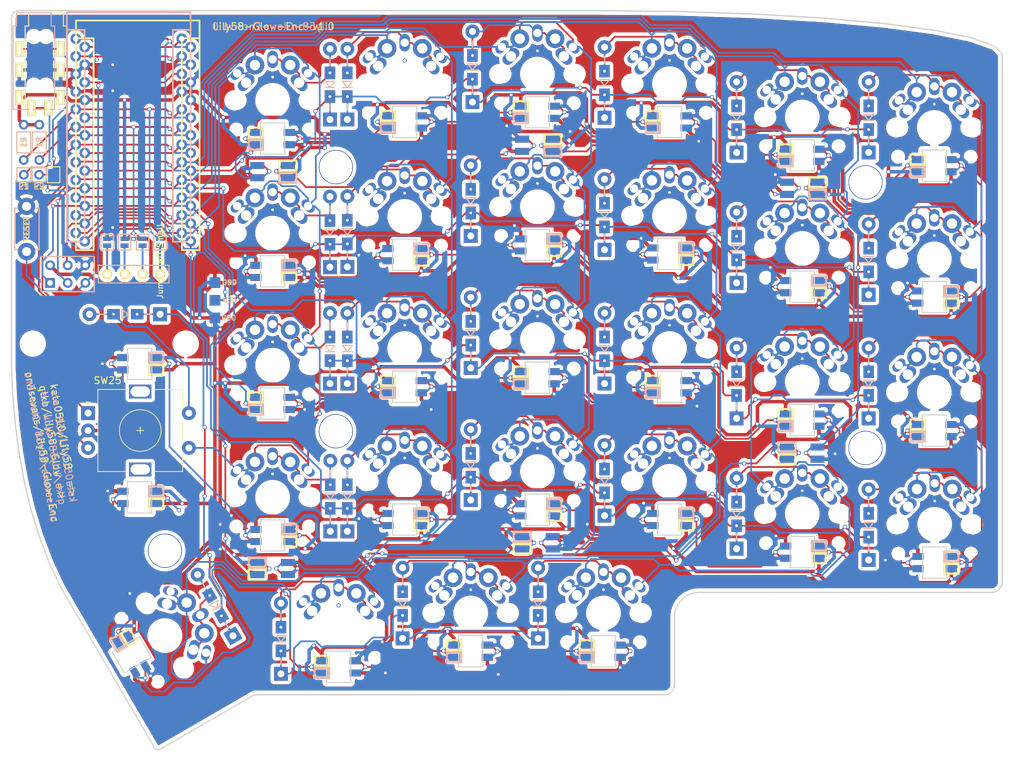
<source format=kicad_pcb>
(kicad_pcb (version 20171130) (host pcbnew "(5.1.6)-1")
  (layers (0 F.Cu signal) (31 B.Cu signal) (34 B.Paste user hide) (35 F.Paste user hide) (36 B.SilkS user) (37 F.SilkS user) (38 B.Mask user) (39 F.Mask user) (44 Edge.Cuts user))
  (net 0 "")
  (net 1 "Net-(D1-Pad2)")
  (net 2 row4)
  (net 3 "Net-(D2-Pad2)")
  (net 4 "Net-(D3-Pad2)")
  (net 5 row0)
  (net 6 "Net-(D4-Pad2)")
  (net 7 row1)
  (net 8 "Net-(D5-Pad2)")
  (net 9 row2)
  (net 10 "Net-(D6-Pad2)")
  (net 11 row3)
  (net 12 "Net-(D7-Pad2)")
  (net 13 "Net-(D8-Pad2)")
  (net 14 "Net-(D9-Pad2)")
  (net 15 "Net-(D10-Pad2)")
  (net 16 "Net-(D11-Pad2)")
  (net 17 "Net-(D12-Pad2)")
  (net 18 "Net-(D13-Pad2)")
  (net 19 "Net-(D14-Pad2)")
  (net 20 "Net-(D15-Pad2)")
  (net 21 "Net-(D16-Pad2)")
  (net 22 "Net-(D17-Pad2)")
  (net 23 "Net-(D18-Pad2)")
  (net 24 "Net-(D19-Pad2)")
  (net 25 "Net-(D20-Pad2)")
  (net 26 "Net-(D21-Pad2)")
  (net 27 "Net-(D22-Pad2)")
  (net 28 "Net-(D23-Pad2)")
  (net 29 "Net-(D24-Pad2)")
  (net 30 "Net-(D25-Pad2)")
  (net 31 "Net-(D26-Pad2)")
  (net 32 "Net-(D27-Pad2)")
  (net 33 "Net-(D28-Pad2)")
  (net 34 VCC)
  (net 35 GND)
  (net 36 col0)
  (net 37 col1)
  (net 38 col2)
  (net 39 col3)
  (net 40 col4)
  (net 41 col5)
  (net 42 SDA)
  (net 43 LED)
  (net 44 SCL)
  (net 45 RESET)
  (net 46 "Net-(D29-Pad2)")
  (net 47 "Net-(U1-Pad24)")
  (net 48 "Net-(U1-Pad20)")
  (net 49 DATA)
  (net 50 "Net-(J2-Pad4)")
  (net 51 "Net-(J2-Pad3)")
  (net 52 "Net-(JP1-Pad1)")
  (net 53 "Net-(JP2-Pad1)")
  (net 54 "Net-(JP3-Pad1)")
  (net 55 "Net-(JP4-Pad1)")
  (net 56 "Net-(L1-Pad1)")
  (net 57 "Net-(L2-Pad1)")
  (net 58 "Net-(L3-Pad1)")
  (net 59 "Net-(L4-Pad1)")
  (net 60 "Net-(L5-Pad1)")
  (net 61 "Net-(L12-Pad3)")
  (net 62 "Net-(L13-Pad3)")
  (net 63 "Net-(L7-Pad3)")
  (net 64 "Net-(L8-Pad3)")
  (net 65 "Net-(L10-Pad1)")
  (net 66 "Net-(L10-Pad3)")
  (net 67 "Net-(L11-Pad3)")
  (net 68 "Net-(L13-Pad1)")
  (net 69 "Net-(L14-Pad1)")
  (net 70 "Net-(L15-Pad1)")
  (net 71 "Net-(L16-Pad1)")
  (net 72 "Net-(L17-Pad1)")
  (net 73 "Net-(L18-Pad1)")
  (net 74 "Net-(L19-Pad3)")
  (net 75 "Net-(L19-Pad1)")
  (net 76 "Net-(L20-Pad3)")
  (net 77 "Net-(L21-Pad3)")
  (net 78 "Net-(L22-Pad3)")
  (net 79 "Net-(L23-Pad3)")
  (net 80 "Net-(L25-Pad1)")
  (net 81 "Net-(L26-Pad1)")
  (net 82 "Net-(L27-Pad1)")
  (net 83 "Net-(L28-Pad1)")
  (net 84 "Net-(L29-Pad1)")
  (net 85 "Net-(L1-Pad3)")
  (net 86 "Net-(L31-Pad3)")
  (net 87 "Net-(L32-Pad3)")
  (net 88 "Net-(L34-Pad1)")
  (net 89 enc1)
  (net 90 enc2)
  (net 91 "Net-(L30-Pad1)")
  (net 92 "Net-(L33-Pad3)")
  (net 93 "Net-(L35-Pad1)")
  (module Lily58-footprint:SK6812MINI_rev (layer F.Cu) (at 101.346 87.884)
    (fp_text reference L25 hide)
    (fp_text value SK6812mini hide)
    (pad 4 smd rect (at 2.4 0.875) (size 1.6 1) (layers F.Cu F.Paste F.Mask) (net 34 VCC))
    (pad 3 smd rect (at 2.4 -0.875) (size 1.6 1) (layers F.Cu F.Paste F.Mask) (net 75 "Net-(L19-Pad1)"))
    (pad 1 smd rect (at -2.4 0.875) (size 1.6 1) (layers F.Cu F.Paste F.Mask) (net 80 "Net-(L25-Pad1)"))
    (pad 2 smd rect (at -2.4 -0.875) (size 1.6 1) (layers F.Cu F.Paste F.Mask) (net 35 GND))
    (pad 3 smd rect (at 2.4 0.875) (size 1.6 1) (layers B.Cu B.Paste B.Mask) (net 75 "Net-(L19-Pad1)"))
    (pad 4 smd rect (at 2.4 -0.875) (size 1.6 1) (layers B.Cu B.Paste B.Mask) (net 34 VCC))
    (pad 1 smd rect (at -2.4 -0.875) (size 1.6 1) (layers B.Cu B.Paste B.Mask) (net 80 "Net-(L25-Pad1)"))
    (pad 2 smd rect (at -2.4 0.875) (size 1.6 1) (layers B.Cu B.Paste B.Mask) (net 35 GND))
  )
  (module Lily58-footprint:RotaryEncoder_Alps_EC11E-Switch_Vertical_H20mm (layer F.Cu) (at 93.9546 94.996)
    (fp_text reference SW25 (at 2.8 -4.7) (layer F.SilkS))
    (fp_text value Rotary_Encoder_Switch)
    (pad A thru_hole rect (at 0 0) (size 2 2) (drill 1) (layers *.Cu *.Mask) (net 89 enc1))
    (pad C thru_hole circle (at 0 2.5) (size 2 2) (drill 1) (layers *.Cu *.Mask) (net 35 GND))
    (pad B thru_hole circle (at 0 5) (size 2 2) (drill 1) (layers *.Cu *.Mask) (net 90 enc2))
    (pad MP thru_hole rect (at 7.5 -3.1) (size 3.2 2) (drill oval 2.8 1.5) (layers *.Cu *.Mask))
    (pad MP thru_hole rect (at 7.5 8.1) (size 3.2 2) (drill oval 2.8 1.5) (layers *.Cu *.Mask))
    (pad S2 thru_hole circle (at 14.5 0) (size 2 2) (drill 1) (layers *.Cu *.Mask) (net 30 "Net-(D25-Pad2)"))
    (pad S1 thru_hole circle (at 14.5 5) (size 2 2) (drill 1) (layers *.Cu *.Mask) (net 41 col5))
  )
  (module Lily58-footprint:Diode_TH_SOD123 (layer F.Cu) (at 112.3 122.7 120)
    (fp_text reference D26 hide)
    (fp_text value D hide)
    (pad 2 thru_hole rect (at 1.7 0 120) (size 1.8 1.5) (drill 0.4) (layers *.Cu *.Mask) (net 31 "Net-(D26-Pad2)"))
    (pad 1 thru_hole rect (at -1.7 0 120) (size 1.8 1.5) (drill 0.4) (layers *.Cu *.Mask) (net 2 row4))
    (pad 2 thru_hole circle (at 5.16 -0.00254 300) (size 1.99898 1.99898) (drill 1) (layers *.Cu *.Mask) (net 31 "Net-(D26-Pad2)"))
    (pad 1 thru_hole rect (at -5 -0.00254 300) (size 1.99898 1.99898) (drill 1) (layers *.Cu *.Mask) (net 2 row4))
  )
  (module Lily58-footprint:MX_PG1350_FLIP_HOLES_18mm (layer F.Cu) (at 139.5 85.7)
    (fp_text reference SW14 hide)
    (fp_text value SW_PUSH hide)
    (pad "" np_thru_hole circle (at 5.22 4.2) (size 1 1) (drill 1) (layers *.Cu *.Mask F.SilkS))
    (pad 2 thru_hole oval (at 0 -5.9 90) (size 2.5 1.5) (drill 1.2) (layers *.Cu *.Mask) (net 19 "Net-(D14-Pad2)"))
    (pad 1 thru_hole oval (at 5.1 -3.9 315) (size 2.2 1.2) (drill oval 1.2) (layers *.Cu *.Mask) (net 40 col4))
    (pad 1 thru_hole oval (at -5.1 -3.9 45) (size 2.2 1.2) (drill oval 1.2) (layers *.Cu *.Mask) (net 40 col4))
    (pad "" np_thru_hole circle (at 5.5 0) (size 1.9 1.9) (drill 1.9) (layers *.Cu *.Mask) (clearance 0.1524))
    (pad "" np_thru_hole circle (at -5.5 0) (size 1.9 1.9) (drill 1.9) (layers *.Cu *.Mask) (clearance 0.1524))
    (pad 1 thru_hole oval (at -3.81 -2.54 45) (size 2.8 1.5) (drill oval 1.5) (layers *.Cu *.Mask) (net 40 col4))
    (pad "" np_thru_hole circle (at 0 0) (size 4 4) (drill 4) (layers *.Cu *.Mask) (clearance 0.1524))
    (pad "" np_thru_hole circle (at -5.08 0) (size 1.7 1.7) (drill 1.7) (layers *.Cu *.Mask) (clearance 0.1524))
    (pad "" np_thru_hole circle (at 5.08 0) (size 1.7 1.7) (drill 1.7) (layers *.Cu *.Mask) (clearance 0.1524))
    (pad 2 thru_hole oval (at 3.81 -2.54 315) (size 2.8 1.5) (drill 1.5) (layers *.Cu *.Mask) (net 19 "Net-(D14-Pad2)"))
    (pad 1 thru_hole circle (at -2.54 -5.08) (size 2.7 2.7) (drill 1.5) (layers *.Cu *.Mask) (net 40 col4))
    (pad 2 thru_hole circle (at 2.54 -5.08) (size 2.7 2.7) (drill 1.5) (layers *.Cu *.Mask) (net 19 "Net-(D14-Pad2)"))
    (pad "" np_thru_hole circle (at -5.22 4.2) (size 1 1) (drill 1) (layers *.Cu *.Mask F.SilkS))
  )
  (module Lily58-footprint:SK6812MINI_rev (layer F.Cu) (at 100.236859 129.75 120)
    (fp_text reference L27 hide)
    (fp_text value SK6812mini hide)
    (pad 4 smd rect (at 2.4 0.875 120) (size 1.6 1) (layers F.Cu F.Paste F.Mask) (net 34 VCC))
    (pad 3 smd rect (at 2.4 -0.875 120) (size 1.6 1) (layers F.Cu F.Paste F.Mask) (net 81 "Net-(L26-Pad1)"))
    (pad 1 smd rect (at -2.4 0.875 120) (size 1.6 1) (layers F.Cu F.Paste F.Mask) (net 82 "Net-(L27-Pad1)"))
    (pad 2 smd rect (at -2.4 -0.875 120) (size 1.6 1) (layers F.Cu F.Paste F.Mask) (net 35 GND))
    (pad 3 smd rect (at 2.4 0.875 120) (size 1.6 1) (layers B.Cu B.Paste B.Mask) (net 81 "Net-(L26-Pad1)"))
    (pad 4 smd rect (at 2.4 -0.875 120) (size 1.6 1) (layers B.Cu B.Paste B.Mask) (net 34 VCC))
    (pad 1 smd rect (at -2.4 -0.875 120) (size 1.6 1) (layers B.Cu B.Paste B.Mask) (net 82 "Net-(L27-Pad1)"))
    (pad 2 smd rect (at -2.4 0.875 120) (size 1.6 1) (layers B.Cu B.Paste B.Mask) (net 35 GND))
  )
  (module Lily58-footprint:SK6812MINI_rev (layer F.Cu) (at 168.1 129.25 180)
    (fp_text reference L30 hide)
    (fp_text value SK6812mini hide)
    (pad 4 smd rect (at 2.4 0.875 180) (size 1.6 1) (layers F.Cu F.Paste F.Mask) (net 34 VCC))
    (pad 3 smd rect (at 2.4 -0.875 180) (size 1.6 1) (layers F.Cu F.Paste F.Mask) (net 84 "Net-(L29-Pad1)"))
    (pad 1 smd rect (at -2.4 0.875 180) (size 1.6 1) (layers F.Cu F.Paste F.Mask) (net 91 "Net-(L30-Pad1)"))
    (pad 2 smd rect (at -2.4 -0.875 180) (size 1.6 1) (layers F.Cu F.Paste F.Mask) (net 35 GND))
    (pad 3 smd rect (at 2.4 0.875 180) (size 1.6 1) (layers B.Cu B.Paste B.Mask) (net 84 "Net-(L29-Pad1)"))
    (pad 4 smd rect (at 2.4 -0.875 180) (size 1.6 1) (layers B.Cu B.Paste B.Mask) (net 34 VCC))
    (pad 1 smd rect (at -2.4 -0.875 180) (size 1.6 1) (layers B.Cu B.Paste B.Mask) (net 91 "Net-(L30-Pad1)"))
    (pad 2 smd rect (at -2.4 0.875 180) (size 1.6 1) (layers B.Cu B.Paste B.Mask) (net 35 GND))
  )
  (module Lily58-footprint:SK6812MINI_rev (layer F.Cu) (at 120.5 55.5 180)
    (fp_text reference L1 hide)
    (fp_text value SK6812mini hide)
    (pad 4 smd rect (at 2.4 0.875 180) (size 1.6 1) (layers F.Cu F.Paste F.Mask) (net 34 VCC))
    (pad 3 smd rect (at 2.4 -0.875 180) (size 1.6 1) (layers F.Cu F.Paste F.Mask) (net 85 "Net-(L1-Pad3)"))
    (pad 1 smd rect (at -2.4 0.875 180) (size 1.6 1) (layers F.Cu F.Paste F.Mask) (net 56 "Net-(L1-Pad1)"))
    (pad 2 smd rect (at -2.4 -0.875 180) (size 1.6 1) (layers F.Cu F.Paste F.Mask) (net 35 GND))
    (pad 3 smd rect (at 2.4 0.875 180) (size 1.6 1) (layers B.Cu B.Paste B.Mask) (net 85 "Net-(L1-Pad3)"))
    (pad 4 smd rect (at 2.4 -0.875 180) (size 1.6 1) (layers B.Cu B.Paste B.Mask) (net 34 VCC))
    (pad 1 smd rect (at -2.4 -0.875 180) (size 1.6 1) (layers B.Cu B.Paste B.Mask) (net 56 "Net-(L1-Pad1)"))
    (pad 2 smd rect (at -2.4 0.875 180) (size 1.6 1) (layers B.Cu B.Paste B.Mask) (net 35 GND))
  )
  (module Lily58-footprint:SK6812MINI_rev (layer F.Cu) (at 139.5 53.1 180)
    (fp_text reference L2 hide)
    (fp_text value SK6812mini hide)
    (pad 4 smd rect (at 2.4 0.875 180) (size 1.6 1) (layers F.Cu F.Paste F.Mask) (net 34 VCC))
    (pad 3 smd rect (at 2.4 -0.875 180) (size 1.6 1) (layers F.Cu F.Paste F.Mask) (net 56 "Net-(L1-Pad1)"))
    (pad 1 smd rect (at -2.4 0.875 180) (size 1.6 1) (layers F.Cu F.Paste F.Mask) (net 57 "Net-(L2-Pad1)"))
    (pad 2 smd rect (at -2.4 -0.875 180) (size 1.6 1) (layers F.Cu F.Paste F.Mask) (net 35 GND))
    (pad 3 smd rect (at 2.4 0.875 180) (size 1.6 1) (layers B.Cu B.Paste B.Mask) (net 56 "Net-(L1-Pad1)"))
    (pad 4 smd rect (at 2.4 -0.875 180) (size 1.6 1) (layers B.Cu B.Paste B.Mask) (net 34 VCC))
    (pad 1 smd rect (at -2.4 -0.875 180) (size 1.6 1) (layers B.Cu B.Paste B.Mask) (net 57 "Net-(L2-Pad1)"))
    (pad 2 smd rect (at -2.4 0.875 180) (size 1.6 1) (layers B.Cu B.Paste B.Mask) (net 35 GND))
  )
  (module Lily58-footprint:SK6812MINI_rev (layer F.Cu) (at 158.6 51.71 180)
    (fp_text reference L3 hide)
    (fp_text value SK6812mini hide)
    (pad 4 smd rect (at 2.4 0.875 180) (size 1.6 1) (layers F.Cu F.Paste F.Mask) (net 34 VCC))
    (pad 3 smd rect (at 2.4 -0.875 180) (size 1.6 1) (layers F.Cu F.Paste F.Mask) (net 57 "Net-(L2-Pad1)"))
    (pad 1 smd rect (at -2.4 0.875 180) (size 1.6 1) (layers F.Cu F.Paste F.Mask) (net 58 "Net-(L3-Pad1)"))
    (pad 2 smd rect (at -2.4 -0.875 180) (size 1.6 1) (layers F.Cu F.Paste F.Mask) (net 35 GND))
    (pad 3 smd rect (at 2.4 0.875 180) (size 1.6 1) (layers B.Cu B.Paste B.Mask) (net 57 "Net-(L2-Pad1)"))
    (pad 4 smd rect (at 2.4 -0.875 180) (size 1.6 1) (layers B.Cu B.Paste B.Mask) (net 34 VCC))
    (pad 1 smd rect (at -2.4 -0.875 180) (size 1.6 1) (layers B.Cu B.Paste B.Mask) (net 58 "Net-(L3-Pad1)"))
    (pad 2 smd rect (at -2.4 0.875 180) (size 1.6 1) (layers B.Cu B.Paste B.Mask) (net 35 GND))
  )
  (module Lily58-footprint:SK6812MINI_rev (layer F.Cu) (at 177.6 53.1 180)
    (fp_text reference L4 hide)
    (fp_text value SK6812mini hide)
    (pad 4 smd rect (at 2.4 0.875 180) (size 1.6 1) (layers F.Cu F.Paste F.Mask) (net 34 VCC))
    (pad 3 smd rect (at 2.4 -0.875 180) (size 1.6 1) (layers F.Cu F.Paste F.Mask) (net 58 "Net-(L3-Pad1)"))
    (pad 1 smd rect (at -2.4 0.875 180) (size 1.6 1) (layers F.Cu F.Paste F.Mask) (net 59 "Net-(L4-Pad1)"))
    (pad 2 smd rect (at -2.4 -0.875 180) (size 1.6 1) (layers F.Cu F.Paste F.Mask) (net 35 GND))
    (pad 3 smd rect (at 2.4 0.875 180) (size 1.6 1) (layers B.Cu B.Paste B.Mask) (net 58 "Net-(L3-Pad1)"))
    (pad 4 smd rect (at 2.4 -0.875 180) (size 1.6 1) (layers B.Cu B.Paste B.Mask) (net 34 VCC))
    (pad 1 smd rect (at -2.4 -0.875 180) (size 1.6 1) (layers B.Cu B.Paste B.Mask) (net 59 "Net-(L4-Pad1)"))
    (pad 2 smd rect (at -2.4 0.875 180) (size 1.6 1) (layers B.Cu B.Paste B.Mask) (net 35 GND))
  )
  (module Lily58-footprint:SK6812MINI_rev (layer F.Cu) (at 196.7 57.9 180)
    (fp_text reference L5 hide)
    (fp_text value SK6812mini hide)
    (pad 4 smd rect (at 2.4 0.875 180) (size 1.6 1) (layers F.Cu F.Paste F.Mask) (net 34 VCC))
    (pad 3 smd rect (at 2.4 -0.875 180) (size 1.6 1) (layers F.Cu F.Paste F.Mask) (net 59 "Net-(L4-Pad1)"))
    (pad 1 smd rect (at -2.4 0.875 180) (size 1.6 1) (layers F.Cu F.Paste F.Mask) (net 60 "Net-(L5-Pad1)"))
    (pad 2 smd rect (at -2.4 -0.875 180) (size 1.6 1) (layers F.Cu F.Paste F.Mask) (net 35 GND))
    (pad 3 smd rect (at 2.4 0.875 180) (size 1.6 1) (layers B.Cu B.Paste B.Mask) (net 59 "Net-(L4-Pad1)"))
    (pad 4 smd rect (at 2.4 -0.875 180) (size 1.6 1) (layers B.Cu B.Paste B.Mask) (net 34 VCC))
    (pad 1 smd rect (at -2.4 -0.875 180) (size 1.6 1) (layers B.Cu B.Paste B.Mask) (net 60 "Net-(L5-Pad1)"))
    (pad 2 smd rect (at -2.4 0.875 180) (size 1.6 1) (layers B.Cu B.Paste B.Mask) (net 35 GND))
  )
  (module Lily58-footprint:SK6812MINI_rev (layer F.Cu) (at 215.7 59.4 180)
    (fp_text reference L6 hide)
    (fp_text value SK6812mini hide)
    (pad 4 smd rect (at 2.4 0.875 180) (size 1.6 1) (layers F.Cu F.Paste F.Mask) (net 34 VCC))
    (pad 3 smd rect (at 2.4 -0.875 180) (size 1.6 1) (layers F.Cu F.Paste F.Mask) (net 60 "Net-(L5-Pad1)"))
    (pad 1 smd rect (at -2.4 0.875 180) (size 1.6 1) (layers F.Cu F.Paste F.Mask) (net 61 "Net-(L12-Pad3)"))
    (pad 2 smd rect (at -2.4 -0.875 180) (size 1.6 1) (layers F.Cu F.Paste F.Mask) (net 35 GND))
    (pad 3 smd rect (at 2.4 0.875 180) (size 1.6 1) (layers B.Cu B.Paste B.Mask) (net 60 "Net-(L5-Pad1)"))
    (pad 4 smd rect (at 2.4 -0.875 180) (size 1.6 1) (layers B.Cu B.Paste B.Mask) (net 34 VCC))
    (pad 1 smd rect (at -2.4 -0.875 180) (size 1.6 1) (layers B.Cu B.Paste B.Mask) (net 61 "Net-(L12-Pad3)"))
    (pad 2 smd rect (at -2.4 0.875 180) (size 1.6 1) (layers B.Cu B.Paste B.Mask) (net 35 GND))
  )
  (module Lily58-footprint:SK6812MINI_rev (layer F.Cu) (at 120.5 74.6)
    (fp_text reference L7 hide)
    (fp_text value SK6812mini hide)
    (pad 4 smd rect (at 2.4 0.875) (size 1.6 1) (layers F.Cu F.Paste F.Mask) (net 34 VCC))
    (pad 3 smd rect (at 2.4 -0.875) (size 1.6 1) (layers F.Cu F.Paste F.Mask) (net 63 "Net-(L7-Pad3)"))
    (pad 1 smd rect (at -2.4 0.875) (size 1.6 1) (layers F.Cu F.Paste F.Mask) (net 62 "Net-(L13-Pad3)"))
    (pad 2 smd rect (at -2.4 -0.875) (size 1.6 1) (layers F.Cu F.Paste F.Mask) (net 35 GND))
    (pad 3 smd rect (at 2.4 0.875) (size 1.6 1) (layers B.Cu B.Paste B.Mask) (net 63 "Net-(L7-Pad3)"))
    (pad 4 smd rect (at 2.4 -0.875) (size 1.6 1) (layers B.Cu B.Paste B.Mask) (net 34 VCC))
    (pad 1 smd rect (at -2.4 -0.875) (size 1.6 1) (layers B.Cu B.Paste B.Mask) (net 62 "Net-(L13-Pad3)"))
    (pad 2 smd rect (at -2.4 0.875) (size 1.6 1) (layers B.Cu B.Paste B.Mask) (net 35 GND))
  )
  (module Lily58-footprint:SK6812MINI_rev (layer F.Cu) (at 139.5 72.2)
    (fp_text reference L8 hide)
    (fp_text value SK6812mini hide)
    (pad 4 smd rect (at 2.4 0.875) (size 1.6 1) (layers F.Cu F.Paste F.Mask) (net 34 VCC))
    (pad 3 smd rect (at 2.4 -0.875) (size 1.6 1) (layers F.Cu F.Paste F.Mask) (net 64 "Net-(L8-Pad3)"))
    (pad 1 smd rect (at -2.4 0.875) (size 1.6 1) (layers F.Cu F.Paste F.Mask) (net 63 "Net-(L7-Pad3)"))
    (pad 2 smd rect (at -2.4 -0.875) (size 1.6 1) (layers F.Cu F.Paste F.Mask) (net 35 GND))
    (pad 3 smd rect (at 2.4 0.875) (size 1.6 1) (layers B.Cu B.Paste B.Mask) (net 64 "Net-(L8-Pad3)"))
    (pad 4 smd rect (at 2.4 -0.875) (size 1.6 1) (layers B.Cu B.Paste B.Mask) (net 34 VCC))
    (pad 1 smd rect (at -2.4 -0.875) (size 1.6 1) (layers B.Cu B.Paste B.Mask) (net 63 "Net-(L7-Pad3)"))
    (pad 2 smd rect (at -2.4 0.875) (size 1.6 1) (layers B.Cu B.Paste B.Mask) (net 35 GND))
  )
  (module Lily58-footprint:SK6812MINI_rev (layer F.Cu) (at 158.6 70.8)
    (fp_text reference L9 hide)
    (fp_text value SK6812mini hide)
    (pad 4 smd rect (at 2.4 0.875) (size 1.6 1) (layers F.Cu F.Paste F.Mask) (net 34 VCC))
    (pad 3 smd rect (at 2.4 -0.875) (size 1.6 1) (layers F.Cu F.Paste F.Mask) (net 65 "Net-(L10-Pad1)"))
    (pad 1 smd rect (at -2.4 0.875) (size 1.6 1) (layers F.Cu F.Paste F.Mask) (net 64 "Net-(L8-Pad3)"))
    (pad 2 smd rect (at -2.4 -0.875) (size 1.6 1) (layers F.Cu F.Paste F.Mask) (net 35 GND))
    (pad 3 smd rect (at 2.4 0.875) (size 1.6 1) (layers B.Cu B.Paste B.Mask) (net 65 "Net-(L10-Pad1)"))
    (pad 4 smd rect (at 2.4 -0.875) (size 1.6 1) (layers B.Cu B.Paste B.Mask) (net 34 VCC))
    (pad 1 smd rect (at -2.4 -0.875) (size 1.6 1) (layers B.Cu B.Paste B.Mask) (net 64 "Net-(L8-Pad3)"))
    (pad 2 smd rect (at -2.4 0.875) (size 1.6 1) (layers B.Cu B.Paste B.Mask) (net 35 GND))
  )
  (module Lily58-footprint:SK6812MINI_rev (layer F.Cu) (at 177.6 72.1)
    (fp_text reference L10 hide)
    (fp_text value SK6812mini hide)
    (pad 4 smd rect (at 2.4 0.875) (size 1.6 1) (layers F.Cu F.Paste F.Mask) (net 34 VCC))
    (pad 3 smd rect (at 2.4 -0.875) (size 1.6 1) (layers F.Cu F.Paste F.Mask) (net 66 "Net-(L10-Pad3)"))
    (pad 1 smd rect (at -2.4 0.875) (size 1.6 1) (layers F.Cu F.Paste F.Mask) (net 65 "Net-(L10-Pad1)"))
    (pad 2 smd rect (at -2.4 -0.875) (size 1.6 1) (layers F.Cu F.Paste F.Mask) (net 35 GND))
    (pad 3 smd rect (at 2.4 0.875) (size 1.6 1) (layers B.Cu B.Paste B.Mask) (net 66 "Net-(L10-Pad3)"))
    (pad 4 smd rect (at 2.4 -0.875) (size 1.6 1) (layers B.Cu B.Paste B.Mask) (net 34 VCC))
    (pad 1 smd rect (at -2.4 -0.875) (size 1.6 1) (layers B.Cu B.Paste B.Mask) (net 65 "Net-(L10-Pad1)"))
    (pad 2 smd rect (at -2.4 0.875) (size 1.6 1) (layers B.Cu B.Paste B.Mask) (net 35 GND))
  )
  (module Lily58-footprint:SK6812MINI_rev (layer F.Cu) (at 196.7 76.8)
    (fp_text reference L11 hide)
    (fp_text value SK6812mini hide)
    (pad 4 smd rect (at 2.4 0.875) (size 1.6 1) (layers F.Cu F.Paste F.Mask) (net 34 VCC))
    (pad 3 smd rect (at 2.4 -0.875) (size 1.6 1) (layers F.Cu F.Paste F.Mask) (net 67 "Net-(L11-Pad3)"))
    (pad 1 smd rect (at -2.4 0.875) (size 1.6 1) (layers F.Cu F.Paste F.Mask) (net 66 "Net-(L10-Pad3)"))
    (pad 2 smd rect (at -2.4 -0.875) (size 1.6 1) (layers F.Cu F.Paste F.Mask) (net 35 GND))
    (pad 3 smd rect (at 2.4 0.875) (size 1.6 1) (layers B.Cu B.Paste B.Mask) (net 67 "Net-(L11-Pad3)"))
    (pad 4 smd rect (at 2.4 -0.875) (size 1.6 1) (layers B.Cu B.Paste B.Mask) (net 34 VCC))
    (pad 1 smd rect (at -2.4 -0.875) (size 1.6 1) (layers B.Cu B.Paste B.Mask) (net 66 "Net-(L10-Pad3)"))
    (pad 2 smd rect (at -2.4 0.875) (size 1.6 1) (layers B.Cu B.Paste B.Mask) (net 35 GND))
  )
  (module Lily58-footprint:SK6812MINI_rev (layer F.Cu) (at 215.7 78.3)
    (fp_text reference L12 hide)
    (fp_text value SK6812mini hide)
    (pad 4 smd rect (at 2.4 0.875) (size 1.6 1) (layers F.Cu F.Paste F.Mask) (net 34 VCC))
    (pad 3 smd rect (at 2.4 -0.875) (size 1.6 1) (layers F.Cu F.Paste F.Mask) (net 61 "Net-(L12-Pad3)"))
    (pad 1 smd rect (at -2.4 0.875) (size 1.6 1) (layers F.Cu F.Paste F.Mask) (net 67 "Net-(L11-Pad3)"))
    (pad 2 smd rect (at -2.4 -0.875) (size 1.6 1) (layers F.Cu F.Paste F.Mask) (net 35 GND))
    (pad 3 smd rect (at 2.4 0.875) (size 1.6 1) (layers B.Cu B.Paste B.Mask) (net 61 "Net-(L12-Pad3)"))
    (pad 4 smd rect (at 2.4 -0.875) (size 1.6 1) (layers B.Cu B.Paste B.Mask) (net 34 VCC))
    (pad 1 smd rect (at -2.4 -0.875) (size 1.6 1) (layers B.Cu B.Paste B.Mask) (net 67 "Net-(L11-Pad3)"))
    (pad 2 smd rect (at -2.4 0.875) (size 1.6 1) (layers B.Cu B.Paste B.Mask) (net 35 GND))
  )
  (module Lily58-footprint:SK6812MINI_rev (layer F.Cu) (at 120.5 93.6 180)
    (fp_text reference L13 hide)
    (fp_text value SK6812mini hide)
    (pad 4 smd rect (at 2.4 0.875 180) (size 1.6 1) (layers F.Cu F.Paste F.Mask) (net 34 VCC))
    (pad 3 smd rect (at 2.4 -0.875 180) (size 1.6 1) (layers F.Cu F.Paste F.Mask) (net 62 "Net-(L13-Pad3)"))
    (pad 1 smd rect (at -2.4 0.875 180) (size 1.6 1) (layers F.Cu F.Paste F.Mask) (net 68 "Net-(L13-Pad1)"))
    (pad 2 smd rect (at -2.4 -0.875 180) (size 1.6 1) (layers F.Cu F.Paste F.Mask) (net 35 GND))
    (pad 3 smd rect (at 2.4 0.875 180) (size 1.6 1) (layers B.Cu B.Paste B.Mask) (net 62 "Net-(L13-Pad3)"))
    (pad 4 smd rect (at 2.4 -0.875 180) (size 1.6 1) (layers B.Cu B.Paste B.Mask) (net 34 VCC))
    (pad 1 smd rect (at -2.4 -0.875 180) (size 1.6 1) (layers B.Cu B.Paste B.Mask) (net 68 "Net-(L13-Pad1)"))
    (pad 2 smd rect (at -2.4 0.875 180) (size 1.6 1) (layers B.Cu B.Paste B.Mask) (net 35 GND))
  )
  (module Lily58-footprint:SK6812MINI_rev (layer F.Cu) (at 139.5 91.2 180)
    (fp_text reference L14 hide)
    (fp_text value SK6812mini hide)
    (pad 4 smd rect (at 2.4 0.875 180) (size 1.6 1) (layers F.Cu F.Paste F.Mask) (net 34 VCC))
    (pad 3 smd rect (at 2.4 -0.875 180) (size 1.6 1) (layers F.Cu F.Paste F.Mask) (net 68 "Net-(L13-Pad1)"))
    (pad 1 smd rect (at -2.4 0.875 180) (size 1.6 1) (layers F.Cu F.Paste F.Mask) (net 69 "Net-(L14-Pad1)"))
    (pad 2 smd rect (at -2.4 -0.875 180) (size 1.6 1) (layers F.Cu F.Paste F.Mask) (net 35 GND))
    (pad 3 smd rect (at 2.4 0.875 180) (size 1.6 1) (layers B.Cu B.Paste B.Mask) (net 68 "Net-(L13-Pad1)"))
    (pad 4 smd rect (at 2.4 -0.875 180) (size 1.6 1) (layers B.Cu B.Paste B.Mask) (net 34 VCC))
    (pad 1 smd rect (at -2.4 -0.875 180) (size 1.6 1) (layers B.Cu B.Paste B.Mask) (net 69 "Net-(L14-Pad1)"))
    (pad 2 smd rect (at -2.4 0.875 180) (size 1.6 1) (layers B.Cu B.Paste B.Mask) (net 35 GND))
  )
  (module Lily58-footprint:SK6812MINI_rev (layer F.Cu) (at 158.6 89.9 180)
    (fp_text reference L15 hide)
    (fp_text value SK6812mini hide)
    (pad 4 smd rect (at 2.4 0.875 180) (size 1.6 1) (layers F.Cu F.Paste F.Mask) (net 34 VCC))
    (pad 3 smd rect (at 2.4 -0.875 180) (size 1.6 1) (layers F.Cu F.Paste F.Mask) (net 69 "Net-(L14-Pad1)"))
    (pad 1 smd rect (at -2.4 0.875 180) (size 1.6 1) (layers F.Cu F.Paste F.Mask) (net 70 "Net-(L15-Pad1)"))
    (pad 2 smd rect (at -2.4 -0.875 180) (size 1.6 1) (layers F.Cu F.Paste F.Mask) (net 35 GND))
    (pad 3 smd rect (at 2.4 0.875 180) (size 1.6 1) (layers B.Cu B.Paste B.Mask) (net 69 "Net-(L14-Pad1)"))
    (pad 4 smd rect (at 2.4 -0.875 180) (size 1.6 1) (layers B.Cu B.Paste B.Mask) (net 34 VCC))
    (pad 1 smd rect (at -2.4 -0.875 180) (size 1.6 1) (layers B.Cu B.Paste B.Mask) (net 70 "Net-(L15-Pad1)"))
    (pad 2 smd rect (at -2.4 0.875 180) (size 1.6 1) (layers B.Cu B.Paste B.Mask) (net 35 GND))
  )
  (module Lily58-footprint:SK6812MINI_rev (layer F.Cu) (at 177.6 91.2 180)
    (fp_text reference L16 hide)
    (fp_text value SK6812mini hide)
    (pad 4 smd rect (at 2.4 0.875 180) (size 1.6 1) (layers F.Cu F.Paste F.Mask) (net 34 VCC))
    (pad 3 smd rect (at 2.4 -0.875 180) (size 1.6 1) (layers F.Cu F.Paste F.Mask) (net 70 "Net-(L15-Pad1)"))
    (pad 1 smd rect (at -2.4 0.875 180) (size 1.6 1) (layers F.Cu F.Paste F.Mask) (net 71 "Net-(L16-Pad1)"))
    (pad 2 smd rect (at -2.4 -0.875 180) (size 1.6 1) (layers F.Cu F.Paste F.Mask) (net 35 GND))
    (pad 3 smd rect (at 2.4 0.875 180) (size 1.6 1) (layers B.Cu B.Paste B.Mask) (net 70 "Net-(L15-Pad1)"))
    (pad 4 smd rect (at 2.4 -0.875 180) (size 1.6 1) (layers B.Cu B.Paste B.Mask) (net 34 VCC))
    (pad 1 smd rect (at -2.4 -0.875 180) (size 1.6 1) (layers B.Cu B.Paste B.Mask) (net 71 "Net-(L16-Pad1)"))
    (pad 2 smd rect (at -2.4 0.875 180) (size 1.6 1) (layers B.Cu B.Paste B.Mask) (net 35 GND))
  )
  (module Lily58-footprint:SK6812MINI_rev (layer F.Cu) (at 196.7 96 180)
    (fp_text reference L17 hide)
    (fp_text value SK6812mini hide)
    (pad 4 smd rect (at 2.4 0.875 180) (size 1.6 1) (layers F.Cu F.Paste F.Mask) (net 34 VCC))
    (pad 3 smd rect (at 2.4 -0.875 180) (size 1.6 1) (layers F.Cu F.Paste F.Mask) (net 71 "Net-(L16-Pad1)"))
    (pad 1 smd rect (at -2.4 0.875 180) (size 1.6 1) (layers F.Cu F.Paste F.Mask) (net 72 "Net-(L17-Pad1)"))
    (pad 2 smd rect (at -2.4 -0.875 180) (size 1.6 1) (layers F.Cu F.Paste F.Mask) (net 35 GND))
    (pad 3 smd rect (at 2.4 0.875 180) (size 1.6 1) (layers B.Cu B.Paste B.Mask) (net 71 "Net-(L16-Pad1)"))
    (pad 4 smd rect (at 2.4 -0.875 180) (size 1.6 1) (layers B.Cu B.Paste B.Mask) (net 34 VCC))
    (pad 1 smd rect (at -2.4 -0.875 180) (size 1.6 1) (layers B.Cu B.Paste B.Mask) (net 72 "Net-(L17-Pad1)"))
    (pad 2 smd rect (at -2.4 0.875 180) (size 1.6 1) (layers B.Cu B.Paste B.Mask) (net 35 GND))
  )
  (module Lily58-footprint:SK6812MINI_rev (layer F.Cu) (at 215.7 97.5 180)
    (fp_text reference L18 hide)
    (fp_text value SK6812mini hide)
    (pad 4 smd rect (at 2.4 0.875 180) (size 1.6 1) (layers F.Cu F.Paste F.Mask) (net 34 VCC))
    (pad 3 smd rect (at 2.4 -0.875 180) (size 1.6 1) (layers F.Cu F.Paste F.Mask) (net 72 "Net-(L17-Pad1)"))
    (pad 1 smd rect (at -2.4 0.875 180) (size 1.6 1) (layers F.Cu F.Paste F.Mask) (net 73 "Net-(L18-Pad1)"))
    (pad 2 smd rect (at -2.4 -0.875 180) (size 1.6 1) (layers F.Cu F.Paste F.Mask) (net 35 GND))
    (pad 3 smd rect (at 2.4 0.875 180) (size 1.6 1) (layers B.Cu B.Paste B.Mask) (net 72 "Net-(L17-Pad1)"))
    (pad 4 smd rect (at 2.4 -0.875 180) (size 1.6 1) (layers B.Cu B.Paste B.Mask) (net 34 VCC))
    (pad 1 smd rect (at -2.4 -0.875 180) (size 1.6 1) (layers B.Cu B.Paste B.Mask) (net 73 "Net-(L18-Pad1)"))
    (pad 2 smd rect (at -2.4 0.875 180) (size 1.6 1) (layers B.Cu B.Paste B.Mask) (net 35 GND))
  )
  (module Lily58-footprint:SK6812MINI_rev (layer F.Cu) (at 120.5 112.6)
    (fp_text reference L19 hide)
    (fp_text value SK6812mini hide)
    (pad 4 smd rect (at 2.4 0.875) (size 1.6 1) (layers F.Cu F.Paste F.Mask) (net 34 VCC))
    (pad 3 smd rect (at 2.4 -0.875) (size 1.6 1) (layers F.Cu F.Paste F.Mask) (net 74 "Net-(L19-Pad3)"))
    (pad 1 smd rect (at -2.4 0.875) (size 1.6 1) (layers F.Cu F.Paste F.Mask) (net 75 "Net-(L19-Pad1)"))
    (pad 2 smd rect (at -2.4 -0.875) (size 1.6 1) (layers F.Cu F.Paste F.Mask) (net 35 GND))
    (pad 3 smd rect (at 2.4 0.875) (size 1.6 1) (layers B.Cu B.Paste B.Mask) (net 74 "Net-(L19-Pad3)"))
    (pad 4 smd rect (at 2.4 -0.875) (size 1.6 1) (layers B.Cu B.Paste B.Mask) (net 34 VCC))
    (pad 1 smd rect (at -2.4 -0.875) (size 1.6 1) (layers B.Cu B.Paste B.Mask) (net 75 "Net-(L19-Pad1)"))
    (pad 2 smd rect (at -2.4 0.875) (size 1.6 1) (layers B.Cu B.Paste B.Mask) (net 35 GND))
  )
  (module Lily58-footprint:SK6812MINI_rev (layer F.Cu) (at 139.5 110.3)
    (fp_text reference L20 hide)
    (fp_text value SK6812mini hide)
    (pad 4 smd rect (at 2.4 0.875) (size 1.6 1) (layers F.Cu F.Paste F.Mask) (net 34 VCC))
    (pad 3 smd rect (at 2.4 -0.875) (size 1.6 1) (layers F.Cu F.Paste F.Mask) (net 76 "Net-(L20-Pad3)"))
    (pad 1 smd rect (at -2.4 0.875) (size 1.6 1) (layers F.Cu F.Paste F.Mask) (net 74 "Net-(L19-Pad3)"))
    (pad 2 smd rect (at -2.4 -0.875) (size 1.6 1) (layers F.Cu F.Paste F.Mask) (net 35 GND))
    (pad 3 smd rect (at 2.4 0.875) (size 1.6 1) (layers B.Cu B.Paste B.Mask) (net 76 "Net-(L20-Pad3)"))
    (pad 4 smd rect (at 2.4 -0.875) (size 1.6 1) (layers B.Cu B.Paste B.Mask) (net 34 VCC))
    (pad 1 smd rect (at -2.4 -0.875) (size 1.6 1) (layers B.Cu B.Paste B.Mask) (net 74 "Net-(L19-Pad3)"))
    (pad 2 smd rect (at -2.4 0.875) (size 1.6 1) (layers B.Cu B.Paste B.Mask) (net 35 GND))
  )
  (module Lily58-footprint:SK6812MINI_rev (layer F.Cu) (at 158.6 108.9)
    (fp_text reference L21 hide)
    (fp_text value SK6812mini hide)
    (pad 4 smd rect (at 2.4 0.875) (size 1.6 1) (layers F.Cu F.Paste F.Mask) (net 34 VCC))
    (pad 3 smd rect (at 2.4 -0.875) (size 1.6 1) (layers F.Cu F.Paste F.Mask) (net 77 "Net-(L21-Pad3)"))
    (pad 1 smd rect (at -2.4 0.875) (size 1.6 1) (layers F.Cu F.Paste F.Mask) (net 76 "Net-(L20-Pad3)"))
    (pad 2 smd rect (at -2.4 -0.875) (size 1.6 1) (layers F.Cu F.Paste F.Mask) (net 35 GND))
    (pad 3 smd rect (at 2.4 0.875) (size 1.6 1) (layers B.Cu B.Paste B.Mask) (net 77 "Net-(L21-Pad3)"))
    (pad 4 smd rect (at 2.4 -0.875) (size 1.6 1) (layers B.Cu B.Paste B.Mask) (net 34 VCC))
    (pad 1 smd rect (at -2.4 -0.875) (size 1.6 1) (layers B.Cu B.Paste B.Mask) (net 76 "Net-(L20-Pad3)"))
    (pad 2 smd rect (at -2.4 0.875) (size 1.6 1) (layers B.Cu B.Paste B.Mask) (net 35 GND))
  )
  (module Lily58-footprint:SK6812MINI_rev (layer F.Cu) (at 177.6 110.3)
    (fp_text reference L22 hide)
    (fp_text value SK6812mini hide)
    (pad 4 smd rect (at 2.4 0.875) (size 1.6 1) (layers F.Cu F.Paste F.Mask) (net 34 VCC))
    (pad 3 smd rect (at 2.4 -0.875) (size 1.6 1) (layers F.Cu F.Paste F.Mask) (net 78 "Net-(L22-Pad3)"))
    (pad 1 smd rect (at -2.4 0.875) (size 1.6 1) (layers F.Cu F.Paste F.Mask) (net 77 "Net-(L21-Pad3)"))
    (pad 2 smd rect (at -2.4 -0.875) (size 1.6 1) (layers F.Cu F.Paste F.Mask) (net 35 GND))
    (pad 3 smd rect (at 2.4 0.875) (size 1.6 1) (layers B.Cu B.Paste B.Mask) (net 78 "Net-(L22-Pad3)"))
    (pad 4 smd rect (at 2.4 -0.875) (size 1.6 1) (layers B.Cu B.Paste B.Mask) (net 34 VCC))
    (pad 1 smd rect (at -2.4 -0.875) (size 1.6 1) (layers B.Cu B.Paste B.Mask) (net 77 "Net-(L21-Pad3)"))
    (pad 2 smd rect (at -2.4 0.875) (size 1.6 1) (layers B.Cu B.Paste B.Mask) (net 35 GND))
  )
  (module Lily58-footprint:SK6812MINI_rev (layer F.Cu) (at 196.7 115)
    (fp_text reference L23 hide)
    (fp_text value SK6812mini hide)
    (pad 4 smd rect (at 2.4 0.875) (size 1.6 1) (layers F.Cu F.Paste F.Mask) (net 34 VCC))
    (pad 3 smd rect (at 2.4 -0.875) (size 1.6 1) (layers F.Cu F.Paste F.Mask) (net 79 "Net-(L23-Pad3)"))
    (pad 1 smd rect (at -2.4 0.875) (size 1.6 1) (layers F.Cu F.Paste F.Mask) (net 78 "Net-(L22-Pad3)"))
    (pad 2 smd rect (at -2.4 -0.875) (size 1.6 1) (layers F.Cu F.Paste F.Mask) (net 35 GND))
    (pad 3 smd rect (at 2.4 0.875) (size 1.6 1) (layers B.Cu B.Paste B.Mask) (net 79 "Net-(L23-Pad3)"))
    (pad 4 smd rect (at 2.4 -0.875) (size 1.6 1) (layers B.Cu B.Paste B.Mask) (net 34 VCC))
    (pad 1 smd rect (at -2.4 -0.875) (size 1.6 1) (layers B.Cu B.Paste B.Mask) (net 78 "Net-(L22-Pad3)"))
    (pad 2 smd rect (at -2.4 0.875) (size 1.6 1) (layers B.Cu B.Paste B.Mask) (net 35 GND))
  )
  (module Lily58-footprint:SK6812MINI_rev (layer F.Cu) (at 215.75 116.5)
    (fp_text reference L24 hide)
    (fp_text value SK6812mini hide)
    (pad 4 smd rect (at 2.4 0.875) (size 1.6 1) (layers F.Cu F.Paste F.Mask) (net 34 VCC))
    (pad 3 smd rect (at 2.4 -0.875) (size 1.6 1) (layers F.Cu F.Paste F.Mask) (net 73 "Net-(L18-Pad1)"))
    (pad 1 smd rect (at -2.4 0.875) (size 1.6 1) (layers F.Cu F.Paste F.Mask) (net 79 "Net-(L23-Pad3)"))
    (pad 2 smd rect (at -2.4 -0.875) (size 1.6 1) (layers F.Cu F.Paste F.Mask) (net 35 GND))
    (pad 3 smd rect (at 2.4 0.875) (size 1.6 1) (layers B.Cu B.Paste B.Mask) (net 73 "Net-(L18-Pad1)"))
    (pad 4 smd rect (at 2.4 -0.875) (size 1.6 1) (layers B.Cu B.Paste B.Mask) (net 34 VCC))
    (pad 1 smd rect (at -2.4 -0.875) (size 1.6 1) (layers B.Cu B.Paste B.Mask) (net 79 "Net-(L23-Pad3)"))
    (pad 2 smd rect (at -2.4 0.875) (size 1.6 1) (layers B.Cu B.Paste B.Mask) (net 35 GND))
  )
  (module Lily58-footprint:SK6812MINI_rev (layer F.Cu) (at 101.3492 107.1148)
    (fp_text reference L26 hide)
    (fp_text value SK6812mini hide)
    (pad 2 smd rect (at -2.4 0.875) (size 1.6 1) (layers B.Cu B.Paste B.Mask) (net 35 GND))
    (pad 1 smd rect (at -2.4 -0.875) (size 1.6 1) (layers B.Cu B.Paste B.Mask) (net 81 "Net-(L26-Pad1)"))
    (pad 4 smd rect (at 2.4 -0.875) (size 1.6 1) (layers B.Cu B.Paste B.Mask) (net 34 VCC))
    (pad 3 smd rect (at 2.4 0.875) (size 1.6 1) (layers B.Cu B.Paste B.Mask) (net 80 "Net-(L25-Pad1)"))
    (pad 2 smd rect (at -2.4 -0.875) (size 1.6 1) (layers F.Cu F.Paste F.Mask) (net 35 GND))
    (pad 1 smd rect (at -2.4 0.875) (size 1.6 1) (layers F.Cu F.Paste F.Mask) (net 81 "Net-(L26-Pad1)"))
    (pad 3 smd rect (at 2.4 -0.875) (size 1.6 1) (layers F.Cu F.Paste F.Mask) (net 80 "Net-(L25-Pad1)"))
    (pad 4 smd rect (at 2.4 0.875) (size 1.6 1) (layers F.Cu F.Paste F.Mask) (net 34 VCC))
  )
  (module Lily58-footprint:SK6812MINI_rev (layer F.Cu) (at 130 131.5 180)
    (fp_text reference L28 hide)
    (fp_text value SK6812mini hide)
    (pad 4 smd rect (at 2.4 0.875 180) (size 1.6 1) (layers F.Cu F.Paste F.Mask) (net 34 VCC))
    (pad 3 smd rect (at 2.4 -0.875 180) (size 1.6 1) (layers F.Cu F.Paste F.Mask) (net 82 "Net-(L27-Pad1)"))
    (pad 1 smd rect (at -2.4 0.875 180) (size 1.6 1) (layers F.Cu F.Paste F.Mask) (net 83 "Net-(L28-Pad1)"))
    (pad 2 smd rect (at -2.4 -0.875 180) (size 1.6 1) (layers F.Cu F.Paste F.Mask) (net 35 GND))
    (pad 3 smd rect (at 2.4 0.875 180) (size 1.6 1) (layers B.Cu B.Paste B.Mask) (net 82 "Net-(L27-Pad1)"))
    (pad 4 smd rect (at 2.4 -0.875 180) (size 1.6 1) (layers B.Cu B.Paste B.Mask) (net 34 VCC))
    (pad 1 smd rect (at -2.4 -0.875 180) (size 1.6 1) (layers B.Cu B.Paste B.Mask) (net 83 "Net-(L28-Pad1)"))
    (pad 2 smd rect (at -2.4 0.875 180) (size 1.6 1) (layers B.Cu B.Paste B.Mask) (net 35 GND))
  )
  (module Lily58-footprint:SK6812MINI_rev (layer F.Cu) (at 149 129.25 180)
    (fp_text reference L29 hide)
    (fp_text value SK6812mini hide)
    (pad 4 smd rect (at 2.4 0.875 180) (size 1.6 1) (layers F.Cu F.Paste F.Mask) (net 34 VCC))
    (pad 3 smd rect (at 2.4 -0.875 180) (size 1.6 1) (layers F.Cu F.Paste F.Mask) (net 83 "Net-(L28-Pad1)"))
    (pad 1 smd rect (at -2.4 0.875 180) (size 1.6 1) (layers F.Cu F.Paste F.Mask) (net 84 "Net-(L29-Pad1)"))
    (pad 2 smd rect (at -2.4 -0.875 180) (size 1.6 1) (layers F.Cu F.Paste F.Mask) (net 35 GND))
    (pad 3 smd rect (at 2.4 0.875 180) (size 1.6 1) (layers B.Cu B.Paste B.Mask) (net 83 "Net-(L28-Pad1)"))
    (pad 4 smd rect (at 2.4 -0.875 180) (size 1.6 1) (layers B.Cu B.Paste B.Mask) (net 34 VCC))
    (pad 1 smd rect (at -2.4 -0.875 180) (size 1.6 1) (layers B.Cu B.Paste B.Mask) (net 84 "Net-(L29-Pad1)"))
    (pad 2 smd rect (at -2.4 0.875 180) (size 1.6 1) (layers B.Cu B.Paste B.Mask) (net 35 GND))
  )
  (module Lily58-footprint:MX_PG1350_FLIP_HOLES_18mm (layer F.Cu) (at 215.7 72.8)
    (fp_text reference SW12 hide)
    (fp_text value SW_PUSH hide)
    (pad "" np_thru_hole circle (at -5.22 4.2) (size 1 1) (drill 1) (layers *.Cu *.Mask F.SilkS))
    (pad 2 thru_hole circle (at 2.54 -5.08) (size 2.7 2.7) (drill 1.5) (layers *.Cu *.Mask) (net 17 "Net-(D12-Pad2)"))
    (pad 1 thru_hole circle (at -2.54 -5.08) (size 2.7 2.7) (drill 1.5) (layers *.Cu *.Mask) (net 36 col0))
    (pad 2 thru_hole oval (at 3.81 -2.54 315) (size 2.8 1.5) (drill 1.5) (layers *.Cu *.Mask) (net 17 "Net-(D12-Pad2)"))
    (pad "" np_thru_hole circle (at 5.08 0) (size 1.7 1.7) (drill 1.7) (layers *.Cu *.Mask) (clearance 0.1524))
    (pad "" np_thru_hole circle (at -5.08 0) (size 1.7 1.7) (drill 1.7) (layers *.Cu *.Mask) (clearance 0.1524))
    (pad "" np_thru_hole circle (at 0 0) (size 4 4) (drill 4) (layers *.Cu *.Mask) (clearance 0.1524))
    (pad 1 thru_hole oval (at -3.81 -2.54 45) (size 2.8 1.5) (drill oval 1.5) (layers *.Cu *.Mask) (net 36 col0))
    (pad "" np_thru_hole circle (at -5.5 0) (size 1.9 1.9) (drill 1.9) (layers *.Cu *.Mask) (clearance 0.1524))
    (pad "" np_thru_hole circle (at 5.5 0) (size 1.9 1.9) (drill 1.9) (layers *.Cu *.Mask) (clearance 0.1524))
    (pad 1 thru_hole oval (at -5.1 -3.9 45) (size 2.2 1.2) (drill oval 1.2) (layers *.Cu *.Mask) (net 36 col0))
    (pad 1 thru_hole oval (at 5.1 -3.9 315) (size 2.2 1.2) (drill oval 1.2) (layers *.Cu *.Mask) (net 36 col0))
    (pad 2 thru_hole oval (at 0 -5.9 90) (size 2.5 1.5) (drill 1.2) (layers *.Cu *.Mask) (net 17 "Net-(D12-Pad2)"))
    (pad "" np_thru_hole circle (at 5.22 4.2) (size 1 1) (drill 1) (layers *.Cu *.Mask F.SilkS))
  )
  (module Lily58-footprint:MX_PG1350_FLIP_HOLES_18mm (layer F.Cu) (at 120.5 50)
    (fp_text reference SW1 hide)
    (fp_text value SW_PUSH hide)
    (pad "" np_thru_hole circle (at 5.22 4.2) (size 1 1) (drill 1) (layers *.Cu *.Mask F.SilkS))
    (pad 2 thru_hole oval (at 0 -5.9 90) (size 2.5 1.5) (drill 1.2) (layers *.Cu *.Mask) (net 1 "Net-(D1-Pad2)"))
    (pad 1 thru_hole oval (at 5.1 -3.9 315) (size 2.2 1.2) (drill oval 1.2) (layers *.Cu *.Mask) (net 41 col5))
    (pad 1 thru_hole oval (at -5.1 -3.9 45) (size 2.2 1.2) (drill oval 1.2) (layers *.Cu *.Mask) (net 41 col5))
    (pad "" np_thru_hole circle (at 5.5 0) (size 1.9 1.9) (drill 1.9) (layers *.Cu *.Mask) (clearance 0.1524))
    (pad "" np_thru_hole circle (at -5.5 0) (size 1.9 1.9) (drill 1.9) (layers *.Cu *.Mask) (clearance 0.1524))
    (pad 1 thru_hole oval (at -3.81 -2.54 45) (size 2.8 1.5) (drill oval 1.5) (layers *.Cu *.Mask) (net 41 col5))
    (pad "" np_thru_hole circle (at 0 0) (size 4 4) (drill 4) (layers *.Cu *.Mask) (clearance 0.1524))
    (pad "" np_thru_hole circle (at -5.08 0) (size 1.7 1.7) (drill 1.7) (layers *.Cu *.Mask) (clearance 0.1524))
    (pad "" np_thru_hole circle (at 5.08 0) (size 1.7 1.7) (drill 1.7) (layers *.Cu *.Mask) (clearance 0.1524))
    (pad 2 thru_hole oval (at 3.81 -2.54 315) (size 2.8 1.5) (drill 1.5) (layers *.Cu *.Mask) (net 1 "Net-(D1-Pad2)"))
    (pad 1 thru_hole circle (at -2.54 -5.08) (size 2.7 2.7) (drill 1.5) (layers *.Cu *.Mask) (net 41 col5))
    (pad 2 thru_hole circle (at 2.54 -5.08) (size 2.7 2.7) (drill 1.5) (layers *.Cu *.Mask) (net 1 "Net-(D1-Pad2)"))
    (pad "" np_thru_hole circle (at -5.22 4.2) (size 1 1) (drill 1) (layers *.Cu *.Mask F.SilkS))
  )
  (module Lily58-footprint:MX_PG1350_FLIP_HOLES_18mm (layer F.Cu) (at 139.5 104.8)
    (fp_text reference SW20 hide)
    (fp_text value SW_PUSH hide)
    (pad "" np_thru_hole circle (at -5.22 4.2) (size 1 1) (drill 1) (layers *.Cu *.Mask F.SilkS))
    (pad 2 thru_hole circle (at 2.54 -5.08) (size 2.7 2.7) (drill 1.5) (layers *.Cu *.Mask) (net 25 "Net-(D20-Pad2)"))
    (pad 1 thru_hole circle (at -2.54 -5.08) (size 2.7 2.7) (drill 1.5) (layers *.Cu *.Mask) (net 40 col4))
    (pad 2 thru_hole oval (at 3.81 -2.54 315) (size 2.8 1.5) (drill 1.5) (layers *.Cu *.Mask) (net 25 "Net-(D20-Pad2)"))
    (pad "" np_thru_hole circle (at 5.08 0) (size 1.7 1.7) (drill 1.7) (layers *.Cu *.Mask) (clearance 0.1524))
    (pad "" np_thru_hole circle (at -5.08 0) (size 1.7 1.7) (drill 1.7) (layers *.Cu *.Mask) (clearance 0.1524))
    (pad "" np_thru_hole circle (at 0 0) (size 4 4) (drill 4) (layers *.Cu *.Mask) (clearance 0.1524))
    (pad 1 thru_hole oval (at -3.81 -2.54 45) (size 2.8 1.5) (drill oval 1.5) (layers *.Cu *.Mask) (net 40 col4))
    (pad "" np_thru_hole circle (at -5.5 0) (size 1.9 1.9) (drill 1.9) (layers *.Cu *.Mask) (clearance 0.1524))
    (pad "" np_thru_hole circle (at 5.5 0) (size 1.9 1.9) (drill 1.9) (layers *.Cu *.Mask) (clearance 0.1524))
    (pad 1 thru_hole oval (at -5.1 -3.9 45) (size 2.2 1.2) (drill oval 1.2) (layers *.Cu *.Mask) (net 40 col4))
    (pad 1 thru_hole oval (at 5.1 -3.9 315) (size 2.2 1.2) (drill oval 1.2) (layers *.Cu *.Mask) (net 40 col4))
    (pad 2 thru_hole oval (at 0 -5.9 90) (size 2.5 1.5) (drill 1.2) (layers *.Cu *.Mask) (net 25 "Net-(D20-Pad2)"))
    (pad "" np_thru_hole circle (at 5.22 4.2) (size 1 1) (drill 1) (layers *.Cu *.Mask F.SilkS))
  )
  (module Lily58-footprint:MX_PG1350_FLIP_HOLES_18mm (layer F.Cu) (at 215.7 92)
    (fp_text reference SW18 hide)
    (fp_text value SW_PUSH hide)
    (pad "" np_thru_hole circle (at 5.22 4.2) (size 1 1) (drill 1) (layers *.Cu *.Mask F.SilkS))
    (pad 2 thru_hole oval (at 0 -5.9 90) (size 2.5 1.5) (drill 1.2) (layers *.Cu *.Mask) (net 23 "Net-(D18-Pad2)"))
    (pad 1 thru_hole oval (at 5.1 -3.9 315) (size 2.2 1.2) (drill oval 1.2) (layers *.Cu *.Mask) (net 36 col0))
    (pad 1 thru_hole oval (at -5.1 -3.9 45) (size 2.2 1.2) (drill oval 1.2) (layers *.Cu *.Mask) (net 36 col0))
    (pad "" np_thru_hole circle (at 5.5 0) (size 1.9 1.9) (drill 1.9) (layers *.Cu *.Mask) (clearance 0.1524))
    (pad "" np_thru_hole circle (at -5.5 0) (size 1.9 1.9) (drill 1.9) (layers *.Cu *.Mask) (clearance 0.1524))
    (pad 1 thru_hole oval (at -3.81 -2.54 45) (size 2.8 1.5) (drill oval 1.5) (layers *.Cu *.Mask) (net 36 col0))
    (pad "" np_thru_hole circle (at 0 0) (size 4 4) (drill 4) (layers *.Cu *.Mask) (clearance 0.1524))
    (pad "" np_thru_hole circle (at -5.08 0) (size 1.7 1.7) (drill 1.7) (layers *.Cu *.Mask) (clearance 0.1524))
    (pad "" np_thru_hole circle (at 5.08 0) (size 1.7 1.7) (drill 1.7) (layers *.Cu *.Mask) (clearance 0.1524))
    (pad 2 thru_hole oval (at 3.81 -2.54 315) (size 2.8 1.5) (drill 1.5) (layers *.Cu *.Mask) (net 23 "Net-(D18-Pad2)"))
    (pad 1 thru_hole circle (at -2.54 -5.08) (size 2.7 2.7) (drill 1.5) (layers *.Cu *.Mask) (net 36 col0))
    (pad 2 thru_hole circle (at 2.54 -5.08) (size 2.7 2.7) (drill 1.5) (layers *.Cu *.Mask) (net 23 "Net-(D18-Pad2)"))
    (pad "" np_thru_hole circle (at -5.22 4.2) (size 1 1) (drill 1) (layers *.Cu *.Mask F.SilkS))
  )
  (module Lily58-footprint:Diode_TH_SOD123 (layer B.Cu) (at 206.248 111.125 90)
    (fp_text reference D24 hide)
    (fp_text value D hide)
    (pad 2 thru_hole rect (at 1.7 0 90) (size 1.8 1.5) (drill 0.4) (layers *.Cu *.Mask) (net 29 "Net-(D24-Pad2)"))
    (pad 1 thru_hole rect (at -1.7 0 90) (size 1.8 1.5) (drill 0.4) (layers *.Cu *.Mask) (net 11 row3))
    (pad 2 thru_hole circle (at 5.16 0.00254 270) (size 1.99898 1.99898) (drill 1) (layers *.Cu *.Mask) (net 29 "Net-(D24-Pad2)"))
    (pad 1 thru_hole rect (at -5 0.00254 270) (size 1.99898 1.99898) (drill 1) (layers *.Cu *.Mask) (net 11 row3))
  )
  (module Lily58-footprint:MX_PG1350_FLIP_HOLES_18mm (layer F.Cu) (at 149 123.75)
    (fp_text reference SW28 hide)
    (fp_text value SW_PUSH hide)
    (pad "" np_thru_hole circle (at 5.22 4.2) (size 1 1) (drill 1) (layers *.Cu *.Mask F.SilkS))
    (pad 2 thru_hole oval (at 0 -5.9 90) (size 2.5 1.5) (drill 1.2) (layers *.Cu *.Mask) (net 33 "Net-(D28-Pad2)"))
    (pad 1 thru_hole oval (at 5.1 -3.9 315) (size 2.2 1.2) (drill oval 1.2) (layers *.Cu *.Mask) (net 38 col2))
    (pad 1 thru_hole oval (at -5.1 -3.9 45) (size 2.2 1.2) (drill oval 1.2) (layers *.Cu *.Mask) (net 38 col2))
    (pad "" np_thru_hole circle (at 5.5 0) (size 1.9 1.9) (drill 1.9) (layers *.Cu *.Mask) (clearance 0.1524))
    (pad "" np_thru_hole circle (at -5.5 0) (size 1.9 1.9) (drill 1.9) (layers *.Cu *.Mask) (clearance 0.1524))
    (pad 1 thru_hole oval (at -3.81 -2.54 45) (size 2.8 1.5) (drill oval 1.5) (layers *.Cu *.Mask) (net 38 col2))
    (pad "" np_thru_hole circle (at 0 0) (size 4 4) (drill 4) (layers *.Cu *.Mask) (clearance 0.1524))
    (pad "" np_thru_hole circle (at -5.08 0) (size 1.7 1.7) (drill 1.7) (layers *.Cu *.Mask) (clearance 0.1524))
    (pad "" np_thru_hole circle (at 5.08 0) (size 1.7 1.7) (drill 1.7) (layers *.Cu *.Mask) (clearance 0.1524))
    (pad 2 thru_hole oval (at 3.81 -2.54 315) (size 2.8 1.5) (drill 1.5) (layers *.Cu *.Mask) (net 33 "Net-(D28-Pad2)"))
    (pad 1 thru_hole circle (at -2.54 -5.08) (size 2.7 2.7) (drill 1.5) (layers *.Cu *.Mask) (net 38 col2))
    (pad 2 thru_hole circle (at 2.54 -5.08) (size 2.7 2.7) (drill 1.5) (layers *.Cu *.Mask) (net 33 "Net-(D28-Pad2)"))
    (pad "" np_thru_hole circle (at -5.22 4.2) (size 1 1) (drill 1) (layers *.Cu *.Mask F.SilkS))
  )
  (module Lily58-footprint:ProMicro_rev2 (layer F.Cu) (at 101 55.9)
    (fp_text reference U1 hide)
    (fp_text value ProMicro hide)
    (pad 22 thru_hole circle (at -7.521185 -8.494255 180) (size 1.524 1.524) (drill 0.8128) (layers *.Cu *.Mask) (net 45 RESET))
    (pad 10 thru_hole circle (at 7.718815 9.285745 180) (size 1.524 1.524) (drill 0.8128) (layers *.Cu *.Mask) (net 9 row2))
    (pad 18 thru_hole circle (at -7.521185 1.665745 180) (size 1.524 1.524) (drill 0.8128) (layers *.Cu *.Mask) (net 36 col0))
    (pad 6 thru_hole circle (at 7.718815 -0.874255 180) (size 1.524 1.524) (drill 0.8128) (layers *.Cu *.Mask) (net 44 SCL))
    (pad 4 thru_hole circle (at 7.718815 -5.954255 180) (size 1.524 1.524) (drill 0.8128) (layers *.Cu *.Mask) (net 35 GND))
    (pad 14 thru_hole circle (at -7.521185 11.825745 180) (size 1.524 1.524) (drill 0.8128) (layers *.Cu *.Mask) (net 40 col4))
    (pad 3 thru_hole circle (at 7.718815 -8.494255 180) (size 1.524 1.524) (drill 0.8128) (layers *.Cu *.Mask) (net 35 GND))
    (pad 1 thru_hole circle (at 7.718815 -13.574255 180) (size 1.524 1.524) (drill 0.8128) (layers *.Cu *.Mask) (net 43 LED))
    (pad 16 thru_hole circle (at -7.521185 6.745745 180) (size 1.524 1.524) (drill 0.8128) (layers *.Cu *.Mask) (net 38 col2))
    (pad 12 thru_hole circle (at 7.718815 14.365745 180) (size 1.524 1.524) (drill 0.8128) (layers *.Cu *.Mask) (net 2 row4))
    (pad 19 thru_hole circle (at -7.521185 -0.874255 180) (size 1.524 1.524) (drill 0.8128) (layers *.Cu *.Mask) (net 90 enc2))
    (pad 23 thru_hole circle (at -7.521185 -11.034255 180) (size 1.524 1.524) (drill 0.8128) (layers *.Cu *.Mask) (net 35 GND))
    (pad 21 thru_hole circle (at -7.521185 -5.954255 180) (size 1.524 1.524) (drill 0.8128) (layers *.Cu *.Mask) (net 34 VCC))
    (pad 20 thru_hole circle (at -7.521185 -3.414255 180) (size 1.524 1.524) (drill 0.8128) (layers *.Cu *.Mask) (net 48 "Net-(U1-Pad20)"))
    (pad 15 thru_hole circle (at -7.521185 9.285745 180) (size 1.524 1.524) (drill 0.8128) (layers *.Cu *.Mask) (net 39 col3))
    (pad 17 thru_hole circle (at -7.521185 4.205745 180) (size 1.524 1.524) (drill 0.8128) (layers *.Cu *.Mask) (net 37 col1))
    (pad 9 thru_hole circle (at 7.718815 6.745745 180) (size 1.524 1.524) (drill 0.8128) (layers *.Cu *.Mask) (net 7 row1))
    (pad 8 thru_hole circle (at 7.718815 4.205745 180) (size 1.524 1.524) (drill 0.8128) (layers *.Cu *.Mask) (net 5 row0))
    (pad 13 thru_hole circle (at -7.521185 14.365745 180) (size 1.524 1.524) (drill 0.8128) (layers *.Cu *.Mask) (net 41 col5))
    (pad 11 thru_hole circle (at 7.718815 11.825745 180) (size 1.524 1.524) (drill 0.8128) (layers *.Cu *.Mask) (net 11 row3))
    (pad 2 thru_hole circle (at 7.718815 -11.034255 180) (size 1.524 1.524) (drill 0.8128) (layers *.Cu *.Mask) (net 49 DATA))
    (pad 24 thru_hole circle (at -7.521185 -13.574255 180) (size 1.524 1.524) (drill 0.8128) (layers *.Cu *.Mask) (net 47 "Net-(U1-Pad24)"))
    (pad 7 thru_hole circle (at 7.718815 1.665745 180) (size 1.524 1.524) (drill 0.8128) (layers *.Cu *.Mask) (net 89 enc1))
    (pad 5 thru_hole circle (at 7.718815 -3.414255 180) (size 1.524 1.524) (drill 0.8128) (layers *.Cu *.Mask) (net 42 SDA))
    (pad 1 thru_hole circle (at -8.82 -14.77) (size 1.524 1.524) (drill 0.8128) (layers *.Cu *.Mask) (net 43 LED))
    (pad 2 thru_hole circle (at -8.82 -12.23) (size 1.524 1.524) (drill 0.8128) (layers *.Cu *.Mask) (net 49 DATA))
    (pad 3 thru_hole circle (at -8.82 -9.69) (size 1.524 1.524) (drill 0.8128) (layers *.Cu *.Mask) (net 35 GND))
    (pad 4 thru_hole circle (at -8.82 -7.15) (size 1.524 1.524) (drill 0.8128) (layers *.Cu *.Mask) (net 35 GND))
    (pad 5 thru_hole circle (at -8.82 -4.61) (size 1.524 1.524) (drill 0.8128) (layers *.Cu *.Mask) (net 42 SDA))
    (pad 6 thru_hole circle (at -8.82 -2.07) (size 1.524 1.524) (drill 0.8128) (layers *.Cu *.Mask) (net 44 SCL))
    (pad 7 thru_hole circle (at -8.82 0.47) (size 1.524 1.524) (drill 0.8128) (layers *.Cu *.Mask) (net 89 enc1))
    (pad 8 thru_hole circle (at -8.82 3.01) (size 1.524 1.524) (drill 0.8128) (layers *.Cu *.Mask) (net 5 row0))
    (pad 9 thru_hole circle (at -8.82 5.55) (size 1.524 1.524) (drill 0.8128) (layers *.Cu *.Mask) (net 7 row1))
    (pad 10 thru_hole circle (at -8.82 8.09) (size 1.524 1.524) (drill 0.8128) (layers *.Cu *.Mask) (net 9 row2))
    (pad 11 thru_hole circle (at -8.82 10.63) (size 1.524 1.524) (drill 0.8128) (layers *.Cu *.Mask) (net 11 row3))
    (pad 12 thru_hole circle (at -8.82 13.17) (size 1.524 1.524) (drill 0.8128) (layers *.Cu *.Mask) (net 2 row4))
    (pad 13 thru_hole circle (at 6.42 13.17) (size 1.524 1.524) (drill 0.8128) (layers *.Cu *.Mask) (net 41 col5))
    (pad 14 thru_hole circle (at 6.42 10.63) (size 1.524 1.524) (drill 0.8128) (layers *.Cu *.Mask) (net 40 col4))
    (pad 15 thru_hole circle (at 6.42 8.09) (size 1.524 1.524) (drill 0.8128) (layers *.Cu *.Mask) (net 39 col3))
    (pad 16 thru_hole circle (at 6.42 5.55) (size 1.524 1.524) (drill 0.8128) (layers *.Cu *.Mask) (net 38 col2))
    (pad 17 thru_hole circle (at 6.42 3.01) (size 1.524 1.524) (drill 0.8128) (layers *.Cu *.Mask) (net 37 col1))
    (pad 18 thru_hole circle (at 6.42 0.47) (size 1.524 1.524) (drill 0.8128) (layers *.Cu *.Mask) (net 36 col0))
    (pad 19 thru_hole circle (at 6.42 -2.07) (size 1.524 1.524) (drill 0.8128) (layers *.Cu *.Mask) (net 90 enc2))
    (pad 20 thru_hole circle (at 6.42 -4.61) (size 1.524 1.524) (drill 0.8128) (layers *.Cu *.Mask) (net 48 "Net-(U1-Pad20)"))
    (pad 21 thru_hole circle (at 6.42 -7.15) (size 1.524 1.524) (drill 0.8128) (layers *.Cu *.Mask) (net 34 VCC))
    (pad 22 thru_hole circle (at 6.42 -9.69) (size 1.524 1.524) (drill 0.8128) (layers *.Cu *.Mask) (net 45 RESET))
    (pad 23 thru_hole circle (at 6.42 -12.23) (size 1.524 1.524) (drill 0.8128) (layers *.Cu *.Mask) (net 35 GND))
    (pad 24 thru_hole circle (at 6.42 -14.77) (size 1.524 1.524) (drill 0.8128) (layers *.Cu *.Mask) (net 47 "Net-(U1-Pad24)"))
  )
  (module Lily58-footprint:MX_PG1350_FLIP_HOLES_18mm (layer F.Cu) (at 158.6 65.3)
    (fp_text reference SW9 hide)
    (fp_text value SW_PUSH hide)
    (pad "" np_thru_hole circle (at -5.22 4.2) (size 1 1) (drill 1) (layers *.Cu *.Mask F.SilkS))
    (pad 2 thru_hole circle (at 2.54 -5.08) (size 2.7 2.7) (drill 1.5) (layers *.Cu *.Mask) (net 14 "Net-(D9-Pad2)"))
    (pad 1 thru_hole circle (at -2.54 -5.08) (size 2.7 2.7) (drill 1.5) (layers *.Cu *.Mask) (net 39 col3))
    (pad 2 thru_hole oval (at 3.81 -2.54 315) (size 2.8 1.5) (drill 1.5) (layers *.Cu *.Mask) (net 14 "Net-(D9-Pad2)"))
    (pad "" np_thru_hole circle (at 5.08 0) (size 1.7 1.7) (drill 1.7) (layers *.Cu *.Mask) (clearance 0.1524))
    (pad "" np_thru_hole circle (at -5.08 0) (size 1.7 1.7) (drill 1.7) (layers *.Cu *.Mask) (clearance 0.1524))
    (pad "" np_thru_hole circle (at 0 0) (size 4 4) (drill 4) (layers *.Cu *.Mask) (clearance 0.1524))
    (pad 1 thru_hole oval (at -3.81 -2.54 45) (size 2.8 1.5) (drill oval 1.5) (layers *.Cu *.Mask) (net 39 col3))
    (pad "" np_thru_hole circle (at -5.5 0) (size 1.9 1.9) (drill 1.9) (layers *.Cu *.Mask) (clearance 0.1524))
    (pad "" np_thru_hole circle (at 5.5 0) (size 1.9 1.9) (drill 1.9) (layers *.Cu *.Mask) (clearance 0.1524))
    (pad 1 thru_hole oval (at -5.1 -3.9 45) (size 2.2 1.2) (drill oval 1.2) (layers *.Cu *.Mask) (net 39 col3))
    (pad 1 thru_hole oval (at 5.1 -3.9 315) (size 2.2 1.2) (drill oval 1.2) (layers *.Cu *.Mask) (net 39 col3))
    (pad 2 thru_hole oval (at 0 -5.9 90) (size 2.5 1.5) (drill 1.2) (layers *.Cu *.Mask) (net 14 "Net-(D9-Pad2)"))
    (pad "" np_thru_hole circle (at 5.22 4.2) (size 1 1) (drill 1) (layers *.Cu *.Mask F.SilkS))
  )
  (module Lily58-footprint:MX_PG1350_FLIP_HOLES_18mm (layer F.Cu) (at 177.6 104.8)
    (fp_text reference SW22 hide)
    (fp_text value SW_PUSH hide)
    (pad "" np_thru_hole circle (at 5.22 4.2) (size 1 1) (drill 1) (layers *.Cu *.Mask F.SilkS))
    (pad 2 thru_hole oval (at 0 -5.9 90) (size 2.5 1.5) (drill 1.2) (layers *.Cu *.Mask) (net 27 "Net-(D22-Pad2)"))
    (pad 1 thru_hole oval (at 5.1 -3.9 315) (size 2.2 1.2) (drill oval 1.2) (layers *.Cu *.Mask) (net 38 col2))
    (pad 1 thru_hole oval (at -5.1 -3.9 45) (size 2.2 1.2) (drill oval 1.2) (layers *.Cu *.Mask) (net 38 col2))
    (pad "" np_thru_hole circle (at 5.5 0) (size 1.9 1.9) (drill 1.9) (layers *.Cu *.Mask) (clearance 0.1524))
    (pad "" np_thru_hole circle (at -5.5 0) (size 1.9 1.9) (drill 1.9) (layers *.Cu *.Mask) (clearance 0.1524))
    (pad 1 thru_hole oval (at -3.81 -2.54 45) (size 2.8 1.5) (drill oval 1.5) (layers *.Cu *.Mask) (net 38 col2))
    (pad "" np_thru_hole circle (at 0 0) (size 4 4) (drill 4) (layers *.Cu *.Mask) (clearance 0.1524))
    (pad "" np_thru_hole circle (at -5.08 0) (size 1.7 1.7) (drill 1.7) (layers *.Cu *.Mask) (clearance 0.1524))
    (pad "" np_thru_hole circle (at 5.08 0) (size 1.7 1.7) (drill 1.7) (layers *.Cu *.Mask) (clearance 0.1524))
    (pad 2 thru_hole oval (at 3.81 -2.54 315) (size 2.8 1.5) (drill 1.5) (layers *.Cu *.Mask) (net 27 "Net-(D22-Pad2)"))
    (pad 1 thru_hole circle (at -2.54 -5.08) (size 2.7 2.7) (drill 1.5) (layers *.Cu *.Mask) (net 38 col2))
    (pad 2 thru_hole circle (at 2.54 -5.08) (size 2.7 2.7) (drill 1.5) (layers *.Cu *.Mask) (net 27 "Net-(D22-Pad2)"))
    (pad "" np_thru_hole circle (at -5.22 4.2) (size 1 1) (drill 1) (layers *.Cu *.Mask F.SilkS))
  )
  (module Lily58-footprint:MX_PG1350_FLIP_HOLES_18mm (layer F.Cu) (at 158.6 103.4)
    (fp_text reference SW21 hide)
    (fp_text value SW_PUSH hide)
    (pad "" np_thru_hole circle (at -5.22 4.2) (size 1 1) (drill 1) (layers *.Cu *.Mask F.SilkS))
    (pad 2 thru_hole circle (at 2.54 -5.08) (size 2.7 2.7) (drill 1.5) (layers *.Cu *.Mask) (net 26 "Net-(D21-Pad2)"))
    (pad 1 thru_hole circle (at -2.54 -5.08) (size 2.7 2.7) (drill 1.5) (layers *.Cu *.Mask) (net 39 col3))
    (pad 2 thru_hole oval (at 3.81 -2.54 315) (size 2.8 1.5) (drill 1.5) (layers *.Cu *.Mask) (net 26 "Net-(D21-Pad2)"))
    (pad "" np_thru_hole circle (at 5.08 0) (size 1.7 1.7) (drill 1.7) (layers *.Cu *.Mask) (clearance 0.1524))
    (pad "" np_thru_hole circle (at -5.08 0) (size 1.7 1.7) (drill 1.7) (layers *.Cu *.Mask) (clearance 0.1524))
    (pad "" np_thru_hole circle (at 0 0) (size 4 4) (drill 4) (layers *.Cu *.Mask) (clearance 0.1524))
    (pad 1 thru_hole oval (at -3.81 -2.54 45) (size 2.8 1.5) (drill oval 1.5) (layers *.Cu *.Mask) (net 39 col3))
    (pad "" np_thru_hole circle (at -5.5 0) (size 1.9 1.9) (drill 1.9) (layers *.Cu *.Mask) (clearance 0.1524))
    (pad "" np_thru_hole circle (at 5.5 0) (size 1.9 1.9) (drill 1.9) (layers *.Cu *.Mask) (clearance 0.1524))
    (pad 1 thru_hole oval (at -5.1 -3.9 45) (size 2.2 1.2) (drill oval 1.2) (layers *.Cu *.Mask) (net 39 col3))
    (pad 1 thru_hole oval (at 5.1 -3.9 315) (size 2.2 1.2) (drill oval 1.2) (layers *.Cu *.Mask) (net 39 col3))
    (pad 2 thru_hole oval (at 0 -5.9 90) (size 2.5 1.5) (drill 1.2) (layers *.Cu *.Mask) (net 26 "Net-(D21-Pad2)"))
    (pad "" np_thru_hole circle (at 5.22 4.2) (size 1 1) (drill 1) (layers *.Cu *.Mask F.SilkS))
  )
  (module Lily58-footprint:MX_PG1350_FLIP_HOLES_18mm (layer F.Cu) (at 139.5 47.6)
    (fp_text reference SW2 hide)
    (fp_text value SW_PUSH hide)
    (pad "" np_thru_hole circle (at -5.22 4.2) (size 1 1) (drill 1) (layers *.Cu *.Mask F.SilkS))
    (pad 2 thru_hole circle (at 2.54 -5.08) (size 2.7 2.7) (drill 1.5) (layers *.Cu *.Mask) (net 3 "Net-(D2-Pad2)"))
    (pad 1 thru_hole circle (at -2.54 -5.08) (size 2.7 2.7) (drill 1.5) (layers *.Cu *.Mask) (net 40 col4))
    (pad 2 thru_hole oval (at 3.81 -2.54 315) (size 2.8 1.5) (drill 1.5) (layers *.Cu *.Mask) (net 3 "Net-(D2-Pad2)"))
    (pad "" np_thru_hole circle (at 5.08 0) (size 1.7 1.7) (drill 1.7) (layers *.Cu *.Mask) (clearance 0.1524))
    (pad "" np_thru_hole circle (at -5.08 0) (size 1.7 1.7) (drill 1.7) (layers *.Cu *.Mask) (clearance 0.1524))
    (pad "" np_thru_hole circle (at 0 0) (size 4 4) (drill 4) (layers *.Cu *.Mask) (clearance 0.1524))
    (pad 1 thru_hole oval (at -3.81 -2.54 45) (size 2.8 1.5) (drill oval 1.5) (layers *.Cu *.Mask) (net 40 col4))
    (pad "" np_thru_hole circle (at -5.5 0) (size 1.9 1.9) (drill 1.9) (layers *.Cu *.Mask) (clearance 0.1524))
    (pad "" np_thru_hole circle (at 5.5 0) (size 1.9 1.9) (drill 1.9) (layers *.Cu *.Mask) (clearance 0.1524))
    (pad 1 thru_hole oval (at -5.1 -3.9 45) (size 2.2 1.2) (drill oval 1.2) (layers *.Cu *.Mask) (net 40 col4))
    (pad 1 thru_hole oval (at 5.1 -3.9 315) (size 2.2 1.2) (drill oval 1.2) (layers *.Cu *.Mask) (net 40 col4))
    (pad 2 thru_hole oval (at 0 -5.9 90) (size 2.5 1.5) (drill 1.2) (layers *.Cu *.Mask) (net 3 "Net-(D2-Pad2)"))
    (pad "" np_thru_hole circle (at 5.22 4.2) (size 1 1) (drill 1) (layers *.Cu *.Mask F.SilkS))
  )
  (module Lily58-footprint:MX_PG1350_FLIP_HOLES_18mm (layer F.Cu) (at 196.7 52.4)
    (fp_text reference SW5 hide)
    (fp_text value SW_PUSH hide)
    (pad "" np_thru_hole circle (at 5.22 4.2) (size 1 1) (drill 1) (layers *.Cu *.Mask F.SilkS))
    (pad 2 thru_hole oval (at 0 -5.9 90) (size 2.5 1.5) (drill 1.2) (layers *.Cu *.Mask) (net 8 "Net-(D5-Pad2)"))
    (pad 1 thru_hole oval (at 5.1 -3.9 315) (size 2.2 1.2) (drill oval 1.2) (layers *.Cu *.Mask) (net 37 col1))
    (pad 1 thru_hole oval (at -5.1 -3.9 45) (size 2.2 1.2) (drill oval 1.2) (layers *.Cu *.Mask) (net 37 col1))
    (pad "" np_thru_hole circle (at 5.5 0) (size 1.9 1.9) (drill 1.9) (layers *.Cu *.Mask) (clearance 0.1524))
    (pad "" np_thru_hole circle (at -5.5 0) (size 1.9 1.9) (drill 1.9) (layers *.Cu *.Mask) (clearance 0.1524))
    (pad 1 thru_hole oval (at -3.81 -2.54 45) (size 2.8 1.5) (drill oval 1.5) (layers *.Cu *.Mask) (net 37 col1))
    (pad "" np_thru_hole circle (at 0 0) (size 4 4) (drill 4) (layers *.Cu *.Mask) (clearance 0.1524))
    (pad "" np_thru_hole circle (at -5.08 0) (size 1.7 1.7) (drill 1.7) (layers *.Cu *.Mask) (clearance 0.1524))
    (pad "" np_thru_hole circle (at 5.08 0) (size 1.7 1.7) (drill 1.7) (layers *.Cu *.Mask) (clearance 0.1524))
    (pad 2 thru_hole oval (at 3.81 -2.54 315) (size 2.8 1.5) (drill 1.5) (layers *.Cu *.Mask) (net 8 "Net-(D5-Pad2)"))
    (pad 1 thru_hole circle (at -2.54 -5.08) (size 2.7 2.7) (drill 1.5) (layers *.Cu *.Mask) (net 37 col1))
    (pad 2 thru_hole circle (at 2.54 -5.08) (size 2.7 2.7) (drill 1.5) (layers *.Cu *.Mask) (net 8 "Net-(D5-Pad2)"))
    (pad "" np_thru_hole circle (at -5.22 4.2) (size 1 1) (drill 1) (layers *.Cu *.Mask F.SilkS))
  )
  (module Lily58-footprint:MX_PG1350_FLIP_HOLES_27mm (layer F.Cu) (at 105 127 300)
    (fp_text reference SW26 hide)
    (fp_text value SW_PUSH hide)
    (pad "" np_thru_hole circle (at -5.22 4.2 300) (size 1 1) (drill 1) (layers *.Cu *.Mask F.SilkS))
    (pad 2 thru_hole circle (at 2.54 -5.08 300) (size 2.7 2.7) (drill 1.5) (layers *.Cu *.Mask) (net 31 "Net-(D26-Pad2)"))
    (pad 1 thru_hole circle (at -2.54 -5.08 300) (size 2.7 2.7) (drill 1.5) (layers *.Cu *.Mask) (net 40 col4))
    (pad 2 thru_hole oval (at 3.81 -2.54 255) (size 2.8 1.5) (drill 1.5) (layers *.Cu *.Mask) (net 31 "Net-(D26-Pad2)"))
    (pad "" np_thru_hole circle (at 5.08 0 300) (size 1.7 1.7) (drill 1.7) (layers *.Cu *.Mask) (clearance 0.1524))
    (pad "" np_thru_hole circle (at -5.08 0 300) (size 1.7 1.7) (drill 1.7) (layers *.Cu *.Mask) (clearance 0.1524))
    (pad "" np_thru_hole circle (at 0 0 300) (size 4 4) (drill 4) (layers *.Cu *.Mask) (clearance 0.1524))
    (pad 1 thru_hole oval (at -3.81 -2.540001 345) (size 2.8 1.5) (drill oval 1.5) (layers *.Cu *.Mask) (net 40 col4))
    (pad "" np_thru_hole circle (at -5.5 0 300) (size 1.9 1.9) (drill 1.9) (layers *.Cu *.Mask) (clearance 0.1524))
    (pad "" np_thru_hole circle (at 5.5 0 300) (size 1.9 1.9) (drill 1.9) (layers *.Cu *.Mask) (clearance 0.1524))
    (pad 1 thru_hole oval (at -5.1 -3.9 345) (size 2.2 1.2) (drill oval 1.2) (layers *.Cu *.Mask) (net 40 col4))
    (pad 1 thru_hole oval (at 5.1 -3.9 255) (size 2.2 1.2) (drill oval 1.2) (layers *.Cu *.Mask) (net 40 col4))
    (pad 2 thru_hole oval (at 0 -5.9 30) (size 2.5 1.5) (drill 1.2) (layers *.Cu *.Mask) (net 31 "Net-(D26-Pad2)"))
    (pad "" np_thru_hole circle (at 5.22 4.2 300) (size 1 1) (drill 1) (layers *.Cu *.Mask F.SilkS))
  )
  (module Lily58-footprint:MX_PG1350_FLIP_HOLES_18mm (layer F.Cu) (at 130 126)
    (fp_text reference SW27 hide)
    (fp_text value SW_PUSH hide)
    (pad "" np_thru_hole circle (at -5.22 4.2) (size 1 1) (drill 1) (layers *.Cu *.Mask F.SilkS))
    (pad 2 thru_hole circle (at 2.54 -5.08) (size 2.7 2.7) (drill 1.5) (layers *.Cu *.Mask) (net 32 "Net-(D27-Pad2)"))
    (pad 1 thru_hole circle (at -2.54 -5.08) (size 2.7 2.7) (drill 1.5) (layers *.Cu *.Mask) (net 39 col3))
    (pad 2 thru_hole oval (at 3.81 -2.54 315) (size 2.8 1.5) (drill 1.5) (layers *.Cu *.Mask) (net 32 "Net-(D27-Pad2)"))
    (pad "" np_thru_hole circle (at 5.08 0) (size 1.7 1.7) (drill 1.7) (layers *.Cu *.Mask) (clearance 0.1524))
    (pad "" np_thru_hole circle (at -5.08 0) (size 1.7 1.7) (drill 1.7) (layers *.Cu *.Mask) (clearance 0.1524))
    (pad "" np_thru_hole circle (at 0 0) (size 4 4) (drill 4) (layers *.Cu *.Mask) (clearance 0.1524))
    (pad 1 thru_hole oval (at -3.81 -2.54 45) (size 2.8 1.5) (drill oval 1.5) (layers *.Cu *.Mask) (net 39 col3))
    (pad "" np_thru_hole circle (at -5.5 0) (size 1.9 1.9) (drill 1.9) (layers *.Cu *.Mask) (clearance 0.1524))
    (pad "" np_thru_hole circle (at 5.5 0) (size 1.9 1.9) (drill 1.9) (layers *.Cu *.Mask) (clearance 0.1524))
    (pad 1 thru_hole oval (at -5.1 -3.9 45) (size 2.2 1.2) (drill oval 1.2) (layers *.Cu *.Mask) (net 39 col3))
    (pad 1 thru_hole oval (at 5.1 -3.9 315) (size 2.2 1.2) (drill oval 1.2) (layers *.Cu *.Mask) (net 39 col3))
    (pad 2 thru_hole oval (at 0 -5.9 90) (size 2.5 1.5) (drill 1.2) (layers *.Cu *.Mask) (net 32 "Net-(D27-Pad2)"))
    (pad "" np_thru_hole circle (at 5.22 4.2) (size 1 1) (drill 1) (layers *.Cu *.Mask F.SilkS))
  )
  (module Lily58-footprint:MX_PG1350_FLIP_HOLES_18mm (layer F.Cu) (at 196.7 109.5)
    (fp_text reference SW23 hide)
    (fp_text value SW_PUSH hide)
    (pad "" np_thru_hole circle (at -5.22 4.2) (size 1 1) (drill 1) (layers *.Cu *.Mask F.SilkS))
    (pad 2 thru_hole circle (at 2.54 -5.08) (size 2.7 2.7) (drill 1.5) (layers *.Cu *.Mask) (net 28 "Net-(D23-Pad2)"))
    (pad 1 thru_hole circle (at -2.54 -5.08) (size 2.7 2.7) (drill 1.5) (layers *.Cu *.Mask) (net 37 col1))
    (pad 2 thru_hole oval (at 3.81 -2.54 315) (size 2.8 1.5) (drill 1.5) (layers *.Cu *.Mask) (net 28 "Net-(D23-Pad2)"))
    (pad "" np_thru_hole circle (at 5.08 0) (size 1.7 1.7) (drill 1.7) (layers *.Cu *.Mask) (clearance 0.1524))
    (pad "" np_thru_hole circle (at -5.08 0) (size 1.7 1.7) (drill 1.7) (layers *.Cu *.Mask) (clearance 0.1524))
    (pad "" np_thru_hole circle (at 0 0) (size 4 4) (drill 4) (layers *.Cu *.Mask) (clearance 0.1524))
    (pad 1 thru_hole oval (at -3.81 -2.54 45) (size 2.8 1.5) (drill oval 1.5) (layers *.Cu *.Mask) (net 37 col1))
    (pad "" np_thru_hole circle (at -5.5 0) (size 1.9 1.9) (drill 1.9) (layers *.Cu *.Mask) (clearance 0.1524))
    (pad "" np_thru_hole circle (at 5.5 0) (size 1.9 1.9) (drill 1.9) (layers *.Cu *.Mask) (clearance 0.1524))
    (pad 1 thru_hole oval (at -5.1 -3.9 45) (size 2.2 1.2) (drill oval 1.2) (layers *.Cu *.Mask) (net 37 col1))
    (pad 1 thru_hole oval (at 5.1 -3.9 315) (size 2.2 1.2) (drill oval 1.2) (layers *.Cu *.Mask) (net 37 col1))
    (pad 2 thru_hole oval (at 0 -5.9 90) (size 2.5 1.5) (drill 1.2) (layers *.Cu *.Mask) (net 28 "Net-(D23-Pad2)"))
    (pad "" np_thru_hole circle (at 5.22 4.2) (size 1 1) (drill 1) (layers *.Cu *.Mask F.SilkS))
  )
  (module Lily58-footprint:MX_PG1350_FLIP_HOLES_18mm (layer F.Cu) (at 215.75 111)
    (fp_text reference SW24 hide)
    (fp_text value SW_PUSH hide)
    (pad "" np_thru_hole circle (at 5.22 4.2) (size 1 1) (drill 1) (layers *.Cu *.Mask F.SilkS))
    (pad 2 thru_hole oval (at 0 -5.9 90) (size 2.5 1.5) (drill 1.2) (layers *.Cu *.Mask) (net 29 "Net-(D24-Pad2)"))
    (pad 1 thru_hole oval (at 5.1 -3.9 315) (size 2.2 1.2) (drill oval 1.2) (layers *.Cu *.Mask) (net 36 col0))
    (pad 1 thru_hole oval (at -5.1 -3.9 45) (size 2.2 1.2) (drill oval 1.2) (layers *.Cu *.Mask) (net 36 col0))
    (pad "" np_thru_hole circle (at 5.5 0) (size 1.9 1.9) (drill 1.9) (layers *.Cu *.Mask) (clearance 0.1524))
    (pad "" np_thru_hole circle (at -5.5 0) (size 1.9 1.9) (drill 1.9) (layers *.Cu *.Mask) (clearance 0.1524))
    (pad 1 thru_hole oval (at -3.81 -2.54 45) (size 2.8 1.5) (drill oval 1.5) (layers *.Cu *.Mask) (net 36 col0))
    (pad "" np_thru_hole circle (at 0 0) (size 4 4) (drill 4) (layers *.Cu *.Mask) (clearance 0.1524))
    (pad "" np_thru_hole circle (at -5.08 0) (size 1.7 1.7) (drill 1.7) (layers *.Cu *.Mask) (clearance 0.1524))
    (pad "" np_thru_hole circle (at 5.08 0) (size 1.7 1.7) (drill 1.7) (layers *.Cu *.Mask) (clearance 0.1524))
    (pad 2 thru_hole oval (at 3.81 -2.54 315) (size 2.8 1.5) (drill 1.5) (layers *.Cu *.Mask) (net 29 "Net-(D24-Pad2)"))
    (pad 1 thru_hole circle (at -2.54 -5.08) (size 2.7 2.7) (drill 1.5) (layers *.Cu *.Mask) (net 36 col0))
    (pad 2 thru_hole circle (at 2.54 -5.08) (size 2.7 2.7) (drill 1.5) (layers *.Cu *.Mask) (net 29 "Net-(D24-Pad2)"))
    (pad "" np_thru_hole circle (at -5.22 4.2) (size 1 1) (drill 1) (layers *.Cu *.Mask F.SilkS))
  )
  (module Lily58-footprint:MX_PG1350_FLIP_HOLES_18mm (layer F.Cu) (at 120.5 107.1)
    (fp_text reference SW19 hide)
    (fp_text value SW_PUSH hide)
    (pad "" np_thru_hole circle (at 5.22 4.2) (size 1 1) (drill 1) (layers *.Cu *.Mask F.SilkS))
    (pad 2 thru_hole oval (at 0 -5.9 90) (size 2.5 1.5) (drill 1.2) (layers *.Cu *.Mask) (net 24 "Net-(D19-Pad2)"))
    (pad 1 thru_hole oval (at 5.1 -3.9 315) (size 2.2 1.2) (drill oval 1.2) (layers *.Cu *.Mask) (net 41 col5))
    (pad 1 thru_hole oval (at -5.1 -3.9 45) (size 2.2 1.2) (drill oval 1.2) (layers *.Cu *.Mask) (net 41 col5))
    (pad "" np_thru_hole circle (at 5.5 0) (size 1.9 1.9) (drill 1.9) (layers *.Cu *.Mask) (clearance 0.1524))
    (pad "" np_thru_hole circle (at -5.5 0) (size 1.9 1.9) (drill 1.9) (layers *.Cu *.Mask) (clearance 0.1524))
    (pad 1 thru_hole oval (at -3.81 -2.54 45) (size 2.8 1.5) (drill oval 1.5) (layers *.Cu *.Mask) (net 41 col5))
    (pad "" np_thru_hole circle (at 0 0) (size 4 4) (drill 4) (layers *.Cu *.Mask) (clearance 0.1524))
    (pad "" np_thru_hole circle (at -5.08 0) (size 1.7 1.7) (drill 1.7) (layers *.Cu *.Mask) (clearance 0.1524))
    (pad "" np_thru_hole circle (at 5.08 0) (size 1.7 1.7) (drill 1.7) (layers *.Cu *.Mask) (clearance 0.1524))
    (pad 2 thru_hole oval (at 3.81 -2.54 315) (size 2.8 1.5) (drill 1.5) (layers *.Cu *.Mask) (net 24 "Net-(D19-Pad2)"))
    (pad 1 thru_hole circle (at -2.54 -5.08) (size 2.7 2.7) (drill 1.5) (layers *.Cu *.Mask) (net 41 col5))
    (pad 2 thru_hole circle (at 2.54 -5.08) (size 2.7 2.7) (drill 1.5) (layers *.Cu *.Mask) (net 24 "Net-(D19-Pad2)"))
    (pad "" np_thru_hole circle (at -5.22 4.2) (size 1 1) (drill 1) (layers *.Cu *.Mask F.SilkS))
  )
  (module Lily58-footprint:MX_PG1350_FLIP_HOLES_18mm (layer F.Cu) (at 196.7 90.5)
    (fp_text reference SW17 hide)
    (fp_text value SW_PUSH hide)
    (pad "" np_thru_hole circle (at -5.22 4.2) (size 1 1) (drill 1) (layers *.Cu *.Mask F.SilkS))
    (pad 2 thru_hole circle (at 2.54 -5.08) (size 2.7 2.7) (drill 1.5) (layers *.Cu *.Mask) (net 22 "Net-(D17-Pad2)"))
    (pad 1 thru_hole circle (at -2.54 -5.08) (size 2.7 2.7) (drill 1.5) (layers *.Cu *.Mask) (net 37 col1))
    (pad 2 thru_hole oval (at 3.81 -2.54 315) (size 2.8 1.5) (drill 1.5) (layers *.Cu *.Mask) (net 22 "Net-(D17-Pad2)"))
    (pad "" np_thru_hole circle (at 5.08 0) (size 1.7 1.7) (drill 1.7) (layers *.Cu *.Mask) (clearance 0.1524))
    (pad "" np_thru_hole circle (at -5.08 0) (size 1.7 1.7) (drill 1.7) (layers *.Cu *.Mask) (clearance 0.1524))
    (pad "" np_thru_hole circle (at 0 0) (size 4 4) (drill 4) (layers *.Cu *.Mask) (clearance 0.1524))
    (pad 1 thru_hole oval (at -3.81 -2.54 45) (size 2.8 1.5) (drill oval 1.5) (layers *.Cu *.Mask) (net 37 col1))
    (pad "" np_thru_hole circle (at -5.5 0) (size 1.9 1.9) (drill 1.9) (layers *.Cu *.Mask) (clearance 0.1524))
    (pad "" np_thru_hole circle (at 5.5 0) (size 1.9 1.9) (drill 1.9) (layers *.Cu *.Mask) (clearance 0.1524))
    (pad 1 thru_hole oval (at -5.1 -3.9 45) (size 2.2 1.2) (drill oval 1.2) (layers *.Cu *.Mask) (net 37 col1))
    (pad 1 thru_hole oval (at 5.1 -3.9 315) (size 2.2 1.2) (drill oval 1.2) (layers *.Cu *.Mask) (net 37 col1))
    (pad 2 thru_hole oval (at 0 -5.9 90) (size 2.5 1.5) (drill 1.2) (layers *.Cu *.Mask) (net 22 "Net-(D17-Pad2)"))
    (pad "" np_thru_hole circle (at 5.22 4.2) (size 1 1) (drill 1) (layers *.Cu *.Mask F.SilkS))
  )
  (module Lily58-footprint:MX_PG1350_FLIP_HOLES_18mm (layer F.Cu) (at 177.6 47.6)
    (fp_text reference SW4 hide)
    (fp_text value SW_PUSH hide)
    (pad "" np_thru_hole circle (at -5.22 4.2) (size 1 1) (drill 1) (layers *.Cu *.Mask F.SilkS))
    (pad 2 thru_hole circle (at 2.54 -5.08) (size 2.7 2.7) (drill 1.5) (layers *.Cu *.Mask) (net 6 "Net-(D4-Pad2)"))
    (pad 1 thru_hole circle (at -2.54 -5.08) (size 2.7 2.7) (drill 1.5) (layers *.Cu *.Mask) (net 38 col2))
    (pad 2 thru_hole oval (at 3.81 -2.54 315) (size 2.8 1.5) (drill 1.5) (layers *.Cu *.Mask) (net 6 "Net-(D4-Pad2)"))
    (pad "" np_thru_hole circle (at 5.08 0) (size 1.7 1.7) (drill 1.7) (layers *.Cu *.Mask) (clearance 0.1524))
    (pad "" np_thru_hole circle (at -5.08 0) (size 1.7 1.7) (drill 1.7) (layers *.Cu *.Mask) (clearance 0.1524))
    (pad "" np_thru_hole circle (at 0 0) (size 4 4) (drill 4) (layers *.Cu *.Mask) (clearance 0.1524))
    (pad 1 thru_hole oval (at -3.81 -2.54 45) (size 2.8 1.5) (drill oval 1.5) (layers *.Cu *.Mask) (net 38 col2))
    (pad "" np_thru_hole circle (at -5.5 0) (size 1.9 1.9) (drill 1.9) (layers *.Cu *.Mask) (clearance 0.1524))
    (pad "" np_thru_hole circle (at 5.5 0) (size 1.9 1.9) (drill 1.9) (layers *.Cu *.Mask) (clearance 0.1524))
    (pad 1 thru_hole oval (at -5.1 -3.9 45) (size 2.2 1.2) (drill oval 1.2) (layers *.Cu *.Mask) (net 38 col2))
    (pad 1 thru_hole oval (at 5.1 -3.9 315) (size 2.2 1.2) (drill oval 1.2) (layers *.Cu *.Mask) (net 38 col2))
    (pad 2 thru_hole oval (at 0 -5.9 90) (size 2.5 1.5) (drill 1.2) (layers *.Cu *.Mask) (net 6 "Net-(D4-Pad2)"))
    (pad "" np_thru_hole circle (at 5.22 4.2) (size 1 1) (drill 1) (layers *.Cu *.Mask F.SilkS))
  )
  (module Lily58-footprint:MX_PG1350_FLIP_HOLES_18mm (layer F.Cu) (at 120.5 88.1)
    (fp_text reference SW13 hide)
    (fp_text value SW_PUSH hide)
    (pad "" np_thru_hole circle (at 5.22 4.2) (size 1 1) (drill 1) (layers *.Cu *.Mask F.SilkS))
    (pad 2 thru_hole oval (at 0 -5.9 90) (size 2.5 1.5) (drill 1.2) (layers *.Cu *.Mask) (net 18 "Net-(D13-Pad2)"))
    (pad 1 thru_hole oval (at 5.1 -3.9 315) (size 2.2 1.2) (drill oval 1.2) (layers *.Cu *.Mask) (net 41 col5))
    (pad 1 thru_hole oval (at -5.1 -3.9 45) (size 2.2 1.2) (drill oval 1.2) (layers *.Cu *.Mask) (net 41 col5))
    (pad "" np_thru_hole circle (at 5.5 0) (size 1.9 1.9) (drill 1.9) (layers *.Cu *.Mask) (clearance 0.1524))
    (pad "" np_thru_hole circle (at -5.5 0) (size 1.9 1.9) (drill 1.9) (layers *.Cu *.Mask) (clearance 0.1524))
    (pad 1 thru_hole oval (at -3.81 -2.54 45) (size 2.8 1.5) (drill oval 1.5) (layers *.Cu *.Mask) (net 41 col5))
    (pad "" np_thru_hole circle (at 0 0) (size 4 4) (drill 4) (layers *.Cu *.Mask) (clearance 0.1524))
    (pad "" np_thru_hole circle (at -5.08 0) (size 1.7 1.7) (drill 1.7) (layers *.Cu *.Mask) (clearance 0.1524))
    (pad "" np_thru_hole circle (at 5.08 0) (size 1.7 1.7) (drill 1.7) (layers *.Cu *.Mask) (clearance 0.1524))
    (pad 2 thru_hole oval (at 3.81 -2.54 315) (size 2.8 1.5) (drill 1.5) (layers *.Cu *.Mask) (net 18 "Net-(D13-Pad2)"))
    (pad 1 thru_hole circle (at -2.54 -5.08) (size 2.7 2.7) (drill 1.5) (layers *.Cu *.Mask) (net 41 col5))
    (pad 2 thru_hole circle (at 2.54 -5.08) (size 2.7 2.7) (drill 1.5) (layers *.Cu *.Mask) (net 18 "Net-(D13-Pad2)"))
    (pad "" np_thru_hole circle (at -5.22 4.2) (size 1 1) (drill 1) (layers *.Cu *.Mask F.SilkS))
  )
  (module Lily58-footprint:Diode_TH_SOD123 (layer B.Cu) (at 168.25 47.5 90)
    (fp_text reference D4 hide)
    (fp_text value D hide)
    (pad 2 thru_hole rect (at 1.7 0 90) (size 1.8 1.5) (drill 0.4) (layers *.Cu *.Mask) (net 6 "Net-(D4-Pad2)"))
    (pad 1 thru_hole rect (at -1.7 0 90) (size 1.8 1.5) (drill 0.4) (layers *.Cu *.Mask) (net 5 row0))
    (pad 2 thru_hole circle (at 5.16 0.00254 270) (size 1.99898 1.99898) (drill 1) (layers *.Cu *.Mask) (net 6 "Net-(D4-Pad2)"))
    (pad 1 thru_hole rect (at -5 0.00254 270) (size 1.99898 1.99898) (drill 1) (layers *.Cu *.Mask) (net 5 row0))
  )
  (module Lily58-footprint:MX_PG1350_FLIP_HOLES_18mm (layer F.Cu) (at 158.6 46.21)
    (fp_text reference SW3 hide)
    (fp_text value SW_PUSH hide)
    (pad "" np_thru_hole circle (at 5.22 4.2) (size 1 1) (drill 1) (layers *.Cu *.Mask F.SilkS))
    (pad 2 thru_hole oval (at 0 -5.9 90) (size 2.5 1.5) (drill 1.2) (layers *.Cu *.Mask) (net 4 "Net-(D3-Pad2)"))
    (pad 1 thru_hole oval (at 5.1 -3.9 315) (size 2.2 1.2) (drill oval 1.2) (layers *.Cu *.Mask) (net 39 col3))
    (pad 1 thru_hole oval (at -5.1 -3.9 45) (size 2.2 1.2) (drill oval 1.2) (layers *.Cu *.Mask) (net 39 col3))
    (pad "" np_thru_hole circle (at 5.5 0) (size 1.9 1.9) (drill 1.9) (layers *.Cu *.Mask) (clearance 0.1524))
    (pad "" np_thru_hole circle (at -5.5 0) (size 1.9 1.9) (drill 1.9) (layers *.Cu *.Mask) (clearance 0.1524))
    (pad 1 thru_hole oval (at -3.81 -2.54 45) (size 2.8 1.5) (drill oval 1.5) (layers *.Cu *.Mask) (net 39 col3))
    (pad "" np_thru_hole circle (at 0 0) (size 4 4) (drill 4) (layers *.Cu *.Mask) (clearance 0.1524))
    (pad "" np_thru_hole circle (at -5.08 0) (size 1.7 1.7) (drill 1.7) (layers *.Cu *.Mask) (clearance 0.1524))
    (pad "" np_thru_hole circle (at 5.08 0) (size 1.7 1.7) (drill 1.7) (layers *.Cu *.Mask) (clearance 0.1524))
    (pad 2 thru_hole oval (at 3.81 -2.54 315) (size 2.8 1.5) (drill 1.5) (layers *.Cu *.Mask) (net 4 "Net-(D3-Pad2)"))
    (pad 1 thru_hole circle (at -2.54 -5.08) (size 2.7 2.7) (drill 1.5) (layers *.Cu *.Mask) (net 39 col3))
    (pad 2 thru_hole circle (at 2.54 -5.08) (size 2.7 2.7) (drill 1.5) (layers *.Cu *.Mask) (net 4 "Net-(D3-Pad2)"))
    (pad "" np_thru_hole circle (at -5.22 4.2) (size 1 1) (drill 1) (layers *.Cu *.Mask F.SilkS))
  )
  (module Lily58-footprint:MX_PG1350_FLIP_HOLES_18mm (layer F.Cu) (at 215.7 53.9)
    (fp_text reference SW6 hide)
    (fp_text value SW_PUSH hide)
    (pad "" np_thru_hole circle (at -5.22 4.2) (size 1 1) (drill 1) (layers *.Cu *.Mask F.SilkS))
    (pad 2 thru_hole circle (at 2.54 -5.08) (size 2.7 2.7) (drill 1.5) (layers *.Cu *.Mask) (net 10 "Net-(D6-Pad2)"))
    (pad 1 thru_hole circle (at -2.54 -5.08) (size 2.7 2.7) (drill 1.5) (layers *.Cu *.Mask) (net 36 col0))
    (pad 2 thru_hole oval (at 3.81 -2.54 315) (size 2.8 1.5) (drill 1.5) (layers *.Cu *.Mask) (net 10 "Net-(D6-Pad2)"))
    (pad "" np_thru_hole circle (at 5.08 0) (size 1.7 1.7) (drill 1.7) (layers *.Cu *.Mask) (clearance 0.1524))
    (pad "" np_thru_hole circle (at -5.08 0) (size 1.7 1.7) (drill 1.7) (layers *.Cu *.Mask) (clearance 0.1524))
    (pad "" np_thru_hole circle (at 0 0) (size 4 4) (drill 4) (layers *.Cu *.Mask) (clearance 0.1524))
    (pad 1 thru_hole oval (at -3.81 -2.54 45) (size 2.8 1.5) (drill oval 1.5) (layers *.Cu *.Mask) (net 36 col0))
    (pad "" np_thru_hole circle (at -5.5 0) (size 1.9 1.9) (drill 1.9) (layers *.Cu *.Mask) (clearance 0.1524))
    (pad "" np_thru_hole circle (at 5.5 0) (size 1.9 1.9) (drill 1.9) (layers *.Cu *.Mask) (clearance 0.1524))
    (pad 1 thru_hole oval (at -5.1 -3.9 45) (size 2.2 1.2) (drill oval 1.2) (layers *.Cu *.Mask) (net 36 col0))
    (pad 1 thru_hole oval (at 5.1 -3.9 315) (size 2.2 1.2) (drill oval 1.2) (layers *.Cu *.Mask) (net 36 col0))
    (pad 2 thru_hole oval (at 0 -5.9 90) (size 2.5 1.5) (drill 1.2) (layers *.Cu *.Mask) (net 10 "Net-(D6-Pad2)"))
    (pad "" np_thru_hole circle (at 5.22 4.2) (size 1 1) (drill 1) (layers *.Cu *.Mask F.SilkS))
  )
  (module Lily58-footprint:MJ-4PP-9 (layer F.Cu) (at 87.9 39.3)
    (fp_text reference J2 hide)
    (fp_text value 4PIN hide)
    (pad "" np_thru_hole circle (at -1.75 8.5) (size 1.2 1.2) (drill 1.2) (layers *.Cu *.Mask F.SilkS))
    (pad "" np_thru_hole circle (at -1.75 1.5) (size 1.2 1.2) (drill 1.2) (layers *.Cu *.Mask F.SilkS))
    (pad 1 thru_hole rect (at -3.85 10.3) (size 1.2 2.1) (drill oval 0.5 1.6) (layers *.Cu *.Mask F.SilkS) (net 34 VCC) (clearance 0.15))
    (pad 4 thru_hole rect (at 0.35 11.8) (size 1.2 2.1) (drill oval 0.5 1.6) (layers *.Cu *.Mask F.SilkS) (net 50 "Net-(J2-Pad4)") (clearance 0.15))
    (pad 3 thru_hole rect (at -3.85 3.3) (size 1.2 2.1) (drill oval 0.5 1.6) (layers *.Cu *.Mask F.SilkS) (net 51 "Net-(J2-Pad3)") (clearance 0.15))
    (pad 2 thru_hole rect (at -3.85 6.3) (size 1.2 2.1) (drill oval 0.5 1.6) (layers *.Cu *.Mask F.SilkS) (net 35 GND) (clearance 0.15))
    (pad "" np_thru_hole circle (at 0 1.5) (size 1.2 1.2) (drill 1.2) (layers *.Cu *.Mask F.SilkS))
    (pad "" np_thru_hole circle (at 0 8.5) (size 1.2 1.2) (drill 1.2) (layers *.Cu *.Mask F.SilkS))
    (pad 3 thru_hole rect (at 2.1 3.3) (size 1.2 2.1) (drill oval 0.5 1.6) (layers *.Cu *.Mask F.SilkS) (net 51 "Net-(J2-Pad3)") (clearance 0.15))
    (pad 2 thru_hole rect (at 2.1 6.3) (size 1.2 2.1) (drill oval 0.5 1.6) (layers *.Cu *.Mask F.SilkS) (net 35 GND) (clearance 0.15))
    (pad 1 thru_hole rect (at 2.1 10.3) (size 1.2 2.1) (drill oval 0.5 1.6) (layers *.Cu *.Mask F.SilkS) (net 34 VCC) (clearance 0.15))
    (pad 4 thru_hole rect (at -2.1 11.8) (size 1.2 2.1) (drill oval 0.5 1.6) (layers *.Cu *.Mask F.SilkS) (net 50 "Net-(J2-Pad4)") (clearance 0.15))
  )
  (module Lily58-footprint:Diode_TH_SOD123 (layer B.Cu) (at 128.75 47.75 90)
    (fp_text reference D1 hide)
    (fp_text value D hide)
    (pad 2 thru_hole rect (at 1.7 0 90) (size 1.8 1.5) (drill 0.4) (layers *.Cu *.Mask) (net 1 "Net-(D1-Pad2)"))
    (pad 1 thru_hole rect (at -1.7 0 90) (size 1.8 1.5) (drill 0.4) (layers *.Cu *.Mask) (net 5 row0))
    (pad 2 thru_hole circle (at 5.16 0.00254 270) (size 1.99898 1.99898) (drill 1) (layers *.Cu *.Mask) (net 1 "Net-(D1-Pad2)"))
    (pad 1 thru_hole rect (at -5 0.00254 270) (size 1.99898 1.99898) (drill 1) (layers *.Cu *.Mask) (net 5 row0))
  )
  (module Lily58-footprint:Diode_TH_SOD123 (layer B.Cu) (at 131.25 107 90)
    (fp_text reference D20 hide)
    (fp_text value D hide)
    (pad 2 thru_hole rect (at 1.7 0 90) (size 1.8 1.5) (drill 0.4) (layers *.Cu *.Mask) (net 25 "Net-(D20-Pad2)"))
    (pad 1 thru_hole rect (at -1.7 0 90) (size 1.8 1.5) (drill 0.4) (layers *.Cu *.Mask) (net 11 row3))
    (pad 2 thru_hole circle (at 5.16 0.00254 270) (size 1.99898 1.99898) (drill 1) (layers *.Cu *.Mask) (net 25 "Net-(D20-Pad2)"))
    (pad 1 thru_hole rect (at -5 0.00254 270) (size 1.99898 1.99898) (drill 1) (layers *.Cu *.Mask) (net 11 row3))
  )
  (module Lily58-footprint:Diode_TH_SOD123 (layer B.Cu) (at 128.75 69 90)
    (fp_text reference D7 hide)
    (fp_text value D hide)
    (pad 2 thru_hole rect (at 1.7 0 90) (size 1.8 1.5) (drill 0.4) (layers *.Cu *.Mask) (net 12 "Net-(D7-Pad2)"))
    (pad 1 thru_hole rect (at -1.7 0 90) (size 1.8 1.5) (drill 0.4) (layers *.Cu *.Mask) (net 7 row1))
    (pad 2 thru_hole circle (at 5.16 0.00254 270) (size 1.99898 1.99898) (drill 1) (layers *.Cu *.Mask) (net 12 "Net-(D7-Pad2)"))
    (pad 1 thru_hole rect (at -5 0.00254 270) (size 1.99898 1.99898) (drill 1) (layers *.Cu *.Mask) (net 7 row1))
  )
  (module Lily58-footprint:Diode_TH_SOD123 (layer B.Cu) (at 131.25 47.75 90)
    (fp_text reference D2 hide)
    (fp_text value D hide)
    (pad 2 thru_hole rect (at 1.7 0 90) (size 1.8 1.5) (drill 0.4) (layers *.Cu *.Mask) (net 3 "Net-(D2-Pad2)"))
    (pad 1 thru_hole rect (at -1.7 0 90) (size 1.8 1.5) (drill 0.4) (layers *.Cu *.Mask) (net 5 row0))
    (pad 2 thru_hole circle (at 5.16 0.00254 270) (size 1.99898 1.99898) (drill 1) (layers *.Cu *.Mask) (net 3 "Net-(D2-Pad2)"))
    (pad 1 thru_hole rect (at -5 0.00254 270) (size 1.99898 1.99898) (drill 1) (layers *.Cu *.Mask) (net 5 row0))
  )
  (module Lily58-footprint:Diode_TH_SOD123 (layer B.Cu) (at 149.25 45.25 90)
    (fp_text reference D3 hide)
    (fp_text value D hide)
    (pad 2 thru_hole rect (at 1.7 0 90) (size 1.8 1.5) (drill 0.4) (layers *.Cu *.Mask) (net 4 "Net-(D3-Pad2)"))
    (pad 1 thru_hole rect (at -1.7 0 90) (size 1.8 1.5) (drill 0.4) (layers *.Cu *.Mask) (net 5 row0))
    (pad 2 thru_hole circle (at 5.16 0.00254 270) (size 1.99898 1.99898) (drill 1) (layers *.Cu *.Mask) (net 4 "Net-(D3-Pad2)"))
    (pad 1 thru_hole rect (at -5 0.00254 270) (size 1.99898 1.99898) (drill 1) (layers *.Cu *.Mask) (net 5 row0))
  )
  (module Lily58-footprint:Diode_TH_SOD123 (layer B.Cu) (at 187.25 52.5 90)
    (fp_text reference D5 hide)
    (fp_text value D hide)
    (pad 2 thru_hole rect (at 1.7 0 90) (size 1.8 1.5) (drill 0.4) (layers *.Cu *.Mask) (net 8 "Net-(D5-Pad2)"))
    (pad 1 thru_hole rect (at -1.7 0 90) (size 1.8 1.5) (drill 0.4) (layers *.Cu *.Mask) (net 5 row0))
    (pad 2 thru_hole circle (at 5.16 0.00254 270) (size 1.99898 1.99898) (drill 1) (layers *.Cu *.Mask) (net 8 "Net-(D5-Pad2)"))
    (pad 1 thru_hole rect (at -5 0.00254 270) (size 1.99898 1.99898) (drill 1) (layers *.Cu *.Mask) (net 5 row0))
  )
  (module Lily58-footprint:Diode_TH_SOD123 (layer B.Cu) (at 206.25 52.5 90)
    (fp_text reference D6 hide)
    (fp_text value D hide)
    (pad 2 thru_hole rect (at 1.7 0 90) (size 1.8 1.5) (drill 0.4) (layers *.Cu *.Mask) (net 10 "Net-(D6-Pad2)"))
    (pad 1 thru_hole rect (at -1.7 0 90) (size 1.8 1.5) (drill 0.4) (layers *.Cu *.Mask) (net 5 row0))
    (pad 2 thru_hole circle (at 5.16 0.00254 270) (size 1.99898 1.99898) (drill 1) (layers *.Cu *.Mask) (net 10 "Net-(D6-Pad2)"))
    (pad 1 thru_hole rect (at -5 0.00254 270) (size 1.99898 1.99898) (drill 1) (layers *.Cu *.Mask) (net 5 row0))
  )
  (module Lily58-footprint:Diode_TH_SOD123 (layer B.Cu) (at 131.25254 68.95254 90)
    (fp_text reference D8 hide)
    (fp_text value D hide)
    (pad 2 thru_hole rect (at 1.7 0 90) (size 1.8 1.5) (drill 0.4) (layers *.Cu *.Mask) (net 13 "Net-(D8-Pad2)"))
    (pad 1 thru_hole rect (at -1.7 0 90) (size 1.8 1.5) (drill 0.4) (layers *.Cu *.Mask) (net 7 row1))
    (pad 2 thru_hole circle (at 5.16 0.00254 270) (size 1.99898 1.99898) (drill 1) (layers *.Cu *.Mask) (net 13 "Net-(D8-Pad2)"))
    (pad 1 thru_hole rect (at -5 0.00254 270) (size 1.99898 1.99898) (drill 1) (layers *.Cu *.Mask) (net 7 row1))
  )
  (module Lily58-footprint:Diode_TH_SOD123 (layer B.Cu) (at 149 64.5 90)
    (fp_text reference D9 hide)
    (fp_text value D hide)
    (pad 2 thru_hole rect (at 1.7 0 90) (size 1.8 1.5) (drill 0.4) (layers *.Cu *.Mask) (net 14 "Net-(D9-Pad2)"))
    (pad 1 thru_hole rect (at -1.7 0 90) (size 1.8 1.5) (drill 0.4) (layers *.Cu *.Mask) (net 7 row1))
    (pad 2 thru_hole circle (at 5.16 0.00254 270) (size 1.99898 1.99898) (drill 1) (layers *.Cu *.Mask) (net 14 "Net-(D9-Pad2)"))
    (pad 1 thru_hole rect (at -5 0.00254 270) (size 1.99898 1.99898) (drill 1) (layers *.Cu *.Mask) (net 7 row1))
  )
  (module Lily58-footprint:Diode_TH_SOD123 (layer B.Cu) (at 168.25 66.5 90)
    (fp_text reference D10 hide)
    (fp_text value D hide)
    (pad 2 thru_hole rect (at 1.7 0 90) (size 1.8 1.5) (drill 0.4) (layers *.Cu *.Mask) (net 15 "Net-(D10-Pad2)"))
    (pad 1 thru_hole rect (at -1.7 0 90) (size 1.8 1.5) (drill 0.4) (layers *.Cu *.Mask) (net 7 row1))
    (pad 2 thru_hole circle (at 5.16 0.00254 270) (size 1.99898 1.99898) (drill 1) (layers *.Cu *.Mask) (net 15 "Net-(D10-Pad2)"))
    (pad 1 thru_hole rect (at -5 0.00254 270) (size 1.99898 1.99898) (drill 1) (layers *.Cu *.Mask) (net 7 row1))
  )
  (module Lily58-footprint:Diode_TH_SOD123 (layer B.Cu) (at 187.25 71.25 90)
    (fp_text reference D11 hide)
    (fp_text value D hide)
    (pad 2 thru_hole rect (at 1.7 0 90) (size 1.8 1.5) (drill 0.4) (layers *.Cu *.Mask) (net 16 "Net-(D11-Pad2)"))
    (pad 1 thru_hole rect (at -1.7 0 90) (size 1.8 1.5) (drill 0.4) (layers *.Cu *.Mask) (net 7 row1))
    (pad 2 thru_hole circle (at 5.16 0.00254 270) (size 1.99898 1.99898) (drill 1) (layers *.Cu *.Mask) (net 16 "Net-(D11-Pad2)"))
    (pad 1 thru_hole rect (at -5 0.00254 270) (size 1.99898 1.99898) (drill 1) (layers *.Cu *.Mask) (net 7 row1))
  )
  (module Lily58-footprint:Diode_TH_SOD123 (layer B.Cu) (at 206.248 72.9615 90)
    (fp_text reference D12 hide)
    (fp_text value D hide)
    (pad 2 thru_hole rect (at 1.7 0 90) (size 1.8 1.5) (drill 0.4) (layers *.Cu *.Mask) (net 17 "Net-(D12-Pad2)"))
    (pad 1 thru_hole rect (at -1.7 0 90) (size 1.8 1.5) (drill 0.4) (layers *.Cu *.Mask) (net 7 row1))
    (pad 2 thru_hole circle (at 5.16 0.00254 270) (size 1.99898 1.99898) (drill 1) (layers *.Cu *.Mask) (net 17 "Net-(D12-Pad2)"))
    (pad 1 thru_hole rect (at -5 0.00254 270) (size 1.99898 1.99898) (drill 1) (layers *.Cu *.Mask) (net 7 row1))
  )
  (module Lily58-footprint:Diode_TH_SOD123 (layer B.Cu) (at 128.75 85.75 90)
    (fp_text reference D13 hide)
    (fp_text value D hide)
    (pad 2 thru_hole rect (at 1.7 0 90) (size 1.8 1.5) (drill 0.4) (layers *.Cu *.Mask) (net 18 "Net-(D13-Pad2)"))
    (pad 1 thru_hole rect (at -1.7 0 90) (size 1.8 1.5) (drill 0.4) (layers *.Cu *.Mask) (net 9 row2))
    (pad 2 thru_hole circle (at 5.16 0.00254 270) (size 1.99898 1.99898) (drill 1) (layers *.Cu *.Mask) (net 18 "Net-(D13-Pad2)"))
    (pad 1 thru_hole rect (at -5 0.00254 270) (size 1.99898 1.99898) (drill 1) (layers *.Cu *.Mask) (net 9 row2))
  )
  (module Lily58-footprint:Diode_TH_SOD123 (layer B.Cu) (at 131.25 85.75 90)
    (fp_text reference D14 hide)
    (fp_text value D hide)
    (pad 2 thru_hole rect (at 1.7 0 90) (size 1.8 1.5) (drill 0.4) (layers *.Cu *.Mask) (net 19 "Net-(D14-Pad2)"))
    (pad 1 thru_hole rect (at -1.7 0 90) (size 1.8 1.5) (drill 0.4) (layers *.Cu *.Mask) (net 9 row2))
    (pad 2 thru_hole circle (at 5.16 0.00254 270) (size 1.99898 1.99898) (drill 1) (layers *.Cu *.Mask) (net 19 "Net-(D14-Pad2)"))
    (pad 1 thru_hole rect (at -5 0.00254 270) (size 1.99898 1.99898) (drill 1) (layers *.Cu *.Mask) (net 9 row2))
  )
  (module Lily58-footprint:Diode_TH_SOD123 (layer B.Cu) (at 149 83.5 90)
    (fp_text reference D15 hide)
    (fp_text value D hide)
    (pad 2 thru_hole rect (at 1.7 0 90) (size 1.8 1.5) (drill 0.4) (layers *.Cu *.Mask) (net 20 "Net-(D15-Pad2)"))
    (pad 1 thru_hole rect (at -1.7 0 90) (size 1.8 1.5) (drill 0.4) (layers *.Cu *.Mask) (net 9 row2))
    (pad 2 thru_hole circle (at 5.16 0.00254 270) (size 1.99898 1.99898) (drill 1) (layers *.Cu *.Mask) (net 20 "Net-(D15-Pad2)"))
    (pad 1 thru_hole rect (at -5 0.00254 270) (size 1.99898 1.99898) (drill 1) (layers *.Cu *.Mask) (net 9 row2))
  )
  (module Lily58-footprint:Diode_TH_SOD123 (layer B.Cu) (at 168.25 85.75 90)
    (fp_text reference D16 hide)
    (fp_text value D hide)
    (pad 2 thru_hole rect (at 1.7 0 90) (size 1.8 1.5) (drill 0.4) (layers *.Cu *.Mask) (net 21 "Net-(D16-Pad2)"))
    (pad 1 thru_hole rect (at -1.7 0 90) (size 1.8 1.5) (drill 0.4) (layers *.Cu *.Mask) (net 9 row2))
    (pad 2 thru_hole circle (at 5.16 0.00254 270) (size 1.99898 1.99898) (drill 1) (layers *.Cu *.Mask) (net 21 "Net-(D16-Pad2)"))
    (pad 1 thru_hole rect (at -5 0.00254 270) (size 1.99898 1.99898) (drill 1) (layers *.Cu *.Mask) (net 9 row2))
  )
  (module Lily58-footprint:Diode_TH_SOD123 (layer B.Cu) (at 187.25 90.75 90)
    (fp_text reference D17 hide)
    (fp_text value D hide)
    (pad 2 thru_hole rect (at 1.7 0 90) (size 1.8 1.5) (drill 0.4) (layers *.Cu *.Mask) (net 22 "Net-(D17-Pad2)"))
    (pad 1 thru_hole rect (at -1.7 0 90) (size 1.8 1.5) (drill 0.4) (layers *.Cu *.Mask) (net 9 row2))
    (pad 2 thru_hole circle (at 5.16 0.00254 270) (size 1.99898 1.99898) (drill 1) (layers *.Cu *.Mask) (net 22 "Net-(D17-Pad2)"))
    (pad 1 thru_hole rect (at -5 0.00254 270) (size 1.99898 1.99898) (drill 1) (layers *.Cu *.Mask) (net 9 row2))
  )
  (module Lily58-footprint:Diode_TH_SOD123 (layer B.Cu) (at 206.25 90.75 90)
    (fp_text reference D18 hide)
    (fp_text value D hide)
    (pad 2 thru_hole rect (at 1.7 0 90) (size 1.8 1.5) (drill 0.4) (layers *.Cu *.Mask) (net 23 "Net-(D18-Pad2)"))
    (pad 1 thru_hole rect (at -1.7 0 90) (size 1.8 1.5) (drill 0.4) (layers *.Cu *.Mask) (net 9 row2))
    (pad 2 thru_hole circle (at 5.16 0.00254 270) (size 1.99898 1.99898) (drill 1) (layers *.Cu *.Mask) (net 23 "Net-(D18-Pad2)"))
    (pad 1 thru_hole rect (at -5 0.00254 270) (size 1.99898 1.99898) (drill 1) (layers *.Cu *.Mask) (net 9 row2))
  )
  (module Lily58-footprint:Diode_TH_SOD123 (layer B.Cu) (at 128.8 107 90)
    (fp_text reference D19 hide)
    (fp_text value D hide)
    (pad 2 thru_hole rect (at 1.7 0 90) (size 1.8 1.5) (drill 0.4) (layers *.Cu *.Mask) (net 24 "Net-(D19-Pad2)"))
    (pad 1 thru_hole rect (at -1.7 0 90) (size 1.8 1.5) (drill 0.4) (layers *.Cu *.Mask) (net 11 row3))
    (pad 2 thru_hole circle (at 5.16 0.00254 270) (size 1.99898 1.99898) (drill 1) (layers *.Cu *.Mask) (net 24 "Net-(D19-Pad2)"))
    (pad 1 thru_hole rect (at -5 0.00254 270) (size 1.99898 1.99898) (drill 1) (layers *.Cu *.Mask) (net 11 row3))
  )
  (module Lily58-footprint:Diode_TH_SOD123 (layer B.Cu) (at 149 102.5 90)
    (fp_text reference D21 hide)
    (fp_text value D hide)
    (pad 2 thru_hole rect (at 1.7 0 90) (size 1.8 1.5) (drill 0.4) (layers *.Cu *.Mask) (net 26 "Net-(D21-Pad2)"))
    (pad 1 thru_hole rect (at -1.7 0 90) (size 1.8 1.5) (drill 0.4) (layers *.Cu *.Mask) (net 11 row3))
    (pad 2 thru_hole circle (at 5.16 0.00254 270) (size 1.99898 1.99898) (drill 1) (layers *.Cu *.Mask) (net 26 "Net-(D21-Pad2)"))
    (pad 1 thru_hole rect (at -5 0.00254 270) (size 1.99898 1.99898) (drill 1) (layers *.Cu *.Mask) (net 11 row3))
  )
  (module Lily58-footprint:Diode_TH_SOD123 (layer B.Cu) (at 168.25 104.75 90)
    (fp_text reference D22 hide)
    (fp_text value D hide)
    (pad 2 thru_hole rect (at 1.7 0 90) (size 1.8 1.5) (drill 0.4) (layers *.Cu *.Mask) (net 27 "Net-(D22-Pad2)"))
    (pad 1 thru_hole rect (at -1.7 0 90) (size 1.8 1.5) (drill 0.4) (layers *.Cu *.Mask) (net 11 row3))
    (pad 2 thru_hole circle (at 5.16 0.00254 270) (size 1.99898 1.99898) (drill 1) (layers *.Cu *.Mask) (net 27 "Net-(D22-Pad2)"))
    (pad 1 thru_hole rect (at -5 0.00254 270) (size 1.99898 1.99898) (drill 1) (layers *.Cu *.Mask) (net 11 row3))
  )
  (module Lily58-footprint:Diode_TH_SOD123 (layer B.Cu) (at 187.25 109.5 90)
    (fp_text reference D23 hide)
    (fp_text value D hide)
    (pad 2 thru_hole rect (at 1.7 0 90) (size 1.8 1.5) (drill 0.4) (layers *.Cu *.Mask) (net 28 "Net-(D23-Pad2)"))
    (pad 1 thru_hole rect (at -1.7 0 90) (size 1.8 1.5) (drill 0.4) (layers *.Cu *.Mask) (net 11 row3))
    (pad 2 thru_hole circle (at 5.16 0.00254 270) (size 1.99898 1.99898) (drill 1) (layers *.Cu *.Mask) (net 28 "Net-(D23-Pad2)"))
    (pad 1 thru_hole rect (at -5 0.00254 270) (size 1.99898 1.99898) (drill 1) (layers *.Cu *.Mask) (net 11 row3))
  )
  (module Lily58-footprint:Diode_TH_SOD123 (layer B.Cu) (at 99.314 80.772 180)
    (fp_text reference D25 hide)
    (fp_text value D hide)
    (pad 2 thru_hole rect (at 1.7 0 180) (size 1.8 1.5) (drill 0.4) (layers *.Cu *.Mask) (net 30 "Net-(D25-Pad2)"))
    (pad 1 thru_hole rect (at -1.7 0 180) (size 1.8 1.5) (drill 0.4) (layers *.Cu *.Mask) (net 2 row4))
    (pad 2 thru_hole circle (at 5.16 0.00254) (size 1.99898 1.99898) (drill 1) (layers *.Cu *.Mask) (net 30 "Net-(D25-Pad2)"))
    (pad 1 thru_hole rect (at -5 0.00254) (size 1.99898 1.99898) (drill 1) (layers *.Cu *.Mask) (net 2 row4))
  )
  (module Lily58-footprint:Diode_TH_SOD123 (layer B.Cu) (at 121.7 127.5 90)
    (fp_text reference D27 hide)
    (fp_text value D hide)
    (pad 2 thru_hole rect (at 1.7 0 90) (size 1.8 1.5) (drill 0.4) (layers *.Cu *.Mask) (net 32 "Net-(D27-Pad2)"))
    (pad 1 thru_hole rect (at -1.7 0 90) (size 1.8 1.5) (drill 0.4) (layers *.Cu *.Mask) (net 2 row4))
    (pad 2 thru_hole circle (at 5.16 0.00254 270) (size 1.99898 1.99898) (drill 1) (layers *.Cu *.Mask) (net 32 "Net-(D27-Pad2)"))
    (pad 1 thru_hole rect (at -5 0.00254 270) (size 1.99898 1.99898) (drill 1) (layers *.Cu *.Mask) (net 2 row4))
  )
  (module Lily58-footprint:Diode_TH_SOD123 (layer B.Cu) (at 139.2 122.4 90)
    (fp_text reference D28 hide)
    (fp_text value D hide)
    (pad 2 thru_hole rect (at 1.7 0 90) (size 1.8 1.5) (drill 0.4) (layers *.Cu *.Mask) (net 33 "Net-(D28-Pad2)"))
    (pad 1 thru_hole rect (at -1.7 0 90) (size 1.8 1.5) (drill 0.4) (layers *.Cu *.Mask) (net 2 row4))
    (pad 2 thru_hole circle (at 5.16 0.00254 270) (size 1.99898 1.99898) (drill 1) (layers *.Cu *.Mask) (net 33 "Net-(D28-Pad2)"))
    (pad 1 thru_hole rect (at -5 0.00254 270) (size 1.99898 1.99898) (drill 1) (layers *.Cu *.Mask) (net 2 row4))
  )
  (module Lily58-footprint:Diode_TH_SOD123 (layer B.Cu) (at 158.7 122.4 90)
    (fp_text reference D29 hide)
    (fp_text value D hide)
    (pad 2 thru_hole rect (at 1.7 0 90) (size 1.8 1.5) (drill 0.4) (layers *.Cu *.Mask) (net 46 "Net-(D29-Pad2)"))
    (pad 1 thru_hole rect (at -1.7 0 90) (size 1.8 1.5) (drill 0.4) (layers *.Cu *.Mask) (net 2 row4))
    (pad 2 thru_hole circle (at 5.16 0.00254 270) (size 1.99898 1.99898) (drill 1) (layers *.Cu *.Mask) (net 46 "Net-(D29-Pad2)"))
    (pad 1 thru_hole rect (at -5 0.00254 270) (size 1.99898 1.99898) (drill 1) (layers *.Cu *.Mask) (net 2 row4))
  )
  (module Lily58-footprint:HOLE_M2_TH (layer F.Cu) (at 129.6 59.6)
    (fp_text reference TH3 hide)
    (fp_text value HOLE hide)
    (pad "" thru_hole circle (at 0 0 90) (size 4.9 4.9) (drill 4.7) (layers *.Cu *.Mask) (clearance 0.3))
  )
  (module Lily58-footprint:HOLE_M2_TH (layer F.Cu) (at 205.8 61.8)
    (fp_text reference TH4 hide)
    (fp_text value HOLE hide)
    (pad "" thru_hole circle (at 0 0 90) (size 4.9 4.9) (drill 4.7) (layers *.Cu *.Mask) (clearance 0.3))
  )
  (module Lily58-footprint:HOLE_M2_TH (layer F.Cu) (at 129.6 97.6)
    (fp_text reference TH5 hide)
    (fp_text value HOLE hide)
    (pad "" thru_hole circle (at 0 0 90) (size 4.9 4.9) (drill 4.7) (layers *.Cu *.Mask) (clearance 0.3))
  )
  (module Lily58-footprint:HOLE_M2_TH (layer F.Cu) (at 205.8 100)
    (fp_text reference TH6 hide)
    (fp_text value HOLE hide)
    (pad "" thru_hole circle (at 0 0 90) (size 4.9 4.9) (drill 4.7) (layers *.Cu *.Mask) (clearance 0.3))
  )
  (module Lily58-footprint:HOLE_M2_TH (layer F.Cu) (at 105 114.8 90)
    (fp_text reference TH7 hide)
    (fp_text value HOLE hide)
    (pad "" thru_hole circle (at 0 0 180) (size 4.9 4.9) (drill 4.7) (layers *.Cu *.Mask) (clearance 0.3))
  )
  (module Lily58-footprint:ICSP (layer F.Cu) (at 91.023973 74.993759 90)
    (fp_text reference P3 hide)
    (fp_text value ICSP hide)
    (pad 1 thru_hole rect (at -1.27 -2.54 90) (size 1.397 1.397) (drill 0.8128) (layers *.Cu *.Mask) (net 39 col3))
    (pad 2 thru_hole circle (at 1.27 -2.54 90) (size 1.397 1.397) (drill 0.8128) (layers *.Cu *.Mask) (net 34 VCC))
    (pad 3 thru_hole circle (at -1.27 0 90) (size 1.397 1.397) (drill 0.8128) (layers *.Cu *.Mask) (net 38 col2))
    (pad 4 thru_hole circle (at 1.27 0 90) (size 1.397 1.397) (drill 0.8128) (layers *.Cu *.Mask) (net 40 col4))
    (pad 5 thru_hole circle (at -1.27 2.54 90) (size 1.397 1.397) (drill 0.8128) (layers *.Cu *.Mask) (net 45 RESET))
    (pad 6 thru_hole circle (at 1.27 2.54 90) (size 1.397 1.397) (drill 0.8128) (layers *.Cu *.Mask) (net 35 GND))
  )
  (module Lily58-footprint:TACT_SWITCH_TVBP06 (layer F.Cu) (at 85.1 68.5 270)
    (fp_text reference RSW1 hide)
    (fp_text value SW_RST hide)
    (fp_text user RESET (at 0 0 90) (layer B.SilkS) (effects (font (size 0.8 0.8)) (justify mirror)))
    (fp_text user RESET (at 0 0 270) (layer F.SilkS) (effects (font (size 0.8 0.8))))
    (pad 2 thru_hole circle (at 3.25 0 270) (size 2.5 2.5) (drill 1.3) (layers *.Cu *.Mask) (net 45 RESET))
    (pad 1 thru_hole circle (at -3.25 0 270) (size 2.5 2.5) (drill 1.3) (layers *.Cu *.Mask) (net 35 GND))
  )
  (module Lily58-footprint:RESISTOR_mini (layer F.Cu) (at 84.688035 56.039272 270)
    (fp_text reference R1 (at -0.039272 -0.011965 270) (layer F.SilkS) (effects (font (size 0.8128 0.8128))))
    (fp_text value R hide)
    (fp_text user R1 (at 0 -0.011965 270) (layer B.SilkS) (effects (font (size 0.8 0.8)) (justify mirror)))
    (pad 1 thru_hole circle (at -2.54 0 270) (size 1.397 1.397) (drill 0.8128) (layers *.Cu *.Mask) (net 34 VCC))
    (pad 2 thru_hole circle (at 2.54 0 270) (size 1.397 1.397) (drill 0.8128) (layers *.Cu *.Mask) (net 42 SDA))
  )
  (module Lily58-footprint:RESISTOR_mini (layer F.Cu) (at 86.938035 56.039272 270)
    (fp_text reference R2 (at -0.039272 0.038035 270) (layer F.SilkS) (effects (font (size 0.8128 0.8128))))
    (fp_text value R hide)
    (fp_text user R1 (at 0 -0.011965 270) (layer B.SilkS) (effects (font (size 0.8 0.8)) (justify mirror)))
    (pad 1 thru_hole circle (at -2.54 0 270) (size 1.397 1.397) (drill 0.8128) (layers *.Cu *.Mask) (net 34 VCC))
    (pad 2 thru_hole circle (at 2.54 0 270) (size 1.397 1.397) (drill 0.8128) (layers *.Cu *.Mask) (net 44 SCL))
  )
  (module Lily58-footprint:1pin_conn (layer F.Cu) (at 86.9 60.7 180)
    (fp_text reference P2 (at 0 -1.671944 180) (layer F.SilkS) (effects (font (size 0.8128 0.8128))))
    (fp_text value i2c_pin hide)
    (fp_text user P2 (at 0 -1.7 180) (layer B.SilkS) (effects (font (size 0.8 0.8)) (justify mirror)))
    (pad 1 thru_hole circle (at 0 0 180) (size 1.397 1.397) (drill 0.8128) (layers *.Cu *.Mask) (net 51 "Net-(J2-Pad3)"))
  )
  (module Lily58-footprint:1pin_conn (layer F.Cu) (at 84.7 60.7 180)
    (fp_text reference P1 (at 0 -1.671944 180) (layer F.SilkS) (effects (font (size 0.8128 0.8128))))
    (fp_text value i2c_pin hide)
    (fp_text user P2 (at 0 -1.7 180) (layer B.SilkS) (effects (font (size 0.8 0.8)) (justify mirror)))
    (pad 1 thru_hole circle (at 0 0 180) (size 1.397 1.397) (drill 0.8128) (layers *.Cu *.Mask) (net 50 "Net-(J2-Pad4)"))
  )
  (module Lily58-footprint:StripLED (layer F.Cu) (at 112.2 81.3 180)
    (fp_text reference J1 hide)
    (fp_text value LED hide)
    (pad 3 smd rect (at 0 0 180) (size 1.524 1.524) (layers B.Cu B.Paste B.Mask) (net 35 GND))
    (pad 2 smd rect (at 0 2.54 180) (size 1.524 1.524) (layers B.Cu B.Paste B.Mask) (net 43 LED))
    (pad 1 smd rect (at 0 5.08 180) (size 1.524 1.524) (layers B.Cu B.Paste B.Mask) (net 34 VCC))
    (pad 1 smd rect (at 0 0 180) (size 1.524 1.524) (layers F.Cu F.Paste F.Mask) (net 34 VCC))
    (pad 2 smd rect (at 0 2.54 180) (size 1.524 1.524) (layers F.Cu F.Paste F.Mask) (net 43 LED))
    (pad 3 smd rect (at 0 5.08 180) (size 1.524 1.524) (layers F.Cu F.Paste F.Mask) (net 35 GND))
  )
  (module Lily58-footprint:jumper_data (layer F.Cu) (at 89 60.7 90)
    (fp_text reference W1 hide)
    (fp_text value jumper hide)
    (pad "" smd rect (at 0 0 180) (size 0.381 0.381) (layers F.Cu F.Paste F.Mask) (clearance 0.00254))
    (pad 2 smd rect (at 0.50038 0 90) (size 0.635 1.143) (layers F.Cu F.Paste F.Mask) (net 51 "Net-(J2-Pad3)") (clearance 0.1905))
    (pad 1 smd rect (at -0.50038 0 90) (size 0.635 1.143) (layers F.Cu F.Paste F.Mask) (net 49 DATA) (clearance 0.1905))
  )
  (module Lily58-footprint:Jumper (layer F.Cu) (at 104.3 70.4 90)
    (fp_text reference JP1 hide)
    (fp_text value Jumper_NO_Small (at -2.755 0 90) (layer F.SilkS) (effects (font (size 0.8128 0.8128))))
    (pad 2 smd rect (at 0.50038 0 90) (size 0.635 1.143) (layers F.Cu F.Paste F.Mask) (net 35 GND) (clearance 0.1905))
    (pad 1 smd rect (at -0.50038 0 90) (size 0.635 1.143) (layers F.Cu F.Paste F.Mask) (net 52 "Net-(JP1-Pad1)") (clearance 0.1905))
  )
  (module Lily58-footprint:Jumper (layer F.Cu) (at 101.8 70.4 90)
    (fp_text reference JP2 hide)
    (fp_text value Jumper_NO_Small hide)
    (pad 1 smd rect (at -0.50038 0 90) (size 0.635 1.143) (layers F.Cu F.Paste F.Mask) (net 53 "Net-(JP2-Pad1)") (clearance 0.1905))
    (pad 2 smd rect (at 0.50038 0 90) (size 0.635 1.143) (layers F.Cu F.Paste F.Mask) (net 34 VCC) (clearance 0.1905))
  )
  (module Lily58-footprint:Jumper (layer F.Cu) (at 99.2 70.4 90)
    (fp_text reference JP3 hide)
    (fp_text value Jumper_NO_Small hide)
    (pad 2 smd rect (at 0.50038 0 90) (size 0.635 1.143) (layers F.Cu F.Paste F.Mask) (net 44 SCL) (clearance 0.1905))
    (pad 1 smd rect (at -0.50038 0 90) (size 0.635 1.143) (layers F.Cu F.Paste F.Mask) (net 54 "Net-(JP3-Pad1)") (clearance 0.1905))
  )
  (module Lily58-footprint:Jumper (layer F.Cu) (at 96.7 70.4 90)
    (fp_text reference JP4 hide)
    (fp_text value Jumper_NO_Small hide)
    (pad 1 smd rect (at -0.50038 0 90) (size 0.635 1.143) (layers F.Cu F.Paste F.Mask) (net 55 "Net-(JP4-Pad1)") (clearance 0.1905))
    (pad 2 smd rect (at 0.50038 0 90) (size 0.635 1.143) (layers F.Cu F.Paste F.Mask) (net 42 SDA) (clearance 0.1905))
  )
  (module Lily58-footprint:Jumper (layer B.Cu) (at 104.3 70.4 90)
    (fp_text reference JP5 hide)
    (fp_text value Jumper_NO_Small hide)
    (pad 2 smd rect (at 0.50038 0 90) (size 0.635 1.143) (layers B.Cu B.Paste B.Mask) (net 42 SDA) (clearance 0.1905))
    (pad 1 smd rect (at -0.50038 0 90) (size 0.635 1.143) (layers B.Cu B.Paste B.Mask) (net 52 "Net-(JP1-Pad1)") (clearance 0.1905))
  )
  (module Lily58-footprint:Jumper (layer B.Cu) (at 101.8 70.4 90)
    (fp_text reference JP6 hide)
    (fp_text value Jumper_NO_Small hide)
    (pad 1 smd rect (at -0.50038 0 90) (size 0.635 1.143) (layers B.Cu B.Paste B.Mask) (net 53 "Net-(JP2-Pad1)") (clearance 0.1905))
    (pad 2 smd rect (at 0.50038 0 90) (size 0.635 1.143) (layers B.Cu B.Paste B.Mask) (net 44 SCL) (clearance 0.1905))
  )
  (module Lily58-footprint:Jumper (layer B.Cu) (at 99.2 70.4 90)
    (fp_text reference JP7 hide)
    (fp_text value Jumper_NO_Small hide)
    (pad 2 smd rect (at 0.50038 0 90) (size 0.635 1.143) (layers B.Cu B.Paste B.Mask) (net 34 VCC) (clearance 0.1905))
    (pad 1 smd rect (at -0.50038 0 90) (size 0.635 1.143) (layers B.Cu B.Paste B.Mask) (net 54 "Net-(JP3-Pad1)") (clearance 0.1905))
  )
  (module Lily58-footprint:Jumper (layer B.Cu) (at 96.7 70.4 90)
    (fp_text reference JP8 hide)
    (fp_text value Jumper_NO_Small hide)
    (pad 1 smd rect (at -0.50038 0 90) (size 0.635 1.143) (layers B.Cu B.Paste B.Mask) (net 55 "Net-(JP4-Pad1)") (clearance 0.1905))
    (pad 2 smd rect (at 0.50038 0 90) (size 0.635 1.143) (layers B.Cu B.Paste B.Mask) (net 35 GND) (clearance 0.1905))
  )
  (module Lily58-footprint:MY_SIL-4 (layer F.Cu) (at 96.7 75)
    (fp_text reference P4 hide)
    (fp_text value OLED hide)
    (pad 1 thru_hole circle (at 0 0) (size 1.397 1.397) (drill 0.8128) (layers *.Cu *.Mask F.SilkS) (net 55 "Net-(JP4-Pad1)"))
    (pad 2 thru_hole circle (at 2.54 0) (size 1.397 1.397) (drill 0.8128) (layers *.Cu *.Mask F.SilkS) (net 54 "Net-(JP3-Pad1)"))
    (pad 3 thru_hole circle (at 5.08 0) (size 1.397 1.397) (drill 0.8128) (layers *.Cu *.Mask F.SilkS) (net 53 "Net-(JP2-Pad1)"))
    (pad 4 thru_hole circle (at 7.62 0) (size 1.397 1.397) (drill 0.8128) (layers *.Cu *.Mask F.SilkS) (net 52 "Net-(JP1-Pad1)"))
  )
  (module Lily58-footprint:MX_PG1350_FLIP_HOLES_18mm (layer F.Cu) (at 120.5 69.1)
    (fp_text reference SW7 hide)
    (fp_text value SW_PUSH hide)
    (pad "" np_thru_hole circle (at 5.22 4.2) (size 1 1) (drill 1) (layers *.Cu *.Mask F.SilkS))
    (pad 2 thru_hole oval (at 0 -5.9 90) (size 2.5 1.5) (drill 1.2) (layers *.Cu *.Mask) (net 12 "Net-(D7-Pad2)"))
    (pad 1 thru_hole oval (at 5.1 -3.9 315) (size 2.2 1.2) (drill oval 1.2) (layers *.Cu *.Mask) (net 41 col5))
    (pad 1 thru_hole oval (at -5.1 -3.9 45) (size 2.2 1.2) (drill oval 1.2) (layers *.Cu *.Mask) (net 41 col5))
    (pad "" np_thru_hole circle (at 5.5 0) (size 1.9 1.9) (drill 1.9) (layers *.Cu *.Mask) (clearance 0.1524))
    (pad "" np_thru_hole circle (at -5.5 0) (size 1.9 1.9) (drill 1.9) (layers *.Cu *.Mask) (clearance 0.1524))
    (pad 1 thru_hole oval (at -3.81 -2.54 45) (size 2.8 1.5) (drill oval 1.5) (layers *.Cu *.Mask) (net 41 col5))
    (pad "" np_thru_hole circle (at 0 0) (size 4 4) (drill 4) (layers *.Cu *.Mask) (clearance 0.1524))
    (pad "" np_thru_hole circle (at -5.08 0) (size 1.7 1.7) (drill 1.7) (layers *.Cu *.Mask) (clearance 0.1524))
    (pad "" np_thru_hole circle (at 5.08 0) (size 1.7 1.7) (drill 1.7) (layers *.Cu *.Mask) (clearance 0.1524))
    (pad 2 thru_hole oval (at 3.81 -2.54 315) (size 2.8 1.5) (drill 1.5) (layers *.Cu *.Mask) (net 12 "Net-(D7-Pad2)"))
    (pad 1 thru_hole circle (at -2.54 -5.08) (size 2.7 2.7) (drill 1.5) (layers *.Cu *.Mask) (net 41 col5))
    (pad 2 thru_hole circle (at 2.54 -5.08) (size 2.7 2.7) (drill 1.5) (layers *.Cu *.Mask) (net 12 "Net-(D7-Pad2)"))
    (pad "" np_thru_hole circle (at -5.22 4.2) (size 1 1) (drill 1) (layers *.Cu *.Mask F.SilkS))
  )
  (module Lily58-footprint:MX_PG1350_FLIP_HOLES_18mm (layer F.Cu) (at 139.5 66.7)
    (fp_text reference SW8 hide)
    (fp_text value SW_PUSH hide)
    (pad "" np_thru_hole circle (at 5.22 4.2) (size 1 1) (drill 1) (layers *.Cu *.Mask F.SilkS))
    (pad 2 thru_hole oval (at 0 -5.9 90) (size 2.5 1.5) (drill 1.2) (layers *.Cu *.Mask) (net 13 "Net-(D8-Pad2)"))
    (pad 1 thru_hole oval (at 5.1 -3.9 315) (size 2.2 1.2) (drill oval 1.2) (layers *.Cu *.Mask) (net 40 col4))
    (pad 1 thru_hole oval (at -5.1 -3.9 45) (size 2.2 1.2) (drill oval 1.2) (layers *.Cu *.Mask) (net 40 col4))
    (pad "" np_thru_hole circle (at 5.5 0) (size 1.9 1.9) (drill 1.9) (layers *.Cu *.Mask) (clearance 0.1524))
    (pad "" np_thru_hole circle (at -5.5 0) (size 1.9 1.9) (drill 1.9) (layers *.Cu *.Mask) (clearance 0.1524))
    (pad 1 thru_hole oval (at -3.81 -2.54 45) (size 2.8 1.5) (drill oval 1.5) (layers *.Cu *.Mask) (net 40 col4))
    (pad "" np_thru_hole circle (at 0 0) (size 4 4) (drill 4) (layers *.Cu *.Mask) (clearance 0.1524))
    (pad "" np_thru_hole circle (at -5.08 0) (size 1.7 1.7) (drill 1.7) (layers *.Cu *.Mask) (clearance 0.1524))
    (pad "" np_thru_hole circle (at 5.08 0) (size 1.7 1.7) (drill 1.7) (layers *.Cu *.Mask) (clearance 0.1524))
    (pad 2 thru_hole oval (at 3.81 -2.54 315) (size 2.8 1.5) (drill 1.5) (layers *.Cu *.Mask) (net 13 "Net-(D8-Pad2)"))
    (pad 1 thru_hole circle (at -2.54 -5.08) (size 2.7 2.7) (drill 1.5) (layers *.Cu *.Mask) (net 40 col4))
    (pad 2 thru_hole circle (at 2.54 -5.08) (size 2.7 2.7) (drill 1.5) (layers *.Cu *.Mask) (net 13 "Net-(D8-Pad2)"))
    (pad "" np_thru_hole circle (at -5.22 4.2) (size 1 1) (drill 1) (layers *.Cu *.Mask F.SilkS))
  )
  (module Lily58-footprint:MX_PG1350_FLIP_HOLES_18mm (layer F.Cu) (at 177.6 66.6)
    (fp_text reference SW10 hide)
    (fp_text value SW_PUSH hide)
    (pad "" np_thru_hole circle (at -5.22 4.2) (size 1 1) (drill 1) (layers *.Cu *.Mask F.SilkS))
    (pad 2 thru_hole circle (at 2.54 -5.08) (size 2.7 2.7) (drill 1.5) (layers *.Cu *.Mask) (net 15 "Net-(D10-Pad2)"))
    (pad 1 thru_hole circle (at -2.54 -5.08) (size 2.7 2.7) (drill 1.5) (layers *.Cu *.Mask) (net 38 col2))
    (pad 2 thru_hole oval (at 3.81 -2.54 315) (size 2.8 1.5) (drill 1.5) (layers *.Cu *.Mask) (net 15 "Net-(D10-Pad2)"))
    (pad "" np_thru_hole circle (at 5.08 0) (size 1.7 1.7) (drill 1.7) (layers *.Cu *.Mask) (clearance 0.1524))
    (pad "" np_thru_hole circle (at -5.08 0) (size 1.7 1.7) (drill 1.7) (layers *.Cu *.Mask) (clearance 0.1524))
    (pad "" np_thru_hole circle (at 0 0) (size 4 4) (drill 4) (layers *.Cu *.Mask) (clearance 0.1524))
    (pad 1 thru_hole oval (at -3.81 -2.54 45) (size 2.8 1.5) (drill oval 1.5) (layers *.Cu *.Mask) (net 38 col2))
    (pad "" np_thru_hole circle (at -5.5 0) (size 1.9 1.9) (drill 1.9) (layers *.Cu *.Mask) (clearance 0.1524))
    (pad "" np_thru_hole circle (at 5.5 0) (size 1.9 1.9) (drill 1.9) (layers *.Cu *.Mask) (clearance 0.1524))
    (pad 1 thru_hole oval (at -5.1 -3.9 45) (size 2.2 1.2) (drill oval 1.2) (layers *.Cu *.Mask) (net 38 col2))
    (pad 1 thru_hole oval (at 5.1 -3.9 315) (size 2.2 1.2) (drill oval 1.2) (layers *.Cu *.Mask) (net 38 col2))
    (pad 2 thru_hole oval (at 0 -5.9 90) (size 2.5 1.5) (drill 1.2) (layers *.Cu *.Mask) (net 15 "Net-(D10-Pad2)"))
    (pad "" np_thru_hole circle (at 5.22 4.2) (size 1 1) (drill 1) (layers *.Cu *.Mask F.SilkS))
  )
  (module Lily58-footprint:MX_PG1350_FLIP_HOLES_18mm (layer F.Cu) (at 196.7 71.3)
    (fp_text reference SW11 hide)
    (fp_text value SW_PUSH hide)
    (pad "" np_thru_hole circle (at 5.22 4.2) (size 1 1) (drill 1) (layers *.Cu *.Mask F.SilkS))
    (pad 2 thru_hole oval (at 0 -5.9 90) (size 2.5 1.5) (drill 1.2) (layers *.Cu *.Mask) (net 16 "Net-(D11-Pad2)"))
    (pad 1 thru_hole oval (at 5.1 -3.9 315) (size 2.2 1.2) (drill oval 1.2) (layers *.Cu *.Mask) (net 37 col1))
    (pad 1 thru_hole oval (at -5.1 -3.9 45) (size 2.2 1.2) (drill oval 1.2) (layers *.Cu *.Mask) (net 37 col1))
    (pad "" np_thru_hole circle (at 5.5 0) (size 1.9 1.9) (drill 1.9) (layers *.Cu *.Mask) (clearance 0.1524))
    (pad "" np_thru_hole circle (at -5.5 0) (size 1.9 1.9) (drill 1.9) (layers *.Cu *.Mask) (clearance 0.1524))
    (pad 1 thru_hole oval (at -3.81 -2.54 45) (size 2.8 1.5) (drill oval 1.5) (layers *.Cu *.Mask) (net 37 col1))
    (pad "" np_thru_hole circle (at 0 0) (size 4 4) (drill 4) (layers *.Cu *.Mask) (clearance 0.1524))
    (pad "" np_thru_hole circle (at -5.08 0) (size 1.7 1.7) (drill 1.7) (layers *.Cu *.Mask) (clearance 0.1524))
    (pad "" np_thru_hole circle (at 5.08 0) (size 1.7 1.7) (drill 1.7) (layers *.Cu *.Mask) (clearance 0.1524))
    (pad 2 thru_hole oval (at 3.81 -2.54 315) (size 2.8 1.5) (drill 1.5) (layers *.Cu *.Mask) (net 16 "Net-(D11-Pad2)"))
    (pad 1 thru_hole circle (at -2.54 -5.08) (size 2.7 2.7) (drill 1.5) (layers *.Cu *.Mask) (net 37 col1))
    (pad 2 thru_hole circle (at 2.54 -5.08) (size 2.7 2.7) (drill 1.5) (layers *.Cu *.Mask) (net 16 "Net-(D11-Pad2)"))
    (pad "" np_thru_hole circle (at -5.22 4.2) (size 1 1) (drill 1) (layers *.Cu *.Mask F.SilkS))
  )
  (module Lily58-footprint:MX_PG1350_FLIP_HOLES_18mm (layer F.Cu) (at 158.6 84.4)
    (fp_text reference SW15 hide)
    (fp_text value SW_PUSH hide)
    (pad "" np_thru_hole circle (at -5.22 4.2) (size 1 1) (drill 1) (layers *.Cu *.Mask F.SilkS))
    (pad 2 thru_hole circle (at 2.54 -5.08) (size 2.7 2.7) (drill 1.5) (layers *.Cu *.Mask) (net 20 "Net-(D15-Pad2)"))
    (pad 1 thru_hole circle (at -2.54 -5.08) (size 2.7 2.7) (drill 1.5) (layers *.Cu *.Mask) (net 39 col3))
    (pad 2 thru_hole oval (at 3.81 -2.54 315) (size 2.8 1.5) (drill 1.5) (layers *.Cu *.Mask) (net 20 "Net-(D15-Pad2)"))
    (pad "" np_thru_hole circle (at 5.08 0) (size 1.7 1.7) (drill 1.7) (layers *.Cu *.Mask) (clearance 0.1524))
    (pad "" np_thru_hole circle (at -5.08 0) (size 1.7 1.7) (drill 1.7) (layers *.Cu *.Mask) (clearance 0.1524))
    (pad "" np_thru_hole circle (at 0 0) (size 4 4) (drill 4) (layers *.Cu *.Mask) (clearance 0.1524))
    (pad 1 thru_hole oval (at -3.81 -2.54 45) (size 2.8 1.5) (drill oval 1.5) (layers *.Cu *.Mask) (net 39 col3))
    (pad "" np_thru_hole circle (at -5.5 0) (size 1.9 1.9) (drill 1.9) (layers *.Cu *.Mask) (clearance 0.1524))
    (pad "" np_thru_hole circle (at 5.5 0) (size 1.9 1.9) (drill 1.9) (layers *.Cu *.Mask) (clearance 0.1524))
    (pad 1 thru_hole oval (at -5.1 -3.9 45) (size 2.2 1.2) (drill oval 1.2) (layers *.Cu *.Mask) (net 39 col3))
    (pad 1 thru_hole oval (at 5.1 -3.9 315) (size 2.2 1.2) (drill oval 1.2) (layers *.Cu *.Mask) (net 39 col3))
    (pad 2 thru_hole oval (at 0 -5.9 90) (size 2.5 1.5) (drill 1.2) (layers *.Cu *.Mask) (net 20 "Net-(D15-Pad2)"))
    (pad "" np_thru_hole circle (at 5.22 4.2) (size 1 1) (drill 1) (layers *.Cu *.Mask F.SilkS))
  )
  (module Lily58-footprint:MX_PG1350_FLIP_HOLES_18mm (layer F.Cu) (at 177.6 85.7)
    (fp_text reference SW16 hide)
    (fp_text value SW_PUSH hide)
    (pad "" np_thru_hole circle (at 5.22 4.2) (size 1 1) (drill 1) (layers *.Cu *.Mask F.SilkS))
    (pad 2 thru_hole oval (at 0 -5.9 90) (size 2.5 1.5) (drill 1.2) (layers *.Cu *.Mask) (net 21 "Net-(D16-Pad2)"))
    (pad 1 thru_hole oval (at 5.1 -3.9 315) (size 2.2 1.2) (drill oval 1.2) (layers *.Cu *.Mask) (net 38 col2))
    (pad 1 thru_hole oval (at -5.1 -3.9 45) (size 2.2 1.2) (drill oval 1.2) (layers *.Cu *.Mask) (net 38 col2))
    (pad "" np_thru_hole circle (at 5.5 0) (size 1.9 1.9) (drill 1.9) (layers *.Cu *.Mask) (clearance 0.1524))
    (pad "" np_thru_hole circle (at -5.5 0) (size 1.9 1.9) (drill 1.9) (layers *.Cu *.Mask) (clearance 0.1524))
    (pad 1 thru_hole oval (at -3.81 -2.54 45) (size 2.8 1.5) (drill oval 1.5) (layers *.Cu *.Mask) (net 38 col2))
    (pad "" np_thru_hole circle (at 0 0) (size 4 4) (drill 4) (layers *.Cu *.Mask) (clearance 0.1524))
    (pad "" np_thru_hole circle (at -5.08 0) (size 1.7 1.7) (drill 1.7) (layers *.Cu *.Mask) (clearance 0.1524))
    (pad "" np_thru_hole circle (at 5.08 0) (size 1.7 1.7) (drill 1.7) (layers *.Cu *.Mask) (clearance 0.1524))
    (pad 2 thru_hole oval (at 3.81 -2.54 315) (size 2.8 1.5) (drill 1.5) (layers *.Cu *.Mask) (net 21 "Net-(D16-Pad2)"))
    (pad 1 thru_hole circle (at -2.54 -5.08) (size 2.7 2.7) (drill 1.5) (layers *.Cu *.Mask) (net 38 col2))
    (pad 2 thru_hole circle (at 2.54 -5.08) (size 2.7 2.7) (drill 1.5) (layers *.Cu *.Mask) (net 21 "Net-(D16-Pad2)"))
    (pad "" np_thru_hole circle (at -5.22 4.2) (size 1 1) (drill 1) (layers *.Cu *.Mask F.SilkS))
  )
  (module Lily58-footprint:MX_PG1350_FLIP_HOLES_18mm (layer F.Cu) (at 168.1 123.75)
    (fp_text reference SW29 hide)
    (fp_text value SW_PUSH hide)
    (pad "" np_thru_hole circle (at -5.22 4.2) (size 1 1) (drill 1) (layers *.Cu *.Mask F.SilkS))
    (pad 2 thru_hole circle (at 2.54 -5.08) (size 2.7 2.7) (drill 1.5) (layers *.Cu *.Mask) (net 46 "Net-(D29-Pad2)"))
    (pad 1 thru_hole circle (at -2.54 -5.08) (size 2.7 2.7) (drill 1.5) (layers *.Cu *.Mask) (net 37 col1))
    (pad 2 thru_hole oval (at 3.81 -2.54 315) (size 2.8 1.5) (drill 1.5) (layers *.Cu *.Mask) (net 46 "Net-(D29-Pad2)"))
    (pad "" np_thru_hole circle (at 5.08 0) (size 1.7 1.7) (drill 1.7) (layers *.Cu *.Mask) (clearance 0.1524))
    (pad "" np_thru_hole circle (at -5.08 0) (size 1.7 1.7) (drill 1.7) (layers *.Cu *.Mask) (clearance 0.1524))
    (pad "" np_thru_hole circle (at 0 0) (size 4 4) (drill 4) (layers *.Cu *.Mask) (clearance 0.1524))
    (pad 1 thru_hole oval (at -3.81 -2.54 45) (size 2.8 1.5) (drill oval 1.5) (layers *.Cu *.Mask) (net 37 col1))
    (pad "" np_thru_hole circle (at -5.5 0) (size 1.9 1.9) (drill 1.9) (layers *.Cu *.Mask) (clearance 0.1524))
    (pad "" np_thru_hole circle (at 5.5 0) (size 1.9 1.9) (drill 1.9) (layers *.Cu *.Mask) (clearance 0.1524))
    (pad 1 thru_hole oval (at -5.1 -3.9 45) (size 2.2 1.2) (drill oval 1.2) (layers *.Cu *.Mask) (net 37 col1))
    (pad 1 thru_hole oval (at 5.1 -3.9 315) (size 2.2 1.2) (drill oval 1.2) (layers *.Cu *.Mask) (net 37 col1))
    (pad 2 thru_hole oval (at 0 -5.9 90) (size 2.5 1.5) (drill 1.2) (layers *.Cu *.Mask) (net 46 "Net-(D29-Pad2)"))
    (pad "" np_thru_hole circle (at 5.22 4.2) (size 1 1) (drill 1) (layers *.Cu *.Mask F.SilkS))
  )
  (module Lily58-footprint:HOLE_M2 (layer F.Cu) (at 86 85)
    (fp_text reference TH1 hide)
    (fp_text value HOLE hide)
    (pad "" np_thru_hole circle (at 0 0) (size 2.2 2.2) (drill 2.2) (layers *.Cu *.Mask F.SilkS) (clearance 0.8))
  )
  (module Lily58-footprint:HOLE_M2 (layer F.Cu) (at 108 85)
    (fp_text reference TH2 hide)
    (fp_text value HOLE hide)
    (pad "" np_thru_hole circle (at 0 0) (size 2.2 2.2) (drill 2.2) (layers *.Cu *.Mask F.SilkS) (clearance 0.8))
  )
  (module Lily58-footprint:SK6812MINI_underglow_rev (layer F.Cu) (at 120.5 60.25)
    (fp_text reference L31 hide)
    (fp_text value SK6812mini hide)
    (pad 2 smd rect (at -2.2 -0.875) (size 2 1) (layers B.Cu B.Paste B.Mask) (net 35 GND))
    (pad 1 smd rect (at -2.2 0.875) (size 2 1) (layers B.Cu B.Paste B.Mask) (net 85 "Net-(L1-Pad3)"))
    (pad 4 smd rect (at 2.2 0.875) (size 2 1) (layers B.Cu B.Paste B.Mask) (net 34 VCC))
    (pad 3 smd rect (at 2.2 -0.875) (size 2 1) (layers B.Cu B.Paste B.Mask) (net 86 "Net-(L31-Pad3)"))
    (pad 2 smd rect (at -2.2 0.875) (size 2 1) (layers F.Cu F.Paste F.Mask) (net 35 GND))
    (pad 1 smd rect (at -2.2 -0.875) (size 2 1) (layers F.Cu F.Paste F.Mask) (net 85 "Net-(L1-Pad3)"))
    (pad 3 smd rect (at 2.2 0.875) (size 2 1) (layers F.Cu F.Paste F.Mask) (net 86 "Net-(L31-Pad3)"))
    (pad 4 smd rect (at 2.2 -0.875) (size 2 1) (layers F.Cu F.Paste F.Mask) (net 34 VCC))
  )
  (module Lily58-footprint:SK6812MINI_underglow_rev (layer F.Cu) (at 158.6 56.46)
    (fp_text reference L32 hide)
    (fp_text value SK6812mini hide)
    (pad 4 smd rect (at 2.2 -0.875) (size 2 1) (layers F.Cu F.Paste F.Mask) (net 34 VCC))
    (pad 3 smd rect (at 2.2 0.875) (size 2 1) (layers F.Cu F.Paste F.Mask) (net 87 "Net-(L32-Pad3)"))
    (pad 1 smd rect (at -2.2 -0.875) (size 2 1) (layers F.Cu F.Paste F.Mask) (net 86 "Net-(L31-Pad3)"))
    (pad 2 smd rect (at -2.2 0.875) (size 2 1) (layers F.Cu F.Paste F.Mask) (net 35 GND))
    (pad 3 smd rect (at 2.2 -0.875) (size 2 1) (layers B.Cu B.Paste B.Mask) (net 87 "Net-(L32-Pad3)"))
    (pad 4 smd rect (at 2.2 0.875) (size 2 1) (layers B.Cu B.Paste B.Mask) (net 34 VCC))
    (pad 1 smd rect (at -2.2 0.875) (size 2 1) (layers B.Cu B.Paste B.Mask) (net 86 "Net-(L31-Pad3)"))
    (pad 2 smd rect (at -2.2 -0.875) (size 2 1) (layers B.Cu B.Paste B.Mask) (net 35 GND))
  )
  (module Lily58-footprint:SK6812MINI_underglow_rev (layer F.Cu) (at 196.7 62.65)
    (fp_text reference L33 hide)
    (fp_text value SK6812mini hide)
    (pad 2 smd rect (at -2.2 -0.875) (size 2 1) (layers B.Cu B.Paste B.Mask) (net 35 GND))
    (pad 1 smd rect (at -2.2 0.875) (size 2 1) (layers B.Cu B.Paste B.Mask) (net 87 "Net-(L32-Pad3)"))
    (pad 4 smd rect (at 2.2 0.875) (size 2 1) (layers B.Cu B.Paste B.Mask) (net 34 VCC))
    (pad 3 smd rect (at 2.2 -0.875) (size 2 1) (layers B.Cu B.Paste B.Mask) (net 92 "Net-(L33-Pad3)"))
    (pad 2 smd rect (at -2.2 0.875) (size 2 1) (layers F.Cu F.Paste F.Mask) (net 35 GND))
    (pad 1 smd rect (at -2.2 -0.875) (size 2 1) (layers F.Cu F.Paste F.Mask) (net 87 "Net-(L32-Pad3)"))
    (pad 3 smd rect (at 2.2 0.875) (size 2 1) (layers F.Cu F.Paste F.Mask) (net 92 "Net-(L33-Pad3)"))
    (pad 4 smd rect (at 2.2 -0.875) (size 2 1) (layers F.Cu F.Paste F.Mask) (net 34 VCC))
  )
  (module Lily58-footprint:SK6812MINI_underglow_rev (layer F.Cu) (at 120.5 117.35 180)
    (fp_text reference L34 hide)
    (fp_text value SK6812mini hide)
    (pad 4 smd rect (at 2.2 -0.875 180) (size 2 1) (layers F.Cu F.Paste F.Mask) (net 34 VCC))
    (pad 3 smd rect (at 2.2 0.875 180) (size 2 1) (layers F.Cu F.Paste F.Mask) (net 43 LED))
    (pad 1 smd rect (at -2.2 -0.875 180) (size 2 1) (layers F.Cu F.Paste F.Mask) (net 88 "Net-(L34-Pad1)"))
    (pad 2 smd rect (at -2.2 0.875 180) (size 2 1) (layers F.Cu F.Paste F.Mask) (net 35 GND))
    (pad 3 smd rect (at 2.2 -0.875 180) (size 2 1) (layers B.Cu B.Paste B.Mask) (net 43 LED))
    (pad 4 smd rect (at 2.2 0.875 180) (size 2 1) (layers B.Cu B.Paste B.Mask) (net 34 VCC))
    (pad 1 smd rect (at -2.2 0.875 180) (size 2 1) (layers B.Cu B.Paste B.Mask) (net 88 "Net-(L34-Pad1)"))
    (pad 2 smd rect (at -2.2 -0.875 180) (size 2 1) (layers B.Cu B.Paste B.Mask) (net 35 GND))
  )
  (module Lily58-footprint:SK6812MINI_underglow_rev (layer F.Cu) (at 158.6 113.65 180)
    (fp_text reference L35 hide)
    (fp_text value SK6812mini hide)
    (pad 2 smd rect (at -2.2 -0.875 180) (size 2 1) (layers B.Cu B.Paste B.Mask) (net 35 GND))
    (pad 1 smd rect (at -2.2 0.875 180) (size 2 1) (layers B.Cu B.Paste B.Mask) (net 93 "Net-(L35-Pad1)"))
    (pad 4 smd rect (at 2.2 0.875 180) (size 2 1) (layers B.Cu B.Paste B.Mask) (net 34 VCC))
    (pad 3 smd rect (at 2.2 -0.875 180) (size 2 1) (layers B.Cu B.Paste B.Mask) (net 88 "Net-(L34-Pad1)"))
    (pad 2 smd rect (at -2.2 0.875 180) (size 2 1) (layers F.Cu F.Paste F.Mask) (net 35 GND))
    (pad 1 smd rect (at -2.2 -0.875 180) (size 2 1) (layers F.Cu F.Paste F.Mask) (net 93 "Net-(L35-Pad1)"))
    (pad 3 smd rect (at 2.2 0.875 180) (size 2 1) (layers F.Cu F.Paste F.Mask) (net 88 "Net-(L34-Pad1)"))
    (pad 4 smd rect (at 2.2 -0.875 180) (size 2 1) (layers F.Cu F.Paste F.Mask) (net 34 VCC))
  )
  (module Lily58-footprint:SK6812MINI_underglow_rev (layer F.Cu) (at 196.7 100.75 180)
    (fp_text reference L36 hide)
    (fp_text value SK6812mini hide)
    (pad 4 smd rect (at 2.2 -0.875 180) (size 2 1) (layers F.Cu F.Paste F.Mask) (net 34 VCC))
    (pad 3 smd rect (at 2.2 0.875 180) (size 2 1) (layers F.Cu F.Paste F.Mask) (net 93 "Net-(L35-Pad1)"))
    (pad 1 smd rect (at -2.2 -0.875 180) (size 2 1) (layers F.Cu F.Paste F.Mask) (net 92 "Net-(L33-Pad3)"))
    (pad 2 smd rect (at -2.2 0.875 180) (size 2 1) (layers F.Cu F.Paste F.Mask) (net 35 GND))
    (pad 3 smd rect (at 2.2 -0.875 180) (size 2 1) (layers B.Cu B.Paste B.Mask) (net 93 "Net-(L35-Pad1)"))
    (pad 4 smd rect (at 2.2 0.875 180) (size 2 1) (layers B.Cu B.Paste B.Mask) (net 34 VCC))
    (pad 1 smd rect (at -2.2 0.875 180) (size 2 1) (layers B.Cu B.Paste B.Mask) (net 92 "Net-(L33-Pad3)"))
    (pad 2 smd rect (at -2.2 -0.875 180) (size 2 1) (layers B.Cu B.Paste B.Mask) (net 35 GND))
  )
  (gr_line (start 178.319348 134.034052) (end 178.288901 134.314154) (layer Edge.Cuts) (width 0.2))
  (gr_text "kata0510/Lily58  => \nqtkb/Lily58-Glow => \norvisevans/Lily58-Glow-Enc" (at 88.773 99.568 -80) (layer B.SilkS) (effects (font (size 1 1)) (justify mirror)))
  (gr_text Lily58-Glow-Enc-v1.0 (at 120.523 39.37) (layer B.SilkS) (effects (font (size 1 1)) (justify mirror)))
  (gr_text "kata0510/Lily58  => \nqtkb/Lily58-Glow => \norvisevans/Lily58-Glow-Enc" (at 88.9 99.568 -80) (layer F.SilkS) (effects (font (size 1 1))))
  (gr_text Lily58-Glow-Enc-v1.0 (at 120.65 39.37) (layer F.SilkS) (effects (font (size 1 1))))
  (gr_line (start 99.624 85.67) (end 103.124 85.67) (layer Edge.Cuts) (width 0.15))
  (gr_line (start 103.124 90.17) (end 99.624 90.17) (layer Edge.Cuts) (width 0.15))
  (gr_line (start 103.124 85.67) (end 103.124 90.17) (layer Edge.Cuts) (width 0.15))
  (gr_line (start 99.624 90.17) (end 99.624 85.67) (layer Edge.Cuts) (width 0.15))
  (gr_text VCC (at 114.2 81.3) (layer F.SilkS) (effects (font (size 0.7 0.7) (thickness 0.125))))
  (gr_line (start 99.163775 132.39052) (end 97.413775 129.359431) (layer Edge.Cuts) (width 0.15))
  (gr_line (start 97.413775 129.359431) (end 101.310889 127.109431) (layer Edge.Cuts) (width 0.15))
  (gr_line (start 103.060889 130.14052) (end 99.163775 132.39052) (layer Edge.Cuts) (width 0.15))
  (gr_line (start 101.310889 127.109431) (end 103.060889 130.14052) (layer Edge.Cuts) (width 0.15))
  (gr_line (start 213.95 95.25) (end 217.45 95.25) (layer Edge.Cuts) (width 0.15))
  (gr_line (start 217.45 95.25) (end 217.45 99.75) (layer Edge.Cuts) (width 0.15))
  (gr_line (start 213.95 99.75) (end 213.95 95.25) (layer Edge.Cuts) (width 0.15))
  (gr_line (start 217.45 99.75) (end 213.95 99.75) (layer Edge.Cuts) (width 0.15))
  (gr_line (start 194.95 93.75) (end 198.45 93.75) (layer Edge.Cuts) (width 0.15))
  (gr_line (start 198.45 93.75) (end 198.45 98.25) (layer Edge.Cuts) (width 0.15))
  (gr_line (start 194.95 98.25) (end 194.95 93.75) (layer Edge.Cuts) (width 0.15))
  (gr_line (start 198.45 98.25) (end 194.95 98.25) (layer Edge.Cuts) (width 0.15))
  (gr_line (start 175.85 88.95) (end 179.35 88.95) (layer Edge.Cuts) (width 0.15))
  (gr_line (start 179.35 88.95) (end 179.35 93.45) (layer Edge.Cuts) (width 0.15))
  (gr_line (start 175.85 93.45) (end 175.85 88.95) (layer Edge.Cuts) (width 0.15))
  (gr_line (start 179.35 93.45) (end 175.85 93.45) (layer Edge.Cuts) (width 0.15))
  (gr_line (start 156.85 87.65) (end 160.35 87.65) (layer Edge.Cuts) (width 0.15))
  (gr_line (start 160.35 87.65) (end 160.35 92.15) (layer Edge.Cuts) (width 0.15))
  (gr_line (start 156.85 92.15) (end 156.85 87.65) (layer Edge.Cuts) (width 0.15))
  (gr_line (start 160.35 92.15) (end 156.85 92.15) (layer Edge.Cuts) (width 0.15))
  (gr_line (start 137.75 88.95) (end 141.25 88.95) (layer Edge.Cuts) (width 0.15))
  (gr_line (start 141.25 88.95) (end 141.25 93.45) (layer Edge.Cuts) (width 0.15))
  (gr_line (start 137.75 93.45) (end 137.75 88.95) (layer Edge.Cuts) (width 0.15))
  (gr_line (start 141.25 93.45) (end 137.75 93.45) (layer Edge.Cuts) (width 0.15))
  (gr_line (start 118.75 91.35) (end 122.25 91.35) (layer Edge.Cuts) (width 0.15))
  (gr_line (start 122.25 91.35) (end 122.25 95.85) (layer Edge.Cuts) (width 0.15))
  (gr_line (start 118.75 95.85) (end 118.75 91.35) (layer Edge.Cuts) (width 0.15))
  (gr_line (start 122.25 95.85) (end 118.75 95.85) (layer Edge.Cuts) (width 0.15))
  (gr_line (start 166.35 127) (end 169.85 127) (layer Edge.Cuts) (width 0.15))
  (gr_line (start 169.85 127) (end 169.85 131.5) (layer Edge.Cuts) (width 0.15))
  (gr_line (start 166.35 131.5) (end 166.35 127) (layer Edge.Cuts) (width 0.15))
  (gr_line (start 169.85 131.5) (end 166.35 131.5) (layer Edge.Cuts) (width 0.15))
  (gr_line (start 147.25 127) (end 150.75 127) (layer Edge.Cuts) (width 0.15))
  (gr_line (start 150.75 127) (end 150.75 131.5) (layer Edge.Cuts) (width 0.15))
  (gr_line (start 147.25 131.5) (end 147.25 127) (layer Edge.Cuts) (width 0.15))
  (gr_line (start 150.75 131.5) (end 147.25 131.5) (layer Edge.Cuts) (width 0.15))
  (gr_line (start 128.25 129.25) (end 131.75 129.25) (layer Edge.Cuts) (width 0.15))
  (gr_line (start 131.75 129.25) (end 131.75 133.75) (layer Edge.Cuts) (width 0.15))
  (gr_line (start 128.25 133.75) (end 128.25 129.25) (layer Edge.Cuts) (width 0.15))
  (gr_line (start 131.75 133.75) (end 128.25 133.75) (layer Edge.Cuts) (width 0.15))
  (gr_line (start 214 114.25) (end 217.5 114.25) (layer Edge.Cuts) (width 0.15))
  (gr_line (start 217.5 114.25) (end 217.5 118.75) (layer Edge.Cuts) (width 0.15))
  (gr_line (start 214 118.75) (end 214 114.25) (layer Edge.Cuts) (width 0.15))
  (gr_line (start 217.5 118.75) (end 214 118.75) (layer Edge.Cuts) (width 0.15))
  (gr_line (start 194.95 112.75) (end 198.45 112.75) (layer Edge.Cuts) (width 0.15))
  (gr_line (start 198.45 112.75) (end 198.45 117.25) (layer Edge.Cuts) (width 0.15))
  (gr_line (start 194.95 117.25) (end 194.95 112.75) (layer Edge.Cuts) (width 0.15))
  (gr_line (start 198.45 117.25) (end 194.95 117.25) (layer Edge.Cuts) (width 0.15))
  (gr_line (start 175.85 108.05) (end 179.35 108.05) (layer Edge.Cuts) (width 0.15))
  (gr_line (start 179.35 108.05) (end 179.35 112.55) (layer Edge.Cuts) (width 0.15))
  (gr_line (start 175.85 112.55) (end 175.85 108.05) (layer Edge.Cuts) (width 0.15))
  (gr_line (start 179.35 112.55) (end 175.85 112.55) (layer Edge.Cuts) (width 0.15))
  (gr_line (start 156.85 106.65) (end 160.35 106.65) (layer Edge.Cuts) (width 0.15))
  (gr_line (start 160.35 106.65) (end 160.35 111.15) (layer Edge.Cuts) (width 0.15))
  (gr_line (start 156.85 111.15) (end 156.85 106.65) (layer Edge.Cuts) (width 0.15))
  (gr_line (start 160.35 111.15) (end 156.85 111.15) (layer Edge.Cuts) (width 0.15))
  (gr_line (start 137.75 108.05) (end 141.25 108.05) (layer Edge.Cuts) (width 0.15))
  (gr_line (start 141.25 108.05) (end 141.25 112.55) (layer Edge.Cuts) (width 0.15))
  (gr_line (start 137.75 112.55) (end 137.75 108.05) (layer Edge.Cuts) (width 0.15))
  (gr_line (start 141.25 112.55) (end 137.75 112.55) (layer Edge.Cuts) (width 0.15))
  (gr_line (start 118.75 110.35) (end 122.25 110.35) (layer Edge.Cuts) (width 0.15))
  (gr_line (start 122.25 110.35) (end 122.25 114.85) (layer Edge.Cuts) (width 0.15))
  (gr_line (start 118.75 114.85) (end 118.75 110.35) (layer Edge.Cuts) (width 0.15))
  (gr_line (start 122.25 114.85) (end 118.75 114.85) (layer Edge.Cuts) (width 0.15))
  (gr_line (start 99.5992 104.8648) (end 103.0992 104.8648) (layer Edge.Cuts) (width 0.15))
  (gr_line (start 103.0992 104.8648) (end 103.0992 109.3648) (layer Edge.Cuts) (width 0.15))
  (gr_line (start 99.5992 109.3648) (end 99.5992 104.8648) (layer Edge.Cuts) (width 0.15))
  (gr_line (start 103.0992 109.3648) (end 99.5992 109.3648) (layer Edge.Cuts) (width 0.15))
  (gr_line (start 213.95 76.05) (end 217.45 76.05) (layer Edge.Cuts) (width 0.15))
  (gr_line (start 217.45 76.05) (end 217.45 80.55) (layer Edge.Cuts) (width 0.15))
  (gr_line (start 213.95 80.55) (end 213.95 76.05) (layer Edge.Cuts) (width 0.15))
  (gr_line (start 217.45 80.55) (end 213.95 80.55) (layer Edge.Cuts) (width 0.15))
  (gr_line (start 194.95 74.55) (end 198.45 74.55) (layer Edge.Cuts) (width 0.15))
  (gr_line (start 198.45 74.55) (end 198.45 79.05) (layer Edge.Cuts) (width 0.15))
  (gr_line (start 194.95 79.05) (end 194.95 74.55) (layer Edge.Cuts) (width 0.15))
  (gr_line (start 198.45 79.05) (end 194.95 79.05) (layer Edge.Cuts) (width 0.15))
  (gr_line (start 175.85 69.85) (end 179.35 69.85) (layer Edge.Cuts) (width 0.15))
  (gr_line (start 179.35 69.85) (end 179.35 74.35) (layer Edge.Cuts) (width 0.15))
  (gr_line (start 175.85 74.35) (end 175.85 69.85) (layer Edge.Cuts) (width 0.15))
  (gr_line (start 179.35 74.35) (end 175.85 74.35) (layer Edge.Cuts) (width 0.15))
  (gr_line (start 156.85 68.55) (end 160.35 68.55) (layer Edge.Cuts) (width 0.15))
  (gr_line (start 160.35 68.55) (end 160.35 73.05) (layer Edge.Cuts) (width 0.15))
  (gr_line (start 156.85 73.05) (end 156.85 68.55) (layer Edge.Cuts) (width 0.15))
  (gr_line (start 160.35 73.05) (end 156.85 73.05) (layer Edge.Cuts) (width 0.15))
  (gr_line (start 137.75 69.95) (end 141.25 69.95) (layer Edge.Cuts) (width 0.15))
  (gr_line (start 141.25 69.95) (end 141.25 74.45) (layer Edge.Cuts) (width 0.15))
  (gr_line (start 137.75 74.45) (end 137.75 69.95) (layer Edge.Cuts) (width 0.15))
  (gr_line (start 141.25 74.45) (end 137.75 74.45) (layer Edge.Cuts) (width 0.15))
  (gr_line (start 118.75 72.35) (end 122.25 72.35) (layer Edge.Cuts) (width 0.15))
  (gr_line (start 122.25 72.35) (end 122.25 76.85) (layer Edge.Cuts) (width 0.15))
  (gr_line (start 118.75 76.85) (end 118.75 72.35) (layer Edge.Cuts) (width 0.15))
  (gr_line (start 122.25 76.85) (end 118.75 76.85) (layer Edge.Cuts) (width 0.15))
  (gr_line (start 213.95 57.15) (end 217.45 57.15) (layer Edge.Cuts) (width 0.15))
  (gr_line (start 217.45 57.15) (end 217.45 61.65) (layer Edge.Cuts) (width 0.15))
  (gr_line (start 213.95 61.65) (end 213.95 57.15) (layer Edge.Cuts) (width 0.15))
  (gr_line (start 217.45 61.65) (end 213.95 61.65) (layer Edge.Cuts) (width 0.15))
  (gr_line (start 194.95 55.65) (end 198.45 55.65) (layer Edge.Cuts) (width 0.15))
  (gr_line (start 198.45 55.65) (end 198.45 60.15) (layer Edge.Cuts) (width 0.15))
  (gr_line (start 194.95 60.15) (end 194.95 55.65) (layer Edge.Cuts) (width 0.15))
  (gr_line (start 198.45 60.15) (end 194.95 60.15) (layer Edge.Cuts) (width 0.15))
  (gr_line (start 175.85 50.85) (end 179.35 50.85) (layer Edge.Cuts) (width 0.15))
  (gr_line (start 179.35 50.85) (end 179.35 55.35) (layer Edge.Cuts) (width 0.15))
  (gr_line (start 175.85 55.35) (end 175.85 50.85) (layer Edge.Cuts) (width 0.15))
  (gr_line (start 179.35 55.35) (end 175.85 55.35) (layer Edge.Cuts) (width 0.15))
  (gr_line (start 156.85 49.46) (end 160.35 49.46) (layer Edge.Cuts) (width 0.15))
  (gr_line (start 160.35 49.46) (end 160.35 53.96) (layer Edge.Cuts) (width 0.15))
  (gr_line (start 156.85 53.96) (end 156.85 49.46) (layer Edge.Cuts) (width 0.15))
  (gr_line (start 160.35 53.96) (end 156.85 53.96) (layer Edge.Cuts) (width 0.15))
  (gr_line (start 137.75 50.85) (end 141.25 50.85) (layer Edge.Cuts) (width 0.15))
  (gr_line (start 141.25 50.85) (end 141.25 55.35) (layer Edge.Cuts) (width 0.15))
  (gr_line (start 137.75 55.35) (end 137.75 50.85) (layer Edge.Cuts) (width 0.15))
  (gr_line (start 141.25 55.35) (end 137.75 55.35) (layer Edge.Cuts) (width 0.15))
  (gr_line (start 118.75 57.75) (end 118.75 53.25) (layer Edge.Cuts) (width 0.15))
  (gr_line (start 122.25 57.75) (end 118.75 57.75) (layer Edge.Cuts) (width 0.15))
  (gr_line (start 122.25 53.25) (end 122.25 57.75) (layer Edge.Cuts) (width 0.15))
  (gr_line (start 118.75 53.25) (end 122.25 53.25) (layer Edge.Cuts) (width 0.15))
  (gr_line (start 224.9 42.7) (end 225.46 43.436755) (layer Edge.Cuts) (width 0.2))
  (gr_text GND (at 114.3 76.2) (layer F.SilkS) (effects (font (size 0.7 0.7) (thickness 0.125))))
  (gr_text LED (at 114.3 78.7) (layer F.SilkS) (effects (font (size 0.7 0.7) (thickness 0.125))))
  (gr_text VCC (at 114.3 76.2) (layer B.SilkS) (effects (font (size 0.7 0.7) (thickness 0.125)) (justify mirror)))
  (gr_text LED (at 114.3 78.7) (layer B.SilkS) (effects (font (size 0.7 0.7) (thickness 0.125)) (justify mirror)))
  (gr_text GND (at 114.2 81.3) (layer B.SilkS) (effects (font (size 0.7 0.7) (thickness 0.125)) (justify mirror)))
  (gr_line (start 82.937528 50.750629) (end 82.937528 44.443695) (layer Edge.Cuts) (width 0.2))
  (gr_line (start 82.937528 57.057562) (end 82.937528 50.750629) (layer Edge.Cuts) (width 0.2))
  (gr_line (start 115.211711 37.086762) (end 104.803877 37.086762) (layer Edge.Cuts) (width 0.2))
  (gr_line (start 218.692418 120.789735) (end 223.959999 120.789735) (layer Edge.Cuts) (width 0.2))
  (gr_line (start 213.424836 120.789735) (end 218.692418 120.789735) (layer Edge.Cuts) (width 0.2))
  (gr_line (start 208.157255 120.789735) (end 213.424836 120.789735) (layer Edge.Cuts) (width 0.2))
  (gr_line (start 202.889673 120.789735) (end 208.157255 120.789735) (layer Edge.Cuts) (width 0.2))
  (gr_line (start 197.622092 120.789735) (end 202.889673 120.789735) (layer Edge.Cuts) (width 0.2))
  (gr_line (start 192.354511 120.789735) (end 197.622092 120.789735) (layer Edge.Cuts) (width 0.2))
  (gr_line (start 187.086929 120.789735) (end 192.354511 120.789735) (layer Edge.Cuts) (width 0.2))
  (gr_line (start 181.819348 120.789735) (end 187.086929 120.789735) (layer Edge.Cuts) (width 0.2))
  (gr_line (start 181.113524 120.860778) (end 181.819348 120.789735) (layer Edge.Cuts) (width 0.2))
  (gr_line (start 180.456326 121.064561) (end 181.113524 120.860778) (layer Edge.Cuts) (width 0.2))
  (gr_line (start 179.861773 121.387065) (end 180.456326 121.064561) (layer Edge.Cuts) (width 0.2))
  (gr_line (start 179.343884 121.814271) (end 179.861773 121.387065) (layer Edge.Cuts) (width 0.2))
  (gr_line (start 178.916678 122.33216) (end 179.343884 121.814271) (layer Edge.Cuts) (width 0.2))
  (gr_line (start 178.594174 122.926713) (end 178.916678 122.33216) (layer Edge.Cuts) (width 0.2))
  (gr_line (start 178.390391 123.583911) (end 178.594174 122.926713) (layer Edge.Cuts) (width 0.2))
  (gr_line (start 178.319348 124.289735) (end 178.390391 123.583911) (layer Edge.Cuts) (width 0.2))
  (gr_line (start 199.807654 38.170488) (end 189.919538 37.585374) (layer Edge.Cuts) (width 0.2))
  (gr_line (start 208.420758 38.945561) (end 199.807654 38.170488) (layer Edge.Cuts) (width 0.2))
  (gr_line (start 215.525697 39.885159) (end 208.420758 38.945561) (layer Edge.Cuts) (width 0.2))
  (gr_line (start 220.889319 40.963847) (end 215.525697 39.885159) (layer Edge.Cuts) (width 0.2))
  (gr_line (start 178.989563 37.215654) (end 167.250881 37.086762) (layer Edge.Cuts) (width 0.2))
  (gr_line (start 189.919538 37.585374) (end 178.989563 37.215654) (layer Edge.Cuts) (width 0.2))
  (gr_line (start 177.658308 135.25566) (end 177.4035 135.393876) (layer Edge.Cuts) (width 0.2))
  (gr_line (start 177.880261 135.072571) (end 177.658308 135.25566) (layer Edge.Cuts) (width 0.2))
  (gr_line (start 178.063349 134.850619) (end 177.880261 135.072571) (layer Edge.Cuts) (width 0.2))
  (gr_line (start 178.201565 134.59581) (end 178.063349 134.850619) (layer Edge.Cuts) (width 0.2))
  (gr_line (start 178.288901 134.314154) (end 178.201565 134.59581) (layer Edge.Cuts) (width 0.2))
  (gr_line (start 225.46 52.918378) (end 225.46 62.4) (layer Edge.Cuts) (width 0.2))
  (gr_line (start 225.46 43.436755) (end 225.46 52.918378) (layer Edge.Cuts) (width 0.2))
  (gr_line (start 82.937528 69.671429) (end 82.937528 63.364495) (layer Edge.Cuts) (width 0.2))
  (gr_line (start 82.937528 75.978362) (end 82.937528 69.671429) (layer Edge.Cuts) (width 0.2))
  (gr_line (start 82.937528 82.285296) (end 82.937528 75.978362) (layer Edge.Cuts) (width 0.2))
  (gr_line (start 82.937528 88.592229) (end 82.937528 82.285296) (layer Edge.Cuts) (width 0.2))
  (gr_line (start 104.807833 37.086762) (end 94.4 37.086762) (layer Edge.Cuts) (width 0.2))
  (gr_line (start 125.619545 37.086762) (end 115.211711 37.086762) (layer Edge.Cuts) (width 0.2))
  (gr_line (start 136.027379 37.086762) (end 125.619545 37.086762) (layer Edge.Cuts) (width 0.2))
  (gr_line (start 146.435213 37.086762) (end 136.027379 37.086762) (layer Edge.Cuts) (width 0.2))
  (gr_line (start 156.843047 37.086762) (end 146.435213 37.086762) (layer Edge.Cuts) (width 0.2))
  (gr_line (start 167.250881 37.086762) (end 156.843047 37.086762) (layer Edge.Cuts) (width 0.2))
  (gr_line (start 83.400937 37.265961) (end 83.579303 37.16921) (layer Edge.Cuts) (width 0.2))
  (gr_line (start 83.24557 37.394123) (end 83.400937 37.265961) (layer Edge.Cuts) (width 0.2))
  (gr_line (start 83.117409 37.549489) (end 83.24557 37.394123) (layer Edge.Cuts) (width 0.2))
  (gr_line (start 83.020657 37.727855) (end 83.117409 37.549489) (layer Edge.Cuts) (width 0.2))
  (gr_line (start 82.959523 37.925015) (end 83.020657 37.727855) (layer Edge.Cuts) (width 0.2))
  (gr_line (start 82.93821 38.136762) (end 82.959523 37.925015) (layer Edge.Cuts) (width 0.2))
  (gr_line (start 83.776462 37.108075) (end 83.98821 37.086762) (layer Edge.Cuts) (width 0.2))
  (gr_line (start 83.579303 37.16921) (end 83.776462 37.108075) (layer Edge.Cuts) (width 0.2))
  (gr_line (start 94.396044 37.086762) (end 83.98821 37.086762) (layer Edge.Cuts) (width 0.2))
  (gr_line (start 82.937528 63.364495) (end 82.937528 57.057562) (layer Edge.Cuts) (width 0.2))
  (gr_line (start 82.937528 44.443695) (end 82.937528 38.136762) (layer Edge.Cuts) (width 0.2))
  (gr_line (start 88.291758 116.318073) (end 89.993333 119.98954) (layer Edge.Cuts) (width 0.2))
  (gr_line (start 86.863105 112.53067) (end 88.291758 116.318073) (layer Edge.Cuts) (width 0.2))
  (gr_line (start 85.688004 108.649127) (end 86.863105 112.53067) (layer Edge.Cuts) (width 0.2))
  (gr_line (start 84.747083 104.695246) (end 85.688004 108.649127) (layer Edge.Cuts) (width 0.2))
  (gr_line (start 84.020972 100.690825) (end 84.747083 104.695246) (layer Edge.Cuts) (width 0.2))
  (gr_line (start 83.490297 96.657663) (end 84.020972 100.690825) (layer Edge.Cuts) (width 0.2))
  (gr_line (start 83.13569 92.617561) (end 83.490297 96.657663) (layer Edge.Cuts) (width 0.2))
  (gr_line (start 82.937777 88.592317) (end 83.13569 92.617561) (layer Edge.Cuts) (width 0.2))
  (gr_line (start 104.288864 143.357278) (end 104.456758 143.271756) (layer Edge.Cuts) (width 0.2))
  (gr_line (start 104.130206 143.404468) (end 104.288864 143.357278) (layer Edge.Cuts) (width 0.2))
  (gr_line (start 103.981252 143.413974) (end 104.130206 143.404468) (layer Edge.Cuts) (width 0.2))
  (gr_line (start 103.84247 143.386445) (end 103.981252 143.413974) (layer Edge.Cuts) (width 0.2))
  (gr_line (start 103.714328 143.322532) (end 103.84247 143.386445) (layer Edge.Cuts) (width 0.2))
  (gr_line (start 103.597295 143.222884) (end 103.714328 143.322532) (layer Edge.Cuts) (width 0.2))
  (gr_line (start 103.491837 143.08815) (end 103.597295 143.222884) (layer Edge.Cuts) (width 0.2))
  (gr_line (start 103.398425 142.918979) (end 103.491837 143.08815) (layer Edge.Cuts) (width 0.2))
  (gr_line (start 116.186619 136.480784) (end 117.862313 135.510645) (layer Edge.Cuts) (width 0.2))
  (gr_line (start 114.510925 137.450923) (end 116.186619 136.480784) (layer Edge.Cuts) (width 0.2))
  (gr_line (start 112.83523 138.421062) (end 114.510925 137.450923) (layer Edge.Cuts) (width 0.2))
  (gr_line (start 111.159536 139.391201) (end 112.83523 138.421062) (layer Edge.Cuts) (width 0.2))
  (gr_line (start 109.483841 140.36134) (end 111.159536 139.391201) (layer Edge.Cuts) (width 0.2))
  (gr_line (start 107.808147 141.331479) (end 109.483841 140.36134) (layer Edge.Cuts) (width 0.2))
  (gr_line (start 106.132452 142.301617) (end 107.808147 141.331479) (layer Edge.Cuts) (width 0.2))
  (gr_line (start 104.456758 143.271756) (end 106.132452 142.301617) (layer Edge.Cuts) (width 0.2))
  (gr_line (start 101.72273 140.052659) (end 103.398425 142.918979) (layer Edge.Cuts) (width 0.2))
  (gr_line (start 100.047036 137.18634) (end 101.72273 140.052659) (layer Edge.Cuts) (width 0.2))
  (gr_line (start 98.371341 134.32002) (end 100.047036 137.18634) (layer Edge.Cuts) (width 0.2))
  (gr_line (start 96.695647 131.453701) (end 98.371341 134.32002) (layer Edge.Cuts) (width 0.2))
  (gr_line (start 95.019952 128.587381) (end 96.695647 131.453701) (layer Edge.Cuts) (width 0.2))
  (gr_line (start 93.344258 125.721062) (end 95.019952 128.587381) (layer Edge.Cuts) (width 0.2))
  (gr_line (start 91.668563 122.854742) (end 93.344258 125.721062) (layer Edge.Cuts) (width 0.2))
  (gr_line (start 89.992869 119.988423) (end 91.668563 122.854742) (layer Edge.Cuts) (width 0.2))
  (gr_line (start 169.449826 135.511658) (end 176.819348 135.511658) (layer Edge.Cuts) (width 0.2))
  (gr_line (start 162.080304 135.511658) (end 169.449826 135.511658) (layer Edge.Cuts) (width 0.2))
  (gr_line (start 154.710782 135.511658) (end 162.080304 135.511658) (layer Edge.Cuts) (width 0.2))
  (gr_line (start 147.34126 135.511658) (end 154.710782 135.511658) (layer Edge.Cuts) (width 0.2))
  (gr_line (start 139.971738 135.511658) (end 147.34126 135.511658) (layer Edge.Cuts) (width 0.2))
  (gr_line (start 132.602217 135.511658) (end 139.971738 135.511658) (layer Edge.Cuts) (width 0.2))
  (gr_line (start 125.232695 135.511658) (end 132.602217 135.511658) (layer Edge.Cuts) (width 0.2))
  (gr_line (start 117.863173 135.511658) (end 125.232695 135.511658) (layer Edge.Cuts) (width 0.2))
  (gr_line (start 178.319348 132.816013) (end 178.319348 134.034052) (layer Edge.Cuts) (width 0.2))
  (gr_line (start 178.319348 131.597973) (end 178.319348 132.816013) (layer Edge.Cuts) (width 0.2))
  (gr_line (start 178.319348 130.379933) (end 178.319348 131.597973) (layer Edge.Cuts) (width 0.2))
  (gr_line (start 178.319348 129.161894) (end 178.319348 130.379933) (layer Edge.Cuts) (width 0.2))
  (gr_line (start 178.319348 127.943854) (end 178.319348 129.161894) (layer Edge.Cuts) (width 0.2))
  (gr_line (start 178.319348 126.725814) (end 178.319348 127.943854) (layer Edge.Cuts) (width 0.2))
  (gr_line (start 178.319348 125.507775) (end 178.319348 126.725814) (layer Edge.Cuts) (width 0.2))
  (gr_line (start 178.319348 124.289735) (end 178.319348 125.507775) (layer Edge.Cuts) (width 0.2))
  (gr_line (start 177.121844 135.481211) (end 176.819348 135.511658) (layer Edge.Cuts) (width 0.2))
  (gr_line (start 177.4035 135.393876) (end 177.121844 135.481211) (layer Edge.Cuts) (width 0.2))
  (gr_line (start 224.278471 42.15619) (end 220.889319 40.963847) (layer Edge.Cuts) (width 0.2))
  (gr_line (start 224.9 42.7) (end 224.278471 42.15619) (layer Edge.Cuts) (width 0.2))
  (gr_line (start 224.262495 120.759288) (end 223.959999 120.789735) (layer Edge.Cuts) (width 0.2))
  (gr_line (start 224.544152 120.671952) (end 224.262495 120.759288) (layer Edge.Cuts) (width 0.2))
  (gr_line (start 224.79896 120.533736) (end 224.544152 120.671952) (layer Edge.Cuts) (width 0.2))
  (gr_line (start 225.020912 120.350648) (end 224.79896 120.533736) (layer Edge.Cuts) (width 0.2))
  (gr_line (start 225.204001 120.128696) (end 225.020912 120.350648) (layer Edge.Cuts) (width 0.2))
  (gr_line (start 225.342217 119.873887) (end 225.204001 120.128696) (layer Edge.Cuts) (width 0.2))
  (gr_line (start 225.429552 119.592231) (end 225.342217 119.873887) (layer Edge.Cuts) (width 0.2))
  (gr_line (start 225.459999 119.289735) (end 225.429552 119.592231) (layer Edge.Cuts) (width 0.2))
  (gr_line (start 225.46 109.808112) (end 225.46 119.289735) (layer Edge.Cuts) (width 0.2))
  (gr_line (start 225.46 100.32649) (end 225.46 109.808112) (layer Edge.Cuts) (width 0.2))
  (gr_line (start 225.46 90.844867) (end 225.46 100.32649) (layer Edge.Cuts) (width 0.2))
  (gr_line (start 225.46 81.363245) (end 225.46 90.844867) (layer Edge.Cuts) (width 0.2))
  (gr_line (start 225.46 71.881623) (end 225.46 81.363245) (layer Edge.Cuts) (width 0.2))
  (gr_line (start 225.46 62.4) (end 225.46 71.881623) (layer Edge.Cuts) (width 0.2))
  (segment (start 128.75254 46.04746) (end 128.75 46.05) (width 0.25) (layer B.Cu) (net 1))
  (segment (start 128.75254 42.59) (end 128.75254 46.04746) (width 0.25) (layer B.Cu) (net 1))
  (segment (start 128.75 46.2) (end 128.75 46.05) (width 0.25) (layer F.Cu) (net 1))
  (segment (start 127.49 47.46) (end 128.75 46.2) (width 0.25) (layer F.Cu) (net 1))
  (segment (start 124.31 47.46) (end 127.49 47.46) (width 0.25) (layer F.Cu) (net 1))
  (segment (start 121.5 44.1) (end 122.32 44.92) (width 0.25) (layer F.Cu) (net 1))
  (segment (start 120.5 44.1) (end 121.5 44.1) (width 0.25) (layer F.Cu) (net 1))
  (segment (start 122.32 44.92) (end 123.04 44.92) (width 0.25) (layer F.Cu) (net 1))
  (segment (start 124.31 47.46) (end 124.31 46.19) (width 0.25) (layer F.Cu) (net 1))
  (segment (start 124.31 46.19) (end 123.04 44.92) (width 0.25) (layer F.Cu) (net 1))
  (via (at 105.7 68.4) (size 0.6) (drill 0.4) (layers F.Cu B.Cu) (net 2))
  (segment (start 108.77 70.27) (end 107.00641 70.27) (width 0.25) (layer B.Cu) (net 2))
  (segment (start 107.00641 70.27) (end 105.7 68.96359) (width 0.25) (layer B.Cu) (net 2))
  (segment (start 105.7 68.96359) (end 105.7 68.824264) (width 0.25) (layer B.Cu) (net 2))
  (segment (start 105.7 68.824264) (end 105.7 68.4) (width 0.25) (layer B.Cu) (net 2))
  (segment (start 103.835775 66.535775) (end 105.7 68.4) (width 0.25) (layer F.Cu) (net 2))
  (segment (start 96.364225 66.535775) (end 103.835775 66.535775) (width 0.25) (layer F.Cu) (net 2))
  (segment (start 93.83 69.07) (end 96.364225 66.535775) (width 0.25) (layer F.Cu) (net 2))
  (segment (start 92.18 69.07) (end 93.83 69.07) (width 0.25) (layer F.Cu) (net 2))
  (segment (start 114.7978 127.031397) (end 113.15 124.172243) (width 0.25) (layer B.Cu) (net 2))
  (segment (start 121.7 132.49746) (end 121.70254 132.5) (width 0.25) (layer B.Cu) (net 2))
  (segment (start 121.7 129.2) (end 121.7 132.49746) (width 0.25) (layer B.Cu) (net 2))
  (segment (start 139.20254 124.10254) (end 139.2 124.1) (width 0.25) (layer B.Cu) (net 2))
  (segment (start 139.20254 127.4) (end 139.20254 124.10254) (width 0.25) (layer B.Cu) (net 2))
  (segment (start 158.7 127.39746) (end 158.70254 127.4) (width 0.25) (layer B.Cu) (net 2))
  (segment (start 158.7 124.1) (end 158.7 127.39746) (width 0.25) (layer B.Cu) (net 2))
  (segment (start 140.45203 127.4) (end 141.23303 126.619) (width 0.25) (layer B.Cu) (net 2))
  (segment (start 139.20254 127.4) (end 140.45203 127.4) (width 0.25) (layer B.Cu) (net 2))
  (segment (start 141.23303 126.619) (end 144.526 126.619) (width 0.25) (layer B.Cu) (net 2))
  (segment (start 145.341501 125.803499) (end 145.996499 125.803499) (width 0.25) (layer B.Cu) (net 2))
  (segment (start 144.526 126.619) (end 145.341501 125.803499) (width 0.25) (layer B.Cu) (net 2))
  (segment (start 157.45305 127.4) (end 158.70254 127.4) (width 0.25) (layer B.Cu) (net 2))
  (segment (start 156.41805 126.365) (end 157.45305 127.4) (width 0.25) (layer B.Cu) (net 2))
  (segment (start 146.558 126.365) (end 156.41805 126.365) (width 0.25) (layer B.Cu) (net 2))
  (segment (start 145.996499 125.803499) (end 146.558 126.365) (width 0.25) (layer B.Cu) (net 2))
  (via (at 108.722021 72.189479) (size 0.6) (drill 0.4) (layers F.Cu B.Cu) (net 2))
  (segment (start 108.718815 70.265745) (end 108.718815 72.186273) (width 0.25) (layer F.Cu) (net 2))
  (segment (start 108.718815 72.186273) (end 108.722021 72.189479) (width 0.25) (layer F.Cu) (net 2))
  (segment (start 108.722021 82.687021) (end 108.722021 72.189479) (width 0.25) (layer B.Cu) (net 2))
  (via (at 111.459156 115.459656) (size 0.6) (drill 0.4) (layers F.Cu B.Cu) (net 2))
  (segment (start 111.4425 115.288502) (end 111.4425 115.443) (width 0.25) (layer B.Cu) (net 2))
  (segment (start 111.4425 115.443) (end 111.459156 115.459656) (width 0.25) (layer B.Cu) (net 2))
  (segment (start 113.157 121.3485) (end 113.15 124.172243) (width 0.25) (layer F.Cu) (net 2))
  (segment (start 111.459156 118.474344) (end 113.157 121.3485) (width 0.25) (layer F.Cu) (net 2))
  (segment (start 121.91469 119.57601) (end 123.027031 120.688351) (width 0.25) (layer B.Cu) (net 2))
  (segment (start 113.22601 116.84551) (end 115.95651 119.57601) (width 0.25) (layer B.Cu) (net 2))
  (segment (start 122.7 129.2) (end 121.7 129.2) (width 0.25) (layer B.Cu) (net 2))
  (segment (start 112.00849 116.84551) (end 113.22601 116.84551) (width 0.25) (layer B.Cu) (net 2))
  (segment (start 115.95651 119.57601) (end 121.91469 119.57601) (width 0.25) (layer B.Cu) (net 2))
  (segment (start 111.379 117.475) (end 112.00849 116.84551) (width 0.25) (layer B.Cu) (net 2))
  (segment (start 123.027031 128.872969) (end 122.7 129.2) (width 0.25) (layer B.Cu) (net 2))
  (segment (start 123.027031 120.688351) (end 123.027031 128.872969) (width 0.25) (layer B.Cu) (net 2))
  (segment (start 111.379 118.5545) (end 111.379 117.475) (width 0.25) (layer B.Cu) (net 2))
  (segment (start 113.157 121.539) (end 111.379 118.5545) (width 0.25) (layer B.Cu) (net 2))
  (segment (start 113.15 124.172243) (end 113.157 121.539) (width 0.25) (layer B.Cu) (net 2))
  (segment (start 123.571 128.8415) (end 123.571 131.88103) (width 0.25) (layer B.Cu) (net 2))
  (segment (start 126.725002 127.825) (end 124.5875 127.825) (width 0.25) (layer B.Cu) (net 2))
  (segment (start 123.571 131.88103) (end 122.95203 132.5) (width 0.25) (layer B.Cu) (net 2))
  (segment (start 133.564 128.607998) (end 127.508 128.607998) (width 0.25) (layer B.Cu) (net 2))
  (segment (start 138.2 124.1) (end 137.78125 124.51875) (width 0.25) (layer B.Cu) (net 2))
  (segment (start 139.2 124.1) (end 138.2 124.1) (width 0.25) (layer B.Cu) (net 2))
  (segment (start 122.95203 132.5) (end 121.70254 132.5) (width 0.25) (layer B.Cu) (net 2))
  (segment (start 127.508 128.607998) (end 126.725002 127.825) (width 0.25) (layer B.Cu) (net 2))
  (segment (start 137.78125 124.51875) (end 137.78125 126.66875) (width 0.25) (layer B.Cu) (net 2))
  (segment (start 137.78125 126.66875) (end 137.174001 127.275999) (width 0.25) (layer B.Cu) (net 2))
  (segment (start 124.5875 127.825) (end 123.571 128.8415) (width 0.25) (layer B.Cu) (net 2))
  (segment (start 137.174001 127.275999) (end 134.895999 127.275999) (width 0.25) (layer B.Cu) (net 2))
  (segment (start 134.895999 127.275999) (end 133.564 128.607998) (width 0.25) (layer B.Cu) (net 2))
  (segment (start 111.459156 115.459656) (end 111.459156 118.474344) (width 0.25) (layer F.Cu) (net 2))
  (via (at 110.744 106.934) (size 0.6) (drill 0.4) (layers F.Cu B.Cu) (net 2))
  (segment (start 110.626999 107.051001) (end 110.744 106.934) (width 0.25) (layer B.Cu) (net 2))
  (segment (start 111.459156 115.459656) (end 110.626999 114.627499) (width 0.25) (layer B.Cu) (net 2))
  (segment (start 110.626999 114.627499) (end 110.626999 107.051001) (width 0.25) (layer B.Cu) (net 2))
  (via (at 110.744 97.028) (size 0.6) (drill 0.4) (layers F.Cu B.Cu) (net 2))
  (segment (start 110.744 106.934) (end 110.744 97.028) (width 0.25) (layer F.Cu) (net 2))
  (segment (start 110.5535 87.757) (end 110.5535 84.6455) (width 0.25) (layer B.Cu) (net 2))
  (segment (start 110.744 97.028) (end 110.5535 96.8375) (width 0.25) (layer B.Cu) (net 2))
  (segment (start 110.5535 84.6455) (end 110.5535 84.5185) (width 0.25) (layer B.Cu) (net 2))
  (segment (start 110.5535 96.8375) (end 110.5535 88.5825) (width 0.25) (layer B.Cu) (net 2))
  (segment (start 110.5535 88.5825) (end 110.5535 84.6455) (width 0.25) (layer B.Cu) (net 2))
  (segment (start 104.31146 80.772) (end 104.314 80.76946) (width 0.25) (layer B.Cu) (net 2))
  (segment (start 101.014 80.772) (end 104.31146 80.772) (width 0.25) (layer B.Cu) (net 2))
  (segment (start 104.314 80.76946) (end 106.80446 80.76946) (width 0.25) (layer B.Cu) (net 2))
  (segment (start 106.80446 80.76946) (end 108.7755 82.7405) (width 0.25) (layer B.Cu) (net 2))
  (segment (start 110.5535 84.5185) (end 108.7755 82.7405) (width 0.25) (layer B.Cu) (net 2))
  (segment (start 108.7755 82.7405) (end 108.722021 82.687021) (width 0.25) (layer B.Cu) (net 2))
  (segment (start 131.25254 46.04746) (end 131.25 46.05) (width 0.25) (layer B.Cu) (net 3))
  (segment (start 131.25254 42.59) (end 131.25254 46.04746) (width 0.25) (layer B.Cu) (net 3))
  (segment (start 141.32 42.52) (end 142.04 42.52) (width 0.25) (layer F.Cu) (net 3))
  (segment (start 140.5 41.7) (end 141.32 42.52) (width 0.25) (layer F.Cu) (net 3))
  (segment (start 139.5 41.7) (end 140.5 41.7) (width 0.25) (layer F.Cu) (net 3))
  (segment (start 142.04 42.640718) (end 142.04 42.52) (width 0.25) (layer F.Cu) (net 3))
  (segment (start 143.31 43.910718) (end 142.04 42.640718) (width 0.25) (layer F.Cu) (net 3))
  (segment (start 143.31 45.06) (end 143.31 43.910718) (width 0.25) (layer F.Cu) (net 3))
  (segment (start 132.252029 41.590511) (end 131.25254 42.59) (width 0.25) (layer F.Cu) (net 3))
  (segment (start 133.64254 40.2) (end 132.252029 41.590511) (width 0.25) (layer F.Cu) (net 3))
  (segment (start 138.5 40.2) (end 133.64254 40.2) (width 0.25) (layer F.Cu) (net 3))
  (segment (start 139.5 41.2) (end 138.5 40.2) (width 0.25) (layer F.Cu) (net 3))
  (segment (start 139.5 41.7) (end 139.5 41.2) (width 0.25) (layer F.Cu) (net 3))
  (segment (start 149.25254 43.54746) (end 149.25 43.55) (width 0.25) (layer B.Cu) (net 4))
  (segment (start 161.14 41.250718) (end 161.14 41.13) (width 0.25) (layer F.Cu) (net 4))
  (segment (start 162.41 42.520718) (end 161.14 41.250718) (width 0.25) (layer F.Cu) (net 4))
  (segment (start 162.41 43.67) (end 162.41 42.520718) (width 0.25) (layer F.Cu) (net 4))
  (segment (start 160.42 41.13) (end 161.14 41.13) (width 0.25) (layer F.Cu) (net 4))
  (segment (start 159.6 40.31) (end 160.42 41.13) (width 0.25) (layer F.Cu) (net 4))
  (segment (start 158.6 40.31) (end 159.6 40.31) (width 0.25) (layer F.Cu) (net 4))
  (segment (start 149.25 40.09254) (end 149.25254 40.09) (width 0.25) (layer F.Cu) (net 4))
  (segment (start 149.25 43.55) (end 149.25 40.09254) (width 0.25) (layer F.Cu) (net 4))
  (segment (start 150.666032 40.09) (end 151.571032 39.185) (width 0.25) (layer B.Cu) (net 4))
  (segment (start 149.25254 40.09) (end 150.666032 40.09) (width 0.25) (layer B.Cu) (net 4))
  (segment (start 157.475 39.185) (end 158.6 40.31) (width 0.25) (layer B.Cu) (net 4))
  (segment (start 151.571032 39.185) (end 157.475 39.185) (width 0.25) (layer B.Cu) (net 4))
  (via (at 105.7 59.3) (size 0.6) (drill 0.4) (layers F.Cu B.Cu) (net 5))
  (segment (start 108.77 60.11) (end 106.51 60.11) (width 0.25) (layer B.Cu) (net 5))
  (segment (start 92.23 58.81) (end 105.21 58.81) (width 0.25) (layer F.Cu) (net 5))
  (segment (start 105.400001 59.000001) (end 105.7 59.3) (width 0.25) (layer F.Cu) (net 5))
  (segment (start 106.51 60.11) (end 105.999999 59.599999) (width 0.25) (layer B.Cu) (net 5))
  (segment (start 105.999999 59.599999) (end 105.7 59.3) (width 0.25) (layer B.Cu) (net 5))
  (segment (start 105.21 58.81) (end 105.400001 59.000001) (width 0.25) (layer F.Cu) (net 5))
  (segment (start 128.75254 49.45254) (end 128.75 49.45) (width 0.25) (layer B.Cu) (net 5))
  (segment (start 128.75254 52.75) (end 128.75254 49.45254) (width 0.25) (layer B.Cu) (net 5))
  (segment (start 131.25254 49.45254) (end 131.25 49.45) (width 0.25) (layer B.Cu) (net 5))
  (segment (start 131.25254 52.75) (end 131.25254 49.45254) (width 0.25) (layer B.Cu) (net 5))
  (segment (start 149.25254 46.95254) (end 149.25 46.95) (width 0.25) (layer B.Cu) (net 5))
  (segment (start 149.25254 50.25) (end 149.25254 46.95254) (width 0.25) (layer B.Cu) (net 5))
  (segment (start 168.25 52.49746) (end 168.25254 52.5) (width 0.25) (layer B.Cu) (net 5))
  (segment (start 168.25 49.2) (end 168.25 52.49746) (width 0.25) (layer B.Cu) (net 5))
  (segment (start 187.25 57.49746) (end 187.25254 57.5) (width 0.25) (layer B.Cu) (net 5))
  (segment (start 187.25 54.2) (end 187.25 57.49746) (width 0.25) (layer B.Cu) (net 5))
  (segment (start 206.25254 54.20254) (end 206.25 54.2) (width 0.25) (layer B.Cu) (net 5))
  (segment (start 206.25254 57.5) (end 206.25254 54.20254) (width 0.25) (layer B.Cu) (net 5))
  (segment (start 129.75 49.45) (end 131.25 49.45) (width 0.25) (layer B.Cu) (net 5))
  (segment (start 128.75 49.45) (end 129.75 49.45) (width 0.25) (layer B.Cu) (net 5))
  (segment (start 135.338002 49.45) (end 136.180002 50.292) (width 0.25) (layer B.Cu) (net 5))
  (segment (start 131.25 49.45) (end 135.338002 49.45) (width 0.25) (layer B.Cu) (net 5))
  (via (at 145.650001 49.57499) (size 0.6) (drill 0.4) (layers F.Cu B.Cu) (net 5))
  (segment (start 148.274991 46.95) (end 149.25 46.95) (width 0.25) (layer F.Cu) (net 5))
  (segment (start 145.650001 49.57499) (end 148.274991 46.95) (width 0.25) (layer F.Cu) (net 5))
  (segment (start 152.164531 48.587499) (end 156.029499 48.587499) (width 0.25) (layer B.Cu) (net 5))
  (segment (start 149.25254 50.25) (end 150.50203 50.25) (width 0.25) (layer B.Cu) (net 5))
  (segment (start 150.50203 50.25) (end 152.164531 48.587499) (width 0.25) (layer B.Cu) (net 5))
  (segment (start 156.029499 48.587499) (end 156.337 48.895) (width 0.25) (layer B.Cu) (net 5))
  (via (at 164.750001 48.18499) (size 0.6) (drill 0.4) (layers F.Cu B.Cu) (net 5))
  (segment (start 164.750001 48.18499) (end 165.53299 48.18499) (width 0.25) (layer F.Cu) (net 5))
  (segment (start 166.548 49.2) (end 168.25 49.2) (width 0.25) (layer F.Cu) (net 5))
  (segment (start 165.53299 48.18499) (end 166.548 49.2) (width 0.25) (layer F.Cu) (net 5))
  (segment (start 168.25 49.2) (end 174.7395 49.2) (width 0.25) (layer B.Cu) (net 5))
  (segment (start 174.7395 49.2) (end 175.895 50.3555) (width 0.25) (layer B.Cu) (net 5))
  (via (at 183.7055 49.53) (size 0.6) (drill 0.4) (layers F.Cu B.Cu) (net 5))
  (segment (start 185.42351 51.24801) (end 185.42351 51.260324) (width 0.25) (layer F.Cu) (net 5))
  (segment (start 183.7055 49.53) (end 185.42351 51.24801) (width 0.25) (layer F.Cu) (net 5))
  (segment (start 185.42351 53.37351) (end 185.42351 52.07351) (width 0.25) (layer F.Cu) (net 5))
  (segment (start 186.25 54.2) (end 185.42351 53.37351) (width 0.25) (layer F.Cu) (net 5))
  (segment (start 187.25 54.2) (end 186.25 54.2) (width 0.25) (layer F.Cu) (net 5))
  (segment (start 185.42351 51.260324) (end 185.42351 52.07351) (width 0.25) (layer F.Cu) (net 5))
  (segment (start 185.42351 52.07351) (end 185.42351 52.22351) (width 0.25) (layer F.Cu) (net 5))
  (segment (start 179.959 49.53) (end 179.1335 50.3555) (width 0.25) (layer B.Cu) (net 5))
  (segment (start 183.7055 49.53) (end 179.959 49.53) (width 0.25) (layer B.Cu) (net 5))
  (segment (start 175.895 50.3555) (end 179.1335 50.3555) (width 0.25) (layer B.Cu) (net 5))
  (segment (start 161.36501 48.18499) (end 160.655 48.895) (width 0.25) (layer B.Cu) (net 5))
  (segment (start 164.750001 48.18499) (end 161.36501 48.18499) (width 0.25) (layer B.Cu) (net 5))
  (segment (start 156.337 48.895) (end 160.655 48.895) (width 0.25) (layer B.Cu) (net 5))
  (segment (start 143.14751 49.57499) (end 142.4305 50.292) (width 0.25) (layer B.Cu) (net 5))
  (segment (start 145.650001 49.57499) (end 143.14751 49.57499) (width 0.25) (layer B.Cu) (net 5))
  (segment (start 136.180002 50.292) (end 142.4305 50.292) (width 0.25) (layer B.Cu) (net 5))
  (segment (start 187.25 54.2) (end 193.392 54.2) (width 0.25) (layer B.Cu) (net 5))
  (segment (start 193.392 54.2) (end 194.3735 55.1815) (width 0.25) (layer B.Cu) (net 5))
  (segment (start 194.3735 55.1815) (end 199.009 55.1815) (width 0.25) (layer B.Cu) (net 5))
  (segment (start 199.009 55.1815) (end 199.263 55.1815) (width 0.25) (layer B.Cu) (net 5))
  (via (at 203.21 54.1655) (size 0.6) (drill 0.4) (layers F.Cu B.Cu) (net 5))
  (segment (start 199.263 55.1815) (end 200.279 54.1655) (width 0.25) (layer B.Cu) (net 5))
  (segment (start 200.279 54.1655) (end 203.21 54.1655) (width 0.25) (layer B.Cu) (net 5))
  (segment (start 206.2155 54.1655) (end 206.25 54.2) (width 0.25) (layer F.Cu) (net 5))
  (segment (start 203.21 54.1655) (end 206.2155 54.1655) (width 0.25) (layer F.Cu) (net 5))
  (segment (start 108.718815 60.105745) (end 113.377255 60.105745) (width 0.25) (layer F.Cu) (net 5))
  (segment (start 123.550988 58.15001) (end 124.550998 57.15) (width 0.25) (layer B.Cu) (net 5))
  (via (at 126.650001 51.562) (size 0.6) (drill 0.4) (layers F.Cu B.Cu) (net 5))
  (segment (start 126.650001 55.795501) (end 126.650001 51.562) (width 0.25) (layer B.Cu) (net 5))
  (segment (start 124.550998 57.15) (end 125.295502 57.15) (width 0.25) (layer B.Cu) (net 5))
  (segment (start 125.295502 57.15) (end 126.650001 55.795501) (width 0.25) (layer B.Cu) (net 5))
  (segment (start 128.75 49.462001) (end 128.75 49.45) (width 0.25) (layer F.Cu) (net 5))
  (segment (start 126.650001 51.562) (end 128.75 49.462001) (width 0.25) (layer F.Cu) (net 5))
  (via (at 116.078 58.674) (size 0.6) (drill 0.4) (layers F.Cu B.Cu) (net 5))
  (segment (start 113.377255 60.105745) (end 114.519255 60.105745) (width 0.25) (layer F.Cu) (net 5))
  (segment (start 114.519255 60.105745) (end 116.078 58.547) (width 0.25) (layer F.Cu) (net 5))
  (segment (start 116.47499 58.15001) (end 123.550988 58.15001) (width 0.25) (layer B.Cu) (net 5))
  (segment (start 116.078 58.547) (end 116.47499 58.15001) (width 0.25) (layer B.Cu) (net 5))
  (segment (start 168.25254 45.79746) (end 168.25 45.8) (width 0.25) (layer B.Cu) (net 6))
  (segment (start 168.25254 42.34) (end 168.25254 45.79746) (width 0.25) (layer B.Cu) (net 6))
  (segment (start 180.14 42.640718) (end 180.14 42.52) (width 0.25) (layer F.Cu) (net 6))
  (segment (start 181.41 43.910718) (end 180.14 42.640718) (width 0.25) (layer F.Cu) (net 6))
  (segment (start 181.41 45.06) (end 181.41 43.910718) (width 0.25) (layer F.Cu) (net 6))
  (segment (start 179.42 42.52) (end 180.14 42.52) (width 0.25) (layer F.Cu) (net 6))
  (segment (start 178.6 41.7) (end 179.42 42.52) (width 0.25) (layer F.Cu) (net 6))
  (segment (start 177.6 41.7) (end 178.6 41.7) (width 0.25) (layer F.Cu) (net 6))
  (segment (start 169.252029 41.340511) (end 168.25254 42.34) (width 0.25) (layer F.Cu) (net 6))
  (segment (start 169.747541 40.844999) (end 169.252029 41.340511) (width 0.25) (layer F.Cu) (net 6))
  (segment (start 177.244999 40.844999) (end 169.747541 40.844999) (width 0.25) (layer F.Cu) (net 6))
  (segment (start 177.6 41.2) (end 177.244999 40.844999) (width 0.25) (layer F.Cu) (net 6))
  (segment (start 177.6 41.7) (end 177.6 41.2) (width 0.25) (layer F.Cu) (net 6))
  (via (at 105.7 61.899996) (size 0.6) (drill 0.4) (layers F.Cu B.Cu) (net 7))
  (segment (start 105.400001 61.599997) (end 105.7 61.899996) (width 0.25) (layer F.Cu) (net 7))
  (segment (start 108.77 62.65) (end 106.450004 62.65) (width 0.25) (layer B.Cu) (net 7))
  (segment (start 92.23 61.35) (end 105.150004 61.35) (width 0.25) (layer F.Cu) (net 7))
  (segment (start 105.150004 61.35) (end 105.400001 61.599997) (width 0.25) (layer F.Cu) (net 7))
  (segment (start 106.450004 62.65) (end 105.999999 62.199995) (width 0.25) (layer B.Cu) (net 7))
  (segment (start 105.999999 62.199995) (end 105.7 61.899996) (width 0.25) (layer B.Cu) (net 7))
  (segment (start 187.25254 72.95254) (end 187.25 72.95) (width 0.25) (layer B.Cu) (net 7))
  (segment (start 187.25254 76.25) (end 187.25254 72.95254) (width 0.25) (layer B.Cu) (net 7))
  (segment (start 168.25 71.49746) (end 168.25254 71.5) (width 0.25) (layer B.Cu) (net 7))
  (segment (start 168.25 68.2) (end 168.25 71.49746) (width 0.25) (layer B.Cu) (net 7))
  (segment (start 149 69.49746) (end 149.00254 69.5) (width 0.25) (layer B.Cu) (net 7))
  (segment (start 149 66.2) (end 149 69.49746) (width 0.25) (layer B.Cu) (net 7))
  (segment (start 128.75 73.99746) (end 128.75254 74) (width 0.25) (layer B.Cu) (net 7))
  (segment (start 128.75 70.7) (end 128.75 73.99746) (width 0.25) (layer B.Cu) (net 7))
  (segment (start 131.25508 70.65508) (end 131.25254 70.65254) (width 0.25) (layer B.Cu) (net 7))
  (segment (start 131.25508 73.95254) (end 131.25508 70.65508) (width 0.25) (layer B.Cu) (net 7))
  (segment (start 131.20508 70.7) (end 131.25254 70.65254) (width 0.25) (layer B.Cu) (net 7))
  (segment (start 128.75 70.7) (end 131.20508 70.7) (width 0.25) (layer B.Cu) (net 7))
  (segment (start 206.248 76.49846) (end 206.25054 76.501) (width 0.25) (layer B.Cu) (net 7))
  (segment (start 168.25 68.2) (end 174.372 68.2) (width 0.25) (layer B.Cu) (net 7))
  (via (at 183.703582 69.216918) (size 0.6) (drill 0.4) (layers F.Cu B.Cu) (net 7))
  (segment (start 174.372 68.2) (end 175.388918 69.216918) (width 0.25) (layer B.Cu) (net 7))
  (segment (start 175.388918 69.216918) (end 183.703582 69.216918) (width 0.25) (layer B.Cu) (net 7))
  (segment (start 187.25 72.763336) (end 187.25 72.95) (width 0.25) (layer F.Cu) (net 7))
  (segment (start 183.703582 69.216918) (end 187.25 72.763336) (width 0.25) (layer F.Cu) (net 7))
  (segment (start 191.950002 72.95) (end 193.041002 74.041) (width 0.25) (layer B.Cu) (net 7))
  (segment (start 187.25 72.95) (end 191.950002 72.95) (width 0.25) (layer B.Cu) (net 7))
  (segment (start 206.25054 74.66404) (end 206.248 74.6615) (width 0.25) (layer B.Cu) (net 7))
  (segment (start 206.25054 77.9615) (end 206.25054 74.66404) (width 0.25) (layer B.Cu) (net 7))
  (segment (start 150 66.2) (end 151.199989 67.399989) (width 0.25) (layer B.Cu) (net 7))
  (segment (start 156.045989 67.399989) (end 156.6545 68.0085) (width 0.25) (layer B.Cu) (net 7))
  (segment (start 149 66.2) (end 150 66.2) (width 0.25) (layer B.Cu) (net 7))
  (segment (start 156.6545 68.0085) (end 164.016491 68.0085) (width 0.25) (layer B.Cu) (net 7))
  (segment (start 151.199989 67.399989) (end 156.045989 67.399989) (width 0.25) (layer B.Cu) (net 7))
  (via (at 164.750001 67.945) (size 0.6) (drill 0.4) (layers F.Cu B.Cu) (net 7))
  (segment (start 164.016491 68.0085) (end 164.846 68.0085) (width 0.25) (layer B.Cu) (net 7))
  (segment (start 167.995 67.945) (end 168.25 68.2) (width 0.25) (layer F.Cu) (net 7))
  (segment (start 164.750001 67.945) (end 167.995 67.945) (width 0.25) (layer F.Cu) (net 7))
  (segment (start 131.25254 70.50254) (end 132.28608 69.469) (width 0.25) (layer B.Cu) (net 7))
  (segment (start 131.25254 70.65254) (end 131.25254 70.50254) (width 0.25) (layer B.Cu) (net 7))
  (via (at 145.650001 68.830184) (size 0.6) (drill 0.4) (layers F.Cu B.Cu) (net 7))
  (segment (start 132.28608 69.469) (end 145.011185 69.469) (width 0.25) (layer B.Cu) (net 7))
  (segment (start 145.011185 69.469) (end 145.650001 68.830184) (width 0.25) (layer B.Cu) (net 7))
  (segment (start 148.280185 66.2) (end 149 66.2) (width 0.25) (layer F.Cu) (net 7))
  (segment (start 145.650001 68.830184) (end 148.280185 66.2) (width 0.25) (layer F.Cu) (net 7))
  (via (at 113.412 62.6745) (size 0.6) (drill 0.4) (layers F.Cu B.Cu) (net 7))
  (segment (start 108.718815 62.645745) (end 113.383245 62.645745) (width 0.25) (layer F.Cu) (net 7))
  (segment (start 113.383245 62.645745) (end 113.412 62.6745) (width 0.25) (layer F.Cu) (net 7))
  (segment (start 113.412 62.6745) (end 113.412 70.105) (width 0.25) (layer B.Cu) (net 7))
  (via (at 126.650001 70.6755) (size 0.6) (drill 0.4) (layers F.Cu B.Cu) (net 7))
  (segment (start 128.7255 70.6755) (end 128.75 70.7) (width 0.25) (layer F.Cu) (net 7))
  (segment (start 126.650001 70.6755) (end 128.7255 70.6755) (width 0.25) (layer F.Cu) (net 7))
  (segment (start 113.412 70.105) (end 114.9985 71.6915) (width 0.25) (layer B.Cu) (net 7))
  (segment (start 125.634002 71.6915) (end 125.999501 71.326001) (width 0.25) (layer B.Cu) (net 7))
  (segment (start 114.9985 71.6915) (end 125.634002 71.6915) (width 0.25) (layer B.Cu) (net 7))
  (segment (start 125.999501 71.326001) (end 126.650001 70.6755) (width 0.25) (layer B.Cu) (net 7))
  (via (at 203.476331 74.018669) (size 0.6) (drill 0.4) (layers F.Cu B.Cu) (net 7))
  (segment (start 193.041002 74.041) (end 203.454 74.041) (width 0.25) (layer B.Cu) (net 7))
  (segment (start 203.454 74.041) (end 203.476331 74.018669) (width 0.25) (layer B.Cu) (net 7))
  (segment (start 204.119162 74.6615) (end 203.476331 74.018669) (width 0.25) (layer F.Cu) (net 7))
  (segment (start 206.248 74.6615) (end 204.119162 74.6615) (width 0.25) (layer F.Cu) (net 7))
  (segment (start 187.25254 50.79746) (end 187.25 50.8) (width 0.25) (layer B.Cu) (net 8))
  (segment (start 187.25254 47.34) (end 187.25254 50.79746) (width 0.25) (layer B.Cu) (net 8))
  (segment (start 200.51 48.59) (end 199.24 47.32) (width 0.25) (layer F.Cu) (net 8))
  (segment (start 200.51 49.86) (end 200.51 48.59) (width 0.25) (layer F.Cu) (net 8))
  (segment (start 198.52 47.32) (end 199.24 47.32) (width 0.25) (layer F.Cu) (net 8))
  (segment (start 197.7 46.5) (end 198.52 47.32) (width 0.25) (layer F.Cu) (net 8))
  (segment (start 196.7 46.5) (end 197.7 46.5) (width 0.25) (layer F.Cu) (net 8))
  (segment (start 188.252029 46.340511) (end 187.25254 47.34) (width 0.25) (layer F.Cu) (net 8))
  (segment (start 188.947541 45.644999) (end 188.252029 46.340511) (width 0.25) (layer F.Cu) (net 8))
  (segment (start 196.344999 45.644999) (end 188.947541 45.644999) (width 0.25) (layer F.Cu) (net 8))
  (segment (start 196.7 46) (end 196.344999 45.644999) (width 0.25) (layer F.Cu) (net 8))
  (segment (start 196.7 46.5) (end 196.7 46) (width 0.25) (layer F.Cu) (net 8))
  (via (at 105.7 64.5) (size 0.6) (drill 0.4) (layers F.Cu B.Cu) (net 9))
  (segment (start 108.77 65.19) (end 106.39 65.19) (width 0.25) (layer B.Cu) (net 9))
  (segment (start 105.999999 64.799999) (end 105.7 64.5) (width 0.25) (layer B.Cu) (net 9))
  (segment (start 105.09 63.89) (end 105.400001 64.200001) (width 0.25) (layer F.Cu) (net 9))
  (segment (start 106.39 65.19) (end 105.999999 64.799999) (width 0.25) (layer B.Cu) (net 9))
  (segment (start 92.23 63.89) (end 105.09 63.89) (width 0.25) (layer F.Cu) (net 9))
  (segment (start 105.400001 64.200001) (end 105.7 64.5) (width 0.25) (layer F.Cu) (net 9))
  (segment (start 128.75 90.74746) (end 128.75254 90.75) (width 0.25) (layer B.Cu) (net 9))
  (segment (start 128.75 87.45) (end 128.75 90.74746) (width 0.25) (layer B.Cu) (net 9))
  (segment (start 131.25254 87.45254) (end 131.25 87.45) (width 0.25) (layer B.Cu) (net 9))
  (segment (start 131.25254 90.75) (end 131.25254 87.45254) (width 0.25) (layer B.Cu) (net 9))
  (segment (start 149.00254 85.20254) (end 149 85.2) (width 0.25) (layer B.Cu) (net 9))
  (segment (start 149.00254 88.5) (end 149.00254 85.20254) (width 0.25) (layer B.Cu) (net 9))
  (segment (start 168.25 90.74746) (end 168.25254 90.75) (width 0.25) (layer B.Cu) (net 9))
  (segment (start 168.25 87.45) (end 168.25 90.74746) (width 0.25) (layer B.Cu) (net 9))
  (segment (start 187.25 95.74746) (end 187.25254 95.75) (width 0.25) (layer B.Cu) (net 9))
  (segment (start 187.25 92.45) (end 187.25 95.74746) (width 0.25) (layer B.Cu) (net 9))
  (segment (start 206.25254 92.45254) (end 206.25 92.45) (width 0.25) (layer B.Cu) (net 9))
  (segment (start 206.25254 95.75) (end 206.25254 92.45254) (width 0.25) (layer B.Cu) (net 9))
  (segment (start 128.75 87.45) (end 131.25 87.45) (width 0.25) (layer B.Cu) (net 9))
  (via (at 145.650001 87.400001) (size 0.6) (drill 0.4) (layers F.Cu B.Cu) (net 9))
  (segment (start 147.850002 85.2) (end 149 85.2) (width 0.25) (layer F.Cu) (net 9))
  (segment (start 145.650001 87.400001) (end 147.850002 85.2) (width 0.25) (layer F.Cu) (net 9))
  (segment (start 194.3735 93.0275) (end 202.6385 93.0275) (width 0.25) (layer B.Cu) (net 9))
  (segment (start 206.244 92.456) (end 206.25 92.45) (width 0.25) (layer F.Cu) (net 9))
  (segment (start 152.326522 86.425508) (end 155.640508 86.425508) (width 0.25) (layer B.Cu) (net 9))
  (segment (start 149.00254 88.5) (end 150.25203 88.5) (width 0.25) (layer B.Cu) (net 9))
  (segment (start 150.25203 88.5) (end 152.326522 86.425508) (width 0.25) (layer B.Cu) (net 9))
  (segment (start 155.640508 86.425508) (end 156.2735 87.0585) (width 0.25) (layer B.Cu) (net 9))
  (segment (start 156.2735 87.0585) (end 160.8455 87.0585) (width 0.25) (layer B.Cu) (net 9))
  (via (at 165.384751 86.445074) (size 0.6) (drill 0.4) (layers F.Cu B.Cu) (net 9))
  (segment (start 160.8455 87.0585) (end 161.458926 86.445074) (width 0.25) (layer B.Cu) (net 9))
  (segment (start 161.458926 86.445074) (end 165.384751 86.445074) (width 0.25) (layer B.Cu) (net 9))
  (segment (start 166.389677 87.45) (end 168.25 87.45) (width 0.25) (layer F.Cu) (net 9))
  (segment (start 165.384751 86.445074) (end 166.389677 87.45) (width 0.25) (layer F.Cu) (net 9))
  (segment (start 168.25 87.45) (end 173.937 87.45) (width 0.25) (layer B.Cu) (net 9))
  (segment (start 173.937 87.45) (end 174.9425 88.4555) (width 0.25) (layer B.Cu) (net 9))
  (via (at 184.287 88.095222) (size 0.6) (drill 0.4) (layers F.Cu B.Cu) (net 9))
  (segment (start 174.9425 88.4555) (end 183.926722 88.4555) (width 0.25) (layer B.Cu) (net 9))
  (segment (start 183.926722 88.4555) (end 184.287 88.095222) (width 0.25) (layer B.Cu) (net 9))
  (segment (start 185.668 92.45) (end 187.25 92.45) (width 0.25) (layer F.Cu) (net 9))
  (segment (start 185.29651 92.07851) (end 185.668 92.45) (width 0.25) (layer F.Cu) (net 9))
  (segment (start 184.287 88.095222) (end 185.29651 89.104732) (width 0.25) (layer F.Cu) (net 9))
  (segment (start 185.29651 89.104732) (end 185.29651 92.07851) (width 0.25) (layer F.Cu) (net 9))
  (via (at 111.252 67.7545) (size 0.6) (drill 0.4) (layers F.Cu B.Cu) (net 9))
  (segment (start 108.718815 65.185745) (end 111.252 67.71893) (width 0.25) (layer F.Cu) (net 9))
  (segment (start 111.252 67.71893) (end 111.252 67.7545) (width 0.25) (layer F.Cu) (net 9))
  (segment (start 132.577031 87.132969) (end 132.26 87.45) (width 0.25) (layer B.Cu) (net 9))
  (segment (start 131.25 87.45) (end 132.26 87.45) (width 0.25) (layer B.Cu) (net 9))
  (segment (start 144.721502 88.3285) (end 145.650001 87.400001) (width 0.25) (layer B.Cu) (net 9))
  (segment (start 135.728502 88.3285) (end 144.721502 88.3285) (width 0.25) (layer B.Cu) (net 9))
  (segment (start 132.577031 87.132969) (end 134.532971 87.132969) (width 0.25) (layer B.Cu) (net 9))
  (segment (start 134.532971 87.132969) (end 135.728502 88.3285) (width 0.25) (layer B.Cu) (net 9))
  (segment (start 132.577031 79.618031) (end 132.577031 80.062531) (width 0.25) (layer B.Cu) (net 9))
  (segment (start 131.699 78.74) (end 132.577031 79.618031) (width 0.25) (layer B.Cu) (net 9))
  (segment (start 124.78996 78.74) (end 131.699 78.74) (width 0.25) (layer B.Cu) (net 9))
  (segment (start 111.252 67.7545) (end 111.252 71.30909) (width 0.25) (layer B.Cu) (net 9))
  (segment (start 111.252 71.30909) (end 114.740011 74.797101) (width 0.25) (layer B.Cu) (net 9))
  (segment (start 114.740011 77.529011) (end 117.38598 80.17498) (width 0.25) (layer B.Cu) (net 9))
  (segment (start 117.38598 80.17498) (end 123.35498 80.17498) (width 0.25) (layer B.Cu) (net 9))
  (segment (start 132.577031 80.062531) (end 132.577031 87.132969) (width 0.25) (layer B.Cu) (net 9))
  (segment (start 114.740011 74.797101) (end 114.740011 77.529011) (width 0.25) (layer B.Cu) (net 9))
  (segment (start 123.35498 80.17498) (end 124.78996 78.74) (width 0.25) (layer B.Cu) (net 9))
  (segment (start 194.2465 92.9005) (end 194.3735 93.0275) (width 0.25) (layer B.Cu) (net 9))
  (via (at 203.962 93.091) (size 0.6) (drill 0.4) (layers F.Cu B.Cu) (net 9))
  (segment (start 202.6385 93.0275) (end 203.8985 93.0275) (width 0.25) (layer B.Cu) (net 9))
  (segment (start 203.8985 93.0275) (end 203.962 93.091) (width 0.25) (layer B.Cu) (net 9))
  (segment (start 204.603 92.45) (end 206.25 92.45) (width 0.25) (layer F.Cu) (net 9))
  (segment (start 203.962 93.091) (end 204.603 92.45) (width 0.25) (layer F.Cu) (net 9))
  (segment (start 188.50203 95.75) (end 189.0395 95.21253) (width 0.25) (layer F.Cu) (net 9))
  (segment (start 187.25254 95.75) (end 188.50203 95.75) (width 0.25) (layer F.Cu) (net 9))
  (via (at 189.98742 93.02292) (size 0.6) (drill 0.4) (layers F.Cu B.Cu) (net 9))
  (segment (start 189.0395 95.21253) (end 189.0395 93.97084) (width 0.25) (layer F.Cu) (net 9))
  (segment (start 189.0395 93.97084) (end 189.98742 93.02292) (width 0.25) (layer F.Cu) (net 9))
  (segment (start 191.96508 93.02292) (end 189.98742 93.02292) (width 0.25) (layer B.Cu) (net 9))
  (segment (start 192.663 92.325) (end 191.96508 93.02292) (width 0.25) (layer B.Cu) (net 9))
  (segment (start 194.2465 92.9005) (end 193.671 92.325) (width 0.25) (layer B.Cu) (net 9))
  (segment (start 193.671 92.325) (end 192.663 92.325) (width 0.25) (layer B.Cu) (net 9))
  (segment (start 206.25 47.34254) (end 206.25254 47.34) (width 0.25) (layer B.Cu) (net 10))
  (segment (start 206.25 50.8) (end 206.25 47.34254) (width 0.25) (layer B.Cu) (net 10))
  (segment (start 219.51 50.09) (end 218.24 48.82) (width 0.25) (layer F.Cu) (net 10))
  (segment (start 219.51 51.36) (end 219.51 50.09) (width 0.25) (layer F.Cu) (net 10))
  (segment (start 217.52 48.82) (end 218.24 48.82) (width 0.25) (layer F.Cu) (net 10))
  (segment (start 216.7 48) (end 217.52 48.82) (width 0.25) (layer F.Cu) (net 10))
  (segment (start 215.7 48) (end 216.7 48) (width 0.25) (layer F.Cu) (net 10))
  (segment (start 207.252029 46.340511) (end 206.25254 47.34) (width 0.25) (layer F.Cu) (net 10))
  (segment (start 214.540511 46.340511) (end 207.252029 46.340511) (width 0.25) (layer F.Cu) (net 10))
  (segment (start 215.7 47.5) (end 214.540511 46.340511) (width 0.25) (layer F.Cu) (net 10))
  (segment (start 215.7 48) (end 215.7 47.5) (width 0.25) (layer F.Cu) (net 10))
  (segment (start 105.999999 67.099999) (end 105.7 66.8) (width 0.25) (layer B.Cu) (net 11))
  (segment (start 106.63 67.73) (end 105.999999 67.099999) (width 0.25) (layer B.Cu) (net 11))
  (segment (start 108.77 67.73) (end 106.63 67.73) (width 0.25) (layer B.Cu) (net 11))
  (via (at 105.7 66.8) (size 0.6) (drill 0.4) (layers F.Cu B.Cu) (net 11))
  (segment (start 93.25763 66.53) (end 92.18 66.53) (width 0.25) (layer F.Cu) (net 11))
  (segment (start 105.7 66.8) (end 104.535755 65.635755) (width 0.25) (layer F.Cu) (net 11))
  (segment (start 104.535755 65.635755) (end 95.027835 65.635754) (width 0.25) (layer F.Cu) (net 11))
  (segment (start 95.027835 65.635754) (end 94.133589 66.53) (width 0.25) (layer F.Cu) (net 11))
  (segment (start 94.133589 66.53) (end 93.25763 66.53) (width 0.25) (layer F.Cu) (net 11))
  (segment (start 187.25 114.49746) (end 187.25254 114.5) (width 0.25) (layer B.Cu) (net 11))
  (segment (start 187.25 111.2) (end 187.25 114.49746) (width 0.25) (layer B.Cu) (net 11))
  (segment (start 168.25 109.74746) (end 168.25254 109.75) (width 0.25) (layer B.Cu) (net 11))
  (segment (start 168.25 106.45) (end 168.25 109.74746) (width 0.25) (layer B.Cu) (net 11))
  (segment (start 149.00254 104.20254) (end 149 104.2) (width 0.25) (layer B.Cu) (net 11))
  (segment (start 149.00254 107.5) (end 149.00254 104.20254) (width 0.25) (layer B.Cu) (net 11))
  (segment (start 128.8 111.99746) (end 128.80254 112) (width 0.25) (layer B.Cu) (net 11))
  (segment (start 128.8 108.7) (end 128.8 111.99746) (width 0.25) (layer B.Cu) (net 11))
  (segment (start 131.25254 108.70254) (end 131.25 108.7) (width 0.25) (layer B.Cu) (net 11))
  (segment (start 131.25254 112) (end 131.25254 108.70254) (width 0.25) (layer B.Cu) (net 11))
  (segment (start 128.8 108.7) (end 131.25 108.7) (width 0.25) (layer B.Cu) (net 11))
  (segment (start 144.808 107.442) (end 145.650001 106.599999) (width 0.25) (layer B.Cu) (net 11))
  (segment (start 145.650001 106.599999) (end 148.05 104.2) (width 0.25) (layer F.Cu) (net 11))
  (segment (start 148.05 104.2) (end 149 104.2) (width 0.25) (layer F.Cu) (net 11))
  (via (at 145.650001 106.599999) (size 0.6) (drill 0.4) (layers F.Cu B.Cu) (net 11))
  (segment (start 132.4095 108.7) (end 131.25 108.7) (width 0.25) (layer B.Cu) (net 11))
  (segment (start 206.25054 112.82754) (end 206.248 112.825) (width 0.25) (layer B.Cu) (net 11))
  (segment (start 206.25054 116.125) (end 206.25054 112.82754) (width 0.25) (layer B.Cu) (net 11))
  (segment (start 192.371954 111.2) (end 193.376454 112.2045) (width 0.25) (layer B.Cu) (net 11))
  (segment (start 187.25 111.2) (end 192.371954 111.2) (width 0.25) (layer B.Cu) (net 11))
  (via (at 202.850001 111.352806) (size 0.6) (drill 0.4) (layers F.Cu B.Cu) (net 11))
  (segment (start 193.376454 112.2045) (end 201.998307 112.2045) (width 0.25) (layer B.Cu) (net 11))
  (segment (start 201.998307 112.2045) (end 202.850001 111.352806) (width 0.25) (layer B.Cu) (net 11))
  (segment (start 204.322195 112.825) (end 206.248 112.825) (width 0.25) (layer F.Cu) (net 11))
  (segment (start 202.850001 111.352806) (end 204.322195 112.825) (width 0.25) (layer F.Cu) (net 11))
  (segment (start 151.225508 105.425508) (end 155.908008 105.425508) (width 0.25) (layer B.Cu) (net 11))
  (segment (start 149 104.2) (end 150 104.2) (width 0.25) (layer B.Cu) (net 11))
  (segment (start 150 104.2) (end 151.225508 105.425508) (width 0.25) (layer B.Cu) (net 11))
  (segment (start 155.908008 105.425508) (end 156.5275 106.045) (width 0.25) (layer B.Cu) (net 11))
  (via (at 164.750001 105.300509) (size 0.6) (drill 0.4) (layers F.Cu B.Cu) (net 11))
  (segment (start 156.5275 106.045) (end 164.00551 106.045) (width 0.25) (layer B.Cu) (net 11))
  (segment (start 164.00551 106.045) (end 164.750001 105.300509) (width 0.25) (layer B.Cu) (net 11))
  (segment (start 165.174265 105.300509) (end 164.750001 105.300509) (width 0.25) (layer F.Cu) (net 11))
  (segment (start 166.100509 105.300509) (end 165.174265 105.300509) (width 0.25) (layer F.Cu) (net 11))
  (segment (start 167.25 106.45) (end 166.100509 105.300509) (width 0.25) (layer F.Cu) (net 11))
  (segment (start 168.25 106.45) (end 167.25 106.45) (width 0.25) (layer F.Cu) (net 11))
  (segment (start 133.6675 107.442) (end 135.8265 107.442) (width 0.25) (layer B.Cu) (net 11))
  (segment (start 132.4095 108.7) (end 133.6675 107.442) (width 0.25) (layer B.Cu) (net 11))
  (segment (start 135.763 107.442) (end 135.8265 107.442) (width 0.25) (layer B.Cu) (net 11))
  (segment (start 135.8265 107.442) (end 144.808 107.442) (width 0.25) (layer B.Cu) (net 11))
  (via (at 109.947353 68.989853) (size 0.6) (drill 0.4) (layers F.Cu B.Cu) (net 11))
  (segment (start 108.718815 67.725745) (end 108.718815 67.761315) (width 0.25) (layer F.Cu) (net 11))
  (segment (start 108.718815 67.761315) (end 109.947353 68.989853) (width 0.25) (layer F.Cu) (net 11))
  (segment (start 183.749168 106.6285) (end 183.895686 106.6285) (width 0.25) (layer F.Cu) (net 11))
  (segment (start 182.770523 107.332523) (end 183.474546 106.6285) (width 0.25) (layer B.Cu) (net 11))
  (segment (start 171.919507 107.332523) (end 182.770523 107.332523) (width 0.25) (layer B.Cu) (net 11))
  (segment (start 187.25 111.2) (end 186.25 111.2) (width 0.25) (layer F.Cu) (net 11))
  (segment (start 185.74101 110.69101) (end 185.74101 108.473824) (width 0.25) (layer F.Cu) (net 11))
  (segment (start 183.474546 106.6285) (end 183.749168 106.6285) (width 0.25) (layer B.Cu) (net 11))
  (segment (start 168.25254 109.75) (end 169.50203 109.75) (width 0.25) (layer B.Cu) (net 11))
  (segment (start 183.895686 106.6285) (end 185.74101 108.473824) (width 0.25) (layer F.Cu) (net 11))
  (segment (start 169.50203 109.75) (end 171.919507 107.332523) (width 0.25) (layer B.Cu) (net 11))
  (segment (start 186.25 111.2) (end 185.74101 110.69101) (width 0.25) (layer F.Cu) (net 11))
  (via (at 183.749168 106.6285) (size 0.6) (drill 0.4) (layers F.Cu B.Cu) (net 11))
  (segment (start 127.8 108.7) (end 128.8 108.7) (width 0.25) (layer B.Cu) (net 11))
  (segment (start 127.4445 103.251) (end 127.4445 108.3445) (width 0.25) (layer B.Cu) (net 11))
  (segment (start 114.22448 99.17498) (end 123.36848 99.17498) (width 0.25) (layer B.Cu) (net 11))
  (segment (start 127.4445 108.3445) (end 127.8 108.7) (width 0.25) (layer B.Cu) (net 11))
  (segment (start 112.141 97.0915) (end 114.22448 99.17498) (width 0.25) (layer B.Cu) (net 11))
  (segment (start 112.141 91.539502) (end 112.141 97.0915) (width 0.25) (layer B.Cu) (net 11))
  (segment (start 111.574999 90.973501) (end 112.141 91.539502) (width 0.25) (layer B.Cu) (net 11))
  (segment (start 109.947353 68.989853) (end 110.744 69.7865) (width 0.25) (layer B.Cu) (net 11))
  (segment (start 110.744 69.7865) (end 110.744 71.4375) (width 0.25) (layer B.Cu) (net 11))
  (segment (start 123.36848 99.17498) (end 127.4445 103.251) (width 0.25) (layer B.Cu) (net 11))
  (segment (start 110.744 71.4375) (end 114.290001 74.983501) (width 0.25) (layer B.Cu) (net 11))
  (segment (start 114.290001 74.983501) (end 114.290001 82.516001) (width 0.25) (layer B.Cu) (net 11))
  (segment (start 114.290001 82.516001) (end 111.574999 85.231003) (width 0.25) (layer B.Cu) (net 11))
  (segment (start 111.574999 85.231003) (end 111.574999 90.973501) (width 0.25) (layer B.Cu) (net 11))
  (segment (start 128.75 63.84254) (end 128.75254 63.84) (width 0.25) (layer B.Cu) (net 12))
  (segment (start 128.75 67.3) (end 128.75 63.84254) (width 0.25) (layer B.Cu) (net 12))
  (segment (start 124.31 65.29) (end 123.04 64.02) (width 0.25) (layer F.Cu) (net 12))
  (segment (start 124.31 66.56) (end 124.31 65.29) (width 0.25) (layer F.Cu) (net 12))
  (segment (start 122.32 64.02) (end 123.04 64.02) (width 0.25) (layer F.Cu) (net 12))
  (segment (start 121.5 63.2) (end 122.32 64.02) (width 0.25) (layer F.Cu) (net 12))
  (segment (start 120.5 63.2) (end 121.5 63.2) (width 0.25) (layer F.Cu) (net 12))
  (segment (start 128.01 66.56) (end 128.75 67.3) (width 0.25) (layer F.Cu) (net 12))
  (segment (start 124.31 66.56) (end 128.01 66.56) (width 0.25) (layer F.Cu) (net 12))
  (segment (start 131.25508 67.25) (end 131.25254 67.25254) (width 0.25) (layer B.Cu) (net 13))
  (segment (start 131.25508 63.79254) (end 131.25508 67.25) (width 0.25) (layer B.Cu) (net 13))
  (segment (start 142.04 61.740718) (end 142.04 61.62) (width 0.25) (layer F.Cu) (net 13))
  (segment (start 143.31 63.010718) (end 142.04 61.740718) (width 0.25) (layer F.Cu) (net 13))
  (segment (start 143.31 64.16) (end 143.31 63.010718) (width 0.25) (layer F.Cu) (net 13))
  (segment (start 141.22 60.8) (end 142.04 61.62) (width 0.25) (layer F.Cu) (net 13))
  (segment (start 139.5 60.8) (end 141.22 60.8) (width 0.25) (layer F.Cu) (net 13))
  (segment (start 132.254569 62.793051) (end 131.25508 63.79254) (width 0.25) (layer F.Cu) (net 13))
  (segment (start 135.102621 59.944999) (end 132.254569 62.793051) (width 0.25) (layer F.Cu) (net 13))
  (segment (start 139.144999 59.944999) (end 135.102621 59.944999) (width 0.25) (layer F.Cu) (net 13))
  (segment (start 139.5 60.3) (end 139.144999 59.944999) (width 0.25) (layer F.Cu) (net 13))
  (segment (start 139.5 60.8) (end 139.5 60.3) (width 0.25) (layer F.Cu) (net 13))
  (segment (start 149.00254 62.79746) (end 149 62.8) (width 0.25) (layer B.Cu) (net 14))
  (segment (start 149.00254 59.34) (end 149.00254 62.79746) (width 0.25) (layer B.Cu) (net 14))
  (segment (start 161.14 60.340718) (end 161.14 60.22) (width 0.25) (layer F.Cu) (net 14))
  (segment (start 162.41 61.610718) (end 161.14 60.340718) (width 0.25) (layer F.Cu) (net 14))
  (segment (start 162.41 62.76) (end 162.41 61.610718) (width 0.25) (layer F.Cu) (net 14))
  (segment (start 160.32 59.4) (end 161.14 60.22) (width 0.25) (layer F.Cu) (net 14))
  (segment (start 158.6 59.4) (end 160.32 59.4) (width 0.25) (layer F.Cu) (net 14))
  (segment (start 150.002029 58.340511) (end 149.00254 59.34) (width 0.25) (layer F.Cu) (net 14))
  (segment (start 158.040511 58.340511) (end 150.002029 58.340511) (width 0.25) (layer F.Cu) (net 14))
  (segment (start 158.6 58.9) (end 158.040511 58.340511) (width 0.25) (layer F.Cu) (net 14))
  (segment (start 158.6 59.4) (end 158.6 58.9) (width 0.25) (layer F.Cu) (net 14))
  (segment (start 168.25254 64.79746) (end 168.25 64.8) (width 0.25) (layer B.Cu) (net 15))
  (segment (start 168.25254 61.34) (end 168.25254 64.79746) (width 0.25) (layer B.Cu) (net 15))
  (segment (start 180.14 61.640718) (end 180.14 61.52) (width 0.25) (layer F.Cu) (net 15))
  (segment (start 181.41 62.910718) (end 180.14 61.640718) (width 0.25) (layer F.Cu) (net 15))
  (segment (start 181.41 64.06) (end 181.41 62.910718) (width 0.25) (layer F.Cu) (net 15))
  (segment (start 179.42 61.52) (end 180.14 61.52) (width 0.25) (layer F.Cu) (net 15))
  (segment (start 178.6 60.7) (end 179.42 61.52) (width 0.25) (layer F.Cu) (net 15))
  (segment (start 177.6 60.7) (end 178.6 60.7) (width 0.25) (layer F.Cu) (net 15))
  (segment (start 169.252029 60.340511) (end 168.25254 61.34) (width 0.25) (layer F.Cu) (net 15))
  (segment (start 169.747541 59.844999) (end 169.252029 60.340511) (width 0.25) (layer F.Cu) (net 15))
  (segment (start 177.244999 59.844999) (end 169.747541 59.844999) (width 0.25) (layer F.Cu) (net 15))
  (segment (start 177.6 60.2) (end 177.244999 59.844999) (width 0.25) (layer F.Cu) (net 15))
  (segment (start 177.6 60.7) (end 177.6 60.2) (width 0.25) (layer F.Cu) (net 15))
  (segment (start 187.25254 69.54746) (end 187.25 69.55) (width 0.25) (layer B.Cu) (net 16))
  (segment (start 187.25254 66.09) (end 187.25254 69.54746) (width 0.25) (layer B.Cu) (net 16))
  (segment (start 199.24 66.340718) (end 199.24 66.22) (width 0.25) (layer F.Cu) (net 16))
  (segment (start 200.51 67.610718) (end 199.24 66.340718) (width 0.25) (layer F.Cu) (net 16))
  (segment (start 200.51 68.76) (end 200.51 67.610718) (width 0.25) (layer F.Cu) (net 16))
  (segment (start 198.52 66.22) (end 199.24 66.22) (width 0.25) (layer F.Cu) (net 16))
  (segment (start 197.7 65.4) (end 198.52 66.22) (width 0.25) (layer F.Cu) (net 16))
  (segment (start 196.7 65.4) (end 197.7 65.4) (width 0.25) (layer F.Cu) (net 16))
  (segment (start 188.252029 65.090511) (end 187.25254 66.09) (width 0.25) (layer F.Cu) (net 16))
  (segment (start 188.797541 64.544999) (end 188.252029 65.090511) (width 0.25) (layer F.Cu) (net 16))
  (segment (start 196.344999 64.544999) (end 188.797541 64.544999) (width 0.25) (layer F.Cu) (net 16))
  (segment (start 196.7 64.9) (end 196.344999 64.544999) (width 0.25) (layer F.Cu) (net 16))
  (segment (start 196.7 65.4) (end 196.7 64.9) (width 0.25) (layer F.Cu) (net 16))
  (segment (start 218.24 67.840718) (end 218.24 67.72) (width 0.25) (layer F.Cu) (net 17))
  (segment (start 219.51 69.110718) (end 218.24 67.840718) (width 0.25) (layer F.Cu) (net 17))
  (segment (start 219.51 70.26) (end 219.51 69.110718) (width 0.25) (layer F.Cu) (net 17))
  (segment (start 217.52 67.72) (end 218.24 67.72) (width 0.25) (layer F.Cu) (net 17))
  (segment (start 216.7 66.9) (end 217.52 67.72) (width 0.25) (layer F.Cu) (net 17))
  (segment (start 215.7 66.9) (end 216.7 66.9) (width 0.25) (layer F.Cu) (net 17))
  (segment (start 206.25054 71.25896) (end 206.248 71.2615) (width 0.25) (layer B.Cu) (net 17))
  (segment (start 206.25054 67.8015) (end 206.25054 71.25896) (width 0.25) (layer B.Cu) (net 17))
  (segment (start 215.7 66.4) (end 215.7 66.9) (width 0.25) (layer F.Cu) (net 17))
  (segment (start 214.7 65.4) (end 215.7 66.4) (width 0.25) (layer F.Cu) (net 17))
  (segment (start 210.153058 65.4) (end 214.7 65.4) (width 0.25) (layer F.Cu) (net 17))
  (segment (start 208.751047 66.802011) (end 210.153058 65.4) (width 0.25) (layer F.Cu) (net 17))
  (segment (start 207.250029 66.802011) (end 208.751047 66.802011) (width 0.25) (layer F.Cu) (net 17))
  (segment (start 206.25054 67.8015) (end 207.250029 66.802011) (width 0.25) (layer F.Cu) (net 17))
  (segment (start 128.75 80.59254) (end 128.75254 80.59) (width 0.25) (layer B.Cu) (net 18))
  (segment (start 128.75 84.05) (end 128.75 80.59254) (width 0.25) (layer B.Cu) (net 18))
  (segment (start 123.04 83.140718) (end 123.04 83.02) (width 0.25) (layer F.Cu) (net 18))
  (segment (start 124.31 84.410718) (end 123.04 83.140718) (width 0.25) (layer F.Cu) (net 18))
  (segment (start 124.31 85.56) (end 124.31 84.410718) (width 0.25) (layer F.Cu) (net 18))
  (segment (start 122.32 83.02) (end 123.04 83.02) (width 0.25) (layer F.Cu) (net 18))
  (segment (start 121.5 82.2) (end 122.32 83.02) (width 0.25) (layer F.Cu) (net 18))
  (segment (start 120.5 82.2) (end 121.5 82.2) (width 0.25) (layer F.Cu) (net 18))
  (segment (start 128.75 84.2) (end 128.75 84.05) (width 0.25) (layer F.Cu) (net 18))
  (segment (start 127.39 85.56) (end 128.75 84.2) (width 0.25) (layer F.Cu) (net 18))
  (segment (start 124.31 85.56) (end 127.39 85.56) (width 0.25) (layer F.Cu) (net 18))
  (segment (start 131.25254 84.04746) (end 131.25 84.05) (width 0.25) (layer B.Cu) (net 19))
  (segment (start 131.25254 80.59) (end 131.25254 84.04746) (width 0.25) (layer B.Cu) (net 19))
  (segment (start 142.04 80.740718) (end 142.04 80.62) (width 0.25) (layer F.Cu) (net 19))
  (segment (start 143.31 82.010718) (end 142.04 80.740718) (width 0.25) (layer F.Cu) (net 19))
  (segment (start 143.31 83.16) (end 143.31 82.010718) (width 0.25) (layer F.Cu) (net 19))
  (segment (start 141.32 80.62) (end 142.04 80.62) (width 0.25) (layer F.Cu) (net 19))
  (segment (start 140.5 79.8) (end 141.32 80.62) (width 0.25) (layer F.Cu) (net 19))
  (segment (start 139.5 79.8) (end 140.5 79.8) (width 0.25) (layer F.Cu) (net 19))
  (segment (start 132.252029 79.590511) (end 131.25254 80.59) (width 0.25) (layer F.Cu) (net 19))
  (segment (start 132.897541 78.944999) (end 132.252029 79.590511) (width 0.25) (layer F.Cu) (net 19))
  (segment (start 139.144999 78.944999) (end 132.897541 78.944999) (width 0.25) (layer F.Cu) (net 19))
  (segment (start 139.5 79.3) (end 139.144999 78.944999) (width 0.25) (layer F.Cu) (net 19))
  (segment (start 139.5 79.8) (end 139.5 79.3) (width 0.25) (layer F.Cu) (net 19))
  (segment (start 149.00254 81.79746) (end 149 81.8) (width 0.25) (layer B.Cu) (net 20))
  (segment (start 149.00254 78.34) (end 149.00254 81.79746) (width 0.25) (layer B.Cu) (net 20))
  (segment (start 162.41 80.59) (end 161.14 79.32) (width 0.25) (layer F.Cu) (net 20))
  (segment (start 162.41 81.86) (end 162.41 80.59) (width 0.25) (layer F.Cu) (net 20))
  (segment (start 160.42 79.32) (end 161.14 79.32) (width 0.25) (layer F.Cu) (net 20))
  (segment (start 159.6 78.5) (end 160.42 79.32) (width 0.25) (layer F.Cu) (net 20))
  (segment (start 158.6 78.5) (end 159.6 78.5) (width 0.25) (layer F.Cu) (net 20))
  (segment (start 150.002029 77.340511) (end 149.00254 78.34) (width 0.25) (layer F.Cu) (net 20))
  (segment (start 157.940511 77.340511) (end 150.002029 77.340511) (width 0.25) (layer F.Cu) (net 20))
  (segment (start 158.6 78) (end 157.940511 77.340511) (width 0.25) (layer F.Cu) (net 20))
  (segment (start 158.6 78.5) (end 158.6 78) (width 0.25) (layer F.Cu) (net 20))
  (segment (start 168.25254 84.04746) (end 168.25 84.05) (width 0.25) (layer B.Cu) (net 21))
  (segment (start 168.25254 80.59) (end 168.25254 84.04746) (width 0.25) (layer B.Cu) (net 21))
  (segment (start 180.14 80.740718) (end 180.14 80.62) (width 0.25) (layer F.Cu) (net 21))
  (segment (start 181.41 82.010718) (end 180.14 80.740718) (width 0.25) (layer F.Cu) (net 21))
  (segment (start 181.41 83.16) (end 181.41 82.010718) (width 0.25) (layer F.Cu) (net 21))
  (segment (start 179.42 80.62) (end 180.14 80.62) (width 0.25) (layer F.Cu) (net 21))
  (segment (start 178.6 79.8) (end 179.42 80.62) (width 0.25) (layer F.Cu) (net 21))
  (segment (start 177.6 79.8) (end 178.6 79.8) (width 0.25) (layer F.Cu) (net 21))
  (segment (start 169.252029 79.590511) (end 168.25254 80.59) (width 0.25) (layer F.Cu) (net 21))
  (segment (start 169.897541 78.944999) (end 169.252029 79.590511) (width 0.25) (layer F.Cu) (net 21))
  (segment (start 177.244999 78.944999) (end 169.897541 78.944999) (width 0.25) (layer F.Cu) (net 21))
  (segment (start 177.6 79.3) (end 177.244999 78.944999) (width 0.25) (layer F.Cu) (net 21))
  (segment (start 177.6 79.8) (end 177.6 79.3) (width 0.25) (layer F.Cu) (net 21))
  (segment (start 187.25254 89.04746) (end 187.25 89.05) (width 0.25) (layer B.Cu) (net 22))
  (segment (start 187.25254 85.59) (end 187.25254 89.04746) (width 0.25) (layer B.Cu) (net 22))
  (segment (start 199.24 85.540718) (end 199.24 85.42) (width 0.25) (layer F.Cu) (net 22))
  (segment (start 200.51 86.810718) (end 199.24 85.540718) (width 0.25) (layer F.Cu) (net 22))
  (segment (start 200.51 87.96) (end 200.51 86.810718) (width 0.25) (layer F.Cu) (net 22))
  (segment (start 198.52 85.42) (end 199.24 85.42) (width 0.25) (layer F.Cu) (net 22))
  (segment (start 197.7 84.6) (end 198.52 85.42) (width 0.25) (layer F.Cu) (net 22))
  (segment (start 196.7 84.6) (end 197.7 84.6) (width 0.25) (layer F.Cu) (net 22))
  (segment (start 188.252029 84.590511) (end 187.25254 85.59) (width 0.25) (layer F.Cu) (net 22))
  (segment (start 189.097541 83.744999) (end 188.252029 84.590511) (width 0.25) (layer F.Cu) (net 22))
  (segment (start 196.344999 83.744999) (end 189.097541 83.744999) (width 0.25) (layer F.Cu) (net 22))
  (segment (start 196.7 84.1) (end 196.344999 83.744999) (width 0.25) (layer F.Cu) (net 22))
  (segment (start 196.7 84.6) (end 196.7 84.1) (width 0.25) (layer F.Cu) (net 22))
  (segment (start 206.25254 89.04746) (end 206.25 89.05) (width 0.25) (layer B.Cu) (net 23))
  (segment (start 206.25254 85.59) (end 206.25254 89.04746) (width 0.25) (layer B.Cu) (net 23))
  (segment (start 218.449341 87.129341) (end 218.24 86.92) (width 0.25) (layer F.Cu) (net 23))
  (segment (start 218.449341 88.399341) (end 218.449341 87.129341) (width 0.25) (layer F.Cu) (net 23))
  (segment (start 219.51 89.46) (end 218.449341 88.399341) (width 0.25) (layer F.Cu) (net 23))
  (segment (start 217.52 86.92) (end 218.24 86.92) (width 0.25) (layer F.Cu) (net 23))
  (segment (start 216.7 86.1) (end 217.52 86.92) (width 0.25) (layer F.Cu) (net 23))
  (segment (start 215.7 86.1) (end 216.7 86.1) (width 0.25) (layer F.Cu) (net 23))
  (segment (start 207.252029 84.590511) (end 206.25254 85.59) (width 0.25) (layer F.Cu) (net 23))
  (segment (start 214.690511 84.590511) (end 207.252029 84.590511) (width 0.25) (layer F.Cu) (net 23))
  (segment (start 215.7 85.6) (end 214.690511 84.590511) (width 0.25) (layer F.Cu) (net 23))
  (segment (start 215.7 86.1) (end 215.7 85.6) (width 0.25) (layer F.Cu) (net 23))
  (segment (start 128.80254 105.29746) (end 128.8 105.3) (width 0.25) (layer B.Cu) (net 24))
  (segment (start 128.80254 101.84) (end 128.80254 105.29746) (width 0.25) (layer B.Cu) (net 24))
  (segment (start 123.04 102.140718) (end 123.04 102.02) (width 0.25) (layer F.Cu) (net 24))
  (segment (start 124.31 103.410718) (end 123.04 102.140718) (width 0.25) (layer F.Cu) (net 24))
  (segment (start 124.31 104.56) (end 124.31 103.410718) (width 0.25) (layer F.Cu) (net 24))
  (segment (start 122.32 102.02) (end 123.04 102.02) (width 0.25) (layer F.Cu) (net 24))
  (segment (start 121.5 101.2) (end 122.32 102.02) (width 0.25) (layer F.Cu) (net 24))
  (segment (start 120.5 101.2) (end 121.5 101.2) (width 0.25) (layer F.Cu) (net 24))
  (segment (start 128.06 104.56) (end 128.8 105.3) (width 0.25) (layer F.Cu) (net 24))
  (segment (start 124.31 104.56) (end 128.06 104.56) (width 0.25) (layer F.Cu) (net 24))
  (segment (start 131.25254 105.29746) (end 131.25 105.3) (width 0.25) (layer B.Cu) (net 25))
  (segment (start 131.25254 101.84) (end 131.25254 105.29746) (width 0.25) (layer B.Cu) (net 25))
  (segment (start 142.04 99.840718) (end 142.04 99.72) (width 0.25) (layer F.Cu) (net 25))
  (segment (start 143.31 101.110718) (end 142.04 99.840718) (width 0.25) (layer F.Cu) (net 25))
  (segment (start 143.31 102.26) (end 143.31 101.110718) (width 0.25) (layer F.Cu) (net 25))
  (segment (start 141.22 98.9) (end 142.04 99.72) (width 0.25) (layer F.Cu) (net 25))
  (segment (start 139.5 98.9) (end 141.22 98.9) (width 0.25) (layer F.Cu) (net 25))
  (segment (start 132.252029 100.840511) (end 131.25254 101.84) (width 0.25) (layer F.Cu) (net 25))
  (segment (start 135.047541 98.044999) (end 132.252029 100.840511) (width 0.25) (layer F.Cu) (net 25))
  (segment (start 139.144999 98.044999) (end 135.047541 98.044999) (width 0.25) (layer F.Cu) (net 25))
  (segment (start 139.5 98.4) (end 139.144999 98.044999) (width 0.25) (layer F.Cu) (net 25))
  (segment (start 139.5 98.9) (end 139.5 98.4) (width 0.25) (layer F.Cu) (net 25))
  (segment (start 149.00254 100.79746) (end 149 100.8) (width 0.25) (layer B.Cu) (net 26))
  (segment (start 149.00254 97.34) (end 149.00254 100.79746) (width 0.25) (layer B.Cu) (net 26))
  (segment (start 161.14 98.440718) (end 161.14 98.32) (width 0.25) (layer F.Cu) (net 26))
  (segment (start 162.41 99.710718) (end 161.14 98.440718) (width 0.25) (layer F.Cu) (net 26))
  (segment (start 162.41 100.86) (end 162.41 99.710718) (width 0.25) (layer F.Cu) (net 26))
  (segment (start 160.42 98.32) (end 161.14 98.32) (width 0.25) (layer F.Cu) (net 26))
  (segment (start 159.6 97.5) (end 160.42 98.32) (width 0.25) (layer F.Cu) (net 26))
  (segment (start 158.6 97.5) (end 159.6 97.5) (width 0.25) (layer F.Cu) (net 26))
  (segment (start 158.6 97) (end 157.03476 95.43476) (width 0.25) (layer F.Cu) (net 26))
  (segment (start 158.6 97.5) (end 158.6 97) (width 0.25) (layer F.Cu) (net 26))
  (segment (start 150.90778 95.43476) (end 149.00254 97.34) (width 0.25) (layer F.Cu) (net 26))
  (segment (start 157.03476 95.43476) (end 150.90778 95.43476) (width 0.25) (layer F.Cu) (net 26))
  (segment (start 168.25 99.59254) (end 168.25254 99.59) (width 0.25) (layer B.Cu) (net 27))
  (segment (start 168.25 103.05) (end 168.25 99.59254) (width 0.25) (layer B.Cu) (net 27))
  (segment (start 180.14 99.840718) (end 180.14 99.72) (width 0.25) (layer F.Cu) (net 27))
  (segment (start 181.41 101.110718) (end 180.14 99.840718) (width 0.25) (layer F.Cu) (net 27))
  (segment (start 181.41 102.26) (end 181.41 101.110718) (width 0.25) (layer F.Cu) (net 27))
  (segment (start 179.42 99.72) (end 180.14 99.72) (width 0.25) (layer F.Cu) (net 27))
  (segment (start 178.6 98.9) (end 179.42 99.72) (width 0.25) (layer F.Cu) (net 27))
  (segment (start 177.6 98.9) (end 178.6 98.9) (width 0.25) (layer F.Cu) (net 27))
  (segment (start 169.252029 98.590511) (end 168.25254 99.59) (width 0.25) (layer F.Cu) (net 27))
  (segment (start 169.797541 98.044999) (end 169.252029 98.590511) (width 0.25) (layer F.Cu) (net 27))
  (segment (start 177.244999 98.044999) (end 169.797541 98.044999) (width 0.25) (layer F.Cu) (net 27))
  (segment (start 177.6 98.4) (end 177.244999 98.044999) (width 0.25) (layer F.Cu) (net 27))
  (segment (start 177.6 98.9) (end 177.6 98.4) (width 0.25) (layer F.Cu) (net 27))
  (segment (start 187.25 104.34254) (end 187.25254 104.34) (width 0.25) (layer B.Cu) (net 28))
  (segment (start 187.25 107.8) (end 187.25 104.34254) (width 0.25) (layer B.Cu) (net 28))
  (segment (start 200.51 105.69) (end 199.24 104.42) (width 0.25) (layer F.Cu) (net 28))
  (segment (start 200.51 106.96) (end 200.51 105.69) (width 0.25) (layer F.Cu) (net 28))
  (segment (start 198.52 104.42) (end 199.24 104.42) (width 0.25) (layer F.Cu) (net 28))
  (segment (start 197.7 103.6) (end 198.52 104.42) (width 0.25) (layer F.Cu) (net 28))
  (segment (start 196.7 103.6) (end 197.7 103.6) (width 0.25) (layer F.Cu) (net 28))
  (segment (start 188.252029 103.340511) (end 187.25254 104.34) (width 0.25) (layer F.Cu) (net 28))
  (segment (start 188.847541 102.744999) (end 188.252029 103.340511) (width 0.25) (layer F.Cu) (net 28))
  (segment (start 196.344999 102.744999) (end 188.847541 102.744999) (width 0.25) (layer F.Cu) (net 28))
  (segment (start 196.7 103.1) (end 196.344999 102.744999) (width 0.25) (layer F.Cu) (net 28))
  (segment (start 196.7 103.6) (end 196.7 103.1) (width 0.25) (layer F.Cu) (net 28))
  (segment (start 219.56 107.19) (end 218.29 105.92) (width 0.25) (layer F.Cu) (net 29))
  (segment (start 219.56 108.46) (end 219.56 107.19) (width 0.25) (layer F.Cu) (net 29))
  (segment (start 217.57 105.92) (end 218.29 105.92) (width 0.25) (layer F.Cu) (net 29))
  (segment (start 216.75 105.1) (end 217.57 105.92) (width 0.25) (layer F.Cu) (net 29))
  (segment (start 215.75 105.1) (end 216.75 105.1) (width 0.25) (layer F.Cu) (net 29))
  (segment (start 206.25054 109.42246) (end 206.248 109.425) (width 0.25) (layer B.Cu) (net 29))
  (segment (start 206.25054 105.965) (end 206.25054 109.42246) (width 0.25) (layer B.Cu) (net 29))
  (segment (start 215.75 104.6) (end 215.75 105.1) (width 0.25) (layer F.Cu) (net 29))
  (segment (start 214.75 103.6) (end 215.75 104.6) (width 0.25) (layer F.Cu) (net 29))
  (segment (start 210.029032 103.6) (end 214.75 103.6) (width 0.25) (layer F.Cu) (net 29))
  (segment (start 207.664032 105.965) (end 210.029032 103.6) (width 0.25) (layer F.Cu) (net 29))
  (segment (start 206.25054 105.965) (end 207.664032 105.965) (width 0.25) (layer F.Cu) (net 29))
  (segment (start 97.61146 80.76946) (end 97.614 80.772) (width 0.25) (layer B.Cu) (net 30))
  (segment (start 94.154 80.76946) (end 97.61146 80.76946) (width 0.25) (layer B.Cu) (net 30))
  (segment (start 108.4546 88.479598) (end 108.4546 94.996) (width 0.25) (layer B.Cu) (net 30))
  (segment (start 99.392 82.55) (end 102.362 82.55) (width 0.25) (layer B.Cu) (net 30))
  (segment (start 102.362 82.55) (end 105.811997 85.999997) (width 0.25) (layer B.Cu) (net 30))
  (segment (start 105.811997 85.999997) (end 105.974999 85.999997) (width 0.25) (layer B.Cu) (net 30))
  (segment (start 97.614 80.772) (end 99.392 82.55) (width 0.25) (layer B.Cu) (net 30))
  (segment (start 105.974999 85.999997) (end 108.4546 88.479598) (width 0.25) (layer B.Cu) (net 30))
  (segment (start 111.45 121.227757) (end 109.7178 118.232579) (width 0.25) (layer B.Cu) (net 31))
  (segment (start 110.669409 127.464853) (end 110.669409 126.659705) (width 0.25) (layer F.Cu) (net 31))
  (segment (start 109.104705 129.029557) (end 110.669409 127.464853) (width 0.25) (layer F.Cu) (net 31))
  (segment (start 110.669409 125.575884) (end 110.669409 126.659705) (width 0.25) (layer F.Cu) (net 31))
  (segment (start 110.10955 125.016025) (end 110.669409 125.575884) (width 0.25) (layer F.Cu) (net 31))
  (segment (start 110.10955 124.05) (end 110.10955 125.016025) (width 0.25) (layer F.Cu) (net 31))
  (segment (start 110.10955 122.568207) (end 111.45 121.227757) (width 0.25) (layer F.Cu) (net 31))
  (segment (start 110.10955 124.05) (end 110.10955 122.568207) (width 0.25) (layer F.Cu) (net 31))
  (segment (start 121.70254 125.79746) (end 121.7 125.8) (width 0.25) (layer B.Cu) (net 32))
  (segment (start 121.70254 122.34) (end 121.70254 125.79746) (width 0.25) (layer B.Cu) (net 32))
  (segment (start 132.54 121.040718) (end 132.54 120.92) (width 0.25) (layer F.Cu) (net 32))
  (segment (start 133.81 122.310718) (end 132.54 121.040718) (width 0.25) (layer F.Cu) (net 32))
  (segment (start 133.81 123.46) (end 133.81 122.310718) (width 0.25) (layer F.Cu) (net 32))
  (segment (start 131.82 120.92) (end 132.54 120.92) (width 0.25) (layer F.Cu) (net 32))
  (segment (start 131 120.1) (end 131.82 120.92) (width 0.25) (layer F.Cu) (net 32))
  (segment (start 130 120.1) (end 131 120.1) (width 0.25) (layer F.Cu) (net 32))
  (segment (start 130 119.6) (end 129.644999 119.244999) (width 0.25) (layer F.Cu) (net 32))
  (segment (start 130 120.1) (end 130 119.6) (width 0.25) (layer F.Cu) (net 32))
  (segment (start 129.644999 119.244999) (end 124.797541 119.244999) (width 0.25) (layer F.Cu) (net 32))
  (segment (start 121.70254 120.80396) (end 121.70254 122.34) (width 0.25) (layer F.Cu) (net 32))
  (segment (start 124.797541 119.244999) (end 123.694353 120.348187) (width 0.25) (layer F.Cu) (net 32))
  (segment (start 123.694353 120.348187) (end 122.158313 120.348187) (width 0.25) (layer F.Cu) (net 32))
  (segment (start 122.158313 120.348187) (end 121.70254 120.80396) (width 0.25) (layer F.Cu) (net 32))
  (segment (start 139.2 117.24254) (end 139.20254 117.24) (width 0.25) (layer B.Cu) (net 33))
  (segment (start 139.2 120.7) (end 139.2 117.24254) (width 0.25) (layer B.Cu) (net 33))
  (segment (start 152.81 119.94) (end 151.54 118.67) (width 0.25) (layer F.Cu) (net 33))
  (segment (start 152.81 121.21) (end 152.81 119.94) (width 0.25) (layer F.Cu) (net 33))
  (segment (start 150.82 118.67) (end 151.54 118.67) (width 0.25) (layer F.Cu) (net 33))
  (segment (start 150 117.85) (end 150.82 118.67) (width 0.25) (layer F.Cu) (net 33))
  (segment (start 149 117.85) (end 150 117.85) (width 0.25) (layer F.Cu) (net 33))
  (segment (start 140.202029 116.240511) (end 139.20254 117.24) (width 0.25) (layer F.Cu) (net 33))
  (segment (start 147.890511 116.240511) (end 140.202029 116.240511) (width 0.25) (layer F.Cu) (net 33))
  (segment (start 149 117.35) (end 147.890511 116.240511) (width 0.25) (layer F.Cu) (net 33))
  (segment (start 149 117.85) (end 149 117.35) (width 0.25) (layer F.Cu) (net 33))
  (segment (start 84.766 49.6) (end 84.15 49.6) (width 0.5) (layer F.Cu) (net 34))
  (segment (start 89.332 49.2) (end 85.166 49.2) (width 0.5) (layer F.Cu) (net 34))
  (segment (start 89.732 49.6) (end 89.332 49.2) (width 0.5) (layer F.Cu) (net 34))
  (segment (start 85.166 49.2) (end 84.766 49.6) (width 0.5) (layer F.Cu) (net 34))
  (segment (start 90.1 49.6) (end 89.732 49.6) (width 0.5) (layer F.Cu) (net 34))
  (segment (start 86.938035 53.499272) (end 84.688035 53.499272) (width 0.5) (layer F.Cu) (net 34))
  (segment (start 107.42 48.75) (end 106.224255 49.945745) (width 0.5) (layer F.Cu) (net 34))
  (segment (start 91 49.6) (end 90 49.6) (width 0.5) (layer F.Cu) (net 34))
  (segment (start 91.477999 50.077999) (end 91 49.6) (width 0.5) (layer F.Cu) (net 34))
  (segment (start 92.645763 50.077999) (end 91.477999 50.077999) (width 0.5) (layer F.Cu) (net 34))
  (segment (start 92.778017 49.945745) (end 92.645763 50.077999) (width 0.5) (layer F.Cu) (net 34))
  (segment (start 93.478815 49.945745) (end 92.778017 49.945745) (width 0.5) (layer F.Cu) (net 34))
  (via (at 110 81.3) (size 0.6) (drill 0.4) (layers F.Cu B.Cu) (net 34))
  (segment (start 112.2 76.22) (end 110.938 76.22) (width 0.5) (layer B.Cu) (net 34))
  (segment (start 110.938 76.22) (end 110 77.158) (width 0.5) (layer B.Cu) (net 34))
  (segment (start 108.920218 81.3) (end 110 81.3) (width 0.5) (layer F.Cu) (net 34))
  (segment (start 110 77.158) (end 110 81.3) (width 0.5) (layer B.Cu) (net 34))
  (segment (start 110 81.3) (end 112.2 81.3) (width 0.5) (layer F.Cu) (net 34))
  (segment (start 99.2 69.89962) (end 100.449597 69.89962) (width 0.5) (layer B.Cu) (net 34))
  (via (at 100.5 69.950023) (size 0.6) (drill 0.4) (layers F.Cu B.Cu) (net 34))
  (segment (start 101.8 69.89962) (end 100.550403 69.89962) (width 0.5) (layer F.Cu) (net 34))
  (segment (start 100.550403 69.89962) (end 100.5 69.950023) (width 0.5) (layer F.Cu) (net 34))
  (segment (start 100.449597 69.89962) (end 100.5 69.950023) (width 0.5) (layer B.Cu) (net 34))
  (via (at 99.2 49.945745) (size 0.6) (drill 0.4) (layers F.Cu B.Cu) (net 34))
  (segment (start 99.2 69.89962) (end 99.2 49.945745) (width 0.5) (layer B.Cu) (net 34))
  (segment (start 99.2 49.945745) (end 93.478815 49.945745) (width 0.5) (layer F.Cu) (net 34))
  (segment (start 106.224255 49.945745) (end 99.2 49.945745) (width 0.5) (layer F.Cu) (net 34))
  (segment (start 104 76.379782) (end 108.920218 81.3) (width 0.5) (layer F.Cu) (net 34))
  (segment (start 95.479782 76.379782) (end 104 76.379782) (width 0.5) (layer F.Cu) (net 34))
  (segment (start 94.123759 75.023759) (end 95.479782 76.379782) (width 0.5) (layer F.Cu) (net 34))
  (segment (start 89.783973 75.023759) (end 94.123759 75.023759) (width 0.5) (layer F.Cu) (net 34))
  (segment (start 88.483973 73.723759) (end 89.783973 75.023759) (width 0.5) (layer F.Cu) (net 34))
  (segment (start 103 75.379782) (end 104 76.379782) (width 0.5) (layer F.Cu) (net 34))
  (segment (start 102.498242 69.89962) (end 103 70.401378) (width 0.5) (layer F.Cu) (net 34))
  (segment (start 103 70.401378) (end 103 75.379782) (width 0.5) (layer F.Cu) (net 34))
  (segment (start 101.8 69.89962) (end 102.498242 69.89962) (width 0.5) (layer F.Cu) (net 34))
  (segment (start 84.05 52.861237) (end 84.688035 53.499272) (width 0.5) (layer F.Cu) (net 34))
  (segment (start 84.05 49.6) (end 84.05 52.861237) (width 0.5) (layer F.Cu) (net 34))
  (segment (start 118.1 53.157524) (end 118.807523 52.450001) (width 0.5) (layer F.Cu) (net 34))
  (segment (start 118.1 54.625) (end 118.1 53.157524) (width 0.5) (layer F.Cu) (net 34))
  (segment (start 175.2 51.225) (end 175.2 52.225) (width 0.5) (layer F.Cu) (net 34))
  (segment (start 175.2 50.757524) (end 175.2 51.225) (width 0.5) (layer F.Cu) (net 34))
  (segment (start 194.3 56.025) (end 193.825001 55.550001) (width 0.5) (layer F.Cu) (net 34))
  (segment (start 194.3 57.025) (end 194.3 56.025) (width 0.5) (layer F.Cu) (net 34))
  (segment (start 156.2 49.835) (end 156.2 50.835) (width 0.5) (layer F.Cu) (net 34))
  (segment (start 156.2 49.367524) (end 156.2 49.835) (width 0.5) (layer F.Cu) (net 34))
  (segment (start 118.806524 52.451) (end 118.807523 52.450001) (width 0.5) (layer F.Cu) (net 34))
  (segment (start 115.622998 52.451) (end 118.806524 52.451) (width 0.5) (layer F.Cu) (net 34))
  (segment (start 180 74.442476) (end 178.877476 75.565) (width 0.5) (layer F.Cu) (net 34))
  (segment (start 180 72.975) (end 180 74.442476) (width 0.5) (layer F.Cu) (net 34))
  (segment (start 141.9 73.075) (end 141.9 74.542476) (width 0.5) (layer F.Cu) (net 34))
  (segment (start 161 71.675) (end 161 73.142476) (width 0.5) (layer F.Cu) (net 34))
  (segment (start 199.1 77.675) (end 199.1 79.157) (width 0.5) (layer F.Cu) (net 34))
  (segment (start 201.01801 81.07501) (end 199.1 79.157) (width 0.5) (layer F.Cu) (net 34))
  (segment (start 217.667466 81.07501) (end 201.01801 81.07501) (width 0.5) (layer F.Cu) (net 34))
  (segment (start 218.1 79.175) (end 218.1 80.642476) (width 0.5) (layer F.Cu) (net 34))
  (segment (start 217.670043 81.081232) (end 217.667466 81.07501) (width 0.5) (layer F.Cu) (net 34))
  (segment (start 218.1 80.642476) (end 217.670043 81.081232) (width 0.5) (layer F.Cu) (net 34))
  (via (at 199.1 79.157) (size 0.6) (drill 0.4) (layers F.Cu B.Cu) (net 34))
  (segment (start 199.728002 79.157) (end 199.1 79.157) (width 0.5) (layer B.Cu) (net 34))
  (segment (start 201.346501 77.538501) (end 199.728002 79.157) (width 0.5) (layer B.Cu) (net 34))
  (segment (start 201.346501 76.411499) (end 201.346501 77.538501) (width 0.5) (layer B.Cu) (net 34))
  (segment (start 200.860002 75.925) (end 201.346501 76.411499) (width 0.5) (layer B.Cu) (net 34))
  (segment (start 199.1 75.925) (end 200.860002 75.925) (width 0.5) (layer B.Cu) (net 34))
  (via (at 178.877476 75.565) (size 0.6) (drill 0.4) (layers F.Cu B.Cu) (net 34))
  (segment (start 179.520002 75.565) (end 178.877476 75.565) (width 0.5) (layer B.Cu) (net 34))
  (segment (start 182.233001 72.852001) (end 179.520002 75.565) (width 0.5) (layer B.Cu) (net 34))
  (segment (start 182.233001 71.712499) (end 182.233001 72.852001) (width 0.5) (layer B.Cu) (net 34))
  (segment (start 181.745502 71.225) (end 182.233001 71.712499) (width 0.5) (layer B.Cu) (net 34))
  (segment (start 180 71.225) (end 181.745502 71.225) (width 0.5) (layer B.Cu) (net 34))
  (via (at 141.9 74.542476) (size 0.6) (drill 0.4) (layers F.Cu B.Cu) (net 34))
  (segment (start 142.542526 74.542476) (end 141.9 74.542476) (width 0.5) (layer B.Cu) (net 34))
  (segment (start 144.133001 72.952001) (end 142.542526 74.542476) (width 0.5) (layer B.Cu) (net 34))
  (segment (start 144.133001 71.839499) (end 144.133001 72.952001) (width 0.5) (layer B.Cu) (net 34))
  (segment (start 143.618502 71.325) (end 144.133001 71.839499) (width 0.5) (layer B.Cu) (net 34))
  (segment (start 141.9 71.325) (end 143.618502 71.325) (width 0.5) (layer B.Cu) (net 34))
  (segment (start 135.424999 88.949999) (end 136.8 90.325) (width 0.5) (layer F.Cu) (net 34))
  (segment (start 136.8 90.325) (end 137.1 90.325) (width 0.5) (layer F.Cu) (net 34))
  (segment (start 118.1 92.725) (end 118.1 91.257524) (width 0.5) (layer F.Cu) (net 34))
  (segment (start 175.2 89.325) (end 174.675001 88.800001) (width 0.5) (layer F.Cu) (net 34))
  (segment (start 175.2 90.325) (end 175.2 89.325) (width 0.5) (layer F.Cu) (net 34))
  (via (at 173.772499 88.800001) (size 0.6) (drill 0.4) (layers F.Cu B.Cu) (net 34))
  (segment (start 173.772499 90.102999) (end 173.772499 88.800001) (width 0.5) (layer B.Cu) (net 34))
  (segment (start 172.985999 90.889499) (end 173.772499 90.102999) (width 0.5) (layer B.Cu) (net 34))
  (segment (start 172.985999 91.609501) (end 172.985999 90.889499) (width 0.5) (layer B.Cu) (net 34))
  (segment (start 173.451498 92.075) (end 172.985999 91.609501) (width 0.5) (layer B.Cu) (net 34))
  (segment (start 175.2 92.075) (end 173.451498 92.075) (width 0.5) (layer B.Cu) (net 34))
  (segment (start 174.675001 88.800001) (end 173.772499 88.800001) (width 0.5) (layer F.Cu) (net 34))
  (via (at 135.424999 88.949999) (size 0.6) (drill 0.4) (layers F.Cu B.Cu) (net 34))
  (segment (start 135.424999 90.286999) (end 135.424999 88.949999) (width 0.5) (layer B.Cu) (net 34))
  (segment (start 134.885999 90.825999) (end 135.424999 90.286999) (width 0.5) (layer B.Cu) (net 34))
  (segment (start 134.885999 91.546001) (end 134.885999 90.825999) (width 0.5) (layer B.Cu) (net 34))
  (segment (start 135.414998 92.075) (end 134.885999 91.546001) (width 0.5) (layer B.Cu) (net 34))
  (segment (start 137.1 92.075) (end 135.414998 92.075) (width 0.5) (layer B.Cu) (net 34))
  (segment (start 123.2 113.475) (end 122.9 113.475) (width 0.5) (layer F.Cu) (net 34))
  (segment (start 124.2 114.475) (end 123.2 113.475) (width 0.5) (layer F.Cu) (net 34))
  (segment (start 180 112.642476) (end 178.167476 114.475) (width 0.5) (layer F.Cu) (net 34))
  (segment (start 180 111.175) (end 180 112.642476) (width 0.5) (layer F.Cu) (net 34))
  (segment (start 199.1 117.342476) (end 198.667466 117.77501) (width 0.5) (layer F.Cu) (net 34))
  (segment (start 199.1 115.875) (end 199.1 117.342476) (width 0.5) (layer F.Cu) (net 34))
  (segment (start 218.15 117.375) (end 218.15 118.842476) (width 0.5) (layer F.Cu) (net 34))
  (segment (start 125.174 114.475) (end 124.2 114.475) (width 0.5) (layer F.Cu) (net 34))
  (via (at 178.167476 114.475) (size 0.6) (drill 0.4) (layers F.Cu B.Cu) (net 34))
  (segment (start 178.810002 114.475) (end 178.167476 114.475) (width 0.5) (layer B.Cu) (net 34))
  (segment (start 182.233001 111.052001) (end 178.810002 114.475) (width 0.5) (layer B.Cu) (net 34))
  (segment (start 182.233001 109.939499) (end 182.233001 111.052001) (width 0.5) (layer B.Cu) (net 34))
  (segment (start 181.718502 109.425) (end 182.233001 109.939499) (width 0.5) (layer B.Cu) (net 34))
  (segment (start 180 109.425) (end 181.718502 109.425) (width 0.5) (layer B.Cu) (net 34))
  (via (at 198.670043 117.781232) (size 0.6) (drill 0.4) (layers F.Cu B.Cu) (net 34))
  (segment (start 199.30377 117.781232) (end 198.670043 117.781232) (width 0.5) (layer B.Cu) (net 34))
  (segment (start 201.283001 115.802001) (end 199.30377 117.781232) (width 0.5) (layer B.Cu) (net 34))
  (segment (start 201.283001 114.638499) (end 201.283001 115.802001) (width 0.5) (layer B.Cu) (net 34))
  (segment (start 200.769502 114.125) (end 201.283001 114.638499) (width 0.5) (layer B.Cu) (net 34))
  (segment (start 199.1 114.125) (end 200.769502 114.125) (width 0.5) (layer B.Cu) (net 34))
  (segment (start 198.670043 117.781232) (end 198.667466 117.77501) (width 0.5) (layer F.Cu) (net 34))
  (via (at 218.15 118.842476) (size 0.6) (drill 0.4) (layers F.Cu B.Cu) (net 34))
  (segment (start 218.792526 118.842476) (end 218.15 118.842476) (width 0.5) (layer B.Cu) (net 34))
  (segment (start 220.396501 117.238501) (end 218.792526 118.842476) (width 0.5) (layer B.Cu) (net 34))
  (segment (start 220.396501 116.098999) (end 220.396501 117.238501) (width 0.5) (layer B.Cu) (net 34))
  (segment (start 219.922502 115.625) (end 220.396501 116.098999) (width 0.5) (layer B.Cu) (net 34))
  (segment (start 218.15 115.625) (end 219.922502 115.625) (width 0.5) (layer B.Cu) (net 34))
  (via (at 218.1 80.642476) (size 0.6) (drill 0.4) (layers F.Cu B.Cu) (net 34))
  (segment (start 218.742526 80.642476) (end 218.1 80.642476) (width 0.5) (layer B.Cu) (net 34))
  (segment (start 220.333001 79.052001) (end 218.742526 80.642476) (width 0.5) (layer B.Cu) (net 34))
  (segment (start 220.333001 77.935499) (end 220.333001 79.052001) (width 0.5) (layer B.Cu) (net 34))
  (segment (start 219.822502 77.425) (end 220.333001 77.935499) (width 0.5) (layer B.Cu) (net 34))
  (segment (start 218.1 77.425) (end 219.822502 77.425) (width 0.5) (layer B.Cu) (net 34))
  (segment (start 194.3 95.125) (end 194.3 94.125) (width 0.5) (layer F.Cu) (net 34))
  (segment (start 194.3 96.875) (end 192.538998 96.875) (width 0.5) (layer B.Cu) (net 34))
  (segment (start 165.7 127.375) (end 164.275509 125.950509) (width 0.5) (layer F.Cu) (net 34))
  (segment (start 165.7 128.375) (end 165.7 127.375) (width 0.5) (layer F.Cu) (net 34))
  (via (at 164.275509 125.950509) (size 0.6) (drill 0.4) (layers F.Cu B.Cu) (net 34))
  (segment (start 164.275509 128.047989) (end 164.275509 125.950509) (width 0.5) (layer B.Cu) (net 34))
  (segment (start 163.460999 128.862499) (end 164.275509 128.047989) (width 0.5) (layer B.Cu) (net 34))
  (segment (start 163.460999 129.582501) (end 163.460999 128.862499) (width 0.5) (layer B.Cu) (net 34))
  (segment (start 164.003498 130.125) (end 163.460999 129.582501) (width 0.5) (layer B.Cu) (net 34))
  (segment (start 165.7 130.125) (end 164.003498 130.125) (width 0.5) (layer B.Cu) (net 34))
  (segment (start 127.6 129.625) (end 126.425001 128.450001) (width 0.5) (layer F.Cu) (net 34))
  (segment (start 127.6 130.625) (end 127.6 129.625) (width 0.5) (layer F.Cu) (net 34))
  (via (at 126.425001 128.450001) (size 0.6) (drill 0.4) (layers F.Cu B.Cu) (net 34))
  (segment (start 127.6 132.375) (end 125.867498 132.375) (width 0.5) (layer B.Cu) (net 34))
  (segment (start 125.867498 132.375) (end 125.360999 131.868501) (width 0.5) (layer B.Cu) (net 34))
  (segment (start 125.360999 131.868501) (end 125.360999 131.148499) (width 0.5) (layer B.Cu) (net 34))
  (segment (start 125.360999 131.148499) (end 125.750999 130.758499) (width 0.5) (layer B.Cu) (net 34))
  (segment (start 125.750999 130.758499) (end 125.750999 129.124003) (width 0.5) (layer B.Cu) (net 34))
  (segment (start 125.750999 129.124003) (end 126.425001 128.450001) (width 0.5) (layer B.Cu) (net 34))
  (segment (start 125.058 75.475) (end 122.9 75.475) (width 0.5) (layer F.Cu) (net 34))
  (segment (start 122.9 73.725) (end 124.555502 73.725) (width 0.5) (layer B.Cu) (net 34))
  (via (at 125.058 75.475) (size 0.6) (drill 0.4) (layers F.Cu B.Cu) (net 34))
  (segment (start 124.555502 73.725) (end 125.083001 74.252499) (width 0.5) (layer B.Cu) (net 34))
  (segment (start 125.083001 74.252499) (end 125.083001 75.449999) (width 0.5) (layer B.Cu) (net 34))
  (segment (start 125.083001 75.449999) (end 125.058 75.475) (width 0.5) (layer B.Cu) (net 34))
  (via (at 113.7 90.678) (size 0.6) (drill 0.4) (layers F.Cu B.Cu) (net 34))
  (segment (start 118.1 91.257524) (end 117.520476 90.678) (width 0.5) (layer F.Cu) (net 34))
  (segment (start 117.520476 90.678) (end 113.7 90.678) (width 0.5) (layer F.Cu) (net 34))
  (via (at 112.2 90.6735) (size 0.6) (drill 0.4) (layers F.Cu B.Cu) (net 34))
  (segment (start 112.2045 90.678) (end 112.2 90.6735) (width 0.5) (layer B.Cu) (net 34))
  (segment (start 113.7 90.678) (end 112.2045 90.678) (width 0.5) (layer B.Cu) (net 34))
  (segment (start 112.2 90.6735) (end 112.2 103.827) (width 0.5) (layer F.Cu) (net 34))
  (segment (start 124.758001 75.774999) (end 125.058 75.475) (width 0.5) (layer F.Cu) (net 34))
  (segment (start 123.15799 77.37501) (end 124.758001 75.774999) (width 0.5) (layer F.Cu) (net 34))
  (segment (start 117.38699 77.37501) (end 123.15799 77.37501) (width 0.5) (layer F.Cu) (net 34))
  (segment (start 113.462 81.3) (end 117.38699 77.37501) (width 0.5) (layer F.Cu) (net 34))
  (segment (start 112.2 81.3) (end 113.462 81.3) (width 0.5) (layer F.Cu) (net 34))
  (segment (start 108.513886 48.733744) (end 109.574406 48.733744) (width 0.5) (layer F.Cu) (net 34))
  (segment (start 107.42 48.75) (end 108.49763 48.75) (width 0.5) (layer F.Cu) (net 34))
  (segment (start 108.49763 48.75) (end 108.513886 48.733744) (width 0.5) (layer F.Cu) (net 34))
  (segment (start 109.574406 48.733744) (end 113.291662 52.451) (width 0.5) (layer F.Cu) (net 34))
  (segment (start 113.7 91.102264) (end 113.7 90.678) (width 0.5) (layer B.Cu) (net 34))
  (segment (start 113.7 92.126002) (end 113.7 91.102264) (width 0.5) (layer B.Cu) (net 34))
  (segment (start 116.048998 94.475) (end 113.7 92.126002) (width 0.5) (layer B.Cu) (net 34))
  (segment (start 118.1 94.475) (end 116.048998 94.475) (width 0.5) (layer B.Cu) (net 34))
  (via (at 113.412 52.451) (size 0.6) (drill 0.4) (layers F.Cu B.Cu) (net 34))
  (segment (start 113.412 53.738002) (end 113.412 52.451) (width 0.5) (layer B.Cu) (net 34))
  (segment (start 116.048998 56.375) (end 113.412 53.738002) (width 0.5) (layer B.Cu) (net 34))
  (segment (start 118.1 56.375) (end 116.048998 56.375) (width 0.5) (layer B.Cu) (net 34))
  (segment (start 113.291662 52.451) (end 113.412 52.451) (width 0.5) (layer F.Cu) (net 34))
  (segment (start 113.412 52.451) (end 115.622998 52.451) (width 0.5) (layer F.Cu) (net 34))
  (segment (start 141.9 112.175) (end 141.9 111.175) (width 0.5) (layer F.Cu) (net 34))
  (segment (start 141.9 112.642476) (end 141.9 112.175) (width 0.5) (layer F.Cu) (net 34))
  (via (at 141.9 112.642476) (size 0.6) (drill 0.4) (layers F.Cu B.Cu) (net 34))
  (segment (start 142.542526 112.642476) (end 141.9 112.642476) (width 0.5) (layer B.Cu) (net 34))
  (segment (start 144.133001 111.052001) (end 142.542526 112.642476) (width 0.5) (layer B.Cu) (net 34))
  (segment (start 144.133001 109.939499) (end 144.133001 111.052001) (width 0.5) (layer B.Cu) (net 34))
  (segment (start 143.618502 109.425) (end 144.133001 109.939499) (width 0.5) (layer B.Cu) (net 34))
  (segment (start 141.9 109.425) (end 143.618502 109.425) (width 0.5) (layer B.Cu) (net 34))
  (segment (start 112.2 104.251264) (end 112.2 103.827) (width 0.5) (layer F.Cu) (net 34))
  (segment (start 125.767 75.475) (end 125.058 75.475) (width 0.5) (layer F.Cu) (net 34))
  (segment (start 127.00702 76.71502) (end 125.767 75.475) (width 0.5) (layer F.Cu) (net 34))
  (segment (start 132.927954 76.71502) (end 127.00702 76.71502) (width 0.5) (layer F.Cu) (net 34))
  (segment (start 134.667964 74.97501) (end 132.927954 76.71502) (width 0.5) (layer F.Cu) (net 34))
  (segment (start 141.9 74.542476) (end 141.467466 74.97501) (width 0.5) (layer F.Cu) (net 34))
  (segment (start 141.467466 74.97501) (end 134.667964 74.97501) (width 0.5) (layer F.Cu) (net 34))
  (segment (start 178.877476 75.565) (end 178.249496 74.93702) (width 0.5) (layer F.Cu) (net 34))
  (segment (start 137.1 51.225) (end 136.4845 50.6095) (width 0.5) (layer F.Cu) (net 34))
  (segment (start 137.1 52.225) (end 137.1 51.225) (width 0.5) (layer F.Cu) (net 34))
  (segment (start 134.493 50.6095) (end 134.8105 50.6095) (width 0.5) (layer F.Cu) (net 34))
  (via (at 135.5725 50.6095) (size 0.6) (drill 0.4) (layers F.Cu B.Cu) (net 34))
  (segment (start 134.822499 52.663503) (end 135.5725 51.913502) (width 0.5) (layer B.Cu) (net 34))
  (segment (start 134.822499 53.446001) (end 134.822499 52.663503) (width 0.5) (layer B.Cu) (net 34))
  (segment (start 135.351498 53.975) (end 134.822499 53.446001) (width 0.5) (layer B.Cu) (net 34))
  (segment (start 137.1 53.975) (end 135.351498 53.975) (width 0.5) (layer B.Cu) (net 34))
  (segment (start 135.5725 50.6095) (end 134.493 50.6095) (width 0.5) (layer F.Cu) (net 34))
  (segment (start 135.5725 51.913502) (end 135.5725 50.6095) (width 0.5) (layer B.Cu) (net 34))
  (segment (start 136.4845 50.6095) (end 135.5725 50.6095) (width 0.5) (layer F.Cu) (net 34))
  (segment (start 126.96825 52.86375) (end 126.5555 52.451) (width 0.5) (layer F.Cu) (net 34))
  (segment (start 134.493 50.6095) (end 133.6675 50.6095) (width 0.5) (layer F.Cu) (net 34))
  (segment (start 133.6675 50.6095) (end 133.096 51.181) (width 0.5) (layer F.Cu) (net 34))
  (segment (start 126.96825 54.32425) (end 126.96825 52.86375) (width 0.5) (layer F.Cu) (net 34))
  (segment (start 133.096 51.181) (end 133.096 54.2925) (width 0.5) (layer F.Cu) (net 34))
  (segment (start 133.096 54.2925) (end 132.5245 54.864) (width 0.5) (layer F.Cu) (net 34))
  (segment (start 125.7935 52.451) (end 118.806524 52.451) (width 0.5) (layer F.Cu) (net 34))
  (segment (start 126.5555 52.451) (end 125.7935 52.451) (width 0.5) (layer F.Cu) (net 34))
  (segment (start 127.508 54.864) (end 126.96825 54.32425) (width 0.5) (layer F.Cu) (net 34))
  (segment (start 136.76901 50.32499) (end 136.4845 50.6095) (width 0.5) (layer F.Cu) (net 34))
  (segment (start 145.82899 50.32499) (end 136.76901 50.32499) (width 0.5) (layer F.Cu) (net 34))
  (segment (start 152.055499 49.747501) (end 152.055499 51.462001) (width 0.5) (layer F.Cu) (net 34))
  (segment (start 152.055499 51.462001) (end 151.0665 52.451) (width 0.5) (layer F.Cu) (net 34))
  (segment (start 151.0665 52.451) (end 147.955 52.451) (width 0.5) (layer F.Cu) (net 34))
  (segment (start 147.955 52.451) (end 145.82899 50.32499) (width 0.5) (layer F.Cu) (net 34))
  (segment (start 156.044976 49.2125) (end 156.2 49.367524) (width 0.5) (layer F.Cu) (net 34))
  (segment (start 152.055499 49.747501) (end 152.5905 49.2125) (width 0.5) (layer F.Cu) (net 34))
  (segment (start 174.797976 50.3555) (end 175.2 50.757524) (width 0.5) (layer F.Cu) (net 34))
  (segment (start 169.799 54.61) (end 170.664249 53.744751) (width 0.5) (layer F.Cu) (net 34))
  (segment (start 170.664249 51.585751) (end 171.8945 50.3555) (width 0.5) (layer F.Cu) (net 34))
  (segment (start 156.632534 48.93499) (end 164.75899 48.93499) (width 0.5) (layer F.Cu) (net 34))
  (segment (start 156.2 49.367524) (end 156.632534 48.93499) (width 0.5) (layer F.Cu) (net 34))
  (segment (start 164.75899 48.93499) (end 165.660029 49.836029) (width 0.5) (layer F.Cu) (net 34))
  (segment (start 165.660029 49.836029) (end 165.660029 53.455529) (width 0.5) (layer F.Cu) (net 34))
  (segment (start 166.8145 54.61) (end 169.799 54.61) (width 0.5) (layer F.Cu) (net 34))
  (segment (start 193.825001 55.550001) (end 193.5835 55.3085) (width 0.5) (layer F.Cu) (net 34))
  (segment (start 190.5635 55.3085) (end 189.611 56.261) (width 0.5) (layer F.Cu) (net 34))
  (segment (start 189.611 56.261) (end 189.611 58.674) (width 0.5) (layer F.Cu) (net 34))
  (segment (start 188.4045 59.8805) (end 185.928 59.8805) (width 0.5) (layer F.Cu) (net 34))
  (segment (start 185.928 59.8805) (end 184.8485 58.801) (width 0.5) (layer F.Cu) (net 34))
  (segment (start 184.8485 58.801) (end 184.8485 51.4985) (width 0.5) (layer F.Cu) (net 34))
  (segment (start 184.8485 51.4985) (end 183.642 50.292) (width 0.5) (layer F.Cu) (net 34))
  (segment (start 175.665524 50.292) (end 175.2 50.757524) (width 0.5) (layer F.Cu) (net 34))
  (segment (start 183.642 50.292) (end 175.665524 50.292) (width 0.5) (layer F.Cu) (net 34))
  (segment (start 203.01649 55.12499) (end 193.76701 55.12499) (width 0.5) (layer F.Cu) (net 34))
  (segment (start 203.7715 55.88) (end 203.01649 55.12499) (width 0.5) (layer F.Cu) (net 34))
  (segment (start 203.7715 57.404) (end 203.7715 55.88) (width 0.5) (layer F.Cu) (net 34))
  (segment (start 202.5015 58.674) (end 203.7715 57.404) (width 0.5) (layer F.Cu) (net 34))
  (segment (start 203.48575 65.05575) (end 202.5015 64.0715) (width 0.5) (layer F.Cu) (net 34))
  (segment (start 208.05775 65.05575) (end 203.48575 65.05575) (width 0.5) (layer F.Cu) (net 34))
  (segment (start 213 58.525) (end 211.244 56.769) (width 0.5) (layer F.Cu) (net 34))
  (segment (start 193.76701 55.12499) (end 193.5835 55.3085) (width 0.5) (layer F.Cu) (net 34))
  (segment (start 211.244 56.769) (end 209.804 56.769) (width 0.5) (layer F.Cu) (net 34))
  (segment (start 209.804 56.769) (end 209.1055 57.4675) (width 0.5) (layer F.Cu) (net 34))
  (segment (start 213.3 58.525) (end 213 58.525) (width 0.5) (layer F.Cu) (net 34))
  (segment (start 209.1055 64.008) (end 208.05775 65.05575) (width 0.5) (layer F.Cu) (net 34))
  (segment (start 209.1055 57.4675) (end 209.1055 60.2615) (width 0.5) (layer F.Cu) (net 34))
  (segment (start 209.1055 60.2615) (end 209.1055 64.008) (width 0.5) (layer F.Cu) (net 34))
  (segment (start 189.611 58.674) (end 188.4045 59.8805) (width 0.5) (layer F.Cu) (net 34))
  (segment (start 170.664249 53.744751) (end 170.664249 53.062249) (width 0.5) (layer F.Cu) (net 34))
  (segment (start 170.664249 53.062249) (end 170.664249 51.585751) (width 0.5) (layer F.Cu) (net 34))
  (via (at 154.813 49.2125) (size 0.6) (drill 0.4) (layers F.Cu B.Cu) (net 34))
  (segment (start 154.813 50.383002) (end 154.813 49.2125) (width 0.5) (layer B.Cu) (net 34))
  (segment (start 153.935999 51.260003) (end 154.813 50.383002) (width 0.5) (layer B.Cu) (net 34))
  (segment (start 153.935999 52.112501) (end 153.935999 51.260003) (width 0.5) (layer B.Cu) (net 34))
  (segment (start 154.408498 52.585) (end 153.935999 52.112501) (width 0.5) (layer B.Cu) (net 34))
  (segment (start 152.5905 49.2125) (end 154.813 49.2125) (width 0.5) (layer F.Cu) (net 34))
  (segment (start 156.2 52.585) (end 154.408498 52.585) (width 0.5) (layer B.Cu) (net 34))
  (segment (start 154.813 49.2125) (end 156.044976 49.2125) (width 0.5) (layer F.Cu) (net 34))
  (via (at 173.5455 50.3555) (size 0.6) (drill 0.4) (layers F.Cu B.Cu) (net 34))
  (segment (start 172.985999 52.725999) (end 173.5455 52.166498) (width 0.5) (layer B.Cu) (net 34))
  (segment (start 172.985999 53.446001) (end 172.985999 52.725999) (width 0.5) (layer B.Cu) (net 34))
  (segment (start 173.514998 53.975) (end 172.985999 53.446001) (width 0.5) (layer B.Cu) (net 34))
  (segment (start 175.2 53.975) (end 173.514998 53.975) (width 0.5) (layer B.Cu) (net 34))
  (segment (start 173.5455 50.3555) (end 174.797976 50.3555) (width 0.5) (layer F.Cu) (net 34))
  (segment (start 173.5455 52.166498) (end 173.5455 50.3555) (width 0.5) (layer B.Cu) (net 34))
  (segment (start 171.8945 50.3555) (end 173.5455 50.3555) (width 0.5) (layer F.Cu) (net 34))
  (via (at 192.659 55.3085) (size 0.6) (drill 0.4) (layers F.Cu B.Cu) (net 34))
  (segment (start 192.659 56.928998) (end 192.659 55.3085) (width 0.5) (layer B.Cu) (net 34))
  (segment (start 192.099499 58.208501) (end 192.099499 57.488499) (width 0.5) (layer B.Cu) (net 34))
  (segment (start 192.665998 58.775) (end 192.099499 58.208501) (width 0.5) (layer B.Cu) (net 34))
  (segment (start 194.3 58.775) (end 192.665998 58.775) (width 0.5) (layer B.Cu) (net 34))
  (segment (start 192.099499 57.488499) (end 192.659 56.928998) (width 0.5) (layer B.Cu) (net 34))
  (segment (start 192.659 55.3085) (end 190.5635 55.3085) (width 0.5) (layer F.Cu) (net 34))
  (segment (start 193.5835 55.3085) (end 192.659 55.3085) (width 0.5) (layer F.Cu) (net 34))
  (via (at 209.1055 60.2615) (size 0.6) (drill 0.4) (layers F.Cu B.Cu) (net 34))
  (segment (start 213.3 60.275) (end 209.119 60.275) (width 0.5) (layer B.Cu) (net 34))
  (segment (start 209.119 60.275) (end 209.1055 60.2615) (width 0.5) (layer B.Cu) (net 34))
  (via (at 211.82575 95.45075) (size 0.6) (drill 0.4) (layers F.Cu B.Cu) (net 34))
  (segment (start 211.82575 96.260252) (end 211.82575 95.45075) (width 0.5) (layer B.Cu) (net 34))
  (segment (start 213 96.625) (end 211.82575 95.45075) (width 0.5) (layer F.Cu) (net 34))
  (segment (start 213.3 98.375) (end 211.564998 98.375) (width 0.5) (layer B.Cu) (net 34))
  (segment (start 211.564998 98.375) (end 211.085999 97.896001) (width 0.5) (layer B.Cu) (net 34))
  (segment (start 211.085999 97.896001) (end 211.085999 97.000003) (width 0.5) (layer B.Cu) (net 34))
  (segment (start 211.085999 97.000003) (end 211.82575 96.260252) (width 0.5) (layer B.Cu) (net 34))
  (segment (start 213.3 96.625) (end 213 96.625) (width 0.5) (layer F.Cu) (net 34))
  (segment (start 211.1805 94.8055) (end 211.82575 95.45075) (width 0.5) (layer F.Cu) (net 34))
  (segment (start 209.7405 94.8055) (end 211.1805 94.8055) (width 0.5) (layer F.Cu) (net 34))
  (segment (start 209.01025 95.53575) (end 209.7405 94.8055) (width 0.5) (layer F.Cu) (net 34))
  (segment (start 203.835 103.1875) (end 207.772 103.1875) (width 0.5) (layer F.Cu) (net 34))
  (segment (start 202.66025 97.05975) (end 202.66025 102.01275) (width 0.5) (layer F.Cu) (net 34))
  (segment (start 194.3 94.125) (end 194.3 93.657524) (width 0.5) (layer F.Cu) (net 34))
  (segment (start 194.3 93.657524) (end 194.732534 93.22499) (width 0.5) (layer F.Cu) (net 34))
  (segment (start 194.732534 93.22499) (end 202.69899 93.22499) (width 0.5) (layer F.Cu) (net 34))
  (segment (start 207.772 103.1875) (end 209.01025 101.94925) (width 0.5) (layer F.Cu) (net 34))
  (segment (start 202.69899 93.22499) (end 203.6445 94.1705) (width 0.5) (layer F.Cu) (net 34))
  (segment (start 203.6445 94.1705) (end 203.6445 96.0755) (width 0.5) (layer F.Cu) (net 34))
  (segment (start 203.6445 96.0755) (end 202.66025 97.05975) (width 0.5) (layer F.Cu) (net 34))
  (segment (start 209.01025 95.53575) (end 209.01025 101.94925) (width 0.5) (layer F.Cu) (net 34))
  (segment (start 173.4725 88.500002) (end 171.532498 88.500002) (width 0.5) (layer F.Cu) (net 34))
  (segment (start 173.772499 88.800001) (end 173.4725 88.500002) (width 0.5) (layer F.Cu) (net 34))
  (segment (start 171.532498 88.500002) (end 170.561 89.4715) (width 0.5) (layer F.Cu) (net 34))
  (segment (start 170.561 89.4715) (end 170.561 92.0115) (width 0.5) (layer F.Cu) (net 34))
  (segment (start 170.561 92.0115) (end 169.7355 92.837) (width 0.5) (layer F.Cu) (net 34))
  (segment (start 169.7355 92.837) (end 166.6875 92.837) (width 0.5) (layer F.Cu) (net 34))
  (segment (start 166.6875 92.837) (end 165.862 92.0115) (width 0.5) (layer F.Cu) (net 34))
  (segment (start 165.862 92.0115) (end 165.862 88.011) (width 0.5) (layer F.Cu) (net 34))
  (segment (start 164.901509 87.050509) (end 154.678009 87.050509) (width 0.5) (layer F.Cu) (net 34))
  (segment (start 165.862 88.011) (end 164.901509 87.050509) (width 0.5) (layer F.Cu) (net 34))
  (segment (start 136.046498 88.3285) (end 135.424999 88.949999) (width 0.5) (layer F.Cu) (net 34))
  (segment (start 152.788991 87.050509) (end 151.3205 88.519) (width 0.5) (layer F.Cu) (net 34))
  (segment (start 145.161 88.3285) (end 136.046498 88.3285) (width 0.5) (layer F.Cu) (net 34))
  (segment (start 154.678009 87.050509) (end 152.788991 87.050509) (width 0.5) (layer F.Cu) (net 34))
  (segment (start 151.3205 88.519) (end 151.3205 89.789) (width 0.5) (layer F.Cu) (net 34))
  (segment (start 151.3205 89.789) (end 150.5585 90.551) (width 0.5) (layer F.Cu) (net 34))
  (segment (start 150.5585 90.551) (end 147.3835 90.551) (width 0.5) (layer F.Cu) (net 34))
  (segment (start 147.3835 90.551) (end 145.161 88.3285) (width 0.5) (layer F.Cu) (net 34))
  (segment (start 118.532534 90.82499) (end 118.1 91.257524) (width 0.5) (layer F.Cu) (net 34))
  (segment (start 125.94049 90.82499) (end 118.532534 90.82499) (width 0.5) (layer F.Cu) (net 34))
  (segment (start 135.424999 88.949999) (end 133.871501 88.949999) (width 0.5) (layer F.Cu) (net 34))
  (segment (start 133.871501 88.949999) (end 132.9055 89.916) (width 0.5) (layer F.Cu) (net 34))
  (segment (start 132.9055 91.906022) (end 132.419022 92.3925) (width 0.5) (layer F.Cu) (net 34))
  (segment (start 132.9055 89.916) (end 132.9055 91.906022) (width 0.5) (layer F.Cu) (net 34))
  (segment (start 132.419022 92.3925) (end 127.508 92.3925) (width 0.5) (layer F.Cu) (net 34))
  (segment (start 127.508 92.3925) (end 125.94049 90.82499) (width 0.5) (layer F.Cu) (net 34))
  (via (at 154.678009 87.050509) (size 0.6) (drill 0.4) (layers F.Cu B.Cu) (net 34))
  (segment (start 154.678009 88.813989) (end 154.678009 87.050509) (width 0.5) (layer B.Cu) (net 34))
  (segment (start 153.935999 89.555999) (end 154.678009 88.813989) (width 0.5) (layer B.Cu) (net 34))
  (segment (start 153.935999 90.276001) (end 153.935999 89.555999) (width 0.5) (layer B.Cu) (net 34))
  (segment (start 154.434998 90.775) (end 153.935999 90.276001) (width 0.5) (layer B.Cu) (net 34))
  (segment (start 156.2 90.775) (end 154.434998 90.775) (width 0.5) (layer B.Cu) (net 34))
  (segment (start 156.2 88.5725) (end 154.678009 87.050509) (width 0.5) (layer F.Cu) (net 34))
  (segment (start 156.2 89.025) (end 156.2 88.5725) (width 0.5) (layer F.Cu) (net 34))
  (segment (start 198.970042 118.081231) (end 198.670043 117.781232) (width 0.5) (layer F.Cu) (net 34))
  (segment (start 200.275831 119.38702) (end 198.970042 118.081231) (width 0.5) (layer F.Cu) (net 34))
  (segment (start 217.605456 119.38702) (end 200.275831 119.38702) (width 0.5) (layer F.Cu) (net 34))
  (segment (start 218.15 118.842476) (end 217.605456 119.38702) (width 0.5) (layer F.Cu) (net 34))
  (segment (start 176.792996 113.10052) (end 178.167476 114.475) (width 0.5) (layer F.Cu) (net 34))
  (segment (start 141.9 112.642476) (end 143.329534 112.642476) (width 0.5) (layer F.Cu) (net 34))
  (segment (start 147.57751 110.87451) (end 150.9395 110.87451) (width 0.5) (layer F.Cu) (net 34))
  (segment (start 145.809544 112.642476) (end 147.57751 110.87451) (width 0.5) (layer F.Cu) (net 34))
  (segment (start 141.9 112.642476) (end 145.809544 112.642476) (width 0.5) (layer F.Cu) (net 34))
  (segment (start 141.600001 112.942475) (end 141.9 112.642476) (width 0.5) (layer F.Cu) (net 34))
  (segment (start 141.467466 113.07501) (end 141.600001 112.942475) (width 0.5) (layer F.Cu) (net 34))
  (segment (start 134.612884 113.07501) (end 141.467466 113.07501) (width 0.5) (layer F.Cu) (net 34))
  (segment (start 132.618874 115.06902) (end 134.612884 113.07501) (width 0.5) (layer F.Cu) (net 34))
  (segment (start 145.6535 126.4285) (end 146.6 127.375) (width 0.5) (layer F.Cu) (net 34))
  (segment (start 146.6 127.375) (end 146.6 128.375) (width 0.5) (layer F.Cu) (net 34))
  (via (at 145.6535 126.4285) (size 0.6) (drill 0.4) (layers F.Cu B.Cu) (net 34))
  (segment (start 146.6 130.125) (end 144.889998 130.125) (width 0.5) (layer B.Cu) (net 34))
  (segment (start 144.889998 130.125) (end 144.347499 129.582501) (width 0.5) (layer B.Cu) (net 34))
  (segment (start 144.347499 129.582501) (end 144.347499 128.862499) (width 0.5) (layer B.Cu) (net 34))
  (segment (start 144.347499 128.862499) (end 144.737499 128.472499) (width 0.5) (layer B.Cu) (net 34))
  (segment (start 144.737499 128.472499) (end 144.737499 127.344501) (width 0.5) (layer B.Cu) (net 34))
  (segment (start 144.737499 127.344501) (end 145.6535 126.4285) (width 0.5) (layer B.Cu) (net 34))
  (segment (start 145.6535 126.4285) (end 142.875 126.4285) (width 0.5) (layer F.Cu) (net 34))
  (segment (start 142.875 126.4285) (end 141.859 127.4445) (width 0.5) (layer F.Cu) (net 34))
  (segment (start 141.859 127.4445) (end 141.859 128.8415) (width 0.5) (layer F.Cu) (net 34))
  (segment (start 141.859 128.8415) (end 140.7795 129.921) (width 0.5) (layer F.Cu) (net 34))
  (segment (start 140.7795 129.921) (end 137.8585 129.921) (width 0.5) (layer F.Cu) (net 34))
  (segment (start 127.6 129.157524) (end 127.6 129.625) (width 0.5) (layer F.Cu) (net 34))
  (segment (start 128.106524 128.651) (end 127.6 129.157524) (width 0.5) (layer F.Cu) (net 34))
  (segment (start 136.5885 128.651) (end 128.106524 128.651) (width 0.5) (layer F.Cu) (net 34))
  (segment (start 161.036 127) (end 162.085491 125.950509) (width 0.5) (layer F.Cu) (net 34))
  (segment (start 161.036 128.651) (end 161.036 127) (width 0.5) (layer F.Cu) (net 34))
  (segment (start 162.085491 125.950509) (end 164.275509 125.950509) (width 0.5) (layer F.Cu) (net 34))
  (segment (start 145.6535 126.4285) (end 155.2575 126.4285) (width 0.5) (layer F.Cu) (net 34))
  (segment (start 155.2575 126.4285) (end 156.30525 127.47625) (width 0.5) (layer F.Cu) (net 34))
  (segment (start 156.30525 127.47625) (end 156.30525 128.93675) (width 0.5) (layer F.Cu) (net 34))
  (segment (start 156.30525 128.93675) (end 157.099 129.7305) (width 0.5) (layer F.Cu) (net 34))
  (segment (start 157.099 129.7305) (end 159.9565 129.7305) (width 0.5) (layer F.Cu) (net 34))
  (segment (start 159.9565 129.7305) (end 161.036 128.651) (width 0.5) (layer F.Cu) (net 34))
  (segment (start 126.08146 114.475) (end 126.67548 115.06902) (width 0.5) (layer F.Cu) (net 34))
  (segment (start 125.174 114.475) (end 126.08146 114.475) (width 0.5) (layer F.Cu) (net 34))
  (segment (start 126.67548 115.06902) (end 132.618874 115.06902) (width 0.5) (layer F.Cu) (net 34))
  (segment (start 123.2 111.725) (end 125.1335 109.7915) (width 0.5) (layer B.Cu) (net 34))
  (segment (start 122.9 111.725) (end 123.2 111.725) (width 0.5) (layer B.Cu) (net 34))
  (segment (start 125.1335 109.7915) (end 126.365 109.7915) (width 0.5) (layer B.Cu) (net 34))
  (segment (start 126.365 109.7915) (end 126.873 110.2995) (width 0.5) (layer B.Cu) (net 34))
  (via (at 125.174 114.475) (size 0.6) (drill 0.4) (layers F.Cu B.Cu) (net 34))
  (segment (start 126.873 110.2995) (end 126.873 112.776) (width 0.5) (layer B.Cu) (net 34))
  (segment (start 126.873 112.776) (end 125.174 114.475) (width 0.5) (layer B.Cu) (net 34))
  (segment (start 198.68199 79.57501) (end 199.1 79.157) (width 0.5) (layer F.Cu) (net 34))
  (segment (start 185.327138 79.57501) (end 198.68199 79.57501) (width 0.5) (layer F.Cu) (net 34))
  (segment (start 181.317128 75.565) (end 185.327138 79.57501) (width 0.5) (layer F.Cu) (net 34))
  (segment (start 178.877476 75.565) (end 181.317128 75.565) (width 0.5) (layer F.Cu) (net 34))
  (segment (start 164.797604 73.142476) (end 161 73.142476) (width 0.5) (layer F.Cu) (net 34))
  (segment (start 166.592148 74.93702) (end 164.797604 73.142476) (width 0.5) (layer F.Cu) (net 34))
  (segment (start 168.07748 74.93702) (end 166.592148 74.93702) (width 0.5) (layer F.Cu) (net 34))
  (segment (start 178.249496 74.93702) (end 168.07748 74.93702) (width 0.5) (layer F.Cu) (net 34))
  (segment (start 160.567466 73.57501) (end 161 73.142476) (width 0.5) (layer F.Cu) (net 34))
  (segment (start 156.48549 73.57501) (end 160.567466 73.57501) (width 0.5) (layer F.Cu) (net 34))
  (segment (start 155.68499 72.77451) (end 156.48549 73.57501) (width 0.5) (layer F.Cu) (net 34))
  (segment (start 147.31649 72.77451) (end 155.68499 72.77451) (width 0.5) (layer F.Cu) (net 34))
  (segment (start 145.548524 74.542476) (end 147.31649 72.77451) (width 0.5) (layer F.Cu) (net 34))
  (segment (start 141.9 74.542476) (end 145.548524 74.542476) (width 0.5) (layer F.Cu) (net 34))
  (via (at 161 73.142476) (size 0.6) (drill 0.4) (layers F.Cu B.Cu) (net 34))
  (segment (start 161.642526 73.142476) (end 161 73.142476) (width 0.5) (layer B.Cu) (net 34))
  (segment (start 163.246501 71.538501) (end 161.642526 73.142476) (width 0.5) (layer B.Cu) (net 34))
  (segment (start 163.246501 70.442499) (end 163.246501 71.538501) (width 0.5) (layer B.Cu) (net 34))
  (segment (start 162.729002 69.925) (end 163.246501 70.442499) (width 0.5) (layer B.Cu) (net 34))
  (segment (start 161 69.925) (end 162.729002 69.925) (width 0.5) (layer B.Cu) (net 34))
  (segment (start 151.74 111.67501) (end 151.159995 111.095005) (width 0.5) (layer F.Cu) (net 34))
  (segment (start 167.18848 113.10052) (end 176.792996 113.10052) (width 0.5) (layer F.Cu) (net 34))
  (segment (start 150.9395 110.87451) (end 151.159995 111.095005) (width 0.5) (layer F.Cu) (net 34))
  (segment (start 166.211148 113.10052) (end 166.80748 113.10052) (width 0.5) (layer F.Cu) (net 34))
  (segment (start 164.785638 111.67501) (end 166.211148 113.10052) (width 0.5) (layer F.Cu) (net 34))
  (segment (start 166.80748 113.10052) (end 167.18848 113.10052) (width 0.5) (layer F.Cu) (net 34))
  (segment (start 161.432534 111.67501) (end 162.72901 111.67501) (width 0.5) (layer F.Cu) (net 34))
  (segment (start 162.72901 111.67501) (end 164.785638 111.67501) (width 0.5) (layer F.Cu) (net 34))
  (via (at 162.72901 111.67501) (size 0.6) (drill 0.4) (layers F.Cu B.Cu) (net 34))
  (segment (start 123.29999 115.37501) (end 124.2 114.475) (width 0.5) (layer F.Cu) (net 34))
  (segment (start 202.66025 102.01275) (end 202.689442 101.983558) (width 0.5) (layer F.Cu) (net 34))
  (segment (start 202.689442 101.983558) (end 203.835 103.1875) (width 0.5) (layer F.Cu) (net 34))
  (via (at 202.5015 63.5635) (size 0.6) (drill 0.4) (layers F.Cu B.Cu) (net 34))
  (segment (start 202.463 63.525) (end 202.5015 63.5635) (width 0.5) (layer B.Cu) (net 34))
  (segment (start 202.5015 64.0715) (end 202.5015 63.5635) (width 0.5) (layer F.Cu) (net 34))
  (segment (start 202.5015 63.5635) (end 202.5015 58.674) (width 0.5) (layer F.Cu) (net 34))
  (via (at 200.54149 63.525) (size 0.6) (drill 0.4) (layers F.Cu B.Cu) (net 34))
  (segment (start 200.54149 62.91649) (end 200.54149 63.525) (width 0.5) (layer F.Cu) (net 34))
  (segment (start 199.4 61.775) (end 200.54149 62.91649) (width 0.5) (layer F.Cu) (net 34))
  (segment (start 198.9 61.775) (end 199.4 61.775) (width 0.5) (layer F.Cu) (net 34))
  (segment (start 198.9 63.525) (end 200.54149 63.525) (width 0.5) (layer B.Cu) (net 34))
  (segment (start 200.54149 63.525) (end 202.463 63.525) (width 0.5) (layer B.Cu) (net 34))
  (via (at 165.695378 53.42018) (size 0.6) (drill 0.4) (layers F.Cu B.Cu) (net 34))
  (segment (start 165.695378 53.939622) (end 165.695378 53.42018) (width 0.5) (layer B.Cu) (net 34))
  (segment (start 160.8 57.335) (end 162.3 57.335) (width 0.5) (layer B.Cu) (net 34))
  (segment (start 165.660029 53.455529) (end 165.695378 53.42018) (width 0.5) (layer F.Cu) (net 34))
  (segment (start 165.695378 53.42018) (end 166.8145 54.61) (width 0.5) (layer F.Cu) (net 34))
  (via (at 163.1575 56.4775) (size 0.6) (drill 0.4) (layers F.Cu B.Cu) (net 34))
  (segment (start 162.265 55.585) (end 163.1575 56.4775) (width 0.5) (layer F.Cu) (net 34))
  (segment (start 160.8 55.585) (end 162.265 55.585) (width 0.5) (layer F.Cu) (net 34))
  (segment (start 162.3 57.335) (end 163.1575 56.4775) (width 0.5) (layer B.Cu) (net 34))
  (segment (start 163.1575 56.4775) (end 165.695378 53.939622) (width 0.5) (layer B.Cu) (net 34))
  (segment (start 122.7 59.375) (end 123.251 59.375) (width 0.5) (layer F.Cu) (net 34))
  (via (at 124.3965 58.2295) (size 0.6) (drill 0.4) (layers F.Cu B.Cu) (net 34))
  (segment (start 124.3965 59.9285) (end 124.3965 58.2295) (width 0.5) (layer B.Cu) (net 34))
  (segment (start 123.2 61.125) (end 124.3965 59.9285) (width 0.5) (layer B.Cu) (net 34))
  (segment (start 122.7 61.125) (end 123.2 61.125) (width 0.5) (layer B.Cu) (net 34))
  (segment (start 123.251 59.375) (end 124.3965 58.2295) (width 0.5) (layer F.Cu) (net 34))
  (segment (start 124.3965 58.2295) (end 125.85198 56.77402) (width 0.5) (layer F.Cu) (net 34))
  (via (at 128.016 56.82401) (size 0.6) (drill 0.4) (layers F.Cu B.Cu) (net 34))
  (segment (start 125.85198 56.77402) (end 127.96601 56.77402) (width 0.5) (layer F.Cu) (net 34))
  (segment (start 127.96601 56.77402) (end 128.016 56.82401) (width 0.5) (layer F.Cu) (net 34))
  (via (at 128.016 54.864) (size 0.6) (drill 0.4) (layers F.Cu B.Cu) (net 34))
  (segment (start 128.016 56.82401) (end 128.016 54.864) (width 0.5) (layer B.Cu) (net 34))
  (segment (start 132.5245 54.864) (end 128.016 54.864) (width 0.5) (layer F.Cu) (net 34))
  (segment (start 128.016 54.864) (end 127.508 54.864) (width 0.5) (layer F.Cu) (net 34))
  (segment (start 163.029009 111.375011) (end 162.72901 111.67501) (width 0.5) (layer B.Cu) (net 34))
  (segment (start 163.183001 111.221019) (end 163.029009 111.375011) (width 0.5) (layer B.Cu) (net 34))
  (segment (start 163.183001 108.605999) (end 163.183001 111.221019) (width 0.5) (layer B.Cu) (net 34))
  (segment (start 162.602002 108.025) (end 163.183001 108.605999) (width 0.5) (layer B.Cu) (net 34))
  (segment (start 161 108.025) (end 162.602002 108.025) (width 0.5) (layer B.Cu) (net 34))
  (segment (start 161 109.946) (end 162.72901 111.67501) (width 0.5) (layer F.Cu) (net 34))
  (segment (start 161 109.775) (end 161 109.946) (width 0.5) (layer F.Cu) (net 34))
  (segment (start 154.09301 113.71801) (end 154.09301 111.67501) (width 0.5) (layer F.Cu) (net 34))
  (segment (start 154.9 114.525) (end 154.09301 113.71801) (width 0.5) (layer F.Cu) (net 34))
  (segment (start 156.4 114.525) (end 154.9 114.525) (width 0.5) (layer F.Cu) (net 34))
  (segment (start 161.432534 111.67501) (end 154.09301 111.67501) (width 0.5) (layer F.Cu) (net 34))
  (segment (start 154.09301 111.67501) (end 151.74 111.67501) (width 0.5) (layer F.Cu) (net 34))
  (via (at 154.09301 111.67501) (size 0.6) (drill 0.4) (layers F.Cu B.Cu) (net 34))
  (segment (start 156.4 112.775) (end 155.193 112.775) (width 0.5) (layer B.Cu) (net 34))
  (segment (start 155.193 112.775) (end 154.09301 111.67501) (width 0.5) (layer B.Cu) (net 34))
  (segment (start 192.538998 99.413998) (end 192.538998 96.875) (width 0.5) (layer B.Cu) (net 34))
  (segment (start 193 99.875) (end 192.538998 99.413998) (width 0.5) (layer B.Cu) (net 34))
  (segment (start 194.5 99.875) (end 193 99.875) (width 0.5) (layer B.Cu) (net 34))
  (via (at 192.532 100.711) (size 0.6) (drill 0.4) (layers F.Cu B.Cu) (net 34))
  (segment (start 193 99.875) (end 192.532 100.343) (width 0.5) (layer B.Cu) (net 34))
  (segment (start 192.532 100.343) (end 192.532 100.711) (width 0.5) (layer B.Cu) (net 34))
  (segment (start 193.446 101.625) (end 194.5 101.625) (width 0.5) (layer F.Cu) (net 34))
  (segment (start 192.532 100.711) (end 193.446 101.625) (width 0.5) (layer F.Cu) (net 34))
  (segment (start 112.2 112.625) (end 112.2 111.946) (width 0.5) (layer F.Cu) (net 34))
  (segment (start 118.3 118.225) (end 117.8 118.225) (width 0.5) (layer F.Cu) (net 34))
  (segment (start 114.95001 115.37501) (end 114.3415 114.7665) (width 0.5) (layer F.Cu) (net 34))
  (segment (start 123.29999 115.37501) (end 114.95001 115.37501) (width 0.5) (layer F.Cu) (net 34))
  (segment (start 117.8 118.225) (end 114.3415 114.7665) (width 0.5) (layer F.Cu) (net 34))
  (segment (start 114.3415 114.7665) (end 112.2 112.625) (width 0.5) (layer F.Cu) (net 34))
  (via (at 114.95001 115.37501) (size 0.6) (drill 0.4) (layers F.Cu B.Cu) (net 34))
  (segment (start 118.3 116.475) (end 116.05 116.475) (width 0.5) (layer B.Cu) (net 34))
  (segment (start 116.05 116.475) (end 114.95001 115.37501) (width 0.5) (layer B.Cu) (net 34))
  (segment (start 136.900001 128.339499) (end 136.5885 128.651) (width 0.5) (layer F.Cu) (net 34))
  (segment (start 137.668 127.5715) (end 136.900001 128.339499) (width 0.5) (layer F.Cu) (net 34))
  (segment (start 132.618874 115.06902) (end 137.668 120.118146) (width 0.5) (layer F.Cu) (net 34))
  (segment (start 137.668 120.118146) (end 137.668 127.5715) (width 0.5) (layer F.Cu) (net 34))
  (segment (start 137.8585 129.921) (end 136.5885 128.651) (width 0.5) (layer F.Cu) (net 34))
  (segment (start 136.5885 128.651) (end 136.5885 128.60101) (width 0.5) (layer F.Cu) (net 34))
  (segment (start 181.467486 117.77501) (end 178.167476 114.475) (width 0.5) (layer F.Cu) (net 34))
  (segment (start 198.667466 117.77501) (end 181.467486 117.77501) (width 0.5) (layer F.Cu) (net 34))
  (segment (start 112.2 111.946) (end 112.2 112.668188) (width 0.5) (layer F.Cu) (net 34))
  (segment (start 112.2 112.668188) (end 106.218438 118.64975) (width 0.5) (layer F.Cu) (net 34))
  (segment (start 101.18725 118.64975) (end 99.19051 120.64649) (width 0.5) (layer F.Cu) (net 34))
  (segment (start 99.19051 120.64649) (end 99.19051 122.678436) (width 0.5) (layer F.Cu) (net 34))
  (segment (start 106.218438 118.64975) (end 101.18725 118.64975) (width 0.5) (layer F.Cu) (net 34))
  (segment (start 99.19051 122.678436) (end 100.152704 123.64063) (width 0.5) (layer F.Cu) (net 34))
  (segment (start 100.152704 123.64063) (end 100.584 124.071926) (width 0.5) (layer F.Cu) (net 34))
  (segment (start 100.584 126.44467) (end 99.794631 127.234039) (width 0.5) (layer F.Cu) (net 34))
  (via (at 100.584 125.603) (size 0.6) (drill 0.4) (layers F.Cu B.Cu) (net 34))
  (segment (start 100.584 125.603) (end 100.584 126.44467) (width 0.5) (layer F.Cu) (net 34))
  (segment (start 100.584 124.071926) (end 100.584 125.603) (width 0.5) (layer F.Cu) (net 34))
  (segment (start 98.279087 128.109039) (end 97.547999 127.377951) (width 0.5) (layer B.Cu) (net 34))
  (segment (start 97.547999 127.377951) (end 97.547999 126.068499) (width 0.5) (layer B.Cu) (net 34))
  (segment (start 97.547999 126.068499) (end 98.013498 125.603) (width 0.5) (layer B.Cu) (net 34))
  (segment (start 98.013498 125.603) (end 100.584 125.603) (width 0.5) (layer B.Cu) (net 34))
  (segment (start 112.1718 107.9898) (end 112.2 108.018) (width 0.5) (layer F.Cu) (net 34))
  (segment (start 112.2 111.946) (end 112.2 108.018) (width 0.5) (layer F.Cu) (net 34))
  (segment (start 112.2 108.018) (end 112.2 104.251264) (width 0.5) (layer F.Cu) (net 34))
  (via (at 107.4818 107.9898) (size 0.6) (drill 0.4) (layers F.Cu B.Cu) (net 34))
  (segment (start 103.7492 106.2398) (end 105.7318 106.2398) (width 0.5) (layer B.Cu) (net 34))
  (segment (start 103.7492 107.9898) (end 107.4818 107.9898) (width 0.5) (layer F.Cu) (net 34))
  (segment (start 105.7318 106.2398) (end 107.4818 107.9898) (width 0.5) (layer B.Cu) (net 34))
  (segment (start 107.4818 107.9898) (end 112.1718 107.9898) (width 0.5) (layer F.Cu) (net 34))
  (segment (start 175.050012 88.42499) (end 174.675001 88.800001) (width 0.5) (layer F.Cu) (net 34))
  (segment (start 183.54799 88.42499) (end 175.050012 88.42499) (width 0.5) (layer F.Cu) (net 34))
  (segment (start 184.7215 96.9645) (end 184.7215 89.5985) (width 0.5) (layer F.Cu) (net 34))
  (segment (start 188.722 98.1075) (end 185.8645 98.1075) (width 0.5) (layer F.Cu) (net 34))
  (segment (start 184.7215 89.5985) (end 183.54799 88.42499) (width 0.5) (layer F.Cu) (net 34))
  (segment (start 193.987476 93.345) (end 190.9445 93.345) (width 0.5) (layer F.Cu) (net 34))
  (segment (start 185.8645 98.1075) (end 184.7215 96.9645) (width 0.5) (layer F.Cu) (net 34))
  (segment (start 190.9445 93.345) (end 190.246 94.0435) (width 0.5) (layer F.Cu) (net 34))
  (segment (start 190.246 94.0435) (end 190.246 96.5835) (width 0.5) (layer F.Cu) (net 34))
  (segment (start 194.3 93.657524) (end 193.987476 93.345) (width 0.5) (layer F.Cu) (net 34))
  (segment (start 190.246 96.5835) (end 188.722 98.1075) (width 0.5) (layer F.Cu) (net 34))
  (via (at 190.210651 96.548151) (size 0.6) (drill 0.4) (layers F.Cu B.Cu) (net 34))
  (segment (start 192.538998 96.875) (end 190.5375 96.875) (width 0.5) (layer B.Cu) (net 34))
  (segment (start 190.5375 96.875) (end 190.210651 96.548151) (width 0.5) (layer B.Cu) (net 34))
  (via (at 106.934 87.884) (size 0.6) (drill 0.4) (layers F.Cu B.Cu) (net 34))
  (segment (start 103.746 88.759) (end 106.059 88.759) (width 0.5) (layer F.Cu) (net 34))
  (segment (start 106.059 88.759) (end 106.934 87.884) (width 0.5) (layer F.Cu) (net 34))
  (segment (start 106.059 87.009) (end 103.746 87.009) (width 0.5) (layer B.Cu) (net 34))
  (segment (start 106.934 87.884) (end 106.059 87.009) (width 0.5) (layer B.Cu) (net 34))
  (segment (start 106.934 87.884) (end 112.014 87.884) (width 0.5) (layer F.Cu) (net 34))
  (segment (start 112.2 81.3) (end 112.2 88.07) (width 0.5) (layer F.Cu) (net 34))
  (segment (start 112.014 87.884) (end 112.2 88.07) (width 0.5) (layer F.Cu) (net 34))
  (segment (start 112.2 88.07) (end 112.2 90.6735) (width 0.5) (layer F.Cu) (net 34))
  (segment (start 84.15 45.6) (end 90.1 45.6) (width 0.5) (layer F.Cu) (net 35))
  (segment (start 93.25763 48.75) (end 93.389884 48.617746) (width 0.5) (layer F.Cu) (net 35))
  (segment (start 92.18 48.75) (end 93.25763 48.75) (width 0.5) (layer F.Cu) (net 35))
  (segment (start 92.18 46.16456) (end 93.478815 44.865745) (width 0.5) (layer F.Cu) (net 35))
  (segment (start 92.18 46.21) (end 92.18 46.16456) (width 0.5) (layer F.Cu) (net 35))
  (segment (start 106.224255 44.865745) (end 107.42 43.67) (width 0.5) (layer F.Cu) (net 35))
  (segment (start 91.67 45.7) (end 92.18 46.21) (width 0.5) (layer F.Cu) (net 35))
  (segment (start 107.641185 47.405745) (end 108.718815 47.405745) (width 0.5) (layer F.Cu) (net 35))
  (segment (start 107.624929 47.422001) (end 107.641185 47.405745) (width 0.5) (layer F.Cu) (net 35))
  (segment (start 106.954237 47.422001) (end 107.624929 47.422001) (width 0.5) (layer F.Cu) (net 35))
  (segment (start 105.758492 48.617746) (end 106.954237 47.422001) (width 0.5) (layer F.Cu) (net 35))
  (segment (start 91.57 45.6) (end 91.67 45.7) (width 0.5) (layer F.Cu) (net 35))
  (segment (start 90 45.6) (end 91.57 45.6) (width 0.5) (layer F.Cu) (net 35))
  (segment (start 110.8 75.32812) (end 110.8 77.6) (width 0.5) (layer F.Cu) (net 35))
  (segment (start 105.3715 69.89962) (end 110.8 75.32812) (width 0.5) (layer F.Cu) (net 35))
  (segment (start 104.3 69.89962) (end 105.3715 69.89962) (width 0.5) (layer F.Cu) (net 35))
  (segment (start 112.2 76.22) (end 112.18 76.22) (width 0.5) (layer F.Cu) (net 35))
  (via (at 110.8 77.6) (size 0.6) (drill 0.4) (layers F.Cu B.Cu) (net 35))
  (segment (start 112.18 76.22) (end 110.8 77.6) (width 0.5) (layer F.Cu) (net 35))
  (segment (start 110.8 77.6) (end 110.8 79.9) (width 0.5) (layer B.Cu) (net 35))
  (segment (start 110.8 79.9) (end 112.2 81.3) (width 0.5) (layer B.Cu) (net 35))
  (via (at 97.5 68.3) (size 0.6) (drill 0.4) (layers F.Cu B.Cu) (net 35))
  (segment (start 97.48212 68.3) (end 97.5 68.3) (width 0.5) (layer B.Cu) (net 35))
  (segment (start 96.7 69.08212) (end 97.48212 68.3) (width 0.5) (layer B.Cu) (net 35))
  (segment (start 96.7 69.89962) (end 96.7 69.08212) (width 0.5) (layer B.Cu) (net 35))
  (segment (start 97.9 67.9) (end 97.7 68.1) (width 0.5) (layer F.Cu) (net 35))
  (segment (start 103.1 67.9) (end 97.9 67.9) (width 0.5) (layer F.Cu) (net 35))
  (segment (start 104.3 69.1) (end 103.1 67.9) (width 0.5) (layer F.Cu) (net 35))
  (segment (start 97.7 68.1) (end 97.5 68.3) (width 0.5) (layer F.Cu) (net 35))
  (segment (start 104.3 69.89962) (end 104.3 69.1) (width 0.5) (layer F.Cu) (net 35))
  (via (at 97.5 48.617746) (size 0.6) (drill 0.4) (layers F.Cu B.Cu) (net 35))
  (segment (start 97.5 68.3) (end 97.5 48.617746) (width 0.5) (layer B.Cu) (net 35))
  (segment (start 97.5 48.617746) (end 93.389884 48.617746) (width 0.5) (layer F.Cu) (net 35))
  (segment (start 97.5 48.617746) (end 105.758492 48.617746) (width 0.5) (layer F.Cu) (net 35))
  (via (at 97.5 44.865745) (size 0.6) (drill 0.4) (layers F.Cu B.Cu) (net 35))
  (segment (start 97.5 48.617746) (end 97.5 44.865745) (width 0.5) (layer B.Cu) (net 35))
  (segment (start 97.5 44.865745) (end 106.224255 44.865745) (width 0.5) (layer F.Cu) (net 35))
  (segment (start 93.478815 44.865745) (end 97.5 44.865745) (width 0.5) (layer F.Cu) (net 35))
  (segment (start 96.600618 68.3) (end 95.3 69.600618) (width 0.5) (layer F.Cu) (net 35))
  (segment (start 97.5 68.3) (end 96.600618 68.3) (width 0.5) (layer F.Cu) (net 35))
  (segment (start 95.3 71.987732) (end 93.563973 73.723759) (width 0.5) (layer F.Cu) (net 35))
  (segment (start 95.3 69.600618) (end 95.3 71.987732) (width 0.5) (layer F.Cu) (net 35))
  (segment (start 93.563973 73.713973) (end 93.563973 73.723759) (width 0.5) (layer F.Cu) (net 35))
  (segment (start 85.1 65.259786) (end 85.1 65.25) (width 0.5) (layer B.Cu) (net 35))
  (segment (start 90.350007 63.950007) (end 90.1 63.7) (width 0.5) (layer B.Cu) (net 35))
  (segment (start 90.350007 70.509793) (end 90.350007 63.950007) (width 0.5) (layer B.Cu) (net 35))
  (segment (start 90.1 63.7) (end 86.65 63.7) (width 0.5) (layer B.Cu) (net 35))
  (segment (start 93.563973 73.723759) (end 90.350007 70.509793) (width 0.5) (layer B.Cu) (net 35))
  (segment (start 86.65 63.7) (end 86.349999 64.000001) (width 0.5) (layer B.Cu) (net 35))
  (segment (start 86.349999 64.000001) (end 85.1 65.25) (width 0.5) (layer B.Cu) (net 35))
  (segment (start 199.1 59.775) (end 199.1 58.775) (width 0.5) (layer F.Cu) (net 35))
  (segment (start 199.1 60.242476) (end 199.1 59.775) (width 0.5) (layer F.Cu) (net 35))
  (segment (start 180 53.975) (end 180 54.061) (width 0.5) (layer F.Cu) (net 35))
  (segment (start 181.80549 55.87501) (end 181.80975 55.87075) (width 0.5) (layer F.Cu) (net 35))
  (segment (start 180 54.061) (end 181.80975 55.87075) (width 0.5) (layer F.Cu) (net 35))
  (via (at 125.1455 56.375) (size 0.6) (drill 0.4) (layers F.Cu B.Cu) (net 35))
  (segment (start 122.9 56.375) (end 125.1455 56.375) (width 0.5) (layer F.Cu) (net 35))
  (segment (start 122.9 54.625) (end 124.632502 54.625) (width 0.5) (layer B.Cu) (net 35))
  (segment (start 124.632502 54.625) (end 125.146501 55.138999) (width 0.5) (layer B.Cu) (net 35))
  (segment (start 125.146501 55.138999) (end 125.146501 56.373999) (width 0.5) (layer B.Cu) (net 35))
  (segment (start 125.146501 56.373999) (end 125.1455 56.375) (width 0.5) (layer B.Cu) (net 35))
  (via (at 181.80549 55.87501) (size 0.6) (drill 0.4) (layers F.Cu B.Cu) (net 35))
  (segment (start 182.169501 55.510999) (end 181.80549 55.87501) (width 0.5) (layer B.Cu) (net 35))
  (segment (start 182.169501 52.789499) (end 182.169501 55.510999) (width 0.5) (layer B.Cu) (net 35))
  (segment (start 181.605002 52.225) (end 182.169501 52.789499) (width 0.5) (layer B.Cu) (net 35))
  (segment (start 180 52.225) (end 181.605002 52.225) (width 0.5) (layer B.Cu) (net 35))
  (segment (start 218.1 61.275) (end 218.1 60.275) (width 0.5) (layer F.Cu) (net 35))
  (segment (start 218.1 61.742476) (end 218.1 61.275) (width 0.5) (layer F.Cu) (net 35))
  (via (at 199.1 60.242476) (size 0.6) (drill 0.4) (layers F.Cu B.Cu) (net 35))
  (segment (start 199.742526 60.242476) (end 199.1 60.242476) (width 0.5) (layer B.Cu) (net 35))
  (segment (start 201.219501 58.765501) (end 199.742526 60.242476) (width 0.5) (layer B.Cu) (net 35))
  (segment (start 201.219501 57.551999) (end 201.219501 58.765501) (width 0.5) (layer B.Cu) (net 35))
  (segment (start 200.692502 57.025) (end 201.219501 57.551999) (width 0.5) (layer B.Cu) (net 35))
  (segment (start 199.1 57.025) (end 200.692502 57.025) (width 0.5) (layer B.Cu) (net 35))
  (segment (start 174.9 71.225) (end 175.2 71.225) (width 0.5) (layer F.Cu) (net 35))
  (segment (start 173.524999 69.849999) (end 174.9 71.225) (width 0.5) (layer F.Cu) (net 35))
  (segment (start 194.3 75.925) (end 193.752998 75.925) (width 0.5) (layer F.Cu) (net 35))
  (via (at 218.1 61.742476) (size 0.6) (drill 0.4) (layers F.Cu B.Cu) (net 35))
  (segment (start 218.742526 61.742476) (end 218.1 61.742476) (width 0.5) (layer B.Cu) (net 35))
  (segment (start 220.333001 60.152001) (end 218.742526 61.742476) (width 0.5) (layer B.Cu) (net 35))
  (segment (start 220.333001 59.012499) (end 220.333001 60.152001) (width 0.5) (layer B.Cu) (net 35))
  (segment (start 219.845502 58.525) (end 220.333001 59.012499) (width 0.5) (layer B.Cu) (net 35))
  (segment (start 218.1 58.525) (end 219.845502 58.525) (width 0.5) (layer B.Cu) (net 35))
  (via (at 173.524999 69.849999) (size 0.6) (drill 0.4) (layers F.Cu B.Cu) (net 35))
  (segment (start 173.524999 71.236999) (end 173.524999 69.849999) (width 0.5) (layer B.Cu) (net 35))
  (segment (start 172.985999 71.775999) (end 173.524999 71.236999) (width 0.5) (layer B.Cu) (net 35))
  (segment (start 172.985999 72.496001) (end 172.985999 71.775999) (width 0.5) (layer B.Cu) (net 35))
  (segment (start 173.464998 72.975) (end 172.985999 72.496001) (width 0.5) (layer B.Cu) (net 35))
  (segment (start 175.2 72.975) (end 173.464998 72.975) (width 0.5) (layer B.Cu) (net 35))
  (segment (start 137.1 69.857524) (end 137.1 70.325) (width 0.5) (layer F.Cu) (net 35))
  (segment (start 137.1 70.325) (end 137.1 71.325) (width 0.5) (layer F.Cu) (net 35))
  (segment (start 180 92.075) (end 180 92.415) (width 0.5) (layer F.Cu) (net 35))
  (segment (start 180 92.415) (end 182.44475 94.85975) (width 0.5) (layer F.Cu) (net 35))
  (segment (start 199.1 96.875) (end 199.1 98.342476) (width 0.5) (layer F.Cu) (net 35))
  (segment (start 218.1 98.375) (end 218.1 99.842476) (width 0.5) (layer F.Cu) (net 35))
  (via (at 199.1 98.342476) (size 0.6) (drill 0.4) (layers F.Cu B.Cu) (net 35))
  (segment (start 199.742526 98.342476) (end 199.1 98.342476) (width 0.5) (layer B.Cu) (net 35))
  (segment (start 201.283001 96.802001) (end 199.742526 98.342476) (width 0.5) (layer B.Cu) (net 35))
  (segment (start 201.283001 95.651999) (end 201.283001 96.802001) (width 0.5) (layer B.Cu) (net 35))
  (segment (start 200.756002 95.125) (end 201.283001 95.651999) (width 0.5) (layer B.Cu) (net 35))
  (segment (start 199.1 95.125) (end 200.756002 95.125) (width 0.5) (layer B.Cu) (net 35))
  (via (at 218.1 99.842476) (size 0.6) (drill 0.4) (layers F.Cu B.Cu) (net 35))
  (segment (start 218.742526 99.842476) (end 218.1 99.842476) (width 0.5) (layer B.Cu) (net 35))
  (segment (start 220.333001 98.252001) (end 218.742526 99.842476) (width 0.5) (layer B.Cu) (net 35))
  (segment (start 220.333001 97.112499) (end 220.333001 98.252001) (width 0.5) (layer B.Cu) (net 35))
  (segment (start 219.845502 96.625) (end 220.333001 97.112499) (width 0.5) (layer B.Cu) (net 35))
  (segment (start 218.1 96.625) (end 219.845502 96.625) (width 0.5) (layer B.Cu) (net 35))
  (via (at 125.108 94.475) (size 0.6) (drill 0.4) (layers F.Cu B.Cu) (net 35))
  (segment (start 125.108 93.327498) (end 125.108 94.475) (width 0.5) (layer B.Cu) (net 35))
  (segment (start 124.505502 92.725) (end 125.108 93.327498) (width 0.5) (layer B.Cu) (net 35))
  (segment (start 122.9 92.725) (end 124.505502 92.725) (width 0.5) (layer B.Cu) (net 35))
  (segment (start 122.9 94.475) (end 125.108 94.475) (width 0.5) (layer F.Cu) (net 35))
  (segment (start 194.3 114.125) (end 194.3 112.657524) (width 0.5) (layer F.Cu) (net 35))
  (segment (start 175.2 109.425) (end 175.2 107.957524) (width 0.5) (layer F.Cu) (net 35))
  (segment (start 135.230001 107.867999) (end 134.712001 107.349999) (width 0.5) (layer F.Cu) (net 35))
  (segment (start 135.230001 108.855001) (end 135.230001 107.867999) (width 0.5) (layer F.Cu) (net 35))
  (segment (start 135.8 109.425) (end 135.230001 108.855001) (width 0.5) (layer F.Cu) (net 35))
  (segment (start 137.1 109.425) (end 135.8 109.425) (width 0.5) (layer F.Cu) (net 35))
  (via (at 173.870524 107.957524) (size 0.6) (drill 0.4) (layers F.Cu B.Cu) (net 35))
  (segment (start 172.985999 110.659501) (end 172.985999 109.939499) (width 0.5) (layer B.Cu) (net 35))
  (segment (start 173.870524 109.054974) (end 173.870524 107.957524) (width 0.5) (layer B.Cu) (net 35))
  (segment (start 173.501498 111.175) (end 172.985999 110.659501) (width 0.5) (layer B.Cu) (net 35))
  (segment (start 175.2 111.175) (end 173.501498 111.175) (width 0.5) (layer B.Cu) (net 35))
  (segment (start 172.985999 109.939499) (end 173.870524 109.054974) (width 0.5) (layer B.Cu) (net 35))
  (segment (start 173.870524 107.957524) (end 175.2 107.957524) (width 0.5) (layer F.Cu) (net 35))
  (via (at 192.904476 112.657524) (size 0.6) (drill 0.4) (layers F.Cu B.Cu) (net 35))
  (segment (start 192.904476 113.833522) (end 192.904476 112.657524) (width 0.5) (layer B.Cu) (net 35))
  (segment (start 192.099499 114.638499) (end 192.904476 113.833522) (width 0.5) (layer B.Cu) (net 35))
  (segment (start 192.099499 115.358501) (end 192.099499 114.638499) (width 0.5) (layer B.Cu) (net 35))
  (segment (start 192.615998 115.875) (end 192.099499 115.358501) (width 0.5) (layer B.Cu) (net 35))
  (segment (start 194.3 115.875) (end 192.615998 115.875) (width 0.5) (layer B.Cu) (net 35))
  (segment (start 192.904476 112.657524) (end 194.3 112.657524) (width 0.5) (layer F.Cu) (net 35))
  (segment (start 170.5 130.125) (end 170.5 131.592476) (width 0.5) (layer F.Cu) (net 35))
  (segment (start 152.863 132.588) (end 152.9715 132.588) (width 0.5) (layer F.Cu) (net 35))
  (segment (start 151.4 131.125) (end 152.863 132.588) (width 0.5) (layer F.Cu) (net 35))
  (segment (start 151.4 130.125) (end 151.4 131.125) (width 0.5) (layer F.Cu) (net 35))
  (via (at 170.5 131.592476) (size 0.6) (drill 0.4) (layers F.Cu B.Cu) (net 35))
  (segment (start 171.142526 131.592476) (end 170.5 131.592476) (width 0.5) (layer B.Cu) (net 35))
  (segment (start 172.708001 130.027001) (end 171.142526 131.592476) (width 0.5) (layer B.Cu) (net 35))
  (segment (start 172.708001 128.862499) (end 172.708001 130.027001) (width 0.5) (layer B.Cu) (net 35))
  (segment (start 172.220502 128.375) (end 172.708001 128.862499) (width 0.5) (layer B.Cu) (net 35))
  (segment (start 170.5 128.375) (end 172.220502 128.375) (width 0.5) (layer B.Cu) (net 35))
  (via (at 152.9715 132.588) (size 0.6) (drill 0.4) (layers F.Cu B.Cu) (net 35))
  (segment (start 153.594501 131.964999) (end 152.9715 132.588) (width 0.5) (layer B.Cu) (net 35))
  (segment (start 153.594501 128.925999) (end 153.594501 131.964999) (width 0.5) (layer B.Cu) (net 35))
  (segment (start 153.043502 128.375) (end 153.594501 128.925999) (width 0.5) (layer B.Cu) (net 35))
  (segment (start 151.4 128.375) (end 153.043502 128.375) (width 0.5) (layer B.Cu) (net 35))
  (segment (start 114.6175 96.4565) (end 112.95 94.789) (width 0.5) (layer F.Cu) (net 35))
  (segment (start 123.1265 96.4565) (end 114.6175 96.4565) (width 0.5) (layer F.Cu) (net 35))
  (segment (start 125.108 94.475) (end 123.1265 96.4565) (width 0.5) (layer F.Cu) (net 35))
  (via (at 112.95 82.931) (size 0.6) (drill 0.4) (layers F.Cu B.Cu) (net 35))
  (segment (start 112.2 81.3) (end 112.2 82.181) (width 0.5) (layer B.Cu) (net 35))
  (segment (start 112.2 82.181) (end 112.95 82.931) (width 0.5) (layer B.Cu) (net 35))
  (segment (start 112.95 82.931) (end 112.95 94.789) (width 0.5) (layer F.Cu) (net 35))
  (segment (start 112.95 94.789) (end 112.95 106.379) (width 0.5) (layer F.Cu) (net 35))
  (segment (start 156.2 68.925) (end 155.29999 68.02499) (width 0.5) (layer F.Cu) (net 35))
  (segment (start 156.2 69.925) (end 156.2 68.925) (width 0.5) (layer F.Cu) (net 35))
  (segment (start 156.2 71.675) (end 154.448498 71.675) (width 0.5) (layer B.Cu) (net 35))
  (segment (start 154.448498 71.675) (end 153.935999 71.162501) (width 0.5) (layer B.Cu) (net 35))
  (segment (start 153.935999 71.162501) (end 153.935999 70.442499) (width 0.5) (layer B.Cu) (net 35))
  (segment (start 153.935999 70.442499) (end 154.949999 69.428499) (width 0.5) (layer B.Cu) (net 35))
  (via (at 155.29999 68.02499) (size 0.6) (drill 0.4) (layers F.Cu B.Cu) (net 35))
  (segment (start 154.949999 69.428499) (end 154.949999 68.374981) (width 0.5) (layer B.Cu) (net 35))
  (segment (start 154.949999 68.374981) (end 155.29999 68.02499) (width 0.5) (layer B.Cu) (net 35))
  (segment (start 155.9 108.025) (end 153.925509 106.050509) (width 0.5) (layer F.Cu) (net 35))
  (segment (start 156.2 108.025) (end 155.9 108.025) (width 0.5) (layer F.Cu) (net 35))
  (segment (start 115.420812 113.475) (end 112.95 111.004188) (width 0.5) (layer B.Cu) (net 35))
  (segment (start 118.1 113.475) (end 115.420812 113.475) (width 0.5) (layer B.Cu) (net 35))
  (segment (start 194.3 75.925) (end 194 75.925) (width 0.5) (layer F.Cu) (net 35))
  (segment (start 194 75.925) (end 192.116 74.041) (width 0.5) (layer F.Cu) (net 35))
  (segment (start 213.3 77.425) (end 213 77.425) (width 0.5) (layer F.Cu) (net 35))
  (segment (start 192.13201 74.02499) (end 192.116 74.041) (width 0.5) (layer F.Cu) (net 35))
  (via (at 192.116 74.041) (size 0.6) (drill 0.4) (layers F.Cu B.Cu) (net 35))
  (segment (start 194.3 77.675) (end 192.579498 77.675) (width 0.5) (layer B.Cu) (net 35))
  (segment (start 192.579498 77.675) (end 192.099499 77.195001) (width 0.5) (layer B.Cu) (net 35))
  (segment (start 192.099499 77.195001) (end 192.099499 76.474999) (width 0.5) (layer B.Cu) (net 35))
  (segment (start 192.099499 76.474999) (end 192.430001 76.144497) (width 0.5) (layer B.Cu) (net 35))
  (segment (start 192.430001 76.144497) (end 192.430001 74.355001) (width 0.5) (layer B.Cu) (net 35))
  (segment (start 192.430001 74.355001) (end 192.116 74.041) (width 0.5) (layer B.Cu) (net 35))
  (via (at 211.83725 76.26225) (size 0.6) (drill 0.4) (layers F.Cu B.Cu) (net 35))
  (segment (start 211.085999 77.800003) (end 211.83725 77.048752) (width 0.5) (layer B.Cu) (net 35))
  (segment (start 211.605498 79.175) (end 211.085999 78.655501) (width 0.5) (layer B.Cu) (net 35))
  (segment (start 213.3 79.175) (end 211.605498 79.175) (width 0.5) (layer B.Cu) (net 35))
  (segment (start 211.83725 77.048752) (end 211.83725 76.26225) (width 0.5) (layer B.Cu) (net 35))
  (segment (start 211.085999 78.655501) (end 211.085999 77.800003) (width 0.5) (layer B.Cu) (net 35))
  (segment (start 213 77.425) (end 211.83725 76.26225) (width 0.5) (layer F.Cu) (net 35))
  (segment (start 145.18049 69.42499) (end 137.532534 69.42499) (width 0.5) (layer F.Cu) (net 35))
  (segment (start 152.57401 68.02499) (end 151.3205 69.2785) (width 0.5) (layer F.Cu) (net 35))
  (segment (start 155.29999 68.02499) (end 152.57401 68.02499) (width 0.5) (layer F.Cu) (net 35))
  (segment (start 151.3205 69.2785) (end 151.3205 70.6755) (width 0.5) (layer F.Cu) (net 35))
  (segment (start 137.532534 69.42499) (end 137.1 69.857524) (width 0.5) (layer F.Cu) (net 35))
  (segment (start 151.3205 70.6755) (end 150.37151 71.62449) (width 0.5) (layer F.Cu) (net 35))
  (segment (start 147.37999 71.62449) (end 145.18049 69.42499) (width 0.5) (layer F.Cu) (net 35))
  (segment (start 150.37151 71.62449) (end 147.37999 71.62449) (width 0.5) (layer F.Cu) (net 35))
  (segment (start 137.1 69.857524) (end 136.774976 69.5325) (width 0.5) (layer F.Cu) (net 35))
  (segment (start 136.774976 69.5325) (end 133.7945 69.5325) (width 0.5) (layer F.Cu) (net 35))
  (segment (start 133.7945 69.5325) (end 132.9055 70.4215) (width 0.5) (layer F.Cu) (net 35))
  (segment (start 132.9055 75.111102) (end 132.451602 75.565) (width 0.5) (layer F.Cu) (net 35))
  (segment (start 127.508558 75.565) (end 127.1905 75.246942) (width 0.5) (layer F.Cu) (net 35))
  (segment (start 132.451602 75.565) (end 127.508558 75.565) (width 0.5) (layer F.Cu) (net 35))
  (segment (start 127.1905 75.246942) (end 127.1905 72.771) (width 0.5) (layer F.Cu) (net 35))
  (segment (start 127.1905 72.771) (end 126.24449 71.82499) (width 0.5) (layer F.Cu) (net 35))
  (segment (start 173.100735 69.849999) (end 173.524999 69.849999) (width 0.5) (layer F.Cu) (net 35))
  (segment (start 170.434 70.739) (end 171.323001 69.849999) (width 0.5) (layer F.Cu) (net 35))
  (segment (start 170.434 72.9615) (end 170.434 70.739) (width 0.5) (layer F.Cu) (net 35))
  (segment (start 155.29999 68.02499) (end 163.750992 68.02499) (width 0.5) (layer F.Cu) (net 35))
  (segment (start 163.750992 68.02499) (end 166.116 70.389998) (width 0.5) (layer F.Cu) (net 35))
  (segment (start 166.116 70.389998) (end 166.116 72.8345) (width 0.5) (layer F.Cu) (net 35))
  (segment (start 166.116 72.8345) (end 167.0685 73.787) (width 0.5) (layer F.Cu) (net 35))
  (segment (start 171.323001 69.849999) (end 173.100735 69.849999) (width 0.5) (layer F.Cu) (net 35))
  (segment (start 167.0685 73.787) (end 169.6085 73.787) (width 0.5) (layer F.Cu) (net 35))
  (segment (start 169.6085 73.787) (end 170.434 72.9615) (width 0.5) (layer F.Cu) (net 35))
  (segment (start 190.70651 74.02499) (end 192.13201 74.02499) (width 0.5) (layer F.Cu) (net 35))
  (segment (start 189.865 74.8665) (end 190.70651 74.02499) (width 0.5) (layer F.Cu) (net 35))
  (segment (start 189.865 77.4065) (end 189.865 74.8665) (width 0.5) (layer F.Cu) (net 35))
  (segment (start 188.849 78.4225) (end 189.865 77.4065) (width 0.5) (layer F.Cu) (net 35))
  (segment (start 173.524999 69.849999) (end 174.050008 69.32499) (width 0.5) (layer F.Cu) (net 35))
  (segment (start 182.750992 69.32499) (end 184.912 71.485998) (width 0.5) (layer F.Cu) (net 35))
  (segment (start 184.912 71.485998) (end 184.912 77.5335) (width 0.5) (layer F.Cu) (net 35))
  (segment (start 174.050008 69.32499) (end 182.750992 69.32499) (width 0.5) (layer F.Cu) (net 35))
  (segment (start 184.912 77.5335) (end 185.801 78.4225) (width 0.5) (layer F.Cu) (net 35))
  (segment (start 185.801 78.4225) (end 188.849 78.4225) (width 0.5) (layer F.Cu) (net 35))
  (segment (start 203.54925 75.15225) (end 202.42199 74.02499) (width 0.5) (layer F.Cu) (net 35))
  (segment (start 202.42199 74.02499) (end 192.13201 74.02499) (width 0.5) (layer F.Cu) (net 35))
  (segment (start 203.54925 78.911064) (end 203.54925 75.15225) (width 0.5) (layer F.Cu) (net 35))
  (segment (start 204.457686 79.8195) (end 203.54925 78.911064) (width 0.5) (layer F.Cu) (net 35))
  (segment (start 211.83725 76.26225) (end 211.14 75.565) (width 0.5) (layer F.Cu) (net 35))
  (segment (start 211.14 75.565) (end 209.677 75.565) (width 0.5) (layer F.Cu) (net 35))
  (segment (start 209.677 75.565) (end 208.661 76.581) (width 0.5) (layer F.Cu) (net 35))
  (segment (start 208.661 76.581) (end 208.661 78.9305) (width 0.5) (layer F.Cu) (net 35))
  (segment (start 208.661 78.9305) (end 207.772 79.8195) (width 0.5) (layer F.Cu) (net 35))
  (segment (start 207.772 79.8195) (end 204.457686 79.8195) (width 0.5) (layer F.Cu) (net 35))
  (segment (start 141.9 54.975) (end 141.9 53.975) (width 0.5) (layer F.Cu) (net 35))
  (segment (start 141.9 55.442476) (end 141.9 54.975) (width 0.5) (layer F.Cu) (net 35))
  (segment (start 141.268466 56.07401) (end 141.9 55.442476) (width 0.5) (layer F.Cu) (net 35))
  (segment (start 125.44649 56.07401) (end 141.268466 56.07401) (width 0.5) (layer F.Cu) (net 35))
  (segment (start 125.1455 56.375) (end 125.44649 56.07401) (width 0.5) (layer F.Cu) (net 35))
  (via (at 141.9 55.442476) (size 0.6) (drill 0.4) (layers F.Cu B.Cu) (net 35))
  (segment (start 142.542526 55.442476) (end 141.9 55.442476) (width 0.5) (layer B.Cu) (net 35))
  (segment (start 144.133001 53.852001) (end 142.542526 55.442476) (width 0.5) (layer B.Cu) (net 35))
  (segment (start 144.133001 52.725999) (end 144.133001 53.852001) (width 0.5) (layer B.Cu) (net 35))
  (segment (start 143.632002 52.225) (end 144.133001 52.725999) (width 0.5) (layer B.Cu) (net 35))
  (segment (start 141.9 52.225) (end 143.632002 52.225) (width 0.5) (layer B.Cu) (net 35))
  (segment (start 144.27551 53.66101) (end 154.18151 53.66101) (width 0.5) (layer F.Cu) (net 35))
  (segment (start 142.494044 55.442476) (end 144.27551 53.66101) (width 0.5) (layer F.Cu) (net 35))
  (segment (start 141.9 55.442476) (end 142.494044 55.442476) (width 0.5) (layer F.Cu) (net 35))
  (segment (start 161 91.775) (end 161 90.775) (width 0.5) (layer F.Cu) (net 35))
  (segment (start 161 92.242476) (end 161 91.775) (width 0.5) (layer F.Cu) (net 35))
  (segment (start 181.57202 93.98702) (end 182.44475 94.85975) (width 0.5) (layer F.Cu) (net 35))
  (segment (start 166.178598 93.98702) (end 181.57202 93.98702) (width 0.5) (layer F.Cu) (net 35))
  (segment (start 164.434054 92.242476) (end 166.178598 93.98702) (width 0.5) (layer F.Cu) (net 35))
  (via (at 181.57202 93.98702) (size 0.6) (drill 0.4) (layers F.Cu B.Cu) (net 35))
  (segment (start 182.233001 93.326039) (end 181.57202 93.98702) (width 0.5) (layer B.Cu) (net 35))
  (segment (start 182.233001 90.825999) (end 182.233001 93.326039) (width 0.5) (layer B.Cu) (net 35))
  (segment (start 181.732002 90.325) (end 182.233001 90.825999) (width 0.5) (layer B.Cu) (net 35))
  (segment (start 180 90.325) (end 181.732002 90.325) (width 0.5) (layer B.Cu) (net 35))
  (segment (start 161 92.242476) (end 164.434054 92.242476) (width 0.5) (layer F.Cu) (net 35))
  (via (at 161 92.242476) (size 0.6) (drill 0.4) (layers F.Cu B.Cu) (net 35))
  (segment (start 161.642526 92.242476) (end 161 92.242476) (width 0.5) (layer B.Cu) (net 35))
  (segment (start 163.246501 90.638501) (end 161.642526 92.242476) (width 0.5) (layer B.Cu) (net 35))
  (segment (start 163.246501 89.555999) (end 163.246501 90.638501) (width 0.5) (layer B.Cu) (net 35))
  (segment (start 162.715502 89.025) (end 163.246501 89.555999) (width 0.5) (layer B.Cu) (net 35))
  (segment (start 161 89.025) (end 162.715502 89.025) (width 0.5) (layer B.Cu) (net 35))
  (segment (start 147.37999 91.76101) (end 144.666 94.475) (width 0.5) (layer F.Cu) (net 35))
  (segment (start 150.749 91.76101) (end 147.37999 91.76101) (width 0.5) (layer F.Cu) (net 35))
  (segment (start 151.663 92.67501) (end 150.749 91.76101) (width 0.5) (layer F.Cu) (net 35))
  (segment (start 160.567466 92.67501) (end 151.663 92.67501) (width 0.5) (layer F.Cu) (net 35))
  (segment (start 161 92.242476) (end 160.567466 92.67501) (width 0.5) (layer F.Cu) (net 35))
  (segment (start 143.3 94.475) (end 144.666 94.475) (width 0.5) (layer F.Cu) (net 35))
  (segment (start 141.9 93.075) (end 143.3 94.475) (width 0.5) (layer F.Cu) (net 35))
  (segment (start 141.9 92.075) (end 141.9 93.075) (width 0.5) (layer F.Cu) (net 35))
  (segment (start 144.666 94.475) (end 143.3065 94.475) (width 0.5) (layer F.Cu) (net 35))
  (segment (start 141.9 90.325) (end 143.632002 90.325) (width 0.5) (layer B.Cu) (net 35))
  (via (at 143.3065 94.475) (size 0.6) (drill 0.4) (layers F.Cu B.Cu) (net 35))
  (segment (start 143.632002 90.325) (end 144.133001 90.825999) (width 0.5) (layer B.Cu) (net 35))
  (segment (start 144.133001 90.825999) (end 144.133001 93.648499) (width 0.5) (layer B.Cu) (net 35))
  (segment (start 144.133001 93.648499) (end 143.3065 94.475) (width 0.5) (layer B.Cu) (net 35))
  (segment (start 133.5275 94.475) (end 143.3065 94.475) (width 0.5) (layer F.Cu) (net 35))
  (segment (start 132.59502 93.54252) (end 133.5275 94.475) (width 0.5) (layer F.Cu) (net 35))
  (segment (start 127.75498 93.54252) (end 132.59502 93.54252) (width 0.5) (layer F.Cu) (net 35))
  (segment (start 126.8225 94.475) (end 127.75498 93.54252) (width 0.5) (layer F.Cu) (net 35))
  (segment (start 125.108 94.475) (end 126.8225 94.475) (width 0.5) (layer F.Cu) (net 35))
  (segment (start 213.35 114.625) (end 212.4535 113.7285) (width 0.5) (layer F.Cu) (net 35))
  (segment (start 213.35 115.625) (end 213.35 114.625) (width 0.5) (layer F.Cu) (net 35))
  (segment (start 212.4535 113.7285) (end 209.8675 113.7285) (width 0.5) (layer F.Cu) (net 35))
  (segment (start 209.8675 113.7285) (end 208.661 114.935) (width 0.5) (layer F.Cu) (net 35))
  (segment (start 208.661 117.2845) (end 207.7085 118.237) (width 0.5) (layer F.Cu) (net 35))
  (segment (start 207.7085 118.237) (end 204.5335 118.237) (width 0.5) (layer F.Cu) (net 35))
  (segment (start 204.5335 118.237) (end 203.708 117.4115) (width 0.5) (layer F.Cu) (net 35))
  (segment (start 203.708 117.4115) (end 203.708 113.284) (width 0.5) (layer F.Cu) (net 35))
  (segment (start 195.007523 111.950001) (end 194.3 112.657524) (width 0.5) (layer F.Cu) (net 35))
  (segment (start 202.374001 111.950001) (end 195.007523 111.950001) (width 0.5) (layer F.Cu) (net 35))
  (segment (start 203.708 113.284) (end 202.374001 111.950001) (width 0.5) (layer F.Cu) (net 35))
  (segment (start 192.604477 112.357525) (end 192.904476 112.657524) (width 0.5) (layer F.Cu) (net 35))
  (segment (start 190.791475 112.357525) (end 192.604477 112.357525) (width 0.5) (layer F.Cu) (net 35))
  (segment (start 189.1665 116.459) (end 189.6745 115.951) (width 0.5) (layer F.Cu) (net 35))
  (segment (start 189.6745 115.951) (end 189.6745 113.4745) (width 0.5) (layer F.Cu) (net 35))
  (segment (start 175.779024 107.3785) (end 183.8325 107.3785) (width 0.5) (layer F.Cu) (net 35))
  (segment (start 175.2 107.957524) (end 175.779024 107.3785) (width 0.5) (layer F.Cu) (net 35))
  (segment (start 183.8325 107.3785) (end 185.166 108.712) (width 0.5) (layer F.Cu) (net 35))
  (segment (start 185.166 108.712) (end 185.166 115.951) (width 0.5) (layer F.Cu) (net 35))
  (segment (start 189.6745 113.4745) (end 190.791475 112.357525) (width 0.5) (layer F.Cu) (net 35))
  (segment (start 185.166 115.951) (end 185.674 116.459) (width 0.5) (layer F.Cu) (net 35))
  (segment (start 185.674 116.459) (end 189.1665 116.459) (width 0.5) (layer F.Cu) (net 35))
  (segment (start 164.851509 106.050509) (end 153.925509 106.050509) (width 0.5) (layer F.Cu) (net 35))
  (segment (start 166.6875 111.9505) (end 165.735 110.998) (width 0.5) (layer F.Cu) (net 35))
  (segment (start 165.735 110.998) (end 165.735 106.934) (width 0.5) (layer F.Cu) (net 35))
  (segment (start 173.570525 107.657525) (end 171.551975 107.657525) (width 0.5) (layer F.Cu) (net 35))
  (segment (start 173.870524 107.957524) (end 173.570525 107.657525) (width 0.5) (layer F.Cu) (net 35))
  (segment (start 171.551975 107.657525) (end 170.561 108.6485) (width 0.5) (layer F.Cu) (net 35))
  (segment (start 170.561 108.6485) (end 170.561 111.0615) (width 0.5) (layer F.Cu) (net 35))
  (segment (start 165.735 106.934) (end 164.851509 106.050509) (width 0.5) (layer F.Cu) (net 35))
  (segment (start 170.561 111.0615) (end 169.672 111.9505) (width 0.5) (layer F.Cu) (net 35))
  (segment (start 169.672 111.9505) (end 166.6875 111.9505) (width 0.5) (layer F.Cu) (net 35))
  (segment (start 153.925509 106.050509) (end 152.648491 106.050509) (width 0.5) (layer F.Cu) (net 35))
  (segment (start 152.648491 106.050509) (end 151.3205 107.3785) (width 0.5) (layer F.Cu) (net 35))
  (segment (start 151.3205 109.093) (end 150.749 109.6645) (width 0.5) (layer F.Cu) (net 35))
  (segment (start 150.749 109.6645) (end 147.574 109.6645) (width 0.5) (layer F.Cu) (net 35))
  (segment (start 147.574 109.6645) (end 145.2245 107.315) (width 0.5) (layer F.Cu) (net 35))
  (segment (start 135.783 107.315) (end 135.230001 107.867999) (width 0.5) (layer F.Cu) (net 35))
  (segment (start 145.2245 107.315) (end 135.783 107.315) (width 0.5) (layer F.Cu) (net 35))
  (segment (start 134.287737 107.349999) (end 132.9055 108.732236) (width 0.5) (layer F.Cu) (net 35))
  (segment (start 134.712001 107.349999) (end 134.287737 107.349999) (width 0.5) (layer F.Cu) (net 35))
  (via (at 132.9055 110.1725) (size 0.6) (drill 0.4) (layers F.Cu B.Cu) (net 35))
  (segment (start 133.908 111.175) (end 132.9055 110.1725) (width 0.5) (layer B.Cu) (net 35))
  (segment (start 137.1 111.175) (end 133.908 111.175) (width 0.5) (layer B.Cu) (net 35))
  (segment (start 132.9055 108.732236) (end 132.9055 110.1725) (width 0.5) (layer F.Cu) (net 35))
  (segment (start 132.9055 110.1725) (end 132.9055 113.156022) (width 0.5) (layer F.Cu) (net 35))
  (segment (start 151.3205 107.3785) (end 151.3205 109.093) (width 0.5) (layer F.Cu) (net 35))
  (segment (start 154.389499 106.514499) (end 153.925509 106.050509) (width 0.5) (layer B.Cu) (net 35))
  (segment (start 154.511998 109.775) (end 153.999499 109.262501) (width 0.5) (layer B.Cu) (net 35))
  (segment (start 156.2 109.775) (end 154.511998 109.775) (width 0.5) (layer B.Cu) (net 35))
  (segment (start 153.999499 108.542499) (end 154.389499 108.152499) (width 0.5) (layer B.Cu) (net 35))
  (segment (start 153.999499 109.262501) (end 153.999499 108.542499) (width 0.5) (layer B.Cu) (net 35))
  (segment (start 154.389499 108.152499) (end 154.389499 106.514499) (width 0.5) (layer B.Cu) (net 35))
  (via (at 153.925509 106.050509) (size 0.6) (drill 0.4) (layers F.Cu B.Cu) (net 35))
  (segment (start 161.29851 132.02501) (end 160.15402 130.88052) (width 0.5) (layer F.Cu) (net 35))
  (segment (start 170.5 131.592476) (end 170.067466 132.02501) (width 0.5) (layer F.Cu) (net 35))
  (segment (start 170.067466 132.02501) (end 161.29851 132.02501) (width 0.5) (layer F.Cu) (net 35))
  (segment (start 160.15402 130.88052) (end 156.96498 130.88052) (width 0.5) (layer F.Cu) (net 35))
  (segment (start 155.2575 132.588) (end 156.96498 130.88052) (width 0.5) (layer F.Cu) (net 35))
  (segment (start 152.9715 132.588) (end 155.2575 132.588) (width 0.5) (layer F.Cu) (net 35))
  (via (at 112.9665 114.554) (size 0.6) (drill 0.4) (layers F.Cu B.Cu) (net 35))
  (segment (start 112.95 111.004188) (end 112.95 114.5375) (width 0.5) (layer B.Cu) (net 35))
  (segment (start 112.95 114.5375) (end 112.9665 114.554) (width 0.5) (layer B.Cu) (net 35))
  (via (at 132.9055 72.263) (size 0.6) (drill 0.4) (layers F.Cu B.Cu) (net 35))
  (segment (start 133.7175 73.075) (end 132.9055 72.263) (width 0.5) (layer B.Cu) (net 35))
  (segment (start 137.1 73.075) (end 133.7175 73.075) (width 0.5) (layer B.Cu) (net 35))
  (segment (start 132.9055 70.4215) (end 132.9055 72.263) (width 0.5) (layer F.Cu) (net 35))
  (segment (start 132.9055 72.263) (end 132.9055 75.111102) (width 0.5) (layer F.Cu) (net 35))
  (segment (start 118.1 72.725) (end 118.1 73.725) (width 0.5) (layer F.Cu) (net 35))
  (segment (start 117.724999 72.349999) (end 118.1 72.725) (width 0.5) (layer F.Cu) (net 35))
  (segment (start 110.8 75.32812) (end 113.778121 72.349999) (width 0.5) (layer F.Cu) (net 35))
  (segment (start 118.250008 71.82499) (end 126.24449 71.82499) (width 0.5) (layer F.Cu) (net 35))
  (segment (start 117.724999 72.349999) (end 118.250008 71.82499) (width 0.5) (layer F.Cu) (net 35))
  (via (at 116.545999 72.349999) (size 0.6) (drill 0.4) (layers F.Cu B.Cu) (net 35))
  (segment (start 116.545999 73.605999) (end 116.545999 72.349999) (width 0.5) (layer B.Cu) (net 35))
  (segment (start 115.899499 74.252499) (end 116.545999 73.605999) (width 0.5) (layer B.Cu) (net 35))
  (segment (start 115.899499 74.972501) (end 115.899499 74.252499) (width 0.5) (layer B.Cu) (net 35))
  (segment (start 116.401998 75.475) (end 115.899499 74.972501) (width 0.5) (layer B.Cu) (net 35))
  (segment (start 118.1 75.475) (end 116.401998 75.475) (width 0.5) (layer B.Cu) (net 35))
  (segment (start 116.545999 72.349999) (end 117.724999 72.349999) (width 0.5) (layer F.Cu) (net 35))
  (segment (start 113.778121 72.349999) (end 116.545999 72.349999) (width 0.5) (layer F.Cu) (net 35))
  (via (at 208.661 116.1415) (size 0.6) (drill 0.4) (layers F.Cu B.Cu) (net 35))
  (segment (start 209.8945 117.375) (end 208.661 116.1415) (width 0.5) (layer B.Cu) (net 35))
  (segment (start 213.35 117.375) (end 209.8945 117.375) (width 0.5) (layer B.Cu) (net 35))
  (segment (start 208.661 114.935) (end 208.661 116.1415) (width 0.5) (layer F.Cu) (net 35))
  (segment (start 208.661 116.1415) (end 208.661 117.2845) (width 0.5) (layer F.Cu) (net 35))
  (segment (start 108.718815 47.405745) (end 108.718815 49.945745) (width 0.5) (layer B.Cu) (net 35))
  (segment (start 198.800001 98.642475) (end 199.1 98.342476) (width 0.5) (layer F.Cu) (net 35))
  (segment (start 198.667466 98.77501) (end 198.800001 98.642475) (width 0.5) (layer F.Cu) (net 35))
  (segment (start 189.198352 99.25752) (end 189.680862 98.77501) (width 0.5) (layer F.Cu) (net 35))
  (segment (start 185.388148 99.25752) (end 189.198352 99.25752) (width 0.5) (layer F.Cu) (net 35))
  (segment (start 182.44475 96.314122) (end 185.388148 99.25752) (width 0.5) (layer F.Cu) (net 35))
  (segment (start 182.44475 94.85975) (end 182.44475 96.314122) (width 0.5) (layer F.Cu) (net 35))
  (segment (start 217.667466 100.27501) (end 218.1 99.842476) (width 0.5) (layer F.Cu) (net 35))
  (segment (start 212.310862 100.27501) (end 217.667466 100.27501) (width 0.5) (layer F.Cu) (net 35))
  (segment (start 200.196476 98.342476) (end 201.422 99.568) (width 0.5) (layer F.Cu) (net 35))
  (segment (start 199.1 98.342476) (end 200.196476 98.342476) (width 0.5) (layer F.Cu) (net 35))
  (segment (start 201.422 102.413186) (end 203.346334 104.33752) (width 0.5) (layer F.Cu) (net 35))
  (segment (start 203.346334 104.33752) (end 208.248352 104.33752) (width 0.5) (layer F.Cu) (net 35))
  (segment (start 208.248352 104.33752) (end 212.310862 100.27501) (width 0.5) (layer F.Cu) (net 35))
  (segment (start 189.680862 98.77501) (end 192.62801 98.77501) (width 0.5) (layer F.Cu) (net 35))
  (segment (start 192.62801 98.77501) (end 198.667466 98.77501) (width 0.5) (layer F.Cu) (net 35))
  (segment (start 198.800001 60.542475) (end 199.1 60.242476) (width 0.5) (layer F.Cu) (net 35))
  (segment (start 198.667466 60.67501) (end 198.800001 60.542475) (width 0.5) (layer F.Cu) (net 35))
  (segment (start 188.880852 61.03052) (end 189.236362 60.67501) (width 0.5) (layer F.Cu) (net 35))
  (segment (start 185.451648 61.03052) (end 188.880852 61.03052) (width 0.5) (layer F.Cu) (net 35))
  (segment (start 181.80549 57.384362) (end 185.451648 61.03052) (width 0.5) (layer F.Cu) (net 35))
  (segment (start 181.80549 55.87501) (end 181.80549 57.384362) (width 0.5) (layer F.Cu) (net 35))
  (segment (start 217.800001 62.042475) (end 218.1 61.742476) (width 0.5) (layer F.Cu) (net 35))
  (segment (start 212.564862 62.17501) (end 217.667466 62.17501) (width 0.5) (layer F.Cu) (net 35))
  (segment (start 201.29149 61.46449) (end 201.29149 64.51249) (width 0.5) (layer F.Cu) (net 35))
  (segment (start 217.667466 62.17501) (end 217.800001 62.042475) (width 0.5) (layer F.Cu) (net 35))
  (segment (start 201.29149 64.51249) (end 202.984768 66.205768) (width 0.5) (layer F.Cu) (net 35))
  (segment (start 200.069476 60.242476) (end 201.29149 61.46449) (width 0.5) (layer F.Cu) (net 35))
  (segment (start 199.1 60.242476) (end 200.069476 60.242476) (width 0.5) (layer F.Cu) (net 35))
  (segment (start 202.984768 66.205768) (end 208.534104 66.205768) (width 0.5) (layer F.Cu) (net 35))
  (segment (start 208.534104 66.205768) (end 212.564862 62.17501) (width 0.5) (layer F.Cu) (net 35))
  (segment (start 192.81699 62.34199) (end 192.81699 60.67501) (width 0.5) (layer F.Cu) (net 35))
  (segment (start 194 63.525) (end 192.81699 62.34199) (width 0.5) (layer F.Cu) (net 35))
  (segment (start 194.5 63.525) (end 194 63.525) (width 0.5) (layer F.Cu) (net 35))
  (segment (start 189.236362 60.67501) (end 192.81699 60.67501) (width 0.5) (layer F.Cu) (net 35))
  (segment (start 192.81699 60.67501) (end 198.667466 60.67501) (width 0.5) (layer F.Cu) (net 35))
  (via (at 192.81699 60.67501) (size 0.6) (drill 0.4) (layers F.Cu B.Cu) (net 35))
  (segment (start 194.5 61.775) (end 193.91698 61.775) (width 0.5) (layer B.Cu) (net 35))
  (segment (start 193.91698 61.775) (end 192.81699 60.67501) (width 0.5) (layer B.Cu) (net 35))
  (segment (start 154.18151 53.66101) (end 155.00551 54.48501) (width 0.5) (layer F.Cu) (net 35))
  (segment (start 166.453138 55.87501) (end 166.88299 55.87501) (width 0.5) (layer F.Cu) (net 35))
  (segment (start 165.063138 54.48501) (end 166.453138 55.87501) (width 0.5) (layer F.Cu) (net 35))
  (segment (start 166.88299 55.87501) (end 181.80549 55.87501) (width 0.5) (layer F.Cu) (net 35))
  (via (at 163.31999 54.48501) (size 0.6) (drill 0.4) (layers F.Cu B.Cu) (net 35))
  (segment (start 163.31999 51.402488) (end 163.31999 54.48501) (width 0.5) (layer B.Cu) (net 35))
  (segment (start 162.752502 50.835) (end 163.31999 51.402488) (width 0.5) (layer B.Cu) (net 35))
  (segment (start 161 50.835) (end 162.752502 50.835) (width 0.5) (layer B.Cu) (net 35))
  (segment (start 155.00551 54.48501) (end 163.31999 54.48501) (width 0.5) (layer F.Cu) (net 35))
  (segment (start 163.31999 54.48501) (end 165.063138 54.48501) (width 0.5) (layer F.Cu) (net 35))
  (segment (start 161.41998 52.585) (end 163.31999 54.48501) (width 0.5) (layer F.Cu) (net 35))
  (segment (start 161 52.585) (end 161.41998 52.585) (width 0.5) (layer F.Cu) (net 35))
  (segment (start 154.18151 56.61651) (end 154.18151 53.66101) (width 0.5) (layer F.Cu) (net 35))
  (segment (start 154.9 57.335) (end 154.18151 56.61651) (width 0.5) (layer F.Cu) (net 35))
  (segment (start 156.4 57.335) (end 154.9 57.335) (width 0.5) (layer F.Cu) (net 35))
  (via (at 154.18151 53.66101) (size 0.6) (drill 0.4) (layers F.Cu B.Cu) (net 35))
  (segment (start 156.4 55.585) (end 156.1055 55.585) (width 0.5) (layer B.Cu) (net 35))
  (segment (start 156.1055 55.585) (end 154.18151 53.66101) (width 0.5) (layer B.Cu) (net 35))
  (segment (start 123.24549 58.27501) (end 124.41525 57.10525) (width 0.5) (layer F.Cu) (net 35))
  (segment (start 124.41525 57.10525) (end 125.1455 56.375) (width 0.5) (layer F.Cu) (net 35))
  (segment (start 117.04808 58.27501) (end 123.24549 58.27501) (width 0.5) (layer F.Cu) (net 35))
  (segment (start 108.718815 49.945745) (end 117.04808 58.27501) (width 0.5) (layer F.Cu) (net 35))
  (segment (start 116.849999 58.473091) (end 117.04808 58.27501) (width 0.5) (layer F.Cu) (net 35))
  (segment (start 116.849999 60.235001) (end 116.849999 58.473091) (width 0.5) (layer F.Cu) (net 35))
  (segment (start 117.739998 61.125) (end 116.849999 60.235001) (width 0.5) (layer F.Cu) (net 35))
  (segment (start 118.3 61.125) (end 117.739998 61.125) (width 0.5) (layer F.Cu) (net 35))
  (via (at 116.849999 60.235001) (size 0.6) (drill 0.4) (layers F.Cu B.Cu) (net 35))
  (segment (start 118.3 59.375) (end 117.71 59.375) (width 0.5) (layer B.Cu) (net 35))
  (segment (start 117.71 59.375) (end 116.849999 60.235001) (width 0.5) (layer B.Cu) (net 35))
  (via (at 201.422 100.838) (size 0.6) (drill 0.4) (layers F.Cu B.Cu) (net 35))
  (segment (start 200.459 99.875) (end 201.422 100.838) (width 0.5) (layer F.Cu) (net 35))
  (segment (start 198.9 99.875) (end 200.459 99.875) (width 0.5) (layer F.Cu) (net 35))
  (segment (start 201.422 99.568) (end 201.422 100.838) (width 0.5) (layer F.Cu) (net 35))
  (segment (start 201.422 100.838) (end 201.422 102.413186) (width 0.5) (layer F.Cu) (net 35))
  (segment (start 200.635 101.625) (end 201.422 100.838) (width 0.5) (layer B.Cu) (net 35))
  (segment (start 198.9 101.625) (end 200.635 101.625) (width 0.5) (layer B.Cu) (net 35))
  (via (at 165.770349 110.962651) (size 0.6) (drill 0.4) (layers F.Cu B.Cu) (net 35))
  (segment (start 164.862349 110.962651) (end 165.770349 110.962651) (width 0.5) (layer B.Cu) (net 35))
  (segment (start 160.8 114.525) (end 161.3 114.525) (width 0.5) (layer B.Cu) (net 35))
  (via (at 162.1695 113.6555) (size 0.6) (drill 0.4) (layers F.Cu B.Cu) (net 35))
  (segment (start 161.289 112.775) (end 162.1695 113.6555) (width 0.5) (layer F.Cu) (net 35))
  (segment (start 160.8 112.775) (end 161.289 112.775) (width 0.5) (layer F.Cu) (net 35))
  (segment (start 161.3 114.525) (end 162.1695 113.6555) (width 0.5) (layer B.Cu) (net 35))
  (segment (start 162.1695 113.6555) (end 164.862349 110.962651) (width 0.5) (layer B.Cu) (net 35))
  (segment (start 122.7 118.225) (end 123.2 118.225) (width 0.5) (layer B.Cu) (net 35))
  (via (at 124.078 117.347) (size 0.6) (drill 0.4) (layers F.Cu B.Cu) (net 35))
  (segment (start 123.206 116.475) (end 124.078 117.347) (width 0.5) (layer F.Cu) (net 35))
  (segment (start 122.7 116.475) (end 123.206 116.475) (width 0.5) (layer F.Cu) (net 35))
  (segment (start 123.2 118.225) (end 124.078 117.347) (width 0.5) (layer B.Cu) (net 35))
  (segment (start 132.192512 113.86901) (end 132.9055 113.156022) (width 0.5) (layer F.Cu) (net 35))
  (segment (start 129.7305 113.86901) (end 132.192512 113.86901) (width 0.5) (layer F.Cu) (net 35))
  (via (at 112.95 111.004188) (size 0.6) (drill 0.4) (layers F.Cu B.Cu) (net 35))
  (segment (start 112.95 106.379) (end 112.95 111.004188) (width 0.5) (layer F.Cu) (net 35))
  (segment (start 118.532534 109.82499) (end 125.95399 109.82499) (width 0.5) (layer F.Cu) (net 35))
  (segment (start 118.1 111.725) (end 118.1 110.257524) (width 0.5) (layer F.Cu) (net 35))
  (segment (start 118.1 110.257524) (end 118.532534 109.82499) (width 0.5) (layer F.Cu) (net 35))
  (segment (start 125.95399 109.82499) (end 127 110.871) (width 0.5) (layer F.Cu) (net 35))
  (segment (start 127 110.871) (end 127 113.3475) (width 0.5) (layer F.Cu) (net 35))
  (segment (start 127.52151 113.86901) (end 129.7305 113.86901) (width 0.5) (layer F.Cu) (net 35))
  (segment (start 127 113.3475) (end 127.52151 113.86901) (width 0.5) (layer F.Cu) (net 35))
  (segment (start 129.7305 115.81902) (end 126.17948 115.81902) (width 0.5) (layer F.Cu) (net 35))
  (segment (start 126.17948 115.81902) (end 125.60598 116.39252) (width 0.5) (layer F.Cu) (net 35))
  (segment (start 125.03248 116.39252) (end 125.60598 116.39252) (width 0.5) (layer F.Cu) (net 35))
  (segment (start 124.078 117.347) (end 125.03248 116.39252) (width 0.5) (layer F.Cu) (net 35))
  (segment (start 129.7305 115.81902) (end 132.32902 115.81902) (width 0.5) (layer F.Cu) (net 35))
  (segment (start 132.32902 115.81902) (end 136.906 120.396) (width 0.5) (layer F.Cu) (net 35))
  (segment (start 136.900001 120.401999) (end 136.900001 127.323499) (width 0.5) (layer F.Cu) (net 35))
  (segment (start 136.906 120.396) (end 136.900001 120.401999) (width 0.5) (layer F.Cu) (net 35))
  (via (at 136.271 127.901) (size 0.6) (drill 0.4) (layers F.Cu B.Cu) (net 35))
  (segment (start 136.900001 127.323499) (end 136.3225 127.901) (width 0.5) (layer F.Cu) (net 35))
  (segment (start 136.3225 127.901) (end 136.271 127.901) (width 0.5) (layer F.Cu) (net 35))
  (segment (start 136.729196 132.375) (end 132.4 132.375) (width 0.5) (layer F.Cu) (net 35))
  (segment (start 138.033176 131.07102) (end 136.729196 132.375) (width 0.5) (layer F.Cu) (net 35))
  (segment (start 140.72302 131.07102) (end 138.033176 131.07102) (width 0.5) (layer F.Cu) (net 35))
  (segment (start 152.9715 132.588) (end 142.24 132.588) (width 0.5) (layer F.Cu) (net 35))
  (segment (start 142.24 132.588) (end 140.72302 131.07102) (width 0.5) (layer F.Cu) (net 35))
  (via (at 136.729196 132.375) (size 0.6) (drill 0.4) (layers F.Cu B.Cu) (net 35))
  (segment (start 136.271 127.901) (end 136.271 131.916804) (width 0.5) (layer B.Cu) (net 35))
  (segment (start 136.271 131.916804) (end 136.729196 132.375) (width 0.5) (layer B.Cu) (net 35))
  (segment (start 135.124 127.901) (end 136.271 127.901) (width 0.5) (layer B.Cu) (net 35))
  (segment (start 132.4 130.625) (end 135.124 127.901) (width 0.5) (layer B.Cu) (net 35))
  (segment (start 125.60598 117.623374) (end 125.60598 116.39252) (width 0.5) (layer F.Cu) (net 35))
  (segment (start 123.456177 119.773177) (end 125.60598 117.623374) (width 0.5) (layer F.Cu) (net 35))
  (segment (start 117.233177 119.773177) (end 123.456177 119.773177) (width 0.5) (layer F.Cu) (net 35))
  (segment (start 116.613139 119.153139) (end 117.233177 119.773177) (width 0.5) (layer F.Cu) (net 35))
  (segment (start 116.613139 118.200639) (end 116.613139 119.153139) (width 0.5) (layer F.Cu) (net 35))
  (segment (start 112.9665 114.554) (end 116.613139 118.200639) (width 0.5) (layer F.Cu) (net 35))
  (via (at 102.921501 132.790499) (size 0.6) (drill 0.4) (layers F.Cu B.Cu) (net 35))
  (segment (start 102.194631 131.390961) (end 102.921501 132.790499) (width 0.5) (layer B.Cu) (net 35))
  (segment (start 102.921501 133.456001) (end 102.531501 133.846001) (width 0.5) (layer F.Cu) (net 35))
  (segment (start 102.921501 132.790499) (end 102.921501 133.456001) (width 0.5) (layer F.Cu) (net 35))
  (segment (start 102.531501 133.846001) (end 101.235368 133.846001) (width 0.5) (layer F.Cu) (net 35))
  (segment (start 101.235368 133.846001) (end 100.679087 133.28972) (width 0.5) (layer F.Cu) (net 35))
  (segment (start 100.679087 133.28972) (end 100.679087 132.265961) (width 0.5) (layer F.Cu) (net 35))
  (segment (start 103.8225 132.2705) (end 102.921501 132.790499) (width 0.5) (layer F.Cu) (net 35))
  (segment (start 104.086288 130.800212) (end 103.8225 132.2705) (width 0.5) (layer F.Cu) (net 35))
  (segment (start 101.336518 126.101518) (end 104.086288 130.800212) (width 0.5) (layer F.Cu) (net 35))
  (segment (start 111.30415 114.554) (end 106.459421 119.398731) (width 0.5) (layer F.Cu) (net 35))
  (segment (start 101.336518 123.834482) (end 101.336518 126.101518) (width 0.5) (layer F.Cu) (net 35))
  (segment (start 112.9665 114.554) (end 111.30415 114.554) (width 0.5) (layer F.Cu) (net 35))
  (segment (start 106.459421 119.398731) (end 101.428231 119.398731) (width 0.5) (layer F.Cu) (net 35))
  (segment (start 101.428231 119.398731) (end 99.89052 120.936442) (width 0.5) (layer F.Cu) (net 35))
  (segment (start 99.89052 120.936442) (end 99.89052 122.388484) (width 0.5) (layer F.Cu) (net 35))
  (segment (start 99.89052 122.388484) (end 101.336518 123.834482) (width 0.5) (layer F.Cu) (net 35))
  (via (at 177.6 44.25) (size 0.6) (drill 0.4) (layers F.Cu B.Cu) (net 35))
  (via (at 158.6 42.86) (size 0.6) (drill 0.4) (layers F.Cu B.Cu) (net 35))
  (via (at 215.7 50.55) (size 0.6) (drill 0.4) (layers F.Cu B.Cu) (net 35))
  (via (at 120.5 46.65) (size 0.6) (drill 0.4) (layers F.Cu B.Cu) (net 35))
  (via (at 139.5 44.25) (size 0.6) (drill 0.4) (layers F.Cu B.Cu) (net 35))
  (via (at 196.7 49.05) (size 0.6) (drill 0.4) (layers F.Cu B.Cu) (net 35))
  (via (at 120.5 65.75) (size 0.6) (drill 0.4) (layers F.Cu B.Cu) (net 35))
  (via (at 139.5 63.35) (size 0.6) (drill 0.4) (layers F.Cu B.Cu) (net 35))
  (via (at 158.6 61.95) (size 0.6) (drill 0.4) (layers F.Cu B.Cu) (net 35))
  (via (at 177.6 63.25) (size 0.6) (drill 0.4) (layers F.Cu B.Cu) (net 35))
  (via (at 196.7 67.95) (size 0.6) (drill 0.4) (layers F.Cu B.Cu) (net 35))
  (via (at 215.7 69.45) (size 0.6) (drill 0.4) (layers F.Cu B.Cu) (net 35))
  (via (at 120.5 84.75) (size 0.6) (drill 0.4) (layers F.Cu B.Cu) (net 35))
  (via (at 139.5 82.35) (size 0.6) (drill 0.4) (layers F.Cu B.Cu) (net 35))
  (via (at 158.6 81.05) (size 0.6) (drill 0.4) (layers F.Cu B.Cu) (net 35))
  (via (at 177.6 82.35) (size 0.6) (drill 0.4) (layers F.Cu B.Cu) (net 35))
  (via (at 196.7 87.15) (size 0.6) (drill 0.4) (layers F.Cu B.Cu) (net 35))
  (via (at 215.7 88.65) (size 0.6) (drill 0.4) (layers F.Cu B.Cu) (net 35))
  (via (at 120.5 103.75) (size 0.6) (drill 0.4) (layers F.Cu B.Cu) (net 35))
  (via (at 139.5 101.45) (size 0.6) (drill 0.4) (layers F.Cu B.Cu) (net 35))
  (via (at 158.6 100.05) (size 0.6) (drill 0.4) (layers F.Cu B.Cu) (net 35))
  (via (at 177.6 101.45) (size 0.6) (drill 0.4) (layers F.Cu B.Cu) (net 35))
  (via (at 196.7 106.15) (size 0.6) (drill 0.4) (layers F.Cu B.Cu) (net 35))
  (via (at 215.75 107.65) (size 0.6) (drill 0.4) (layers F.Cu B.Cu) (net 35))
  (via (at 130 122.65) (size 0.6) (drill 0.4) (layers F.Cu B.Cu) (net 35))
  (via (at 149 120.4) (size 0.6) (drill 0.4) (layers F.Cu B.Cu) (net 35))
  (via (at 168.1 120.4) (size 0.6) (drill 0.4) (layers F.Cu B.Cu) (net 35))
  (via (at 99.950865 120.946797) (size 0.6) (drill 0.4) (layers F.Cu B.Cu) (net 35))
  (segment (start 98.9492 109.8712) (end 99.950865 110.872865) (width 0.5) (layer B.Cu) (net 35))
  (segment (start 99.950865 110.872865) (end 99.950865 112.396865) (width 0.5) (layer B.Cu) (net 35))
  (segment (start 99.950865 112.396865) (end 99.950865 120.946797) (width 0.5) (layer B.Cu) (net 35))
  (segment (start 98.347198 109.3632) (end 96.774 107.790002) (width 0.5) (layer B.Cu) (net 35))
  (segment (start 98.9492 109.3632) (end 98.347198 109.3632) (width 0.5) (layer B.Cu) (net 35))
  (segment (start 98.9492 109.3632) (end 98.9492 109.8712) (width 0.5) (layer B.Cu) (net 35))
  (segment (start 98.9492 107.9898) (end 98.9492 109.3632) (width 0.5) (layer B.Cu) (net 35))
  (segment (start 96.774 107.790002) (end 96.774 106.172) (width 0.5) (layer B.Cu) (net 35))
  (segment (start 96.774 106.172) (end 96.774 106.172) (width 0.5) (layer B.Cu) (net 35))
  (via (at 96.774 106.172) (size 0.6) (drill 0.4) (layers F.Cu B.Cu) (net 35))
  (segment (start 98.8814 106.172) (end 98.9492 106.2398) (width 0.5) (layer F.Cu) (net 35))
  (segment (start 96.774 106.172) (end 98.8814 106.172) (width 0.5) (layer F.Cu) (net 35))
  (segment (start 95.718 97.496) (end 93.9546 97.496) (width 0.5) (layer F.Cu) (net 35))
  (segment (start 96.774 106.172) (end 96.774 98.552) (width 0.5) (layer F.Cu) (net 35))
  (segment (start 96.774 98.552) (end 95.718 97.496) (width 0.5) (layer F.Cu) (net 35))
  (segment (start 98.946 87.009) (end 96.887 87.009) (width 0.5) (layer F.Cu) (net 35))
  (via (at 96.012 87.884) (size 0.6) (drill 0.4) (layers F.Cu B.Cu) (net 35))
  (segment (start 96.887 87.009) (end 96.012 87.884) (width 0.5) (layer F.Cu) (net 35))
  (segment (start 96.887 88.759) (end 98.946 88.759) (width 0.5) (layer B.Cu) (net 35))
  (segment (start 96.012 87.884) (end 96.887 88.759) (width 0.5) (layer B.Cu) (net 35))
  (segment (start 96.012 97.202) (end 95.718 97.496) (width 0.5) (layer F.Cu) (net 35))
  (segment (start 96.012 87.884) (end 96.012 97.202) (width 0.5) (layer F.Cu) (net 35))
  (via (at 114.554 109.728) (size 0.6) (drill 0.4) (layers F.Cu B.Cu) (net 35))
  (segment (start 118.532534 109.82499) (end 114.65099 109.82499) (width 0.5) (layer F.Cu) (net 35))
  (segment (start 114.65099 109.82499) (end 114.554 109.728) (width 0.5) (layer F.Cu) (net 35))
  (segment (start 114.226188 109.728) (end 112.95 111.004188) (width 0.5) (layer B.Cu) (net 35))
  (segment (start 114.554 109.728) (end 114.226188 109.728) (width 0.5) (layer B.Cu) (net 35))
  (segment (start 106.22 57.57) (end 107.42 56.37) (width 0.25) (layer F.Cu) (net 36))
  (segment (start 93.53 57.57) (end 106.22 57.57) (width 0.25) (layer F.Cu) (net 36))
  (segment (start 213.16 46.910812) (end 213.16 48.82) (width 0.25) (layer B.Cu) (net 36))
  (segment (start 213.645822 46.42499) (end 213.16 46.910812) (width 0.25) (layer B.Cu) (net 36))
  (segment (start 218.323992 46.42499) (end 213.645822 46.42499) (width 0.25) (layer B.Cu) (net 36))
  (segment (start 220.8 48.900998) (end 218.323992 46.42499) (width 0.25) (layer B.Cu) (net 36))
  (segment (start 220.8 50) (end 220.8 48.900998) (width 0.25) (layer B.Cu) (net 36))
  (segment (start 213.16 48.940718) (end 213.16 48.82) (width 0.25) (layer B.Cu) (net 36))
  (segment (start 211.89 50.210718) (end 213.16 48.940718) (width 0.25) (layer B.Cu) (net 36))
  (segment (start 211.89 51.36) (end 211.89 50.210718) (width 0.25) (layer B.Cu) (net 36))
  (segment (start 211.810001 50.169999) (end 213.16 48.82) (width 0.25) (layer B.Cu) (net 36))
  (segment (start 211.485026 50.494974) (end 211.810001 50.169999) (width 0.25) (layer B.Cu) (net 36))
  (segment (start 211.094974 50.494974) (end 211.485026 50.494974) (width 0.25) (layer B.Cu) (net 36))
  (segment (start 210.6 50) (end 211.094974 50.494974) (width 0.25) (layer B.Cu) (net 36))
  (segment (start 221.294974 68.405026) (end 220.8 68.9) (width 0.25) (layer B.Cu) (net 36))
  (segment (start 222.475001 67.224999) (end 221.294974 68.405026) (width 0.25) (layer B.Cu) (net 36))
  (segment (start 222.475001 50.737851) (end 222.475001 67.224999) (width 0.25) (layer B.Cu) (net 36))
  (segment (start 221.73715 50) (end 222.475001 50.737851) (width 0.25) (layer B.Cu) (net 36))
  (segment (start 220.8 50) (end 221.73715 50) (width 0.25) (layer B.Cu) (net 36))
  (segment (start 213.16 67.840718) (end 213.16 67.72) (width 0.25) (layer B.Cu) (net 36))
  (segment (start 211.89 69.110718) (end 213.16 67.840718) (width 0.25) (layer B.Cu) (net 36))
  (segment (start 211.89 70.26) (end 211.89 69.110718) (width 0.25) (layer B.Cu) (net 36))
  (segment (start 211.98 68.9) (end 213.16 67.72) (width 0.25) (layer B.Cu) (net 36))
  (segment (start 210.6 68.9) (end 211.98 68.9) (width 0.25) (layer B.Cu) (net 36))
  (segment (start 213.16 65.810812) (end 213.16 67.72) (width 0.25) (layer B.Cu) (net 36))
  (segment (start 213.645822 65.32499) (end 213.16 65.810812) (width 0.25) (layer B.Cu) (net 36))
  (segment (start 218.323992 65.32499) (end 213.645822 65.32499) (width 0.25) (layer B.Cu) (net 36))
  (segment (start 220.8 67.800998) (end 218.323992 65.32499) (width 0.25) (layer B.Cu) (net 36))
  (segment (start 220.8 68.9) (end 220.8 67.800998) (width 0.25) (layer B.Cu) (net 36))
  (segment (start 221.294974 87.605026) (end 220.8 88.1) (width 0.25) (layer B.Cu) (net 36))
  (segment (start 222.475001 86.424999) (end 221.294974 87.605026) (width 0.25) (layer B.Cu) (net 36))
  (segment (start 222.475001 69.637851) (end 222.475001 86.424999) (width 0.25) (layer B.Cu) (net 36))
  (segment (start 221.73715 68.9) (end 222.475001 69.637851) (width 0.25) (layer B.Cu) (net 36))
  (segment (start 220.8 68.9) (end 221.73715 68.9) (width 0.25) (layer B.Cu) (net 36))
  (segment (start 213.16 85.010812) (end 213.16 86.92) (width 0.25) (layer B.Cu) (net 36))
  (segment (start 213.645822 84.52499) (end 213.16 85.010812) (width 0.25) (layer B.Cu) (net 36))
  (segment (start 218.323992 84.52499) (end 213.645822 84.52499) (width 0.25) (layer B.Cu) (net 36))
  (segment (start 220.8 87.000998) (end 218.323992 84.52499) (width 0.25) (layer B.Cu) (net 36))
  (segment (start 220.8 88.1) (end 220.8 87.000998) (width 0.25) (layer B.Cu) (net 36))
  (segment (start 213.16 87.040718) (end 213.16 86.92) (width 0.25) (layer B.Cu) (net 36))
  (segment (start 211.89 88.310718) (end 213.16 87.040718) (width 0.25) (layer B.Cu) (net 36))
  (segment (start 211.89 89.46) (end 211.89 88.310718) (width 0.25) (layer B.Cu) (net 36))
  (segment (start 211.98 88.1) (end 213.16 86.92) (width 0.25) (layer B.Cu) (net 36))
  (segment (start 210.6 88.1) (end 211.98 88.1) (width 0.25) (layer B.Cu) (net 36))
  (segment (start 221.344974 106.605026) (end 220.85 107.1) (width 0.25) (layer B.Cu) (net 36))
  (segment (start 222.475001 105.474999) (end 221.344974 106.605026) (width 0.25) (layer B.Cu) (net 36))
  (segment (start 222.475001 89.775001) (end 222.475001 105.474999) (width 0.25) (layer B.Cu) (net 36))
  (segment (start 220.8 88.1) (end 222.475001 89.775001) (width 0.25) (layer B.Cu) (net 36))
  (segment (start 212.03 107.1) (end 213.21 105.92) (width 0.25) (layer B.Cu) (net 36))
  (segment (start 210.65 107.1) (end 212.03 107.1) (width 0.25) (layer B.Cu) (net 36))
  (segment (start 213.21 106.040718) (end 213.21 105.92) (width 0.25) (layer B.Cu) (net 36))
  (segment (start 211.94 107.310718) (end 213.21 106.040718) (width 0.25) (layer B.Cu) (net 36))
  (segment (start 211.94 108.46) (end 211.94 107.310718) (width 0.25) (layer B.Cu) (net 36))
  (segment (start 213.21 104.010812) (end 213.21 105.92) (width 0.25) (layer B.Cu) (net 36))
  (segment (start 213.695822 103.52499) (end 213.21 104.010812) (width 0.25) (layer B.Cu) (net 36))
  (segment (start 218.373992 103.52499) (end 213.695822 103.52499) (width 0.25) (layer B.Cu) (net 36))
  (segment (start 220.85 106.000998) (end 218.373992 103.52499) (width 0.25) (layer B.Cu) (net 36))
  (segment (start 220.85 107.1) (end 220.85 106.000998) (width 0.25) (layer B.Cu) (net 36))
  (segment (start 109.131832 56.37) (end 110.236 55.265832) (width 0.25) (layer B.Cu) (net 36))
  (segment (start 107.42 56.37) (end 109.131832 56.37) (width 0.25) (layer B.Cu) (net 36))
  (segment (start 110.236 47.410196) (end 117.641196 40.005) (width 0.25) (layer B.Cu) (net 36))
  (segment (start 110.236 55.265832) (end 110.236 47.410196) (width 0.25) (layer B.Cu) (net 36))
  (segment (start 117.641196 40.005) (end 126.238 40.005) (width 0.25) (layer B.Cu) (net 36))
  (segment (start 126.238 40.005) (end 127.57701 38.66599) (width 0.25) (layer B.Cu) (net 36))
  (segment (start 127.57701 38.66599) (end 136.21301 38.66599) (width 0.25) (layer B.Cu) (net 36))
  (segment (start 137.044029 37.834971) (end 173.55698 37.834972) (width 0.25) (layer B.Cu) (net 36))
  (segment (start 136.21301 38.66599) (end 137.044029 37.834971) (width 0.25) (layer B.Cu) (net 36))
  (segment (start 174.895998 39.17399) (end 180.65199 39.17399) (width 0.25) (layer B.Cu) (net 36))
  (segment (start 173.55698 37.834972) (end 174.895998 39.17399) (width 0.25) (layer B.Cu) (net 36))
  (segment (start 180.65199 39.17399) (end 184.658 43.18) (width 0.25) (layer B.Cu) (net 36))
  (segment (start 192.66041 43.18) (end 193.93041 44.45) (width 0.25) (layer B.Cu) (net 36))
  (segment (start 184.658 43.18) (end 192.66041 43.18) (width 0.25) (layer B.Cu) (net 36))
  (segment (start 210.699188 44.45) (end 213.16 46.910812) (width 0.25) (layer B.Cu) (net 36))
  (segment (start 193.93041 44.45) (end 210.699188 44.45) (width 0.25) (layer B.Cu) (net 36))
  (segment (start 93.53 60.11) (end 106.17 60.11) (width 0.25) (layer F.Cu) (net 37))
  (segment (start 107.42 58.91) (end 106.22 60.11) (width 0.25) (layer F.Cu) (net 37))
  (segment (start 194.16 45.410812) (end 194.16 47.32) (width 0.25) (layer B.Cu) (net 37))
  (segment (start 199.323992 44.92499) (end 194.645822 44.92499) (width 0.25) (layer B.Cu) (net 37))
  (segment (start 201.8 47.400998) (end 199.323992 44.92499) (width 0.25) (layer B.Cu) (net 37))
  (segment (start 201.8 48.5) (end 201.8 47.400998) (width 0.25) (layer B.Cu) (net 37))
  (segment (start 194.16 47.440718) (end 194.16 47.32) (width 0.25) (layer B.Cu) (net 37))
  (segment (start 192.89 48.710718) (end 194.16 47.440718) (width 0.25) (layer B.Cu) (net 37))
  (segment (start 192.89 49.86) (end 192.89 48.710718) (width 0.25) (layer B.Cu) (net 37))
  (segment (start 192.98 48.5) (end 194.16 47.32) (width 0.25) (layer B.Cu) (net 37))
  (segment (start 191.6 48.5) (end 192.98 48.5) (width 0.25) (layer B.Cu) (net 37))
  (segment (start 194.16 66.340718) (end 194.16 66.22) (width 0.25) (layer B.Cu) (net 37))
  (segment (start 192.89 67.610718) (end 194.16 66.340718) (width 0.25) (layer B.Cu) (net 37))
  (segment (start 192.89 68.76) (end 192.89 67.610718) (width 0.25) (layer B.Cu) (net 37))
  (segment (start 192.98 67.4) (end 194.16 66.22) (width 0.25) (layer B.Cu) (net 37))
  (segment (start 191.6 67.4) (end 192.98 67.4) (width 0.25) (layer B.Cu) (net 37))
  (segment (start 194.16 85.540718) (end 194.16 85.42) (width 0.25) (layer B.Cu) (net 37))
  (segment (start 192.89 86.810718) (end 194.16 85.540718) (width 0.25) (layer B.Cu) (net 37))
  (segment (start 192.89 87.96) (end 192.89 86.810718) (width 0.25) (layer B.Cu) (net 37))
  (segment (start 192.98 86.6) (end 194.16 85.42) (width 0.25) (layer B.Cu) (net 37))
  (segment (start 191.6 86.6) (end 192.98 86.6) (width 0.25) (layer B.Cu) (net 37))
  (segment (start 194.16 83.510812) (end 194.16 85.42) (width 0.25) (layer B.Cu) (net 37))
  (segment (start 194.645822 83.02499) (end 194.16 83.510812) (width 0.25) (layer B.Cu) (net 37))
  (segment (start 199.323992 83.02499) (end 194.645822 83.02499) (width 0.25) (layer B.Cu) (net 37))
  (segment (start 201.8 85.500998) (end 199.323992 83.02499) (width 0.25) (layer B.Cu) (net 37))
  (segment (start 201.8 86.6) (end 201.8 85.500998) (width 0.25) (layer B.Cu) (net 37))
  (segment (start 194.16 104.540718) (end 194.16 104.42) (width 0.25) (layer B.Cu) (net 37))
  (segment (start 192.89 105.810718) (end 194.16 104.540718) (width 0.25) (layer B.Cu) (net 37))
  (segment (start 192.89 106.96) (end 192.89 105.810718) (width 0.25) (layer B.Cu) (net 37))
  (segment (start 192.98 105.6) (end 194.16 104.42) (width 0.25) (layer B.Cu) (net 37))
  (segment (start 191.6 105.6) (end 192.98 105.6) (width 0.25) (layer B.Cu) (net 37))
  (segment (start 165.56 116.760812) (end 165.56 118.67) (width 0.25) (layer B.Cu) (net 37))
  (segment (start 166.320791 116.000021) (end 165.56 116.760812) (width 0.25) (layer B.Cu) (net 37))
  (segment (start 165.56 118.790718) (end 165.56 118.67) (width 0.25) (layer B.Cu) (net 37))
  (segment (start 164.29 120.060718) (end 165.56 118.790718) (width 0.25) (layer B.Cu) (net 37))
  (segment (start 164.29 121.21) (end 164.29 120.060718) (width 0.25) (layer B.Cu) (net 37))
  (segment (start 164.38 119.85) (end 165.56 118.67) (width 0.25) (layer B.Cu) (net 37))
  (segment (start 163 119.85) (end 164.38 119.85) (width 0.25) (layer B.Cu) (net 37))
  (segment (start 180.359412 39.624) (end 184.404 43.668588) (width 0.25) (layer B.Cu) (net 37))
  (segment (start 173.370579 38.284981) (end 174.709598 39.624) (width 0.25) (layer B.Cu) (net 37))
  (segment (start 192.512588 43.668588) (end 194.207406 45.363406) (width 0.25) (layer B.Cu) (net 37))
  (segment (start 137.356019 38.284981) (end 173.370579 38.284981) (width 0.25) (layer B.Cu) (net 37))
  (segment (start 136.525 39.116) (end 137.356019 38.284981) (width 0.25) (layer B.Cu) (net 37))
  (segment (start 184.404 43.668588) (end 192.512588 43.668588) (width 0.25) (layer B.Cu) (net 37))
  (segment (start 127.88477 39.116) (end 136.525 39.116) (width 0.25) (layer B.Cu) (net 37))
  (segment (start 117.769606 40.513) (end 126.48777 40.513) (width 0.25) (layer B.Cu) (net 37))
  (segment (start 174.709598 39.624) (end 180.359412 39.624) (width 0.25) (layer B.Cu) (net 37))
  (segment (start 194.207406 45.363406) (end 194.16 45.410812) (width 0.25) (layer B.Cu) (net 37))
  (segment (start 194.645822 44.92499) (end 194.207406 45.363406) (width 0.25) (layer B.Cu) (net 37))
  (segment (start 126.48777 40.513) (end 127.88477 39.116) (width 0.25) (layer B.Cu) (net 37))
  (segment (start 110.744 47.538606) (end 117.769606 40.513) (width 0.25) (layer B.Cu) (net 37))
  (segment (start 126.424401 40.455009) (end 127.76341 39.116) (width 0.25) (layer B.Cu) (net 37))
  (segment (start 117.827596 40.45501) (end 126.424401 40.455009) (width 0.25) (layer B.Cu) (net 37))
  (segment (start 110.68601 58.02798) (end 110.68601 47.596596) (width 0.25) (layer B.Cu) (net 37))
  (segment (start 110.68601 47.596596) (end 117.827596 40.45501) (width 0.25) (layer B.Cu) (net 37))
  (segment (start 107.42 58.91) (end 109.80399 58.91) (width 0.25) (layer B.Cu) (net 37))
  (segment (start 109.80399 58.91) (end 110.68601 58.02798) (width 0.25) (layer B.Cu) (net 37))
  (segment (start 137.23043 38.284981) (end 173.370579 38.284981) (width 0.25) (layer B.Cu) (net 37))
  (segment (start 136.399411 39.115999) (end 137.23043 38.284981) (width 0.25) (layer B.Cu) (net 37))
  (segment (start 127.76341 39.116) (end 136.399411 39.115999) (width 0.25) (layer B.Cu) (net 37))
  (segment (start 202.294974 66.905026) (end 201.8 67.4) (width 0.25) (layer B.Cu) (net 37))
  (segment (start 203.126501 66.073499) (end 202.294974 66.905026) (width 0.25) (layer B.Cu) (net 37))
  (segment (start 203.126501 63.263499) (end 203.126501 66.073499) (width 0.25) (layer B.Cu) (net 37))
  (segment (start 202.801501 62.938499) (end 203.126501 63.263499) (width 0.25) (layer B.Cu) (net 37))
  (segment (start 202.801501 60.543497) (end 202.801501 62.938499) (width 0.25) (layer B.Cu) (net 37))
  (segment (start 204.724 58.620998) (end 202.801501 60.543497) (width 0.25) (layer B.Cu) (net 37))
  (segment (start 204.724 51.424) (end 204.724 58.620998) (width 0.25) (layer B.Cu) (net 37))
  (segment (start 201.8 48.5) (end 204.724 51.424) (width 0.25) (layer B.Cu) (net 37))
  (segment (start 195.509999 64.569708) (end 195.509999 64.870001) (width 0.25) (layer B.Cu) (net 37))
  (segment (start 196.254717 63.82499) (end 195.509999 64.569708) (width 0.25) (layer B.Cu) (net 37))
  (segment (start 197.145283 63.82499) (end 196.254717 63.82499) (width 0.25) (layer B.Cu) (net 37))
  (segment (start 197.77501 64.454717) (end 197.145283 63.82499) (width 0.25) (layer B.Cu) (net 37))
  (segment (start 199.953719 64.454717) (end 197.77501 64.454717) (width 0.25) (layer B.Cu) (net 37))
  (segment (start 201.8 66.300998) (end 199.953719 64.454717) (width 0.25) (layer B.Cu) (net 37))
  (segment (start 195.509999 64.870001) (end 194.16 66.22) (width 0.25) (layer B.Cu) (net 37))
  (segment (start 201.8 67.4) (end 201.8 66.300998) (width 0.25) (layer B.Cu) (net 37))
  (segment (start 195.509999 103.070001) (end 194.16 104.42) (width 0.25) (layer B.Cu) (net 37))
  (segment (start 195.509999 102.700003) (end 195.509999 103.070001) (width 0.25) (layer B.Cu) (net 37))
  (segment (start 196.185012 102.02499) (end 195.509999 102.700003) (width 0.25) (layer B.Cu) (net 37))
  (segment (start 197.145283 102.02499) (end 196.185012 102.02499) (width 0.25) (layer B.Cu) (net 37))
  (segment (start 197.570294 102.450001) (end 197.145283 102.02499) (width 0.25) (layer B.Cu) (net 37))
  (segment (start 199.749003 102.450001) (end 197.570294 102.450001) (width 0.25) (layer B.Cu) (net 37))
  (segment (start 201.8 104.500998) (end 199.749003 102.450001) (width 0.25) (layer B.Cu) (net 37))
  (segment (start 201.8 105.6) (end 201.8 104.500998) (width 0.25) (layer B.Cu) (net 37))
  (segment (start 203.598 69.198) (end 201.8 67.4) (width 0.25) (layer B.Cu) (net 37))
  (segment (start 204.101332 69.701332) (end 203.598 69.198) (width 0.25) (layer B.Cu) (net 37))
  (segment (start 204.101332 84.298668) (end 204.101332 69.701332) (width 0.25) (layer B.Cu) (net 37))
  (segment (start 201.8 86.6) (end 204.101332 84.298668) (width 0.25) (layer B.Cu) (net 37))
  (segment (start 190.66285 86.6) (end 189.357 87.90585) (width 0.25) (layer B.Cu) (net 37))
  (segment (start 191.6 86.6) (end 190.66285 86.6) (width 0.25) (layer B.Cu) (net 37))
  (segment (start 189.357 103.357) (end 191.6 105.6) (width 0.25) (layer B.Cu) (net 37))
  (segment (start 189.357 87.90585) (end 189.357 103.357) (width 0.25) (layer B.Cu) (net 37))
  (segment (start 173.2 119.85) (end 176.198021 116.851979) (width 0.25) (layer B.Cu) (net 37))
  (segment (start 166.320791 116.000021) (end 175.346063 116.000021) (width 0.25) (layer B.Cu) (net 37))
  (segment (start 201.8 106.53715) (end 201.8 105.6) (width 0.25) (layer B.Cu) (net 37))
  (segment (start 203.475001 108.212151) (end 201.8 106.53715) (width 0.25) (layer B.Cu) (net 37))
  (segment (start 203.475001 114.423187) (end 203.475001 108.212151) (width 0.25) (layer B.Cu) (net 37))
  (segment (start 178.86401 117.65001) (end 197.53301 117.65001) (width 0.25) (layer B.Cu) (net 37))
  (segment (start 197.53301 117.65001) (end 198.289233 118.406233) (width 0.25) (layer B.Cu) (net 37))
  (segment (start 198.289233 118.406233) (end 199.491955 118.406233) (width 0.25) (layer B.Cu) (net 37))
  (segment (start 199.491955 118.406233) (end 203.475001 114.423187) (width 0.25) (layer B.Cu) (net 37))
  (segment (start 176.2125 116.8375) (end 176.198021 116.851979) (width 0.25) (layer B.Cu) (net 37))
  (segment (start 176.198021 116.851979) (end 175.346063 116.000021) (width 0.25) (layer B.Cu) (net 37))
  (segment (start 178.0515 116.8375) (end 178.86401 117.65001) (width 0.25) (layer B.Cu) (net 37))
  (segment (start 176.2125 116.8375) (end 178.0515 116.8375) (width 0.25) (layer B.Cu) (net 37))
  (segment (start 106.22 62.65) (end 107.42 61.45) (width 0.25) (layer F.Cu) (net 38))
  (segment (start 106.133512 62.65) (end 106.22 62.65) (width 0.25) (layer F.Cu) (net 38))
  (segment (start 106.129257 62.645745) (end 106.133512 62.65) (width 0.25) (layer F.Cu) (net 38))
  (segment (start 106.129257 62.645745) (end 93.478815 62.645745) (width 0.25) (layer F.Cu) (net 38))
  (via (at 89.600006 64.5) (size 0.6) (drill 0.4) (layers F.Cu B.Cu) (net 38))
  (segment (start 89.600006 64.924264) (end 89.600006 64.5) (width 0.25) (layer B.Cu) (net 38))
  (segment (start 91.023973 76.263759) (end 89.600006 74.839792) (width 0.25) (layer B.Cu) (net 38))
  (segment (start 93.478815 62.645745) (end 91.454261 62.645745) (width 0.25) (layer F.Cu) (net 38))
  (segment (start 89.600006 74.839792) (end 89.600006 64.924264) (width 0.25) (layer B.Cu) (net 38))
  (segment (start 89.900005 64.200001) (end 89.600006 64.5) (width 0.25) (layer F.Cu) (net 38))
  (segment (start 91.454261 62.645745) (end 89.900005 64.200001) (width 0.25) (layer F.Cu) (net 38))
  (segment (start 175.06 40.610812) (end 175.06 42.52) (width 0.25) (layer B.Cu) (net 38))
  (segment (start 175.545822 40.12499) (end 175.06 40.610812) (width 0.25) (layer B.Cu) (net 38))
  (segment (start 180.223992 40.12499) (end 175.545822 40.12499) (width 0.25) (layer B.Cu) (net 38))
  (segment (start 182.7 42.600998) (end 180.223992 40.12499) (width 0.25) (layer B.Cu) (net 38))
  (segment (start 182.7 43.7) (end 182.7 42.600998) (width 0.25) (layer B.Cu) (net 38))
  (segment (start 175.06 42.640718) (end 175.06 42.52) (width 0.25) (layer B.Cu) (net 38))
  (segment (start 173.79 43.910718) (end 175.06 42.640718) (width 0.25) (layer B.Cu) (net 38))
  (segment (start 173.79 45.06) (end 173.79 43.910718) (width 0.25) (layer B.Cu) (net 38))
  (segment (start 173.88 43.7) (end 175.06 42.52) (width 0.25) (layer B.Cu) (net 38))
  (segment (start 172.5 43.7) (end 173.88 43.7) (width 0.25) (layer B.Cu) (net 38))
  (segment (start 183.194974 62.205026) (end 182.7 62.7) (width 0.25) (layer B.Cu) (net 38))
  (segment (start 184.375001 61.024999) (end 183.194974 62.205026) (width 0.25) (layer B.Cu) (net 38))
  (segment (start 184.375001 44.437851) (end 184.375001 61.024999) (width 0.25) (layer B.Cu) (net 38))
  (segment (start 183.63715 43.7) (end 184.375001 44.437851) (width 0.25) (layer B.Cu) (net 38))
  (segment (start 182.7 43.7) (end 183.63715 43.7) (width 0.25) (layer B.Cu) (net 38))
  (segment (start 175.06 61.640718) (end 175.06 61.52) (width 0.25) (layer B.Cu) (net 38))
  (segment (start 173.79 62.910718) (end 175.06 61.640718) (width 0.25) (layer B.Cu) (net 38))
  (segment (start 173.79 64.06) (end 173.79 62.910718) (width 0.25) (layer B.Cu) (net 38))
  (segment (start 173.88 62.7) (end 175.06 61.52) (width 0.25) (layer B.Cu) (net 38))
  (segment (start 172.5 62.7) (end 173.88 62.7) (width 0.25) (layer B.Cu) (net 38))
  (segment (start 183.194974 81.305026) (end 182.7 81.8) (width 0.25) (layer B.Cu) (net 38))
  (segment (start 184.375001 80.124999) (end 183.194974 81.305026) (width 0.25) (layer B.Cu) (net 38))
  (segment (start 184.375001 63.437851) (end 184.375001 80.124999) (width 0.25) (layer B.Cu) (net 38))
  (segment (start 183.63715 62.7) (end 184.375001 63.437851) (width 0.25) (layer B.Cu) (net 38))
  (segment (start 182.7 62.7) (end 183.63715 62.7) (width 0.25) (layer B.Cu) (net 38))
  (segment (start 175.06 80.740718) (end 175.06 80.62) (width 0.25) (layer B.Cu) (net 38))
  (segment (start 173.79 82.010718) (end 175.06 80.740718) (width 0.25) (layer B.Cu) (net 38))
  (segment (start 173.79 83.16) (end 173.79 82.010718) (width 0.25) (layer B.Cu) (net 38))
  (segment (start 173.88 81.8) (end 175.06 80.62) (width 0.25) (layer B.Cu) (net 38))
  (segment (start 172.5 81.8) (end 173.88 81.8) (width 0.25) (layer B.Cu) (net 38))
  (segment (start 183.194974 100.405026) (end 182.7 100.9) (width 0.25) (layer B.Cu) (net 38))
  (segment (start 184.912 98.688) (end 183.194974 100.405026) (width 0.25) (layer B.Cu) (net 38))
  (segment (start 184.912 84.012) (end 184.912 98.688) (width 0.25) (layer B.Cu) (net 38))
  (segment (start 182.7 81.8) (end 184.912 84.012) (width 0.25) (layer B.Cu) (net 38))
  (segment (start 175.06 99.840718) (end 175.06 99.72) (width 0.25) (layer B.Cu) (net 38))
  (segment (start 173.79 101.110718) (end 175.06 99.840718) (width 0.25) (layer B.Cu) (net 38))
  (segment (start 173.79 102.26) (end 173.79 101.110718) (width 0.25) (layer B.Cu) (net 38))
  (segment (start 173.88 100.9) (end 175.06 99.72) (width 0.25) (layer B.Cu) (net 38))
  (segment (start 172.5 100.9) (end 173.88 100.9) (width 0.25) (layer B.Cu) (net 38))
  (segment (start 175.06 59.610812) (end 175.06 61.52) (width 0.25) (layer B.Cu) (net 38))
  (segment (start 175.545822 59.12499) (end 175.06 59.610812) (width 0.25) (layer B.Cu) (net 38))
  (segment (start 180.223992 59.12499) (end 175.545822 59.12499) (width 0.25) (layer B.Cu) (net 38))
  (segment (start 182.7 61.600998) (end 180.223992 59.12499) (width 0.25) (layer B.Cu) (net 38))
  (segment (start 182.7 62.7) (end 182.7 61.600998) (width 0.25) (layer B.Cu) (net 38))
  (segment (start 175.06 78.710812) (end 175.06 80.62) (width 0.25) (layer B.Cu) (net 38))
  (segment (start 175.545822 78.22499) (end 175.06 78.710812) (width 0.25) (layer B.Cu) (net 38))
  (segment (start 180.223992 78.22499) (end 175.545822 78.22499) (width 0.25) (layer B.Cu) (net 38))
  (segment (start 182.7 80.700998) (end 180.223992 78.22499) (width 0.25) (layer B.Cu) (net 38))
  (segment (start 182.7 81.8) (end 182.7 80.700998) (width 0.25) (layer B.Cu) (net 38))
  (segment (start 175.06 97.810812) (end 175.06 99.72) (width 0.25) (layer B.Cu) (net 38))
  (segment (start 175.545822 97.32499) (end 175.06 97.810812) (width 0.25) (layer B.Cu) (net 38))
  (segment (start 180.223992 97.32499) (end 175.545822 97.32499) (width 0.25) (layer B.Cu) (net 38))
  (segment (start 182.7 99.800998) (end 180.223992 97.32499) (width 0.25) (layer B.Cu) (net 38))
  (segment (start 182.7 100.9) (end 182.7 99.800998) (width 0.25) (layer B.Cu) (net 38))
  (segment (start 146.46 118.790718) (end 146.46 118.67) (width 0.25) (layer B.Cu) (net 38))
  (segment (start 145.19 120.060718) (end 146.46 118.790718) (width 0.25) (layer B.Cu) (net 38))
  (segment (start 145.19 121.21) (end 145.19 120.060718) (width 0.25) (layer B.Cu) (net 38))
  (segment (start 145.28 119.85) (end 146.46 118.67) (width 0.25) (layer B.Cu) (net 38))
  (segment (start 143.9 119.85) (end 145.28 119.85) (width 0.25) (layer B.Cu) (net 38))
  (segment (start 173.184178 38.73499) (end 175.06 40.610812) (width 0.25) (layer B.Cu) (net 38))
  (segment (start 137.563002 38.73499) (end 173.184178 38.73499) (width 0.25) (layer B.Cu) (net 38))
  (segment (start 136.673992 39.624) (end 137.563002 38.73499) (width 0.25) (layer B.Cu) (net 38))
  (segment (start 128.01318 39.624) (end 136.673992 39.624) (width 0.25) (layer B.Cu) (net 38))
  (segment (start 111.252 47.667016) (end 117.898016 41.021) (width 0.25) (layer B.Cu) (net 38))
  (segment (start 117.898016 41.021) (end 126.61618 41.021) (width 0.25) (layer B.Cu) (net 38))
  (segment (start 126.61618 41.021) (end 128.01318 39.624) (width 0.25) (layer B.Cu) (net 38))
  (segment (start 111.252 59.181322) (end 111.252 47.667016) (width 0.25) (layer B.Cu) (net 38))
  (segment (start 108.983322 61.45) (end 111.252 59.181322) (width 0.25) (layer B.Cu) (net 38))
  (segment (start 107.42 61.45) (end 108.983322 61.45) (width 0.25) (layer B.Cu) (net 38))
  (segment (start 184.375001 101.637851) (end 184.375001 109.723187) (width 0.25) (layer B.Cu) (net 38))
  (segment (start 183.63715 100.9) (end 184.375001 101.637851) (width 0.25) (layer B.Cu) (net 38))
  (segment (start 184.375001 109.723187) (end 178.548177 115.550011) (width 0.25) (layer B.Cu) (net 38))
  (segment (start 182.7 100.9) (end 183.63715 100.9) (width 0.25) (layer B.Cu) (net 38))
  (segment (start 165.730513 115.915509) (end 166.096011 115.550011) (width 0.25) (layer B.Cu) (net 38))
  (segment (start 178.548177 115.550011) (end 166.096011 115.550011) (width 0.25) (layer B.Cu) (net 38))
  (segment (start 165.730513 115.915509) (end 157.896491 115.915509) (width 0.25) (layer B.Cu) (net 38))
  (segment (start 146.945822 116.27499) (end 156.40699 116.27499) (width 0.25) (layer B.Cu) (net 38))
  (segment (start 146.46 118.67) (end 146.46 116.760812) (width 0.25) (layer B.Cu) (net 38))
  (segment (start 146.46 116.760812) (end 146.945822 116.27499) (width 0.25) (layer B.Cu) (net 38))
  (segment (start 156.40699 116.27499) (end 156.718 116.586) (width 0.25) (layer B.Cu) (net 38))
  (segment (start 157.226 116.586) (end 157.896491 115.915509) (width 0.25) (layer B.Cu) (net 38))
  (segment (start 156.718 116.586) (end 157.226 116.586) (width 0.25) (layer B.Cu) (net 38))
  (segment (start 156.718 117.232) (end 154.1 119.85) (width 0.25) (layer B.Cu) (net 38))
  (segment (start 156.718 116.586) (end 156.718 117.232) (width 0.25) (layer B.Cu) (net 38))
  (segment (start 106.224255 65.185745) (end 93.478815 65.185745) (width 0.25) (layer F.Cu) (net 39))
  (segment (start 107.42 63.99) (end 106.224255 65.185745) (width 0.25) (layer F.Cu) (net 39))
  (segment (start 88.463759 76.263759) (end 88.483973 76.263759) (width 0.25) (layer F.Cu) (net 39))
  (segment (start 93.478815 65.185745) (end 88.738255 65.185745) (width 0.25) (layer F.Cu) (net 39))
  (segment (start 164.194974 80.005026) (end 163.7 80.5) (width 0.25) (layer B.Cu) (net 39))
  (segment (start 165.375001 78.824999) (end 164.194974 80.005026) (width 0.25) (layer B.Cu) (net 39))
  (segment (start 165.375001 63.075001) (end 165.375001 78.824999) (width 0.25) (layer B.Cu) (net 39))
  (segment (start 163.7 61.4) (end 165.375001 63.075001) (width 0.25) (layer B.Cu) (net 39))
  (segment (start 164.194974 99.005026) (end 163.7 99.5) (width 0.25) (layer B.Cu) (net 39))
  (segment (start 166.009751 97.190249) (end 164.194974 99.005026) (width 0.25) (layer B.Cu) (net 39))
  (segment (start 166.009751 82.809751) (end 166.009751 97.190249) (width 0.25) (layer B.Cu) (net 39))
  (segment (start 163.7 80.5) (end 166.009751 82.809751) (width 0.25) (layer B.Cu) (net 39))
  (segment (start 127.46 119.010812) (end 127.46 120.92) (width 0.25) (layer B.Cu) (net 39))
  (segment (start 127.945822 118.52499) (end 127.46 119.010812) (width 0.25) (layer B.Cu) (net 39))
  (segment (start 132.623992 118.52499) (end 127.945822 118.52499) (width 0.25) (layer B.Cu) (net 39))
  (segment (start 135.1 121.000998) (end 132.623992 118.52499) (width 0.25) (layer B.Cu) (net 39))
  (segment (start 135.1 122.1) (end 135.1 121.000998) (width 0.25) (layer B.Cu) (net 39))
  (segment (start 127.46 121.040718) (end 127.46 120.92) (width 0.25) (layer B.Cu) (net 39))
  (segment (start 126.19 122.310718) (end 127.46 121.040718) (width 0.25) (layer B.Cu) (net 39))
  (segment (start 126.19 123.46) (end 126.19 122.310718) (width 0.25) (layer B.Cu) (net 39))
  (segment (start 126.28 122.1) (end 127.46 120.92) (width 0.25) (layer B.Cu) (net 39))
  (segment (start 124.9 122.1) (end 126.28 122.1) (width 0.25) (layer B.Cu) (net 39))
  (segment (start 156.06 41.250718) (end 156.06 41.13) (width 0.25) (layer B.Cu) (net 39))
  (segment (start 154.79 42.520718) (end 156.06 41.250718) (width 0.25) (layer B.Cu) (net 39))
  (segment (start 154.79 43.67) (end 154.79 42.520718) (width 0.25) (layer B.Cu) (net 39))
  (segment (start 154.88 42.31) (end 156.06 41.13) (width 0.25) (layer B.Cu) (net 39))
  (segment (start 153.5 42.31) (end 154.88 42.31) (width 0.25) (layer B.Cu) (net 39))
  (segment (start 156.06 60.340718) (end 156.06 60.22) (width 0.25) (layer B.Cu) (net 39))
  (segment (start 154.79 61.610718) (end 156.06 60.340718) (width 0.25) (layer B.Cu) (net 39))
  (segment (start 154.79 62.76) (end 154.79 61.610718) (width 0.25) (layer B.Cu) (net 39))
  (segment (start 154.88 61.4) (end 156.06 60.22) (width 0.25) (layer B.Cu) (net 39))
  (segment (start 153.5 61.4) (end 154.88 61.4) (width 0.25) (layer B.Cu) (net 39))
  (segment (start 156.06 77.410812) (end 156.06 79.32) (width 0.25) (layer B.Cu) (net 39))
  (segment (start 156.545822 76.92499) (end 156.06 77.410812) (width 0.25) (layer B.Cu) (net 39))
  (segment (start 161.223992 76.92499) (end 156.545822 76.92499) (width 0.25) (layer B.Cu) (net 39))
  (segment (start 163.7 79.400998) (end 161.223992 76.92499) (width 0.25) (layer B.Cu) (net 39))
  (segment (start 163.7 80.5) (end 163.7 79.400998) (width 0.25) (layer B.Cu) (net 39))
  (segment (start 154.79 80.59) (end 156.06 79.32) (width 0.25) (layer B.Cu) (net 39))
  (segment (start 154.79 81.86) (end 154.79 80.59) (width 0.25) (layer B.Cu) (net 39))
  (segment (start 154.88 80.5) (end 156.06 79.32) (width 0.25) (layer B.Cu) (net 39))
  (segment (start 153.5 80.5) (end 154.88 80.5) (width 0.25) (layer B.Cu) (net 39))
  (segment (start 156.06 98.440718) (end 156.06 98.32) (width 0.25) (layer B.Cu) (net 39))
  (segment (start 154.79 99.710718) (end 156.06 98.440718) (width 0.25) (layer B.Cu) (net 39))
  (segment (start 154.79 100.86) (end 154.79 99.710718) (width 0.25) (layer B.Cu) (net 39))
  (segment (start 154.88 99.5) (end 156.06 98.32) (width 0.25) (layer B.Cu) (net 39))
  (segment (start 153.5 99.5) (end 154.88 99.5) (width 0.25) (layer B.Cu) (net 39))
  (segment (start 156.06 96.410812) (end 156.06 98.32) (width 0.25) (layer B.Cu) (net 39))
  (segment (start 156.545822 95.92499) (end 156.06 96.410812) (width 0.25) (layer B.Cu) (net 39))
  (segment (start 161.223992 95.92499) (end 156.545822 95.92499) (width 0.25) (layer B.Cu) (net 39))
  (segment (start 163.7 98.400998) (end 161.223992 95.92499) (width 0.25) (layer B.Cu) (net 39))
  (segment (start 163.7 99.5) (end 163.7 98.400998) (width 0.25) (layer B.Cu) (net 39))
  (segment (start 156.06 39.220812) (end 156.06 41.13) (width 0.25) (layer F.Cu) (net 39))
  (segment (start 156.545822 38.73499) (end 156.06 39.220812) (width 0.25) (layer F.Cu) (net 39))
  (segment (start 161.223992 38.73499) (end 156.545822 38.73499) (width 0.25) (layer F.Cu) (net 39))
  (segment (start 163.7 41.210998) (end 161.223992 38.73499) (width 0.25) (layer F.Cu) (net 39))
  (segment (start 163.7 42.31) (end 163.7 41.210998) (width 0.25) (layer F.Cu) (net 39))
  (segment (start 137.310402 39.624) (end 142.259412 39.624) (width 0.25) (layer B.Cu) (net 39))
  (segment (start 136.802402 40.132) (end 137.310402 39.624) (width 0.25) (layer B.Cu) (net 39))
  (segment (start 128.14159 40.132) (end 136.802402 40.132) (width 0.25) (layer B.Cu) (net 39))
  (segment (start 107.42 63.99) (end 108.983322 63.99) (width 0.25) (layer B.Cu) (net 39))
  (segment (start 108.983322 63.99) (end 111.76 61.213322) (width 0.25) (layer B.Cu) (net 39))
  (segment (start 144.945412 42.31) (end 153.5 42.31) (width 0.25) (layer B.Cu) (net 39))
  (segment (start 111.76 61.213322) (end 111.76 47.795426) (width 0.25) (layer B.Cu) (net 39))
  (segment (start 111.76 47.795426) (end 118.026426 41.529) (width 0.25) (layer B.Cu) (net 39))
  (segment (start 118.026426 41.529) (end 126.74459 41.529) (width 0.25) (layer B.Cu) (net 39))
  (segment (start 142.259412 39.624) (end 144.945412 42.31) (width 0.25) (layer B.Cu) (net 39))
  (segment (start 126.74459 41.529) (end 128.14159 40.132) (width 0.25) (layer B.Cu) (net 39))
  (segment (start 164.194974 60.905026) (end 163.7 61.4) (width 0.25) (layer B.Cu) (net 39))
  (segment (start 166.320379 58.779621) (end 164.194974 60.905026) (width 0.25) (layer B.Cu) (net 39))
  (segment (start 166.320379 43.993229) (end 166.320379 58.779621) (width 0.25) (layer B.Cu) (net 39))
  (segment (start 164.63715 42.31) (end 166.320379 43.993229) (width 0.25) (layer B.Cu) (net 39))
  (segment (start 163.7 42.31) (end 164.63715 42.31) (width 0.25) (layer B.Cu) (net 39))
  (segment (start 158.154717 57.82499) (end 157.409999 58.569708) (width 0.25) (layer B.Cu) (net 39))
  (segment (start 159.045283 57.82499) (end 158.154717 57.82499) (width 0.25) (layer B.Cu) (net 39))
  (segment (start 157.409999 58.870001) (end 156.06 60.22) (width 0.25) (layer B.Cu) (net 39))
  (segment (start 159.513293 58.293) (end 159.045283 57.82499) (width 0.25) (layer B.Cu) (net 39))
  (segment (start 161.692002 58.293) (end 159.513293 58.293) (width 0.25) (layer B.Cu) (net 39))
  (segment (start 163.7 60.300998) (end 161.692002 58.293) (width 0.25) (layer B.Cu) (net 39))
  (segment (start 157.409999 58.569708) (end 157.409999 58.870001) (width 0.25) (layer B.Cu) (net 39))
  (segment (start 163.7 61.4) (end 163.7 60.300998) (width 0.25) (layer B.Cu) (net 39))
  (segment (start 135.324982 115.824) (end 132.623992 118.52499) (width 0.25) (layer B.Cu) (net 39))
  (segment (start 157.270998 115.824) (end 135.324982 115.824) (width 0.25) (layer B.Cu) (net 39))
  (segment (start 163.7 99.5) (end 164.63715 99.5) (width 0.25) (layer B.Cu) (net 39))
  (segment (start 166.751 112.522) (end 163.807501 115.465499) (width 0.25) (layer B.Cu) (net 39))
  (segment (start 163.807501 115.465499) (end 157.629499 115.465499) (width 0.25) (layer B.Cu) (net 39))
  (segment (start 164.63715 99.5) (end 166.751 101.61385) (width 0.25) (layer B.Cu) (net 39))
  (segment (start 166.751 101.61385) (end 166.751 112.522) (width 0.25) (layer B.Cu) (net 39))
  (segment (start 157.629499 115.465499) (end 157.270998 115.824) (width 0.25) (layer B.Cu) (net 39))
  (via (at 88.9 65.185745) (size 0.6) (drill 0.4) (layers F.Cu B.Cu) (net 39))
  (segment (start 88.9 71.628) (end 88.9 65.185745) (width 0.25) (layer B.Cu) (net 39))
  (segment (start 87.376 73.152) (end 88.9 71.628) (width 0.25) (layer B.Cu) (net 39))
  (segment (start 88.483973 76.263759) (end 87.376 75.155786) (width 0.25) (layer B.Cu) (net 39))
  (segment (start 87.376 75.155786) (end 87.376 73.152) (width 0.25) (layer B.Cu) (net 39))
  (segment (start 93.574255 67.725745) (end 93.478815 67.725745) (width 0.25) (layer F.Cu) (net 40))
  (segment (start 104.060763 66.085765) (end 95.214235 66.085765) (width 0.25) (layer F.Cu) (net 40))
  (segment (start 106.224255 67.725745) (end 105.700743 67.725745) (width 0.25) (layer F.Cu) (net 40))
  (segment (start 95.214235 66.085765) (end 93.574255 67.725745) (width 0.25) (layer F.Cu) (net 40))
  (segment (start 105.700743 67.725745) (end 104.060763 66.085765) (width 0.25) (layer F.Cu) (net 40))
  (segment (start 107.42 66.53) (end 106.224255 67.725745) (width 0.25) (layer F.Cu) (net 40))
  (segment (start 91.023759 73.723759) (end 91.023973 73.723759) (width 0.25) (layer F.Cu) (net 40))
  (segment (start 91.674255 67.725745) (end 90.9 68.5) (width 0.25) (layer F.Cu) (net 40))
  (segment (start 90.9 73.6) (end 91.023759 73.723759) (width 0.25) (layer F.Cu) (net 40))
  (segment (start 90.9 68.5) (end 90.9 73.6) (width 0.25) (layer F.Cu) (net 40))
  (segment (start 93.478815 67.725745) (end 91.674255 67.725745) (width 0.25) (layer F.Cu) (net 40))
  (segment (start 136.96 40.610812) (end 136.96 42.52) (width 0.25) (layer B.Cu) (net 40))
  (segment (start 137.445822 40.12499) (end 136.96 40.610812) (width 0.25) (layer B.Cu) (net 40))
  (segment (start 142.123992 40.12499) (end 137.445822 40.12499) (width 0.25) (layer B.Cu) (net 40))
  (segment (start 144.6 42.600998) (end 142.123992 40.12499) (width 0.25) (layer B.Cu) (net 40))
  (segment (start 144.6 43.7) (end 144.6 42.600998) (width 0.25) (layer B.Cu) (net 40))
  (segment (start 145.094974 62.305026) (end 144.6 62.8) (width 0.25) (layer B.Cu) (net 40))
  (segment (start 146.275001 61.124999) (end 145.094974 62.305026) (width 0.25) (layer B.Cu) (net 40))
  (segment (start 146.275001 44.437851) (end 146.275001 61.124999) (width 0.25) (layer B.Cu) (net 40))
  (segment (start 145.53715 43.7) (end 146.275001 44.437851) (width 0.25) (layer B.Cu) (net 40))
  (segment (start 144.6 43.7) (end 145.53715 43.7) (width 0.25) (layer B.Cu) (net 40))
  (segment (start 145.094974 81.305026) (end 144.6 81.8) (width 0.25) (layer B.Cu) (net 40))
  (segment (start 146.275001 80.124999) (end 145.094974 81.305026) (width 0.25) (layer B.Cu) (net 40))
  (segment (start 146.275001 63.537851) (end 146.275001 80.124999) (width 0.25) (layer B.Cu) (net 40))
  (segment (start 145.53715 62.8) (end 146.275001 63.537851) (width 0.25) (layer B.Cu) (net 40))
  (segment (start 144.6 62.8) (end 145.53715 62.8) (width 0.25) (layer B.Cu) (net 40))
  (segment (start 145.094974 100.405026) (end 144.6 100.9) (width 0.25) (layer B.Cu) (net 40))
  (segment (start 146.275001 99.224999) (end 145.094974 100.405026) (width 0.25) (layer B.Cu) (net 40))
  (segment (start 146.275001 82.537851) (end 146.275001 99.224999) (width 0.25) (layer B.Cu) (net 40))
  (segment (start 145.53715 81.8) (end 146.275001 82.537851) (width 0.25) (layer B.Cu) (net 40))
  (segment (start 144.6 81.8) (end 145.53715 81.8) (width 0.25) (layer B.Cu) (net 40))
  (segment (start 136.96 97.810812) (end 136.96 99.72) (width 0.25) (layer B.Cu) (net 40))
  (segment (start 137.445822 97.32499) (end 136.96 97.810812) (width 0.25) (layer B.Cu) (net 40))
  (segment (start 142.123992 97.32499) (end 137.445822 97.32499) (width 0.25) (layer B.Cu) (net 40))
  (segment (start 144.6 99.800998) (end 142.123992 97.32499) (width 0.25) (layer B.Cu) (net 40))
  (segment (start 144.6 100.9) (end 144.6 99.800998) (width 0.25) (layer B.Cu) (net 40))
  (segment (start 136.96 99.840718) (end 136.96 99.72) (width 0.25) (layer B.Cu) (net 40))
  (segment (start 135.69 101.110718) (end 136.96 99.840718) (width 0.25) (layer B.Cu) (net 40))
  (segment (start 135.69 102.26) (end 135.69 101.110718) (width 0.25) (layer B.Cu) (net 40))
  (segment (start 135.78 100.9) (end 136.96 99.72) (width 0.25) (layer B.Cu) (net 40))
  (segment (start 134.4 100.9) (end 135.78 100.9) (width 0.25) (layer B.Cu) (net 40))
  (segment (start 136.96 80.740718) (end 136.96 80.62) (width 0.25) (layer B.Cu) (net 40))
  (segment (start 135.69 82.010718) (end 136.96 80.740718) (width 0.25) (layer B.Cu) (net 40))
  (segment (start 135.69 83.16) (end 135.69 82.010718) (width 0.25) (layer B.Cu) (net 40))
  (segment (start 135.78 81.8) (end 136.96 80.62) (width 0.25) (layer B.Cu) (net 40))
  (segment (start 134.4 81.8) (end 135.78 81.8) (width 0.25) (layer B.Cu) (net 40))
  (segment (start 136.96 78.710812) (end 136.96 80.62) (width 0.25) (layer B.Cu) (net 40))
  (segment (start 137.445822 78.22499) (end 136.96 78.710812) (width 0.25) (layer B.Cu) (net 40))
  (segment (start 142.123992 78.22499) (end 137.445822 78.22499) (width 0.25) (layer B.Cu) (net 40))
  (segment (start 144.6 80.700998) (end 142.123992 78.22499) (width 0.25) (layer B.Cu) (net 40))
  (segment (start 144.6 81.8) (end 144.6 80.700998) (width 0.25) (layer B.Cu) (net 40))
  (segment (start 136.96 61.740718) (end 136.96 61.62) (width 0.25) (layer B.Cu) (net 40))
  (segment (start 135.69 63.010718) (end 136.96 61.740718) (width 0.25) (layer B.Cu) (net 40))
  (segment (start 135.69 64.16) (end 135.69 63.010718) (width 0.25) (layer B.Cu) (net 40))
  (segment (start 135.78 62.8) (end 136.96 61.62) (width 0.25) (layer B.Cu) (net 40))
  (segment (start 134.4 62.8) (end 135.78 62.8) (width 0.25) (layer B.Cu) (net 40))
  (segment (start 136.96 59.710812) (end 136.96 61.62) (width 0.25) (layer B.Cu) (net 40))
  (segment (start 137.445822 59.22499) (end 136.96 59.710812) (width 0.25) (layer B.Cu) (net 40))
  (segment (start 142.123992 59.22499) (end 137.445822 59.22499) (width 0.25) (layer B.Cu) (net 40))
  (segment (start 144.6 61.700998) (end 142.123992 59.22499) (width 0.25) (layer B.Cu) (net 40))
  (segment (start 144.6 62.8) (end 144.6 61.700998) (width 0.25) (layer B.Cu) (net 40))
  (segment (start 136.96 42.640718) (end 136.96 42.52) (width 0.25) (layer B.Cu) (net 40))
  (segment (start 135.69 43.910718) (end 136.96 42.640718) (width 0.25) (layer B.Cu) (net 40))
  (segment (start 135.69 45.06) (end 135.69 43.910718) (width 0.25) (layer B.Cu) (net 40))
  (segment (start 135.78 43.7) (end 136.96 42.52) (width 0.25) (layer B.Cu) (net 40))
  (segment (start 134.4 43.7) (end 135.78 43.7) (width 0.25) (layer B.Cu) (net 40))
  (segment (start 107.454524 122.260295) (end 108.129409 122.260295) (width 0.25) (layer B.Cu) (net 40))
  (segment (start 105.827499 120.63327) (end 107.454524 122.260295) (width 0.25) (layer B.Cu) (net 40))
  (segment (start 106.921713 122.260295) (end 108.129409 122.260295) (width 0.25) (layer B.Cu) (net 40))
  (segment (start 106.751565 122.430443) (end 106.921713 122.260295) (width 0.25) (layer B.Cu) (net 40))
  (segment (start 105.294705 122.430443) (end 106.751565 122.430443) (width 0.25) (layer B.Cu) (net 40))
  (segment (start 112.268 47.923836) (end 118.154836 42.037) (width 0.25) (layer B.Cu) (net 40))
  (segment (start 118.154836 42.037) (end 126.873 42.037) (width 0.25) (layer B.Cu) (net 40))
  (segment (start 128.299188 40.610812) (end 136.96 40.610812) (width 0.25) (layer B.Cu) (net 40))
  (segment (start 126.873 42.037) (end 128.299188 40.610812) (width 0.25) (layer B.Cu) (net 40))
  (segment (start 112.268 63.245322) (end 112.268 47.923836) (width 0.25) (layer B.Cu) (net 40))
  (segment (start 108.983322 66.53) (end 112.268 63.245322) (width 0.25) (layer B.Cu) (net 40))
  (segment (start 107.42 66.53) (end 108.983322 66.53) (width 0.25) (layer B.Cu) (net 40))
  (segment (start 146.275001 109.723187) (end 142.673697 113.324491) (width 0.25) (layer B.Cu) (net 40))
  (segment (start 145.53715 100.9) (end 146.275001 101.637851) (width 0.25) (layer B.Cu) (net 40))
  (segment (start 144.6 100.9) (end 145.53715 100.9) (width 0.25) (layer B.Cu) (net 40))
  (segment (start 146.275001 101.637851) (end 146.275001 109.723187) (width 0.25) (layer B.Cu) (net 40))
  (segment (start 132.5245 117.983) (end 137.183009 113.324491) (width 0.25) (layer B.Cu) (net 40))
  (segment (start 123.884002 119.126) (end 125.027002 117.983) (width 0.25) (layer B.Cu) (net 40))
  (segment (start 142.673697 113.324491) (end 138.470491 113.324491) (width 0.25) (layer B.Cu) (net 40))
  (segment (start 125.027002 117.983) (end 132.5245 117.983) (width 0.25) (layer B.Cu) (net 40))
  (segment (start 137.183009 113.324491) (end 138.470491 113.324491) (width 0.25) (layer B.Cu) (net 40))
  (segment (start 116.151731 119.126) (end 117.094 119.126) (width 0.25) (layer B.Cu) (net 40))
  (segment (start 113.421231 116.3955) (end 116.151731 119.126) (width 0.25) (layer B.Cu) (net 40))
  (segment (start 109.344104 116.3955) (end 113.421231 116.3955) (width 0.25) (layer B.Cu) (net 40))
  (segment (start 117.094 119.126) (end 123.884002 119.126) (width 0.25) (layer B.Cu) (net 40))
  (segment (start 110.927499 131.198001) (end 108.839 133.2865) (width 0.25) (layer B.Cu) (net 40))
  (segment (start 108.129409 127.714589) (end 108.129409 122.260295) (width 0.25) (layer B.Cu) (net 40))
  (segment (start 106.9975 133.2865) (end 105.9815 132.2705) (width 0.25) (layer B.Cu) (net 40))
  (segment (start 105.9815 132.2705) (end 105.9815 129.862498) (width 0.25) (layer B.Cu) (net 40))
  (segment (start 108.839 133.2865) (end 106.9975 133.2865) (width 0.25) (layer B.Cu) (net 40))
  (segment (start 105.9815 129.862498) (end 108.129409 127.714589) (width 0.25) (layer B.Cu) (net 40))
  (segment (start 110.927499 129.46673) (end 110.927499 131.198001) (width 0.25) (layer B.Cu) (net 40))
  (segment (start 108.129409 117.610195) (end 109.250302 116.489302) (width 0.25) (layer B.Cu) (net 40))
  (segment (start 108.129409 122.260295) (end 108.129409 117.610195) (width 0.25) (layer B.Cu) (net 40))
  (segment (start 109.250302 116.489302) (end 109.344104 116.3955) (width 0.25) (layer B.Cu) (net 40))
  (segment (start 106.34237 69.07) (end 107.42 69.07) (width 0.25) (layer F.Cu) (net 41))
  (segment (start 103.315785 66.985785) (end 105.4 69.07) (width 0.25) (layer F.Cu) (net 41))
  (segment (start 105.4 69.07) (end 106.34237 69.07) (width 0.25) (layer F.Cu) (net 41))
  (segment (start 96.758775 66.985785) (end 103.315785 66.985785) (width 0.25) (layer F.Cu) (net 41))
  (segment (start 93.478815 70.265745) (end 96.758775 66.985785) (width 0.25) (layer F.Cu) (net 41))
  (segment (start 117.96 43.010812) (end 117.96 44.92) (width 0.25) (layer B.Cu) (net 41))
  (segment (start 118.445822 42.52499) (end 117.96 43.010812) (width 0.25) (layer B.Cu) (net 41))
  (segment (start 123.123992 42.52499) (end 118.445822 42.52499) (width 0.25) (layer B.Cu) (net 41))
  (segment (start 125.6 45.000998) (end 123.123992 42.52499) (width 0.25) (layer B.Cu) (net 41))
  (segment (start 125.6 46.1) (end 125.6 45.000998) (width 0.25) (layer B.Cu) (net 41))
  (segment (start 116.78 84.2) (end 117.96 83.02) (width 0.25) (layer B.Cu) (net 41))
  (segment (start 115.4 84.2) (end 116.78 84.2) (width 0.25) (layer B.Cu) (net 41))
  (segment (start 117.96 83.140718) (end 117.96 83.02) (width 0.25) (layer B.Cu) (net 41))
  (segment (start 116.69 84.410718) (end 117.96 83.140718) (width 0.25) (layer B.Cu) (net 41))
  (segment (start 116.69 85.56) (end 116.69 84.410718) (width 0.25) (layer B.Cu) (net 41))
  (segment (start 117.96 102.140718) (end 117.96 102.02) (width 0.25) (layer B.Cu) (net 41))
  (segment (start 116.69 103.410718) (end 117.96 102.140718) (width 0.25) (layer B.Cu) (net 41))
  (segment (start 116.69 104.56) (end 116.69 103.410718) (width 0.25) (layer B.Cu) (net 41))
  (segment (start 116.78 103.2) (end 117.96 102.02) (width 0.25) (layer B.Cu) (net 41))
  (segment (start 115.4 103.2) (end 116.78 103.2) (width 0.25) (layer B.Cu) (net 41))
  (segment (start 117.96 64.140718) (end 117.96 64.02) (width 0.25) (layer B.Cu) (net 41))
  (segment (start 116.69 65.410718) (end 117.96 64.140718) (width 0.25) (layer B.Cu) (net 41))
  (segment (start 116.69 66.56) (end 116.69 65.410718) (width 0.25) (layer B.Cu) (net 41))
  (segment (start 116.78 65.2) (end 117.96 64.02) (width 0.25) (layer B.Cu) (net 41))
  (segment (start 115.4 65.2) (end 116.78 65.2) (width 0.25) (layer B.Cu) (net 41))
  (segment (start 116.78 46.1) (end 117.96 44.92) (width 0.25) (layer B.Cu) (net 41))
  (segment (start 115.4 46.1) (end 116.78 46.1) (width 0.25) (layer B.Cu) (net 41))
  (segment (start 117.96 45.040718) (end 117.96 44.92) (width 0.25) (layer B.Cu) (net 41))
  (segment (start 116.69 46.310718) (end 117.96 45.040718) (width 0.25) (layer B.Cu) (net 41))
  (segment (start 116.69 47.46) (end 116.69 46.310718) (width 0.25) (layer B.Cu) (net 41))
  (segment (start 117.96 81.110812) (end 117.96 83.02) (width 0.25) (layer B.Cu) (net 41))
  (segment (start 118.445822 80.62499) (end 117.96 81.110812) (width 0.25) (layer B.Cu) (net 41))
  (segment (start 123.123992 80.62499) (end 118.445822 80.62499) (width 0.25) (layer B.Cu) (net 41))
  (segment (start 125.6 83.100998) (end 123.123992 80.62499) (width 0.25) (layer B.Cu) (net 41))
  (segment (start 125.6 84.2) (end 125.6 83.100998) (width 0.25) (layer B.Cu) (net 41))
  (segment (start 126.53715 65.2) (end 127.275001 65.937851) (width 0.25) (layer B.Cu) (net 41))
  (segment (start 125.6 65.2) (end 126.53715 65.2) (width 0.25) (layer B.Cu) (net 41))
  (segment (start 114.728246 46.1) (end 115.4 46.1) (width 0.25) (layer B.Cu) (net 41))
  (segment (start 112.787 48.041246) (end 114.728246 46.1) (width 0.25) (layer B.Cu) (net 41))
  (segment (start 112.787 65.266322) (end 112.787 48.041246) (width 0.25) (layer B.Cu) (net 41))
  (segment (start 107.42 69.07) (end 108.983322 69.07) (width 0.25) (layer B.Cu) (net 41))
  (segment (start 108.983322 69.07) (end 112.787 65.266322) (width 0.25) (layer B.Cu) (net 41))
  (via (at 127.281523 77.46502) (size 0.6) (drill 0.4) (layers F.Cu B.Cu) (net 41))
  (segment (start 127.275001 65.937851) (end 127.275001 77.458498) (width 0.25) (layer B.Cu) (net 41))
  (segment (start 127.275001 77.458498) (end 127.281523 77.46502) (width 0.25) (layer B.Cu) (net 41))
  (segment (start 127.281523 82.518477) (end 127.281523 77.46502) (width 0.25) (layer F.Cu) (net 41))
  (segment (start 125.6 84.2) (end 127.281523 82.518477) (width 0.25) (layer F.Cu) (net 41))
  (segment (start 117.96 100.110812) (end 117.96 102.02) (width 0.25) (layer F.Cu) (net 41))
  (segment (start 118.445822 99.62499) (end 117.96 100.110812) (width 0.25) (layer F.Cu) (net 41))
  (segment (start 123.123992 99.62499) (end 118.445822 99.62499) (width 0.25) (layer F.Cu) (net 41))
  (segment (start 125.6 102.100998) (end 123.123992 99.62499) (width 0.25) (layer F.Cu) (net 41))
  (segment (start 125.6 103.2) (end 125.6 102.100998) (width 0.25) (layer F.Cu) (net 41))
  (segment (start 125.6 103.2) (end 125.6 96.758162) (width 0.25) (layer F.Cu) (net 41))
  (via (at 127.276331 95.081831) (size 0.6) (drill 0.4) (layers F.Cu B.Cu) (net 41))
  (segment (start 127.275001 95.080501) (end 127.276331 95.081831) (width 0.25) (layer B.Cu) (net 41))
  (segment (start 127.275001 85.875001) (end 127.275001 95.080501) (width 0.25) (layer B.Cu) (net 41))
  (segment (start 125.6 84.2) (end 127.275001 85.875001) (width 0.25) (layer B.Cu) (net 41))
  (segment (start 125.6 96.758162) (end 127.276331 95.081831) (width 0.25) (layer F.Cu) (net 41))
  (segment (start 125.6 64.100998) (end 125.6 64.26285) (width 0.25) (layer B.Cu) (net 41))
  (segment (start 121.834997 62.344999) (end 123.844001 62.344999) (width 0.25) (layer B.Cu) (net 41))
  (segment (start 123.844001 62.344999) (end 125.6 64.100998) (width 0.25) (layer B.Cu) (net 41))
  (segment (start 120.054717 61.62499) (end 121.114988 61.62499) (width 0.25) (layer B.Cu) (net 41))
  (segment (start 125.6 64.26285) (end 125.6 65.2) (width 0.25) (layer B.Cu) (net 41))
  (segment (start 121.114988 61.62499) (end 121.834997 62.344999) (width 0.25) (layer B.Cu) (net 41))
  (segment (start 119.309999 62.369708) (end 120.054717 61.62499) (width 0.25) (layer B.Cu) (net 41))
  (segment (start 119.309999 62.670001) (end 119.309999 62.369708) (width 0.25) (layer B.Cu) (net 41))
  (segment (start 117.96 64.02) (end 119.309999 62.670001) (width 0.25) (layer B.Cu) (net 41))
  (segment (start 126.724999 64.075001) (end 125.6 65.2) (width 0.25) (layer B.Cu) (net 41))
  (segment (start 126.724999 58.017999) (end 126.724999 64.075001) (width 0.25) (layer B.Cu) (net 41))
  (segment (start 127.275001 57.467997) (end 126.724999 58.017999) (width 0.25) (layer B.Cu) (net 41))
  (segment (start 127.275001 46.837851) (end 127.275001 57.467997) (width 0.25) (layer B.Cu) (net 41))
  (segment (start 126.53715 46.1) (end 127.275001 46.837851) (width 0.25) (layer B.Cu) (net 41))
  (segment (start 125.6 46.1) (end 126.53715 46.1) (width 0.25) (layer B.Cu) (net 41))
  (segment (start 112.196 99.996) (end 115.4 103.2) (width 0.25) (layer B.Cu) (net 41))
  (segment (start 108.4546 99.996) (end 112.196 99.996) (width 0.25) (layer B.Cu) (net 41))
  (segment (start 91.977307 51.29) (end 92.18 51.29) (width 0.25) (layer F.Cu) (net 42))
  (segment (start 84.688035 58.579272) (end 91.977307 51.29) (width 0.25) (layer F.Cu) (net 42))
  (segment (start 108.718815 52.485745) (end 106.385745 52.485745) (width 0.25) (layer B.Cu) (net 42))
  (via (at 105.7 51.8) (size 0.6) (drill 0.4) (layers F.Cu B.Cu) (net 42))
  (segment (start 106.385745 52.485745) (end 105.999999 52.099999) (width 0.25) (layer B.Cu) (net 42))
  (segment (start 105.999999 52.099999) (end 105.7 51.8) (width 0.25) (layer B.Cu) (net 42))
  (segment (start 105.19 51.29) (end 105.400001 51.500001) (width 0.25) (layer F.Cu) (net 42))
  (segment (start 105.400001 51.500001) (end 105.7 51.8) (width 0.25) (layer F.Cu) (net 42))
  (via (at 102.8 68.7) (size 0.6) (drill 0.4) (layers F.Cu B.Cu) (net 42))
  (segment (start 103.99962 69.89962) (end 104.3 69.89962) (width 0.25) (layer B.Cu) (net 42))
  (segment (start 102.8 68.7) (end 103.99962 69.89962) (width 0.25) (layer B.Cu) (net 42))
  (segment (start 102.6 68.5) (end 102.8 68.7) (width 0.25) (layer F.Cu) (net 42))
  (segment (start 98.6 68.5) (end 102.6 68.5) (width 0.25) (layer F.Cu) (net 42))
  (segment (start 97.20038 69.89962) (end 98.6 68.5) (width 0.25) (layer F.Cu) (net 42))
  (segment (start 96.7 69.89962) (end 97.20038 69.89962) (width 0.25) (layer F.Cu) (net 42))
  (via (at 102.8 51.29) (size 0.6) (drill 0.4) (layers F.Cu B.Cu) (net 42))
  (segment (start 102.8 51.29) (end 105.19 51.29) (width 0.25) (layer F.Cu) (net 42))
  (segment (start 102.8 68.7) (end 102.8 51.29) (width 0.25) (layer B.Cu) (net 42))
  (segment (start 92.18 51.29) (end 102.8 51.29) (width 0.25) (layer F.Cu) (net 42))
  (segment (start 106.625745 42.325745) (end 108.718815 42.325745) (width 0.25) (layer B.Cu) (net 43))
  (via (at 105.699988 41.5) (size 0.6) (drill 0.4) (layers F.Cu B.Cu) (net 43))
  (segment (start 92.18 41.13) (end 105.329988 41.13) (width 0.25) (layer F.Cu) (net 43))
  (segment (start 106.625745 42.325745) (end 106.525733 42.325745) (width 0.25) (layer B.Cu) (net 43))
  (segment (start 105.999987 41.799999) (end 105.699988 41.5) (width 0.25) (layer B.Cu) (net 43))
  (segment (start 105.329988 41.13) (end 105.399989 41.200001) (width 0.25) (layer F.Cu) (net 43))
  (segment (start 106.525733 42.325745) (end 105.999987 41.799999) (width 0.25) (layer B.Cu) (net 43))
  (segment (start 105.399989 41.200001) (end 105.699988 41.5) (width 0.25) (layer F.Cu) (net 43))
  (via (at 113.665 77.597) (size 0.6) (drill 0.4) (layers F.Cu B.Cu) (net 43))
  (segment (start 113.665 77.597) (end 113.665 78.4225) (width 0.25) (layer B.Cu) (net 43))
  (segment (start 113.665 78.4225) (end 113.3275 78.76) (width 0.25) (layer B.Cu) (net 43))
  (segment (start 113.3275 78.76) (end 112.2 78.76) (width 0.25) (layer B.Cu) (net 43))
  (segment (start 113.665 77.597) (end 113.665 78.4225) (width 0.25) (layer F.Cu) (net 43))
  (segment (start 113.3275 78.76) (end 112.2 78.76) (width 0.25) (layer F.Cu) (net 43))
  (segment (start 113.665 78.4225) (end 113.3275 78.76) (width 0.25) (layer F.Cu) (net 43))
  (segment (start 113.665 75.575998) (end 113.665 77.597) (width 0.25) (layer B.Cu) (net 43))
  (segment (start 105.699988 41.5) (end 105.074999 42.124989) (width 0.25) (layer B.Cu) (net 43))
  (segment (start 105.074999 42.124989) (end 105.074999 68.974999) (width 0.25) (layer B.Cu) (net 43))
  (segment (start 105.074999 68.974999) (end 107.452746 71.352746) (width 0.25) (layer B.Cu) (net 43))
  (segment (start 113.665 74.99491) (end 113.665 75.575998) (width 0.25) (layer B.Cu) (net 43))
  (via (at 120.015 117.348) (size 0.6) (drill 0.4) (layers F.Cu B.Cu) (net 43))
  (segment (start 118.3 116.475) (end 119.142 116.475) (width 0.25) (layer F.Cu) (net 43))
  (segment (start 119.142 116.475) (end 120.015 117.348) (width 0.25) (layer F.Cu) (net 43))
  (segment (start 119.138 118.225) (end 120.015 117.348) (width 0.25) (layer B.Cu) (net 43))
  (segment (start 118.3 118.225) (end 119.138 118.225) (width 0.25) (layer B.Cu) (net 43))
  (segment (start 107.452746 71.352746) (end 109.368254 71.352746) (width 0.25) (layer B.Cu) (net 43))
  (via (at 113.6904 99.7204) (size 0.6) (drill 0.4) (layers F.Cu B.Cu) (net 43))
  (segment (start 109.172031 72.691969) (end 110.022836 71.841164) (width 0.25) (layer B.Cu) (net 43))
  (segment (start 109.172031 82.500621) (end 109.172031 72.691969) (width 0.25) (layer B.Cu) (net 43))
  (segment (start 111.0615 84.39009) (end 109.172031 82.500621) (width 0.25) (layer B.Cu) (net 43))
  (segment (start 113.665 99.25191) (end 111.633 97.21991) (width 0.25) (layer B.Cu) (net 43))
  (segment (start 111.633 97.21991) (end 111.633 91.667912) (width 0.25) (layer B.Cu) (net 43))
  (segment (start 111.633 91.667912) (end 111.0615 91.096412) (width 0.25) (layer B.Cu) (net 43))
  (segment (start 111.0615 91.096412) (end 111.0615 84.39009) (width 0.25) (layer B.Cu) (net 43))
  (segment (start 109.534418 71.352746) (end 110.022836 71.841164) (width 0.25) (layer B.Cu) (net 43))
  (segment (start 107.452746 71.352746) (end 109.534418 71.352746) (width 0.25) (layer B.Cu) (net 43))
  (segment (start 110.511254 71.841164) (end 110.552795 71.882705) (width 0.25) (layer B.Cu) (net 43))
  (segment (start 110.022836 71.841164) (end 110.511254 71.841164) (width 0.25) (layer B.Cu) (net 43))
  (segment (start 110.552795 71.882705) (end 113.665 74.99491) (width 0.25) (layer B.Cu) (net 43))
  (via (at 113.7285 113.03) (size 0.6) (drill 0.4) (layers F.Cu B.Cu) (net 43))
  (segment (start 117.05 118.225) (end 118.3 118.225) (width 0.25) (layer B.Cu) (net 43))
  (segment (start 115.887141 118.225) (end 117.05 118.225) (width 0.25) (layer B.Cu) (net 43))
  (segment (start 113.7285 116.066359) (end 115.887141 118.225) (width 0.25) (layer B.Cu) (net 43))
  (segment (start 113.7285 113.03) (end 113.7285 116.066359) (width 0.25) (layer B.Cu) (net 43))
  (segment (start 113.7 99.73) (end 113.6904 99.7204) (width 0.25) (layer F.Cu) (net 43))
  (segment (start 113.7285 113.03) (end 113.7 113.0015) (width 0.25) (layer F.Cu) (net 43))
  (segment (start 113.7 113.0015) (end 113.7 99.73) (width 0.25) (layer F.Cu) (net 43))
  (segment (start 113.665 99.695) (end 113.6904 99.7204) (width 0.25) (layer B.Cu) (net 43))
  (segment (start 113.665 99.25191) (end 113.665 99.695) (width 0.25) (layer B.Cu) (net 43))
  (segment (start 91.687307 53.83) (end 92.18 53.83) (width 0.25) (layer F.Cu) (net 44))
  (segment (start 86.938035 58.579272) (end 91.687307 53.83) (width 0.25) (layer F.Cu) (net 44))
  (segment (start 106.625745 55.025745) (end 105.999999 54.399999) (width 0.25) (layer B.Cu) (net 44))
  (segment (start 105.43 53.83) (end 105.7 54.1) (width 0.25) (layer F.Cu) (net 44))
  (via (at 105.7 54.1) (size 0.6) (drill 0.4) (layers F.Cu B.Cu) (net 44))
  (segment (start 105.999999 54.399999) (end 105.7 54.1) (width 0.25) (layer B.Cu) (net 44))
  (segment (start 108.718815 55.025745) (end 106.625745 55.025745) (width 0.25) (layer B.Cu) (net 44))
  (segment (start 100.79639 69.15001) (end 100.5 69.15001) (width 0.25) (layer B.Cu) (net 44))
  (via (at 100.5 69.15001) (size 0.6) (drill 0.4) (layers F.Cu B.Cu) (net 44))
  (segment (start 101.8 69.89962) (end 101.546 69.89962) (width 0.25) (layer B.Cu) (net 44))
  (segment (start 100.20361 69.15001) (end 100.5 69.15001) (width 0.25) (layer F.Cu) (net 44))
  (segment (start 99.2 69.89962) (end 99.454 69.89962) (width 0.25) (layer F.Cu) (net 44))
  (segment (start 101.546 69.89962) (end 100.79639 69.15001) (width 0.25) (layer B.Cu) (net 44))
  (segment (start 99.454 69.89962) (end 100.20361 69.15001) (width 0.25) (layer F.Cu) (net 44))
  (segment (start 100.5 69.15001) (end 100.5 53.83) (width 0.25) (layer B.Cu) (net 44))
  (via (at 100.5 53.83) (size 0.6) (drill 0.4) (layers F.Cu B.Cu) (net 44))
  (segment (start 100.5 53.83) (end 105.43 53.83) (width 0.25) (layer F.Cu) (net 44))
  (segment (start 92.18 53.83) (end 100.5 53.83) (width 0.25) (layer F.Cu) (net 44))
  (segment (start 106.19 46.21) (end 107.42 46.21) (width 0.25) (layer F.Cu) (net 45))
  (segment (start 104.994255 47.405745) (end 106.19 46.21) (width 0.25) (layer F.Cu) (net 45))
  (segment (start 93.478815 47.405745) (end 95.3 47.405745) (width 0.25) (layer F.Cu) (net 45))
  (segment (start 95.3 47.405745) (end 104.994255 47.405745) (width 0.25) (layer F.Cu) (net 45))
  (via (at 95.425 47.867746) (size 0.6) (drill 0.4) (layers F.Cu B.Cu) (net 45))
  (segment (start 95.387263 47.405745) (end 95.3 47.405745) (width 0.25) (layer F.Cu) (net 45))
  (segment (start 95.425 47.443482) (end 95.387263 47.405745) (width 0.25) (layer F.Cu) (net 45))
  (segment (start 95.425 47.867746) (end 95.425 47.443482) (width 0.25) (layer F.Cu) (net 45))
  (segment (start 95.4 74.427732) (end 93.563973 76.263759) (width 0.25) (layer B.Cu) (net 45))
  (segment (start 95.4 47.892746) (end 95.4 74.427732) (width 0.25) (layer B.Cu) (net 45))
  (segment (start 95.425 47.867746) (end 95.4 47.892746) (width 0.25) (layer B.Cu) (net 45))
  (segment (start 85.1 75.194) (end 85.1 71.75) (width 0.25) (layer B.Cu) (net 45))
  (segment (start 87.376 77.47) (end 85.1 75.194) (width 0.25) (layer B.Cu) (net 45))
  (segment (start 93.563973 76.263759) (end 92.357732 77.47) (width 0.25) (layer B.Cu) (net 45))
  (segment (start 92.357732 77.47) (end 87.376 77.47) (width 0.25) (layer B.Cu) (net 45))
  (segment (start 158.70254 120.69746) (end 158.7 120.7) (width 0.25) (layer B.Cu) (net 46))
  (segment (start 158.70254 117.24) (end 158.70254 120.69746) (width 0.25) (layer B.Cu) (net 46))
  (segment (start 159.702029 116.240511) (end 158.70254 117.24) (width 0.25) (layer F.Cu) (net 46))
  (segment (start 166.990511 116.240511) (end 159.702029 116.240511) (width 0.25) (layer F.Cu) (net 46))
  (segment (start 168.1 117.35) (end 166.990511 116.240511) (width 0.25) (layer F.Cu) (net 46))
  (segment (start 168.1 117.85) (end 168.1 117.35) (width 0.25) (layer F.Cu) (net 46))
  (segment (start 170.849341 118.879341) (end 170.64 118.67) (width 0.25) (layer F.Cu) (net 46))
  (segment (start 170.849341 120.149341) (end 170.849341 118.879341) (width 0.25) (layer F.Cu) (net 46))
  (segment (start 171.91 121.21) (end 170.849341 120.149341) (width 0.25) (layer F.Cu) (net 46))
  (segment (start 169.92 118.67) (end 170.64 118.67) (width 0.25) (layer F.Cu) (net 46))
  (segment (start 169.1 117.85) (end 169.92 118.67) (width 0.25) (layer F.Cu) (net 46))
  (segment (start 168.1 117.85) (end 169.1 117.85) (width 0.25) (layer F.Cu) (net 46))
  (segment (start 106.224255 42.325745) (end 107.42 41.13) (width 0.25) (layer F.Cu) (net 47))
  (segment (start 93.478815 42.325745) (end 106.224255 42.325745) (width 0.25) (layer F.Cu) (net 47))
  (segment (start 106.224255 52.485745) (end 107.42 51.29) (width 0.25) (layer F.Cu) (net 48))
  (segment (start 93.478815 52.485745) (end 106.224255 52.485745) (width 0.25) (layer F.Cu) (net 48))
  (segment (start 93.67 43.67) (end 92.18 43.67) (width 0.25) (layer F.Cu) (net 49))
  (segment (start 94.805736 43.67) (end 93.67 43.67) (width 0.25) (layer F.Cu) (net 49))
  (segment (start 105.400001 43.700001) (end 105.7 44) (width 0.25) (layer F.Cu) (net 49))
  (via (at 105.7 44) (size 0.6) (drill 0.4) (layers F.Cu B.Cu) (net 49))
  (segment (start 108.718815 44.865745) (end 106.565745 44.865745) (width 0.25) (layer B.Cu) (net 49))
  (segment (start 106.565745 44.865745) (end 105.999999 44.299999) (width 0.25) (layer B.Cu) (net 49))
  (segment (start 105.37 43.67) (end 105.400001 43.700001) (width 0.25) (layer F.Cu) (net 49))
  (segment (start 105.999999 44.299999) (end 105.7 44) (width 0.25) (layer B.Cu) (net 49))
  (via (at 95.2 44.1) (size 0.6) (drill 0.4) (layers F.Cu B.Cu) (net 49))
  (segment (start 95.2 44.1) (end 95.2 43.675736) (width 0.25) (layer F.Cu) (net 49))
  (segment (start 95.2 43.675736) (end 95.2 43.67) (width 0.25) (layer F.Cu) (net 49))
  (segment (start 95.2 43.67) (end 105.37 43.67) (width 0.25) (layer F.Cu) (net 49))
  (segment (start 94.805736 43.67) (end 95.2 43.67) (width 0.25) (layer F.Cu) (net 49))
  (segment (start 94.4 71.5) (end 92.5 71.5) (width 0.25) (layer B.Cu) (net 49))
  (segment (start 95.2 44.1) (end 94.700001 44.599999) (width 0.25) (layer B.Cu) (net 49))
  (segment (start 94.700001 71.199999) (end 94.4 71.5) (width 0.25) (layer B.Cu) (net 49))
  (segment (start 92.5 71.5) (end 90.999999 69.999999) (width 0.25) (layer B.Cu) (net 49))
  (segment (start 94.700001 44.599999) (end 94.700001 71.199999) (width 0.25) (layer B.Cu) (net 49))
  (segment (start 90.382 62.95) (end 88.138 62.95) (width 0.25) (layer B.Cu) (net 49))
  (segment (start 90.999999 63.567999) (end 90.382 62.95) (width 0.25) (layer B.Cu) (net 49))
  (via (at 88.138 62.95) (size 0.6) (drill 0.4) (layers F.Cu B.Cu) (net 49))
  (segment (start 90.999999 69.999999) (end 90.999999 63.567999) (width 0.25) (layer B.Cu) (net 49))
  (segment (start 88.138 62.077501) (end 89 61.215501) (width 0.25) (layer F.Cu) (net 49))
  (segment (start 88.138 62.95) (end 88.138 62.077501) (width 0.25) (layer F.Cu) (net 49))
  (segment (start 85.9 51.1) (end 88.35 51.1) (width 0.25) (layer F.Cu) (net 50))
  (via (at 88.400008 59.1) (size 0.6) (drill 0.4) (layers F.Cu B.Cu) (net 50))
  (segment (start 85.751557 59.676499) (end 87.823509 59.676499) (width 0.25) (layer F.Cu) (net 50))
  (segment (start 88.400008 58.675736) (end 88.400008 59.1) (width 0.25) (layer B.Cu) (net 50))
  (segment (start 88.400008 51.150008) (end 88.400008 58.675736) (width 0.25) (layer B.Cu) (net 50))
  (segment (start 87.823509 59.676499) (end 88.100009 59.399999) (width 0.25) (layer F.Cu) (net 50))
  (segment (start 88.35 51.1) (end 88.400008 51.150008) (width 0.25) (layer B.Cu) (net 50))
  (segment (start 84.7 60.728056) (end 85.751557 59.676499) (width 0.25) (layer F.Cu) (net 50))
  (segment (start 88.100009 59.399999) (end 88.400008 59.1) (width 0.25) (layer F.Cu) (net 50))
  (segment (start 84.15 42.6) (end 90.1 42.6) (width 0.25) (layer F.Cu) (net 51))
  (segment (start 88.387828 60.2) (end 88.533998 60.2) (width 0.25) (layer F.Cu) (net 51))
  (segment (start 88.533998 60.2) (end 88.534378 60.19962) (width 0.25) (layer F.Cu) (net 51))
  (segment (start 87.887828 60.7) (end 88.387828 60.2) (width 0.25) (layer F.Cu) (net 51))
  (segment (start 86.9 60.7) (end 87.887828 60.7) (width 0.25) (layer F.Cu) (net 51))
  (segment (start 90 42.6) (end 90 43.05) (width 0.25) (layer B.Cu) (net 51))
  (segment (start 90 43.05) (end 90.925001 43.975001) (width 0.25) (layer B.Cu) (net 51))
  (segment (start 90.925001 43.975001) (end 90.925001 50.806999) (width 0.25) (layer B.Cu) (net 51))
  (segment (start 90.925001 50.806999) (end 88.9 52.832) (width 0.25) (layer B.Cu) (net 51))
  (via (at 89.025008 58.391129) (size 0.6) (drill 0.4) (layers F.Cu B.Cu) (net 51))
  (segment (start 88.9 52.832) (end 88.9 58.266121) (width 0.25) (layer B.Cu) (net 51))
  (segment (start 88.9 58.266121) (end 89.025008 58.391129) (width 0.25) (layer B.Cu) (net 51))
  (segment (start 89.025008 60.159491) (end 89 60.184499) (width 0.25) (layer F.Cu) (net 51))
  (segment (start 89.025008 58.391129) (end 89.025008 60.159491) (width 0.25) (layer F.Cu) (net 51))
  (segment (start 104.3 74.98) (end 104.32 75) (width 0.25) (layer F.Cu) (net 52))
  (segment (start 104.3 70.90038) (end 104.3 74.98) (width 0.25) (layer F.Cu) (net 52))
  (segment (start 104.3 74.98) (end 104.32 75) (width 0.25) (layer B.Cu) (net 52))
  (segment (start 104.3 70.90038) (end 104.3 74.98) (width 0.25) (layer B.Cu) (net 52))
  (segment (start 101.8 74.98) (end 101.78 75) (width 0.25) (layer F.Cu) (net 53))
  (segment (start 101.8 70.90038) (end 101.8 74.98) (width 0.25) (layer F.Cu) (net 53))
  (segment (start 101.8 74.98) (end 101.78 75) (width 0.25) (layer B.Cu) (net 53))
  (segment (start 101.8 70.90038) (end 101.8 74.98) (width 0.25) (layer B.Cu) (net 53))
  (segment (start 99.2 74.96) (end 99.24 75) (width 0.25) (layer F.Cu) (net 54))
  (segment (start 99.2 70.90038) (end 99.2 74.96) (width 0.25) (layer F.Cu) (net 54))
  (segment (start 99.2 74.96) (end 99.24 75) (width 0.25) (layer B.Cu) (net 54))
  (segment (start 99.2 70.90038) (end 99.2 74.96) (width 0.25) (layer B.Cu) (net 54))
  (segment (start 96.7 70.90038) (end 96.7 75) (width 0.25) (layer F.Cu) (net 55))
  (segment (start 96.7 71.46788) (end 96.7 75) (width 0.25) (layer B.Cu) (net 55))
  (segment (start 96.7 70.90038) (end 96.7 71.46788) (width 0.25) (layer B.Cu) (net 55))
  (via (at 135.5725 53.086) (size 0.6) (drill 0.4) (layers F.Cu B.Cu) (net 56))
  (segment (start 137.1 52.225) (end 136.4335 52.225) (width 0.25) (layer B.Cu) (net 56))
  (segment (start 136.4335 52.225) (end 135.5725 53.086) (width 0.25) (layer B.Cu) (net 56))
  (segment (start 136.4615 53.975) (end 135.5725 53.086) (width 0.25) (layer F.Cu) (net 56))
  (segment (start 137.1 53.975) (end 136.4615 53.975) (width 0.25) (layer F.Cu) (net 56))
  (via (at 124.3965 55.499) (size 0.6) (drill 0.4) (layers F.Cu B.Cu) (net 56))
  (segment (start 122.9 56.375) (end 123.5205 56.375) (width 0.25) (layer B.Cu) (net 56))
  (segment (start 123.5205 56.375) (end 124.3965 55.499) (width 0.25) (layer B.Cu) (net 56))
  (segment (start 123.5225 54.625) (end 124.3965 55.499) (width 0.25) (layer F.Cu) (net 56))
  (segment (start 122.9 54.625) (end 123.5225 54.625) (width 0.25) (layer F.Cu) (net 56))
  (segment (start 136.05 53.975) (end 134.526 55.499) (width 0.25) (layer F.Cu) (net 56))
  (segment (start 137.1 53.975) (end 136.05 53.975) (width 0.25) (layer F.Cu) (net 56))
  (segment (start 134.526 55.499) (end 124.820764 55.499) (width 0.25) (layer F.Cu) (net 56))
  (segment (start 124.820764 55.499) (end 124.3965 55.499) (width 0.25) (layer F.Cu) (net 56))
  (segment (start 156.2 52.585) (end 155.3915 52.585) (width 0.25) (layer F.Cu) (net 57))
  (via (at 154.686 51.7525) (size 0.6) (drill 0.4) (layers F.Cu B.Cu) (net 57))
  (segment (start 156.2 50.835) (end 155.6035 50.835) (width 0.25) (layer B.Cu) (net 57))
  (segment (start 155.6035 50.835) (end 154.686 51.7525) (width 0.25) (layer B.Cu) (net 57))
  (segment (start 155.5185 52.585) (end 154.686 51.7525) (width 0.25) (layer F.Cu) (net 57))
  (segment (start 156.2 52.585) (end 155.5185 52.585) (width 0.25) (layer F.Cu) (net 57))
  (via (at 143.383 53.086) (size 0.6) (drill 0.4) (layers F.Cu B.Cu) (net 57))
  (segment (start 141.9 53.975) (end 142.494 53.975) (width 0.25) (layer B.Cu) (net 57))
  (segment (start 142.494 53.975) (end 143.383 53.086) (width 0.25) (layer B.Cu) (net 57))
  (segment (start 142.522 52.225) (end 143.383 53.086) (width 0.25) (layer F.Cu) (net 57))
  (segment (start 141.9 52.225) (end 142.522 52.225) (width 0.25) (layer F.Cu) (net 57))
  (segment (start 152.578186 51.7525) (end 151.244686 53.086) (width 0.25) (layer F.Cu) (net 57))
  (segment (start 154.686 51.7525) (end 152.578186 51.7525) (width 0.25) (layer F.Cu) (net 57))
  (segment (start 151.244686 53.086) (end 143.383 53.086) (width 0.25) (layer F.Cu) (net 57))
  (via (at 173.736 53.086) (size 0.6) (drill 0.4) (layers F.Cu B.Cu) (net 58))
  (segment (start 175.2 52.225) (end 174.597 52.225) (width 0.25) (layer B.Cu) (net 58))
  (segment (start 174.597 52.225) (end 173.736 53.086) (width 0.25) (layer B.Cu) (net 58))
  (segment (start 174.625 53.975) (end 173.736 53.086) (width 0.25) (layer F.Cu) (net 58))
  (segment (start 175.2 53.975) (end 174.625 53.975) (width 0.25) (layer F.Cu) (net 58))
  (via (at 162.4965 51.689) (size 0.6) (drill 0.4) (layers F.Cu B.Cu) (net 58))
  (segment (start 161 52.585) (end 161.6005 52.585) (width 0.25) (layer B.Cu) (net 58))
  (segment (start 161.6005 52.585) (end 162.4965 51.689) (width 0.25) (layer B.Cu) (net 58))
  (segment (start 161.6425 50.835) (end 162.4965 51.689) (width 0.25) (layer F.Cu) (net 58))
  (segment (start 161 50.835) (end 161.6425 50.835) (width 0.25) (layer F.Cu) (net 58))
  (segment (start 166.576324 55.18501) (end 163.080314 51.689) (width 0.25) (layer F.Cu) (net 58))
  (segment (start 163.080314 51.689) (end 162.4965 51.689) (width 0.25) (layer F.Cu) (net 58))
  (segment (start 172.136186 53.086) (end 170.037176 55.18501) (width 0.25) (layer F.Cu) (net 58))
  (segment (start 173.736 53.086) (end 172.136186 53.086) (width 0.25) (layer F.Cu) (net 58))
  (segment (start 170.037176 55.18501) (end 166.576324 55.18501) (width 0.25) (layer F.Cu) (net 58))
  (via (at 181.4195 53.1495) (size 0.6) (drill 0.4) (layers F.Cu B.Cu) (net 59))
  (segment (start 180 53.975) (end 180.594 53.975) (width 0.25) (layer B.Cu) (net 59))
  (segment (start 180.594 53.975) (end 181.4195 53.1495) (width 0.25) (layer B.Cu) (net 59))
  (segment (start 180.495 52.225) (end 181.4195 53.1495) (width 0.25) (layer F.Cu) (net 59))
  (segment (start 180 52.225) (end 180.495 52.225) (width 0.25) (layer F.Cu) (net 59))
  (via (at 192.8495 57.8485) (size 0.6) (drill 0.4) (layers F.Cu B.Cu) (net 59))
  (segment (start 194.3 57.025) (end 193.673 57.025) (width 0.25) (layer B.Cu) (net 59))
  (segment (start 193.673 57.025) (end 192.8495 57.8485) (width 0.25) (layer B.Cu) (net 59))
  (segment (start 193.776 58.775) (end 192.8495 57.8485) (width 0.25) (layer F.Cu) (net 59))
  (segment (start 194.3 58.775) (end 193.776 58.775) (width 0.25) (layer F.Cu) (net 59))
  (segment (start 184.2135 55.9435) (end 184.2135 58.979186) (width 0.25) (layer F.Cu) (net 59))
  (segment (start 184.2135 58.979186) (end 185.689824 60.45551) (width 0.25) (layer F.Cu) (net 59))
  (segment (start 181.4195 53.1495) (end 184.2135 55.9435) (width 0.25) (layer F.Cu) (net 59))
  (segment (start 191.249686 57.8485) (end 192.8495 57.8485) (width 0.25) (layer F.Cu) (net 59))
  (segment (start 185.689824 60.45551) (end 188.642676 60.45551) (width 0.25) (layer F.Cu) (net 59))
  (segment (start 188.642676 60.45551) (end 191.249686 57.8485) (width 0.25) (layer F.Cu) (net 59))
  (via (at 211.836 59.3725) (size 0.6) (drill 0.4) (layers F.Cu B.Cu) (net 60))
  (segment (start 213.3 58.525) (end 212.6835 58.525) (width 0.25) (layer B.Cu) (net 60))
  (segment (start 212.6835 58.525) (end 211.836 59.3725) (width 0.25) (layer B.Cu) (net 60))
  (segment (start 212.7385 60.275) (end 211.836 59.3725) (width 0.25) (layer F.Cu) (net 60))
  (segment (start 213.3 60.275) (end 212.7385 60.275) (width 0.25) (layer F.Cu) (net 60))
  (via (at 200.4695 57.912) (size 0.6) (drill 0.4) (layers F.Cu B.Cu) (net 60))
  (segment (start 199.1 58.775) (end 199.6065 58.775) (width 0.25) (layer B.Cu) (net 60))
  (segment (start 199.6065 58.775) (end 200.4695 57.912) (width 0.25) (layer B.Cu) (net 60))
  (segment (start 199.5825 57.025) (end 200.4695 57.912) (width 0.25) (layer F.Cu) (net 60))
  (segment (start 199.1 57.025) (end 199.5825 57.025) (width 0.25) (layer F.Cu) (net 60))
  (segment (start 208.295926 65.63076) (end 203.247574 65.63076) (width 0.25) (layer F.Cu) (net 60))
  (segment (start 201.8665 64.249686) (end 202.698157 65.081343) (width 0.25) (layer F.Cu) (net 60))
  (segment (start 209.68051 64.246176) (end 209.131093 64.795593) (width 0.25) (layer F.Cu) (net 60))
  (segment (start 209.68051 61.52799) (end 209.68051 64.246176) (width 0.25) (layer F.Cu) (net 60))
  (segment (start 209.131093 64.795593) (end 208.295926 65.63076) (width 0.25) (layer F.Cu) (net 60))
  (segment (start 203.247574 65.63076) (end 202.698157 65.081343) (width 0.25) (layer F.Cu) (net 60))
  (segment (start 201.8665 59.309) (end 201.8665 64.249686) (width 0.25) (layer F.Cu) (net 60))
  (segment (start 200.4695 57.912) (end 201.8665 59.309) (width 0.25) (layer F.Cu) (net 60))
  (segment (start 211.836 59.3725) (end 209.68051 61.52799) (width 0.25) (layer F.Cu) (net 60))
  (via (at 219.583 78.2955) (size 0.6) (drill 0.4) (layers F.Cu B.Cu) (net 61))
  (segment (start 218.1 79.175) (end 218.7035 79.175) (width 0.25) (layer B.Cu) (net 61))
  (segment (start 218.7035 79.175) (end 219.583 78.2955) (width 0.25) (layer B.Cu) (net 61))
  (segment (start 218.7125 77.425) (end 219.583 78.2955) (width 0.25) (layer F.Cu) (net 61))
  (segment (start 218.1 77.425) (end 218.7125 77.425) (width 0.25) (layer F.Cu) (net 61))
  (via (at 219.583 59.3725) (size 0.6) (drill 0.4) (layers F.Cu B.Cu) (net 61))
  (segment (start 218.1 60.275) (end 218.6805 60.275) (width 0.25) (layer B.Cu) (net 61))
  (segment (start 218.6805 60.275) (end 219.583 59.3725) (width 0.25) (layer B.Cu) (net 61))
  (segment (start 218.7355 58.525) (end 219.583 59.3725) (width 0.25) (layer F.Cu) (net 61))
  (segment (start 218.1 58.525) (end 218.7355 58.525) (width 0.25) (layer F.Cu) (net 61))
  (segment (start 220.007264 78.2955) (end 219.583 78.2955) (width 0.25) (layer F.Cu) (net 61))
  (segment (start 220.845502 78.2955) (end 220.007264 78.2955) (width 0.25) (layer F.Cu) (net 61))
  (segment (start 222.475001 76.666001) (end 220.845502 78.2955) (width 0.25) (layer F.Cu) (net 61))
  (segment (start 222.475001 62.264501) (end 222.475001 76.666001) (width 0.25) (layer F.Cu) (net 61))
  (segment (start 219.583 59.3725) (end 222.475001 62.264501) (width 0.25) (layer F.Cu) (net 61))
  (via (at 116.6495 74.6125) (size 0.6) (drill 0.4) (layers F.Cu B.Cu) (net 62))
  (segment (start 118.1 73.725) (end 117.537 73.725) (width 0.25) (layer B.Cu) (net 62))
  (segment (start 117.537 73.725) (end 116.6495 74.6125) (width 0.25) (layer B.Cu) (net 62))
  (segment (start 117.512 75.475) (end 116.6495 74.6125) (width 0.25) (layer F.Cu) (net 62))
  (segment (start 118.1 75.475) (end 117.512 75.475) (width 0.25) (layer F.Cu) (net 62))
  (via (at 116.6495 93.599) (size 0.6) (drill 0.4) (layers F.Cu B.Cu) (net 62))
  (segment (start 118.1 92.725) (end 117.5235 92.725) (width 0.25) (layer B.Cu) (net 62))
  (segment (start 117.5235 92.725) (end 116.6495 93.599) (width 0.25) (layer B.Cu) (net 62))
  (segment (start 117.5255 94.475) (end 116.6495 93.599) (width 0.25) (layer F.Cu) (net 62))
  (segment (start 118.1 94.475) (end 117.5255 94.475) (width 0.25) (layer F.Cu) (net 62))
  (via (at 114.948169 78.753169) (size 0.6) (drill 0.4) (layers F.Cu B.Cu) (net 62))
  (segment (start 116.6495 74.6125) (end 116.6495 77.051838) (width 0.25) (layer F.Cu) (net 62))
  (segment (start 116.6495 77.051838) (end 114.948169 78.753169) (width 0.25) (layer F.Cu) (net 62))
  (segment (start 114.948169 82.494243) (end 114.948169 78.753169) (width 0.25) (layer B.Cu) (net 62))
  (segment (start 114.948169 82.536831) (end 114.948169 82.494243) (width 0.25) (layer B.Cu) (net 62))
  (segment (start 116.6495 91.821) (end 115.57 90.7415) (width 0.25) (layer B.Cu) (net 62))
  (segment (start 116.6495 93.599) (end 116.6495 91.821) (width 0.25) (layer B.Cu) (net 62))
  (segment (start 115.57 90.7415) (end 114.688502 90.7415) (width 0.25) (layer B.Cu) (net 62))
  (segment (start 114.688502 90.7415) (end 112.025009 88.078007) (width 0.25) (layer B.Cu) (net 62))
  (segment (start 112.025009 88.078007) (end 112.025009 85.459991) (width 0.25) (layer B.Cu) (net 62))
  (segment (start 112.025009 85.459991) (end 114.948169 82.536831) (width 0.25) (layer B.Cu) (net 62))
  (via (at 124.333 74.6125) (size 0.6) (drill 0.4) (layers F.Cu B.Cu) (net 63))
  (segment (start 122.9 75.475) (end 123.4705 75.475) (width 0.25) (layer B.Cu) (net 63))
  (segment (start 123.4705 75.475) (end 124.333 74.6125) (width 0.25) (layer B.Cu) (net 63))
  (segment (start 123.4455 73.725) (end 124.333 74.6125) (width 0.25) (layer F.Cu) (net 63))
  (segment (start 122.9 73.725) (end 123.4455 73.725) (width 0.25) (layer F.Cu) (net 63))
  (via (at 135.636 72.1995) (size 0.6) (drill 0.4) (layers F.Cu B.Cu) (net 63))
  (segment (start 137.1 71.325) (end 136.5105 71.325) (width 0.25) (layer B.Cu) (net 63))
  (segment (start 136.5105 71.325) (end 135.636 72.1995) (width 0.25) (layer B.Cu) (net 63))
  (segment (start 136.5115 73.075) (end 135.636 72.1995) (width 0.25) (layer F.Cu) (net 63))
  (segment (start 137.1 73.075) (end 136.5115 73.075) (width 0.25) (layer F.Cu) (net 63))
  (segment (start 133.48051 75.349278) (end 133.48051 74.35499) (width 0.25) (layer F.Cu) (net 63))
  (segment (start 125.742872 74.6125) (end 127.270382 76.14001) (width 0.25) (layer F.Cu) (net 63))
  (segment (start 124.333 74.6125) (end 125.742872 74.6125) (width 0.25) (layer F.Cu) (net 63))
  (segment (start 132.689778 76.14001) (end 133.48051 75.349278) (width 0.25) (layer F.Cu) (net 63))
  (segment (start 127.270382 76.14001) (end 132.689778 76.14001) (width 0.25) (layer F.Cu) (net 63))
  (segment (start 133.48051 74.35499) (end 135.636 72.1995) (width 0.25) (layer F.Cu) (net 63))
  (via (at 143.383 72.1995) (size 0.6) (drill 0.4) (layers F.Cu B.Cu) (net 64))
  (segment (start 141.9 73.075) (end 142.5075 73.075) (width 0.25) (layer B.Cu) (net 64))
  (segment (start 142.5075 73.075) (end 143.383 72.1995) (width 0.25) (layer B.Cu) (net 64))
  (segment (start 142.5085 71.325) (end 143.383 72.1995) (width 0.25) (layer F.Cu) (net 64))
  (segment (start 141.9 71.325) (end 142.5085 71.325) (width 0.25) (layer F.Cu) (net 64))
  (via (at 154.686 70.8025) (size 0.6) (drill 0.4) (layers F.Cu B.Cu) (net 64))
  (segment (start 156.2 69.925) (end 155.5635 69.925) (width 0.25) (layer B.Cu) (net 64))
  (segment (start 155.5635 69.925) (end 154.686 70.8025) (width 0.25) (layer B.Cu) (net 64))
  (segment (start 155.5585 71.675) (end 154.686 70.8025) (width 0.25) (layer F.Cu) (net 64))
  (segment (start 156.2 71.675) (end 155.5585 71.675) (width 0.25) (layer F.Cu) (net 64))
  (segment (start 150.609686 72.1995) (end 152.006686 70.8025) (width 0.25) (layer F.Cu) (net 64))
  (segment (start 152.006686 70.8025) (end 154.686 70.8025) (width 0.25) (layer F.Cu) (net 64))
  (segment (start 143.383 72.1995) (end 150.609686 72.1995) (width 0.25) (layer F.Cu) (net 64))
  (via (at 162.4965 70.8025) (size 0.6) (drill 0.4) (layers F.Cu B.Cu) (net 65))
  (segment (start 161 71.675) (end 161.624 71.675) (width 0.25) (layer B.Cu) (net 65))
  (segment (start 161.624 71.675) (end 162.4965 70.8025) (width 0.25) (layer B.Cu) (net 65))
  (segment (start 161.619 69.925) (end 162.4965 70.8025) (width 0.25) (layer F.Cu) (net 65))
  (segment (start 161 69.925) (end 161.619 69.925) (width 0.25) (layer F.Cu) (net 65))
  (via (at 173.736 72.136) (size 0.6) (drill 0.4) (layers F.Cu B.Cu) (net 65))
  (segment (start 175.2 71.225) (end 174.647 71.225) (width 0.25) (layer B.Cu) (net 65))
  (segment (start 174.647 71.225) (end 173.736 72.136) (width 0.25) (layer B.Cu) (net 65))
  (segment (start 174.575 72.975) (end 173.736 72.136) (width 0.25) (layer F.Cu) (net 65))
  (segment (start 175.2 72.975) (end 174.575 72.975) (width 0.25) (layer F.Cu) (net 65))
  (segment (start 163.270814 70.8025) (end 166.830324 74.36201) (width 0.25) (layer F.Cu) (net 65))
  (segment (start 162.4965 70.8025) (end 163.270814 70.8025) (width 0.25) (layer F.Cu) (net 65))
  (segment (start 166.830324 74.36201) (end 169.846676 74.36201) (width 0.25) (layer F.Cu) (net 65))
  (segment (start 169.846676 74.36201) (end 172.072686 72.136) (width 0.25) (layer F.Cu) (net 65))
  (segment (start 172.072686 72.136) (end 172.898186 72.136) (width 0.25) (layer F.Cu) (net 65))
  (segment (start 172.898186 72.136) (end 173.736 72.136) (width 0.25) (layer F.Cu) (net 65))
  (via (at 181.483 72.0725) (size 0.6) (drill 0.4) (layers F.Cu B.Cu) (net 66))
  (segment (start 180 72.975) (end 180.5805 72.975) (width 0.25) (layer B.Cu) (net 66))
  (segment (start 180.5805 72.975) (end 181.483 72.0725) (width 0.25) (layer B.Cu) (net 66))
  (segment (start 180.6355 71.225) (end 181.483 72.0725) (width 0.25) (layer F.Cu) (net 66))
  (segment (start 180 71.225) (end 180.6355 71.225) (width 0.25) (layer F.Cu) (net 66))
  (via (at 192.8495 76.835) (size 0.6) (drill 0.4) (layers F.Cu B.Cu) (net 66))
  (segment (start 194.3 75.925) (end 193.7595 75.925) (width 0.25) (layer B.Cu) (net 66))
  (segment (start 193.7595 75.925) (end 192.8495 76.835) (width 0.25) (layer B.Cu) (net 66))
  (segment (start 193.6895 77.675) (end 192.8495 76.835) (width 0.25) (layer F.Cu) (net 66))
  (segment (start 194.3 77.675) (end 193.6895 77.675) (width 0.25) (layer F.Cu) (net 66))
  (segment (start 181.483 72.0725) (end 184.33699 74.92649) (width 0.25) (layer F.Cu) (net 66))
  (segment (start 184.33699 74.92649) (end 184.33699 77.771676) (width 0.25) (layer F.Cu) (net 66))
  (segment (start 184.33699 77.771676) (end 184.600657 78.035343) (width 0.25) (layer F.Cu) (net 66))
  (segment (start 191.249686 76.835) (end 189.087176 78.99751) (width 0.25) (layer F.Cu) (net 66))
  (segment (start 185.562824 78.99751) (end 184.600657 78.035343) (width 0.25) (layer F.Cu) (net 66))
  (segment (start 192.8495 76.835) (end 191.249686 76.835) (width 0.25) (layer F.Cu) (net 66))
  (segment (start 189.087176 78.99751) (end 185.562824 78.99751) (width 0.25) (layer F.Cu) (net 66))
  (via (at 200.5965 76.7715) (size 0.6) (drill 0.4) (layers F.Cu B.Cu) (net 67))
  (segment (start 199.1 77.675) (end 199.693 77.675) (width 0.25) (layer B.Cu) (net 67))
  (segment (start 199.693 77.675) (end 200.5965 76.7715) (width 0.25) (layer B.Cu) (net 67))
  (segment (start 199.75 75.925) (end 200.5965 76.7715) (width 0.25) (layer F.Cu) (net 67))
  (segment (start 199.1 75.925) (end 199.75 75.925) (width 0.25) (layer F.Cu) (net 67))
  (via (at 211.836 78.2955) (size 0.6) (drill 0.4) (layers F.Cu B.Cu) (net 67))
  (segment (start 213.3 77.425) (end 212.7065 77.425) (width 0.25) (layer B.Cu) (net 67))
  (segment (start 212.7065 77.425) (end 211.836 78.2955) (width 0.25) (layer B.Cu) (net 67))
  (segment (start 212.7155 79.175) (end 211.836 78.2955) (width 0.25) (layer F.Cu) (net 67))
  (segment (start 213.3 79.175) (end 212.7155 79.175) (width 0.25) (layer F.Cu) (net 67))
  (segment (start 204.21951 80.39451) (end 204.98151 80.39451) (width 0.25) (layer F.Cu) (net 67))
  (segment (start 200.5965 76.7715) (end 204.21951 80.39451) (width 0.25) (layer F.Cu) (net 67))
  (segment (start 204.98151 80.39451) (end 204.53701 80.39451) (width 0.25) (layer F.Cu) (net 67))
  (segment (start 210.109186 78.2955) (end 208.010176 80.39451) (width 0.25) (layer F.Cu) (net 67))
  (segment (start 208.010176 80.39451) (end 204.98151 80.39451) (width 0.25) (layer F.Cu) (net 67))
  (segment (start 211.836 78.2955) (end 210.109186 78.2955) (width 0.25) (layer F.Cu) (net 67))
  (via (at 124.333 93.6625) (size 0.6) (drill 0.4) (layers F.Cu B.Cu) (net 68))
  (segment (start 122.9 94.475) (end 123.5205 94.475) (width 0.25) (layer B.Cu) (net 68))
  (segment (start 123.5205 94.475) (end 124.333 93.6625) (width 0.25) (layer B.Cu) (net 68))
  (segment (start 123.3955 92.725) (end 124.333 93.6625) (width 0.25) (layer F.Cu) (net 68))
  (segment (start 122.9 92.725) (end 123.3955 92.725) (width 0.25) (layer F.Cu) (net 68))
  (via (at 135.636 91.186) (size 0.6) (drill 0.4) (layers F.Cu B.Cu) (net 68))
  (segment (start 137.1 90.325) (end 136.497 90.325) (width 0.25) (layer B.Cu) (net 68))
  (segment (start 136.497 90.325) (end 135.636 91.186) (width 0.25) (layer B.Cu) (net 68))
  (segment (start 136.525 92.075) (end 135.636 91.186) (width 0.25) (layer F.Cu) (net 68))
  (segment (start 137.1 92.075) (end 136.525 92.075) (width 0.25) (layer F.Cu) (net 68))
  (segment (start 124.757264 93.6625) (end 124.333 93.6625) (width 0.25) (layer F.Cu) (net 68))
  (segment (start 135.636 91.186) (end 134.438708 91.186) (width 0.25) (layer F.Cu) (net 68))
  (segment (start 132.657198 92.96751) (end 127.50449 92.96751) (width 0.25) (layer F.Cu) (net 68))
  (segment (start 134.438708 91.186) (end 132.657198 92.96751) (width 0.25) (layer F.Cu) (net 68))
  (segment (start 127.50449 92.96751) (end 126.8095 93.6625) (width 0.25) (layer F.Cu) (net 68))
  (segment (start 126.8095 93.6625) (end 124.757264 93.6625) (width 0.25) (layer F.Cu) (net 68))
  (via (at 143.383 91.186) (size 0.6) (drill 0.4) (layers F.Cu B.Cu) (net 69))
  (segment (start 141.9 92.075) (end 142.494 92.075) (width 0.25) (layer B.Cu) (net 69))
  (segment (start 142.494 92.075) (end 143.383 91.186) (width 0.25) (layer B.Cu) (net 69))
  (segment (start 142.522 90.325) (end 143.383 91.186) (width 0.25) (layer F.Cu) (net 69))
  (segment (start 141.9 90.325) (end 142.522 90.325) (width 0.25) (layer F.Cu) (net 69))
  (via (at 154.686 89.916) (size 0.6) (drill 0.4) (layers F.Cu B.Cu) (net 69))
  (segment (start 156.2 89.025) (end 155.577 89.025) (width 0.25) (layer B.Cu) (net 69))
  (segment (start 155.577 89.025) (end 154.686 89.916) (width 0.25) (layer B.Cu) (net 69))
  (segment (start 155.545 90.775) (end 154.686 89.916) (width 0.25) (layer F.Cu) (net 69))
  (segment (start 156.2 90.775) (end 155.545 90.775) (width 0.25) (layer F.Cu) (net 69))
  (segment (start 152.006686 89.916) (end 150.736686 91.186) (width 0.25) (layer F.Cu) (net 69))
  (segment (start 154.686 89.916) (end 152.006686 89.916) (width 0.25) (layer F.Cu) (net 69))
  (segment (start 150.736686 91.186) (end 143.383 91.186) (width 0.25) (layer F.Cu) (net 69))
  (via (at 162.4965 89.916) (size 0.6) (drill 0.4) (layers F.Cu B.Cu) (net 70))
  (segment (start 161 90.775) (end 161.6375 90.775) (width 0.25) (layer B.Cu) (net 70))
  (segment (start 161.6375 90.775) (end 162.4965 89.916) (width 0.25) (layer B.Cu) (net 70))
  (segment (start 161.6055 89.025) (end 162.4965 89.916) (width 0.25) (layer F.Cu) (net 70))
  (segment (start 161 89.025) (end 161.6055 89.025) (width 0.25) (layer F.Cu) (net 70))
  (via (at 173.736 91.2495) (size 0.6) (drill 0.4) (layers F.Cu B.Cu) (net 70))
  (segment (start 175.2 90.325) (end 174.6605 90.325) (width 0.25) (layer B.Cu) (net 70))
  (segment (start 174.6605 90.325) (end 173.736 91.2495) (width 0.25) (layer B.Cu) (net 70))
  (segment (start 174.5615 92.075) (end 173.736 91.2495) (width 0.25) (layer F.Cu) (net 70))
  (segment (start 175.2 92.075) (end 174.5615 92.075) (width 0.25) (layer F.Cu) (net 70))
  (segment (start 165.454607 92.449843) (end 165.487157 92.449843) (width 0.25) (layer F.Cu) (net 70))
  (segment (start 162.920764 89.916) (end 165.454607 92.449843) (width 0.25) (layer F.Cu) (net 70))
  (segment (start 162.4965 89.916) (end 162.920764 89.916) (width 0.25) (layer F.Cu) (net 70))
  (segment (start 165.487157 92.449843) (end 165.227 92.189686) (width 0.25) (layer F.Cu) (net 70))
  (segment (start 169.973676 93.41201) (end 166.449324 93.41201) (width 0.25) (layer F.Cu) (net 70))
  (segment (start 173.736 91.2495) (end 172.136186 91.2495) (width 0.25) (layer F.Cu) (net 70))
  (segment (start 166.449324 93.41201) (end 165.487157 92.449843) (width 0.25) (layer F.Cu) (net 70))
  (segment (start 172.136186 91.2495) (end 169.973676 93.41201) (width 0.25) (layer F.Cu) (net 70))
  (via (at 181.483 91.186) (size 0.6) (drill 0.4) (layers F.Cu B.Cu) (net 71))
  (segment (start 180 92.075) (end 180.594 92.075) (width 0.25) (layer B.Cu) (net 71))
  (segment (start 180.594 92.075) (end 181.483 91.186) (width 0.25) (layer B.Cu) (net 71))
  (segment (start 180.622 90.325) (end 181.483 91.186) (width 0.25) (layer F.Cu) (net 71))
  (segment (start 180 90.325) (end 180.622 90.325) (width 0.25) (layer F.Cu) (net 71))
  (via (at 192.786 96.012) (size 0.6) (drill 0.4) (layers F.Cu B.Cu) (net 71))
  (segment (start 194.3 95.125) (end 193.673 95.125) (width 0.25) (layer B.Cu) (net 71))
  (segment (start 193.673 95.125) (end 192.786 96.012) (width 0.25) (layer B.Cu) (net 71))
  (segment (start 193.649 96.875) (end 192.786 96.012) (width 0.25) (layer F.Cu) (net 71))
  (segment (start 194.3 96.875) (end 193.649 96.875) (width 0.25) (layer F.Cu) (net 71))
  (segment (start 191.630686 96.012) (end 188.960176 98.68251) (width 0.25) (layer F.Cu) (net 71))
  (segment (start 192.786 96.012) (end 191.630686 96.012) (width 0.25) (layer F.Cu) (net 71))
  (segment (start 188.960176 98.68251) (end 185.626324 98.68251) (width 0.25) (layer F.Cu) (net 71))
  (segment (start 185.626324 98.68251) (end 184.0865 97.142686) (width 0.25) (layer F.Cu) (net 71))
  (segment (start 184.0865 93.7895) (end 181.483 91.186) (width 0.25) (layer F.Cu) (net 71))
  (segment (start 184.0865 97.142686) (end 184.0865 93.7895) (width 0.25) (layer F.Cu) (net 71))
  (via (at 200.533 96.012) (size 0.6) (drill 0.4) (layers F.Cu B.Cu) (net 72))
  (segment (start 199.1 96.875) (end 199.67 96.875) (width 0.25) (layer B.Cu) (net 72))
  (segment (start 199.67 96.875) (end 200.533 96.012) (width 0.25) (layer B.Cu) (net 72))
  (segment (start 199.646 95.125) (end 200.533 96.012) (width 0.25) (layer F.Cu) (net 72))
  (segment (start 199.1 95.125) (end 199.646 95.125) (width 0.25) (layer F.Cu) (net 72))
  (via (at 211.836 97.536) (size 0.6) (drill 0.4) (layers F.Cu B.Cu) (net 72))
  (segment (start 213.3 96.625) (end 212.747 96.625) (width 0.25) (layer B.Cu) (net 72))
  (segment (start 212.747 96.625) (end 211.836 97.536) (width 0.25) (layer B.Cu) (net 72))
  (segment (start 212.675 98.375) (end 211.836 97.536) (width 0.25) (layer F.Cu) (net 72))
  (segment (start 213.3 98.375) (end 212.675 98.375) (width 0.25) (layer F.Cu) (net 72))
  (segment (start 208.010176 103.76251) (end 209.58526 102.187426) (width 0.25) (layer F.Cu) (net 72))
  (segment (start 202.057 102.235) (end 203.58451 103.76251) (width 0.25) (layer F.Cu) (net 72))
  (segment (start 203.58451 103.76251) (end 208.010176 103.76251) (width 0.25) (layer F.Cu) (net 72))
  (segment (start 209.58526 102.187426) (end 209.58526 99.78674) (width 0.25) (layer F.Cu) (net 72))
  (segment (start 200.533 96.012) (end 202.057 97.536) (width 0.25) (layer F.Cu) (net 72))
  (segment (start 202.057 97.536) (end 202.057 102.235) (width 0.25) (layer F.Cu) (net 72))
  (segment (start 209.58526 99.78674) (end 211.836 97.536) (width 0.25) (layer F.Cu) (net 72))
  (via (at 219.583 97.4725) (size 0.6) (drill 0.4) (layers F.Cu B.Cu) (net 73))
  (segment (start 218.1 98.375) (end 218.6805 98.375) (width 0.25) (layer B.Cu) (net 73))
  (segment (start 218.6805 98.375) (end 219.583 97.4725) (width 0.25) (layer B.Cu) (net 73))
  (segment (start 218.7355 96.625) (end 219.583 97.4725) (width 0.25) (layer F.Cu) (net 73))
  (segment (start 218.1 96.625) (end 218.7355 96.625) (width 0.25) (layer F.Cu) (net 73))
  (via (at 219.6465 116.459) (size 0.6) (drill 0.4) (layers F.Cu B.Cu) (net 73))
  (segment (start 218.15 117.375) (end 218.7305 117.375) (width 0.25) (layer B.Cu) (net 73))
  (segment (start 218.7305 117.375) (end 219.6465 116.459) (width 0.25) (layer B.Cu) (net 73))
  (segment (start 218.8125 115.625) (end 219.6465 116.459) (width 0.25) (layer F.Cu) (net 73))
  (segment (start 218.15 115.625) (end 218.8125 115.625) (width 0.25) (layer F.Cu) (net 73))
  (segment (start 220.070764 116.459) (end 219.6465 116.459) (width 0.25) (layer F.Cu) (net 73))
  (segment (start 220.932002 116.459) (end 220.070764 116.459) (width 0.25) (layer F.Cu) (net 73))
  (segment (start 222.525001 114.866001) (end 220.932002 116.459) (width 0.25) (layer F.Cu) (net 73))
  (segment (start 222.525001 100.414501) (end 222.525001 114.866001) (width 0.25) (layer F.Cu) (net 73))
  (segment (start 219.583 97.4725) (end 222.525001 100.414501) (width 0.25) (layer F.Cu) (net 73))
  (via (at 124.3965 112.5855) (size 0.6) (drill 0.4) (layers F.Cu B.Cu) (net 74))
  (segment (start 122.9 113.475) (end 123.507 113.475) (width 0.25) (layer B.Cu) (net 74))
  (segment (start 123.507 113.475) (end 124.3965 112.5855) (width 0.25) (layer B.Cu) (net 74))
  (segment (start 123.536 111.725) (end 124.3965 112.5855) (width 0.25) (layer F.Cu) (net 74))
  (segment (start 122.9 111.725) (end 123.536 111.725) (width 0.25) (layer F.Cu) (net 74))
  (via (at 135.636 110.2995) (size 0.6) (drill 0.4) (layers F.Cu B.Cu) (net 74))
  (segment (start 137.1 109.425) (end 136.5105 109.425) (width 0.25) (layer B.Cu) (net 74))
  (segment (start 136.5105 109.425) (end 135.636 110.2995) (width 0.25) (layer B.Cu) (net 74))
  (segment (start 136.5115 111.175) (end 135.636 110.2995) (width 0.25) (layer F.Cu) (net 74))
  (segment (start 137.1 111.175) (end 136.5115 111.175) (width 0.25) (layer F.Cu) (net 74))
  (segment (start 135.636 110.2995) (end 134.366 110.2995) (width 0.25) (layer F.Cu) (net 74))
  (segment (start 133.48051 113.394198) (end 132.380698 114.49401) (width 0.25) (layer F.Cu) (net 74))
  (segment (start 134.366 110.2995) (end 133.48051 111.18499) (width 0.25) (layer F.Cu) (net 74))
  (segment (start 133.48051 111.18499) (end 133.48051 113.394198) (width 0.25) (layer F.Cu) (net 74))
  (segment (start 132.380698 114.49401) (end 127.206324 114.49401) (width 0.25) (layer F.Cu) (net 74))
  (segment (start 125.297814 112.5855) (end 124.3965 112.5855) (width 0.25) (layer F.Cu) (net 74))
  (segment (start 127.206324 114.49401) (end 125.297814 112.5855) (width 0.25) (layer F.Cu) (net 74))
  (via (at 116.586 112.5855) (size 0.6) (drill 0.4) (layers F.Cu B.Cu) (net 75))
  (segment (start 118.1 111.725) (end 117.4465 111.725) (width 0.25) (layer B.Cu) (net 75))
  (segment (start 117.4465 111.725) (end 116.586 112.5855) (width 0.25) (layer B.Cu) (net 75))
  (segment (start 117.4755 113.475) (end 116.586 112.5855) (width 0.25) (layer F.Cu) (net 75))
  (segment (start 118.1 113.475) (end 117.4755 113.475) (width 0.25) (layer F.Cu) (net 75))
  (segment (start 103.746 87.009) (end 104.789 87.009) (width 0.25) (layer F.Cu) (net 75))
  (segment (start 104.789 87.009) (end 105.664 87.884) (width 0.25) (layer F.Cu) (net 75))
  (via (at 105.664 87.884) (size 0.6) (drill 0.4) (layers F.Cu B.Cu) (net 75))
  (segment (start 103.746 88.759) (end 104.789 88.759) (width 0.25) (layer B.Cu) (net 75))
  (segment (start 104.789 88.759) (end 105.664 87.884) (width 0.25) (layer B.Cu) (net 75))
  (segment (start 116.586 112.5855) (end 116.586 110.744) (width 0.25) (layer B.Cu) (net 75))
  (segment (start 105.664 99.822) (end 105.664 87.884) (width 0.25) (layer B.Cu) (net 75))
  (segment (start 116.586 110.744) (end 105.664 99.822) (width 0.25) (layer B.Cu) (net 75))
  (via (at 143.383 110.2995) (size 0.6) (drill 0.4) (layers F.Cu B.Cu) (net 76))
  (segment (start 141.9 111.175) (end 142.5075 111.175) (width 0.25) (layer B.Cu) (net 76))
  (segment (start 142.5075 111.175) (end 143.383 110.2995) (width 0.25) (layer B.Cu) (net 76))
  (segment (start 142.5085 109.425) (end 143.383 110.2995) (width 0.25) (layer F.Cu) (net 76))
  (segment (start 141.9 109.425) (end 142.5085 109.425) (width 0.25) (layer F.Cu) (net 76))
  (via (at 154.7495 108.9025) (size 0.6) (drill 0.4) (layers F.Cu B.Cu) (net 76))
  (segment (start 156.2 108.025) (end 155.627 108.025) (width 0.25) (layer B.Cu) (net 76))
  (segment (start 155.627 108.025) (end 154.7495 108.9025) (width 0.25) (layer B.Cu) (net 76))
  (segment (start 155.622 109.775) (end 154.7495 108.9025) (width 0.25) (layer F.Cu) (net 76))
  (segment (start 156.2 109.775) (end 155.622 109.775) (width 0.25) (layer F.Cu) (net 76))
  (segment (start 143.807264 110.2995) (end 143.383 110.2995) (width 0.25) (layer F.Cu) (net 76))
  (segment (start 152.928236 110.2995) (end 143.807264 110.2995) (width 0.25) (layer F.Cu) (net 76))
  (segment (start 154.325236 108.9025) (end 152.928236 110.2995) (width 0.25) (layer F.Cu) (net 76))
  (segment (start 154.7495 108.9025) (end 154.325236 108.9025) (width 0.25) (layer F.Cu) (net 76))
  (via (at 162.433 108.966) (size 0.6) (drill 0.4) (layers F.Cu B.Cu) (net 77))
  (segment (start 161 109.775) (end 161.624 109.775) (width 0.25) (layer B.Cu) (net 77))
  (segment (start 161.624 109.775) (end 162.433 108.966) (width 0.25) (layer B.Cu) (net 77))
  (segment (start 161.492 108.025) (end 162.433 108.966) (width 0.25) (layer F.Cu) (net 77))
  (segment (start 161 108.025) (end 161.492 108.025) (width 0.25) (layer F.Cu) (net 77))
  (via (at 173.736 110.2995) (size 0.6) (drill 0.4) (layers F.Cu B.Cu) (net 77))
  (segment (start 175.2 109.425) (end 174.6105 109.425) (width 0.25) (layer B.Cu) (net 77))
  (segment (start 174.6105 109.425) (end 173.736 110.2995) (width 0.25) (layer B.Cu) (net 77))
  (segment (start 174.6115 111.175) (end 173.736 110.2995) (width 0.25) (layer F.Cu) (net 77))
  (segment (start 175.2 111.175) (end 174.6115 111.175) (width 0.25) (layer F.Cu) (net 77))
  (segment (start 164.1475 108.966) (end 165.1 109.9185) (width 0.25) (layer F.Cu) (net 77))
  (segment (start 165.1 111.176186) (end 165.1 109.9185) (width 0.25) (layer F.Cu) (net 77))
  (segment (start 169.910176 112.52551) (end 166.449324 112.52551) (width 0.25) (layer F.Cu) (net 77))
  (segment (start 172.136186 110.2995) (end 169.910176 112.52551) (width 0.25) (layer F.Cu) (net 77))
  (segment (start 166.449324 112.52551) (end 165.1 111.176186) (width 0.25) (layer F.Cu) (net 77))
  (segment (start 173.736 110.2995) (end 172.136186 110.2995) (width 0.25) (layer F.Cu) (net 77))
  (segment (start 162.433 108.966) (end 164.1475 108.966) (width 0.25) (layer F.Cu) (net 77))
  (via (at 181.483 110.2995) (size 0.6) (drill 0.4) (layers F.Cu B.Cu) (net 78))
  (segment (start 180 111.175) (end 180.6075 111.175) (width 0.25) (layer B.Cu) (net 78))
  (segment (start 180.6075 111.175) (end 181.483 110.2995) (width 0.25) (layer B.Cu) (net 78))
  (segment (start 180.6085 109.425) (end 181.483 110.2995) (width 0.25) (layer F.Cu) (net 78))
  (segment (start 180 109.425) (end 180.6085 109.425) (width 0.25) (layer F.Cu) (net 78))
  (via (at 192.8495 114.9985) (size 0.6) (drill 0.4) (layers F.Cu B.Cu) (net 78))
  (segment (start 194.3 114.125) (end 193.723 114.125) (width 0.25) (layer B.Cu) (net 78))
  (segment (start 193.723 114.125) (end 192.8495 114.9985) (width 0.25) (layer B.Cu) (net 78))
  (segment (start 193.726 115.875) (end 192.8495 114.9985) (width 0.25) (layer F.Cu) (net 78))
  (segment (start 194.3 115.875) (end 193.726 115.875) (width 0.25) (layer F.Cu) (net 78))
  (segment (start 190.754 117.094) (end 192.8495 114.9985) (width 0.25) (layer F.Cu) (net 78))
  (segment (start 183.261 117.094) (end 190.754 117.094) (width 0.25) (layer F.Cu) (net 78))
  (segment (start 181.483 115.316) (end 183.261 117.094) (width 0.25) (layer F.Cu) (net 78))
  (segment (start 181.483 110.2995) (end 181.483 115.316) (width 0.25) (layer F.Cu) (net 78))
  (via (at 200.533 114.9985) (size 0.6) (drill 0.4) (layers F.Cu B.Cu) (net 79))
  (segment (start 199.1 115.875) (end 199.6565 115.875) (width 0.25) (layer B.Cu) (net 79))
  (segment (start 199.6565 115.875) (end 200.533 114.9985) (width 0.25) (layer B.Cu) (net 79))
  (segment (start 199.6595 114.125) (end 200.533 114.9985) (width 0.25) (layer F.Cu) (net 79))
  (segment (start 199.1 114.125) (end 199.6595 114.125) (width 0.25) (layer F.Cu) (net 79))
  (via (at 211.836 116.5225) (size 0.6) (drill 0.4) (layers F.Cu B.Cu) (net 79))
  (segment (start 213.35 115.625) (end 212.7335 115.625) (width 0.25) (layer B.Cu) (net 79))
  (segment (start 212.7335 115.625) (end 211.836 116.5225) (width 0.25) (layer B.Cu) (net 79))
  (segment (start 212.6885 117.375) (end 211.836 116.5225) (width 0.25) (layer F.Cu) (net 79))
  (segment (start 213.35 117.375) (end 212.6885 117.375) (width 0.25) (layer F.Cu) (net 79))
  (segment (start 207.946676 118.81201) (end 210.236186 116.5225) (width 0.25) (layer F.Cu) (net 79))
  (segment (start 200.533 114.9985) (end 202.2475 114.9985) (width 0.25) (layer F.Cu) (net 79))
  (segment (start 203.073 117.602) (end 204.28301 118.81201) (width 0.25) (layer F.Cu) (net 79))
  (segment (start 202.2475 114.9985) (end 203.073 115.824) (width 0.25) (layer F.Cu) (net 79))
  (segment (start 203.073 115.824) (end 203.073 117.602) (width 0.25) (layer F.Cu) (net 79))
  (segment (start 210.236186 116.5225) (end 211.836 116.5225) (width 0.25) (layer F.Cu) (net 79))
  (segment (start 204.28301 118.81201) (end 207.946676 118.81201) (width 0.25) (layer F.Cu) (net 79))
  (segment (start 104.659386 107.9898) (end 103.7492 107.9898) (width 0.25) (layer B.Cu) (net 80))
  (segment (start 105.41 107.239186) (end 105.41 107.239186) (width 0.25) (layer B.Cu) (net 80))
  (segment (start 105.41 107.239186) (end 104.659386 107.9898) (width 0.25) (layer B.Cu) (net 80))
  (via (at 105.41 107.239186) (size 0.6) (drill 0.4) (layers F.Cu B.Cu) (net 80))
  (segment (start 104.410614 106.2398) (end 103.7492 106.2398) (width 0.25) (layer F.Cu) (net 80))
  (segment (start 105.41 107.239186) (end 104.410614 106.2398) (width 0.25) (layer F.Cu) (net 80))
  (segment (start 105.41 107.351002) (end 105.41 107.239186) (width 0.25) (layer B.Cu) (net 80))
  (segment (start 107.024998 108.966) (end 105.41 107.351002) (width 0.25) (layer B.Cu) (net 80))
  (segment (start 107.024998 108.966) (end 107.024998 108.966) (width 0.25) (layer B.Cu) (net 80))
  (via (at 107.024998 108.966) (size 0.6) (drill 0.4) (layers F.Cu B.Cu) (net 80))
  (via (at 97.282 87.884) (size 0.6) (drill 0.4) (layers F.Cu B.Cu) (net 80))
  (segment (start 98.946 87.009) (end 98.157 87.009) (width 0.25) (layer B.Cu) (net 80))
  (segment (start 98.157 87.009) (end 97.282 87.884) (width 0.25) (layer B.Cu) (net 80))
  (segment (start 98.157 88.759) (end 98.946 88.759) (width 0.25) (layer F.Cu) (net 80))
  (segment (start 97.282 87.884) (end 98.157 88.759) (width 0.25) (layer F.Cu) (net 80))
  (segment (start 98.946 92.9711) (end 98.946 88.759) (width 0.25) (layer F.Cu) (net 80))
  (segment (start 103.7492 106.2398) (end 103.7492 97.7743) (width 0.25) (layer F.Cu) (net 80))
  (segment (start 103.7492 97.7743) (end 98.946 92.9711) (width 0.25) (layer F.Cu) (net 80))
  (via (at 98.298 126.4285) (size 0.6) (drill 0.4) (layers F.Cu B.Cu) (net 81))
  (segment (start 98.989092 126.4285) (end 99.794631 127.234039) (width 0.25) (layer B.Cu) (net 81))
  (segment (start 98.298 126.4285) (end 98.989092 126.4285) (width 0.25) (layer B.Cu) (net 81))
  (segment (start 98.279087 126.447413) (end 98.298 126.4285) (width 0.25) (layer F.Cu) (net 81))
  (segment (start 98.279087 128.109039) (end 98.279087 126.447413) (width 0.25) (layer F.Cu) (net 81))
  (segment (start 97.536 107.442) (end 98.0838 107.9898) (width 0.25) (layer F.Cu) (net 81))
  (segment (start 97.536 109.474) (end 97.536 107.442) (width 0.25) (layer F.Cu) (net 81))
  (segment (start 98.298 126.4285) (end 100.00899 124.71751) (width 0.25) (layer F.Cu) (net 81))
  (segment (start 100.00899 124.310102) (end 98.6155 122.916612) (width 0.25) (layer F.Cu) (net 81))
  (segment (start 98.0838 107.9898) (end 98.9492 107.9898) (width 0.25) (layer F.Cu) (net 81))
  (segment (start 100.00899 124.71751) (end 100.00899 124.310102) (width 0.25) (layer F.Cu) (net 81))
  (segment (start 98.6155 110.5535) (end 97.536 109.474) (width 0.25) (layer F.Cu) (net 81))
  (segment (start 97.536 107.442) (end 97.536 107.442) (width 0.25) (layer F.Cu) (net 81))
  (via (at 97.536 107.442) (size 0.6) (drill 0.4) (layers F.Cu B.Cu) (net 81))
  (segment (start 98.7382 106.2398) (end 98.9492 106.2398) (width 0.25) (layer B.Cu) (net 81))
  (segment (start 97.536 107.442) (end 98.7382 106.2398) (width 0.25) (layer B.Cu) (net 81))
  (segment (start 98.6155 122.916612) (end 98.6155 110.5535) (width 0.25) (layer F.Cu) (net 81))
  (via (at 126.111 131.5085) (size 0.6) (drill 0.4) (layers F.Cu B.Cu) (net 82))
  (segment (start 127.6 130.625) (end 126.9945 130.625) (width 0.25) (layer B.Cu) (net 82))
  (segment (start 126.9945 130.625) (end 126.111 131.5085) (width 0.25) (layer B.Cu) (net 82))
  (segment (start 126.9775 132.375) (end 126.111 131.5085) (width 0.25) (layer F.Cu) (net 82))
  (segment (start 127.6 132.375) (end 126.9775 132.375) (width 0.25) (layer F.Cu) (net 82))
  (via (at 102.1715 133.096) (size 0.6) (drill 0.4) (layers F.Cu B.Cu) (net 82))
  (segment (start 102.194631 133.072869) (end 102.1715 133.096) (width 0.25) (layer F.Cu) (net 82))
  (segment (start 102.194631 131.390961) (end 102.194631 133.072869) (width 0.25) (layer F.Cu) (net 82))
  (segment (start 111.82901 117.6614) (end 112.19489 117.29552) (width 0.25) (layer B.Cu) (net 82))
  (segment (start 112.19489 117.29552) (end 112.97752 117.29552) (width 0.25) (layer B.Cu) (net 82))
  (segment (start 112.97752 117.29552) (end 115.70802 120.02602) (width 0.25) (layer B.Cu) (net 82))
  (segment (start 111.82901 118.430614) (end 111.991736 118.703763) (width 0.25) (layer B.Cu) (net 82))
  (segment (start 111.82901 117.6614) (end 111.82901 118.430614) (width 0.25) (layer B.Cu) (net 82))
  (segment (start 111.991736 118.703763) (end 111.887 118.527954) (width 0.25) (layer B.Cu) (net 82))
  (via (at 122.402031 120.988353) (size 0.6) (drill 0.4) (layers F.Cu B.Cu) (net 82))
  (segment (start 122.527863 120.862521) (end 122.402031 120.988353) (width 0.25) (layer B.Cu) (net 82))
  (segment (start 121.439698 120.02602) (end 122.402031 120.988353) (width 0.25) (layer B.Cu) (net 82))
  (segment (start 115.70802 120.02602) (end 121.439698 120.02602) (width 0.25) (layer B.Cu) (net 82))
  (segment (start 123.027031 121.613353) (end 122.402031 120.988353) (width 0.25) (layer F.Cu) (net 82))
  (segment (start 123.027031 130.329531) (end 123.027031 121.613353) (width 0.25) (layer F.Cu) (net 82))
  (segment (start 124.206 131.5085) (end 123.027031 130.329531) (width 0.25) (layer F.Cu) (net 82))
  (segment (start 126.111 131.5085) (end 124.206 131.5085) (width 0.25) (layer F.Cu) (net 82))
  (segment (start 101.1555 133.096) (end 100.679087 132.265961) (width 0.25) (layer B.Cu) (net 82))
  (segment (start 102.1715 133.096) (end 101.1555 133.096) (width 0.25) (layer B.Cu) (net 82))
  (segment (start 117.1575 127.254) (end 111.991736 118.703763) (width 0.25) (layer B.Cu) (net 82))
  (segment (start 117.142108 127.289527) (end 117.1575 127.254) (width 0.25) (layer B.Cu) (net 82))
  (segment (start 114.623234 129.403711) (end 116.932924 128.070211) (width 0.25) (layer B.Cu) (net 82))
  (segment (start 113.358199 129.403711) (end 114.623234 129.403711) (width 0.25) (layer B.Cu) (net 82))
  (segment (start 116.932924 128.070211) (end 117.142108 127.289527) (width 0.25) (layer B.Cu) (net 82))
  (segment (start 102.1715 133.096) (end 102.1715 134.1755) (width 0.25) (layer B.Cu) (net 82))
  (segment (start 102.1715 134.1755) (end 103.0605 135.0645) (width 0.25) (layer B.Cu) (net 82))
  (segment (start 103.0605 135.0645) (end 104.954308 135.0645) (width 0.25) (layer B.Cu) (net 82))
  (segment (start 106.282299 133.736509) (end 109.025401 133.736509) (width 0.25) (layer B.Cu) (net 82))
  (segment (start 104.954308 135.0645) (end 106.282299 133.736509) (width 0.25) (layer B.Cu) (net 82))
  (segment (start 109.025401 133.736509) (end 113.358199 129.403711) (width 0.25) (layer B.Cu) (net 82))
  (via (at 133.858 131.5085) (size 0.6) (drill 0.4) (layers F.Cu B.Cu) (net 83))
  (segment (start 132.4 132.375) (end 132.9915 132.375) (width 0.25) (layer B.Cu) (net 83))
  (segment (start 132.9915 132.375) (end 133.858 131.5085) (width 0.25) (layer B.Cu) (net 83))
  (segment (start 132.9745 130.625) (end 133.858 131.5085) (width 0.25) (layer F.Cu) (net 83))
  (segment (start 132.4 130.625) (end 132.9745 130.625) (width 0.25) (layer F.Cu) (net 83))
  (via (at 145.0975 129.2225) (size 0.6) (drill 0.4) (layers F.Cu B.Cu) (net 83))
  (segment (start 146.6 128.375) (end 145.945 128.375) (width 0.25) (layer B.Cu) (net 83))
  (segment (start 145.945 128.375) (end 145.0975 129.2225) (width 0.25) (layer B.Cu) (net 83))
  (segment (start 146 130.125) (end 145.0975 129.2225) (width 0.25) (layer F.Cu) (net 83))
  (segment (start 146.6 130.125) (end 146 130.125) (width 0.25) (layer F.Cu) (net 83))
  (segment (start 136.78251 131.5085) (end 133.858 131.5085) (width 0.25) (layer F.Cu) (net 83))
  (segment (start 137.795 130.49601) (end 136.78251 131.5085) (width 0.25) (layer F.Cu) (net 83))
  (segment (start 141.017676 130.49601) (end 137.795 130.49601) (width 0.25) (layer F.Cu) (net 83))
  (segment (start 145.0975 129.2225) (end 142.291186 129.2225) (width 0.25) (layer F.Cu) (net 83))
  (segment (start 142.291186 129.2225) (end 141.017676 130.49601) (width 0.25) (layer F.Cu) (net 83))
  (via (at 152.8445 129.286) (size 0.6) (drill 0.4) (layers F.Cu B.Cu) (net 84))
  (segment (start 151.4 130.125) (end 152.0055 130.125) (width 0.25) (layer B.Cu) (net 84))
  (segment (start 152.0055 130.125) (end 152.8445 129.286) (width 0.25) (layer B.Cu) (net 84))
  (segment (start 151.9335 128.375) (end 152.8445 129.286) (width 0.25) (layer F.Cu) (net 84))
  (segment (start 151.4 128.375) (end 151.9335 128.375) (width 0.25) (layer F.Cu) (net 84))
  (via (at 164.211 129.2225) (size 0.6) (drill 0.4) (layers F.Cu B.Cu) (net 84))
  (segment (start 165.7 128.375) (end 165.0585 128.375) (width 0.25) (layer B.Cu) (net 84))
  (segment (start 165.0585 128.375) (end 164.211 129.2225) (width 0.25) (layer B.Cu) (net 84))
  (segment (start 165.1135 130.125) (end 164.211 129.2225) (width 0.25) (layer F.Cu) (net 84))
  (segment (start 165.7 130.125) (end 165.1135 130.125) (width 0.25) (layer F.Cu) (net 84))
  (segment (start 164.211 129.2225) (end 161.277686 129.2225) (width 0.25) (layer F.Cu) (net 84))
  (segment (start 161.277686 129.2225) (end 160.194676 130.30551) (width 0.25) (layer F.Cu) (net 84))
  (segment (start 160.194676 130.30551) (end 156.860824 130.30551) (width 0.25) (layer F.Cu) (net 84))
  (segment (start 155.841314 129.286) (end 152.8445 129.286) (width 0.25) (layer F.Cu) (net 84))
  (segment (start 156.860824 130.30551) (end 155.841314 129.286) (width 0.25) (layer F.Cu) (net 84))
  (via (at 116.586 55.499) (size 0.6) (drill 0.4) (layers F.Cu B.Cu) (net 85))
  (segment (start 118.1 54.625) (end 117.46 54.625) (width 0.25) (layer B.Cu) (net 85))
  (segment (start 117.46 54.625) (end 116.586 55.499) (width 0.25) (layer B.Cu) (net 85))
  (segment (start 117.462 56.375) (end 116.586 55.499) (width 0.25) (layer F.Cu) (net 85))
  (segment (start 118.1 56.375) (end 117.462 56.375) (width 0.25) (layer F.Cu) (net 85))
  (via (at 120.015 60.198) (size 0.6) (drill 0.4) (layers F.Cu B.Cu) (net 85))
  (segment (start 118.3 59.375) (end 119.192 59.375) (width 0.25) (layer F.Cu) (net 85))
  (segment (start 119.192 59.375) (end 120.015 60.198) (width 0.25) (layer F.Cu) (net 85))
  (segment (start 119.088 61.125) (end 120.015 60.198) (width 0.25) (layer B.Cu) (net 85))
  (segment (start 118.3 61.125) (end 119.088 61.125) (width 0.25) (layer B.Cu) (net 85))
  (via (at 117.356366 57.522634) (size 0.6) (drill 0.4) (layers F.Cu B.Cu) (net 85))
  (segment (start 118.1 56.375) (end 118.1 56.779) (width 0.25) (layer F.Cu) (net 85))
  (segment (start 118.1 56.779) (end 117.356366 57.522634) (width 0.25) (layer F.Cu) (net 85))
  (segment (start 116.37 61.125) (end 118.3 61.125) (width 0.25) (layer B.Cu) (net 85))
  (segment (start 115.189 59.944) (end 116.37 61.125) (width 0.25) (layer B.Cu) (net 85))
  (segment (start 115.189 58.674) (end 115.189 59.944) (width 0.25) (layer B.Cu) (net 85))
  (segment (start 116.340366 57.522634) (end 115.189 58.674) (width 0.25) (layer B.Cu) (net 85))
  (segment (start 117.356366 57.522634) (end 116.340366 57.522634) (width 0.25) (layer B.Cu) (net 85))
  (via (at 121.031 60.198) (size 0.6) (drill 0.4) (layers F.Cu B.Cu) (net 86))
  (segment (start 122.7 61.125) (end 121.958 61.125) (width 0.25) (layer F.Cu) (net 86))
  (segment (start 121.958 61.125) (end 121.031 60.198) (width 0.25) (layer F.Cu) (net 86))
  (segment (start 121.854 59.375) (end 121.031 60.198) (width 0.25) (layer B.Cu) (net 86))
  (segment (start 122.7 59.375) (end 121.854 59.375) (width 0.25) (layer B.Cu) (net 86))
  (via (at 158.115 56.515) (size 0.6) (drill 0.4) (layers F.Cu B.Cu) (net 86))
  (segment (start 156.4 55.585) (end 157.185 55.585) (width 0.25) (layer F.Cu) (net 86))
  (segment (start 157.185 55.585) (end 158.115 56.515) (width 0.25) (layer F.Cu) (net 86))
  (segment (start 157.295 57.335) (end 158.115 56.515) (width 0.25) (layer B.Cu) (net 86))
  (segment (start 156.4 57.335) (end 157.295 57.335) (width 0.25) (layer B.Cu) (net 86))
  (segment (start 130.619323 62.468049) (end 131.943161 62.468049) (width 0.25) (layer F.Cu) (net 86))
  (segment (start 130.612371 62.475001) (end 130.619323 62.468049) (width 0.25) (layer F.Cu) (net 86))
  (segment (start 125.300001 62.475001) (end 130.612371 62.475001) (width 0.25) (layer F.Cu) (net 86))
  (segment (start 122.7 61.125) (end 123.95 61.125) (width 0.25) (layer F.Cu) (net 86))
  (segment (start 123.95 61.125) (end 125.300001 62.475001) (width 0.25) (layer F.Cu) (net 86))
  (via (at 154.051 57.658) (size 0.6) (drill 0.4) (layers F.Cu B.Cu) (net 86))
  (segment (start 153.924 57.785) (end 154.051 57.658) (width 0.25) (layer F.Cu) (net 86))
  (segment (start 154.374 57.335) (end 154.051 57.658) (width 0.25) (layer B.Cu) (net 86))
  (segment (start 156.4 57.335) (end 154.374 57.335) (width 0.25) (layer B.Cu) (net 86))
  (segment (start 138.506395 59.486605) (end 140.208 57.785) (width 0.25) (layer F.Cu) (net 86))
  (segment (start 134.924605 59.486605) (end 138.506395 59.486605) (width 0.25) (layer F.Cu) (net 86))
  (segment (start 140.208 57.785) (end 153.924 57.785) (width 0.25) (layer F.Cu) (net 86))
  (segment (start 131.943161 62.468049) (end 134.924605 59.486605) (width 0.25) (layer F.Cu) (net 86))
  (via (at 159.131 56.515) (size 0.6) (drill 0.4) (layers F.Cu B.Cu) (net 87))
  (segment (start 160.8 57.335) (end 159.951 57.335) (width 0.25) (layer F.Cu) (net 87))
  (segment (start 159.951 57.335) (end 159.131 56.515) (width 0.25) (layer F.Cu) (net 87))
  (segment (start 160.061 55.585) (end 159.131 56.515) (width 0.25) (layer B.Cu) (net 87))
  (segment (start 160.8 55.585) (end 160.061 55.585) (width 0.25) (layer B.Cu) (net 87))
  (via (at 196.215 62.611) (size 0.6) (drill 0.4) (layers F.Cu B.Cu) (net 87))
  (segment (start 194.5 61.775) (end 195.379 61.775) (width 0.25) (layer F.Cu) (net 87))
  (segment (start 195.379 61.775) (end 196.215 62.611) (width 0.25) (layer F.Cu) (net 87))
  (segment (start 195.301 63.525) (end 196.215 62.611) (width 0.25) (layer B.Cu) (net 87))
  (segment (start 194.5 63.525) (end 195.301 63.525) (width 0.25) (layer B.Cu) (net 87))
  (segment (start 180.057962 56.45002) (end 185.213472 61.60553) (width 0.25) (layer F.Cu) (net 87))
  (segment (start 166.56198 56.45002) (end 180.057962 56.45002) (width 0.25) (layer F.Cu) (net 87))
  (segment (start 160.8 57.335) (end 165.677 57.335) (width 0.25) (layer F.Cu) (net 87))
  (segment (start 165.677 57.335) (end 166.56198 56.45002) (width 0.25) (layer F.Cu) (net 87))
  (via (at 192.786 63.5) (size 0.6) (drill 0.4) (layers F.Cu B.Cu) (net 87))
  (segment (start 194.5 63.525) (end 192.811 63.525) (width 0.25) (layer B.Cu) (net 87))
  (segment (start 192.811 63.525) (end 192.786 63.5) (width 0.25) (layer B.Cu) (net 87))
  (segment (start 190.89153 61.60553) (end 185.213472 61.60553) (width 0.25) (layer F.Cu) (net 87))
  (segment (start 192.786 63.5) (end 190.89153 61.60553) (width 0.25) (layer F.Cu) (net 87))
  (via (at 158.115 113.665) (size 0.6) (drill 0.4) (layers F.Cu B.Cu) (net 88))
  (segment (start 156.4 112.775) (end 157.225 112.775) (width 0.25) (layer F.Cu) (net 88))
  (segment (start 157.225 112.775) (end 158.115 113.665) (width 0.25) (layer F.Cu) (net 88))
  (segment (start 157.255 114.525) (end 158.115 113.665) (width 0.25) (layer B.Cu) (net 88))
  (segment (start 156.4 114.525) (end 157.255 114.525) (width 0.25) (layer B.Cu) (net 88))
  (via (at 121.031 117.348) (size 0.6) (drill 0.4) (layers F.Cu B.Cu) (net 88))
  (segment (start 122.7 118.225) (end 121.908 118.225) (width 0.25) (layer F.Cu) (net 88))
  (segment (start 121.908 118.225) (end 121.031 117.348) (width 0.25) (layer F.Cu) (net 88))
  (segment (start 121.904 116.475) (end 121.031 117.348) (width 0.25) (layer B.Cu) (net 88))
  (segment (start 122.7 116.475) (end 121.904 116.475) (width 0.25) (layer B.Cu) (net 88))
  (segment (start 154.969 114.525) (end 156.4 114.525) (width 0.25) (layer B.Cu) (net 88))
  (segment (start 154.178 115.316) (end 154.969 114.525) (width 0.25) (layer B.Cu) (net 88))
  (segment (start 122.7 116.475) (end 124.131002 116.475) (width 0.25) (layer B.Cu) (net 88))
  (segment (start 124.131002 116.475) (end 125.131002 117.475) (width 0.25) (layer B.Cu) (net 88))
  (via (at 136.271 115.189) (size 0.6) (drill 0.4) (layers F.Cu B.Cu) (net 88))
  (segment (start 154.178 115.316) (end 136.398 115.316) (width 0.25) (layer B.Cu) (net 88))
  (segment (start 136.398 115.316) (end 136.271 115.189) (width 0.25) (layer B.Cu) (net 88))
  (via (at 134.146308 115.477308) (size 0.6) (drill 0.4) (layers F.Cu B.Cu) (net 88))
  (segment (start 136.271 115.189) (end 134.434616 115.189) (width 0.25) (layer F.Cu) (net 88))
  (segment (start 134.434616 115.189) (end 134.146308 115.477308) (width 0.25) (layer F.Cu) (net 88))
  (segment (start 132.1435 117.475) (end 132.148616 117.475) (width 0.25) (layer B.Cu) (net 88))
  (segment (start 125.131002 117.475) (end 132.1435 117.475) (width 0.25) (layer B.Cu) (net 88))
  (segment (start 132.148616 117.475) (end 134.146308 115.477308) (width 0.25) (layer B.Cu) (net 88))
  (via (at 105.7 56.799996) (size 0.6) (drill 0.4) (layers F.Cu B.Cu) (net 89))
  (segment (start 106.465749 57.565745) (end 105.999999 57.099995) (width 0.25) (layer B.Cu) (net 89))
  (segment (start 105.999999 57.099995) (end 105.7 56.799996) (width 0.25) (layer B.Cu) (net 89))
  (segment (start 92.18 56.37) (end 105.270004 56.37) (width 0.25) (layer F.Cu) (net 89))
  (segment (start 105.270004 56.37) (end 105.400001 56.499997) (width 0.25) (layer F.Cu) (net 89))
  (segment (start 108.718815 57.565745) (end 106.465749 57.565745) (width 0.25) (layer B.Cu) (net 89))
  (segment (start 105.400001 56.499997) (end 105.7 56.799996) (width 0.25) (layer F.Cu) (net 89))
  (segment (start 91.948 81.788) (end 91.948 92.9894) (width 0.25) (layer F.Cu) (net 89))
  (segment (start 90.932 57.618) (end 90.932 62.243004) (width 0.25) (layer F.Cu) (net 89))
  (segment (start 87.376 77.216) (end 91.948 81.788) (width 0.25) (layer F.Cu) (net 89))
  (segment (start 92.18 56.37) (end 90.932 57.618) (width 0.25) (layer F.Cu) (net 89))
  (segment (start 90.932 62.243004) (end 87.376 65.799004) (width 0.25) (layer F.Cu) (net 89))
  (segment (start 91.948 92.9894) (end 93.9546 94.996) (width 0.25) (layer F.Cu) (net 89))
  (segment (start 87.376 65.799004) (end 87.376 77.216) (width 0.25) (layer F.Cu) (net 89))
  (segment (start 106.224255 55.025745) (end 107.42 53.83) (width 0.25) (layer F.Cu) (net 90))
  (segment (start 93.478815 55.025745) (end 106.224255 55.025745) (width 0.25) (layer F.Cu) (net 90))
  (segment (start 91.49799 97.53939) (end 93.9546 99.996) (width 0.25) (layer F.Cu) (net 90))
  (segment (start 91.49799 81.9744) (end 91.49799 97.53939) (width 0.25) (layer F.Cu) (net 90))
  (segment (start 86.868 77.34441) (end 91.49799 81.9744) (width 0.25) (layer F.Cu) (net 90))
  (segment (start 93.478815 55.025745) (end 91.786255 55.025745) (width 0.25) (layer F.Cu) (net 90))
  (segment (start 86.868 65.532) (end 86.868 77.34441) (width 0.25) (layer F.Cu) (net 90))
  (segment (start 91.786255 55.025745) (end 90.424 56.388) (width 0.25) (layer F.Cu) (net 90))
  (segment (start 90.424 56.388) (end 90.424 61.976) (width 0.25) (layer F.Cu) (net 90))
  (segment (start 90.424 61.976) (end 86.868 65.532) (width 0.25) (layer F.Cu) (net 90))
  (via (at 171.958 129.2225) (size 0.6) (drill 0.4) (layers F.Cu B.Cu) (net 91))
  (segment (start 170.5 130.125) (end 171.0555 130.125) (width 0.25) (layer B.Cu) (net 91))
  (segment (start 171.0555 130.125) (end 171.958 129.2225) (width 0.25) (layer B.Cu) (net 91))
  (segment (start 171.1105 128.375) (end 171.958 129.2225) (width 0.25) (layer F.Cu) (net 91))
  (segment (start 170.5 128.375) (end 171.1105 128.375) (width 0.25) (layer F.Cu) (net 91))
  (via (at 197.231 62.611) (size 0.6) (drill 0.4) (layers F.Cu B.Cu) (net 92))
  (segment (start 198.9 63.525) (end 198.145 63.525) (width 0.25) (layer F.Cu) (net 92))
  (segment (start 198.145 63.525) (end 197.231 62.611) (width 0.25) (layer F.Cu) (net 92))
  (segment (start 198.067 61.775) (end 197.231 62.611) (width 0.25) (layer B.Cu) (net 92))
  (segment (start 198.9 61.775) (end 198.067 61.775) (width 0.25) (layer B.Cu) (net 92))
  (via (at 197.231 100.711) (size 0.6) (drill 0.4) (layers F.Cu B.Cu) (net 92))
  (segment (start 198.9 101.625) (end 198.145 101.625) (width 0.25) (layer F.Cu) (net 92))
  (segment (start 198.145 101.625) (end 197.231 100.711) (width 0.25) (layer F.Cu) (net 92))
  (segment (start 198.067 99.875) (end 197.231 100.711) (width 0.25) (layer B.Cu) (net 92))
  (segment (start 198.9 99.875) (end 198.067 99.875) (width 0.25) (layer B.Cu) (net 92))
  (via (at 204.726332 74.0365) (size 0.6) (drill 0.4) (layers F.Cu B.Cu) (net 92))
  (segment (start 204.726332 68.851332) (end 204.726332 74.0365) (width 0.25) (layer F.Cu) (net 92))
  (segment (start 198.9 63.525) (end 199.4 63.525) (width 0.25) (layer F.Cu) (net 92))
  (segment (start 199.4 63.525) (end 204.726332 68.851332) (width 0.25) (layer F.Cu) (net 92))
  (segment (start 199.4 99.875) (end 198.9 99.875) (width 0.25) (layer B.Cu) (net 92))
  (segment (start 204.726332 94.548668) (end 199.4 99.875) (width 0.25) (layer B.Cu) (net 92))
  (segment (start 204.726332 74.0365) (end 204.726332 94.548668) (width 0.25) (layer B.Cu) (net 92))
  (via (at 159.131 113.665) (size 0.6) (drill 0.4) (layers F.Cu B.Cu) (net 93))
  (segment (start 160.8 112.775) (end 160.021 112.775) (width 0.25) (layer B.Cu) (net 93))
  (segment (start 160.021 112.775) (end 159.131 113.665) (width 0.25) (layer B.Cu) (net 93))
  (segment (start 159.991 114.525) (end 159.131 113.665) (width 0.25) (layer F.Cu) (net 93))
  (segment (start 160.8 114.525) (end 159.991 114.525) (width 0.25) (layer F.Cu) (net 93))
  (via (at 196.215 100.711) (size 0.6) (drill 0.4) (layers F.Cu B.Cu) (net 93))
  (segment (start 194.5 101.625) (end 195.301 101.625) (width 0.25) (layer B.Cu) (net 93))
  (segment (start 195.301 101.625) (end 196.215 100.711) (width 0.25) (layer B.Cu) (net 93))
  (segment (start 195.379 99.875) (end 196.215 100.711) (width 0.25) (layer F.Cu) (net 93))
  (segment (start 194.5 99.875) (end 195.379 99.875) (width 0.25) (layer F.Cu) (net 93))
  (segment (start 194.5 99.875) (end 192.442998 99.875) (width 0.25) (layer F.Cu) (net 93))
  (segment (start 192.442998 99.875) (end 190.082998 102.235) (width 0.25) (layer F.Cu) (net 93))
  (via (at 188.341 102.235) (size 0.6) (drill 0.4) (layers F.Cu B.Cu) (net 93))
  (segment (start 190.082998 102.235) (end 188.341 102.235) (width 0.25) (layer F.Cu) (net 93))
  (segment (start 184.825011 103.886) (end 184.82501 109.909588) (width 0.25) (layer B.Cu) (net 93))
  (segment (start 188.341 102.235) (end 186.476011 102.235) (width 0.25) (layer B.Cu) (net 93))
  (segment (start 186.476011 102.235) (end 184.825011 103.886) (width 0.25) (layer B.Cu) (net 93))
  (via (at 178.564534 116.174797) (size 0.6) (drill 0.4) (layers F.Cu B.Cu) (net 93))
  (segment (start 178.734578 116.004753) (end 178.564534 116.174797) (width 0.25) (layer B.Cu) (net 93))
  (segment (start 184.82501 109.909588) (end 178.734578 116.00002) (width 0.25) (layer B.Cu) (net 93))
  (segment (start 178.734578 116.00002) (end 178.734578 116.004753) (width 0.25) (layer B.Cu) (net 93))
  (segment (start 165.383 114.525) (end 160.8 114.525) (width 0.25) (layer F.Cu) (net 93))
  (segment (start 166.23247 113.67553) (end 165.383 114.525) (width 0.25) (layer F.Cu) (net 93))
  (segment (start 178.564534 116.174797) (end 176.065267 113.67553) (width 0.25) (layer F.Cu) (net 93))
  (segment (start 176.065267 113.67553) (end 166.23247 113.67553) (width 0.25) (layer F.Cu) (net 93))
  (zone (net 35) (net_name GND) (layer B.Cu) (connect_pads (clearance 0.508)) (min_thickness 0.254) (fill yes (arc_segments 32) (thermal_gap 0.508) (thermal_bridge_width 0.508))
    (polygon (pts (xy 228.6 144.78) (xy 81.28 144.78) (xy 81.28 35.56) (xy 228.6 35.56)))
  )
  (zone (net 35) (net_name GND) (layer F.Cu) (connect_pads (clearance 0.508)) (min_thickness 0.254) (fill yes (arc_segments 32) (thermal_gap 0.508) (thermal_bridge_width 0.508))
    (polygon (pts (xy 228.6 144.78) (xy 81.28 144.78) (xy 81.28 35.56) (xy 228.6 35.56)))
  )
)
</source>
